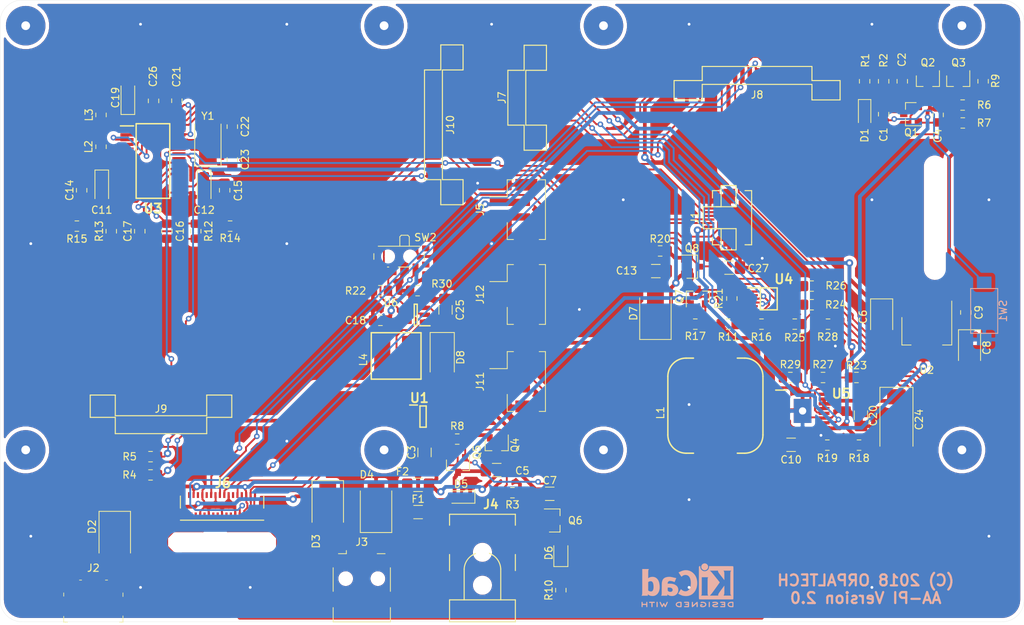
<source format=kicad_pcb>
(kicad_pcb (version 20171130) (host pcbnew 5.0.1-33cea8e~66~ubuntu18.04.1)
  (title_block (title "AA-PI Main Board") (date 2018-10-10) (rev 02) (company ORPALTECH) (comment 4 "Author: Sergey Suloev"))
  (layers (0 F.Cu signal) (31 B.Cu signal) (34 B.Paste user) (35 F.Paste user) (36 B.SilkS user) (37 F.SilkS user) (38 B.Mask user) (39 F.Mask user) (44 Edge.Cuts user))
  (net 0 "")
  (net 1 "Net-(C1-Pad2)")
  (net 2 "Net-(C1-Pad1)")
  (net 3 V_SW)
  (net 4 GND)
  (net 5 "Net-(C4-Pad2)")
  (net 6 V_LOAD)
  (net 7 "Net-(C5-Pad2)")
  (net 8 +5V)
  (net 9 V_IN)
  (net 10 +3V3)
  (net 11 "Net-(C11-Pad1)")
  (net 12 "Net-(C12-Pad1)")
  (net 13 "Net-(C16-Pad1)")
  (net 14 "Net-(C17-Pad1)")
  (net 15 "Net-(C19-Pad1)")
  (net 16 "Net-(C22-Pad1)")
  (net 17 "Net-(C23-Pad1)")
  (net 18 LED-A)
  (net 19 "Net-(C27-Pad1)")
  (net 20 "Net-(D1-Pad2)")
  (net 21 "Net-(D6-Pad1)")
  (net 22 "Net-(D6-Pad2)")
  (net 23 "Net-(D8-Pad2)")
  (net 24 LCD_RESET)
  (net 25 CTP_INT)
  (net 26 I2C_SDA)
  (net 27 I2C_SCL)
  (net 28 "Net-(J2-Pad3)")
  (net 29 "Net-(J2-Pad2)")
  (net 30 "Net-(J2-Pad4)")
  (net 31 "Net-(J3-Pad2)")
  (net 32 "Net-(J3-Pad3)")
  (net 33 "Net-(J3-Pad4)")
  (net 34 "Net-(J6-Pad2)")
  (net 35 "Net-(J6-Pad3)")
  (net 36 TE_OUT)
  (net 37 "Net-(J6-Pad6)")
  (net 38 "Net-(J6-Pad9)")
  (net 39 "Net-(J6-Pad10)")
  (net 40 DSI_D0_N)
  (net 41 DSI_D0_P)
  (net 42 DSI_CLK_N)
  (net 43 DSI_CLK_P)
  (net 44 DSI_D1_N)
  (net 45 DSI_D1_P)
  (net 46 "Net-(J6-Pad21)")
  (net 47 "Net-(J6-Pad22)")
  (net 48 PWM_CABC)
  (net 49 LED-K)
  (net 50 SHDN_CTRL)
  (net 51 CHRG_PG)
  (net 52 CHRG_STAT1)
  (net 53 CHRG_STAT2)
  (net 54 LOW_BATT)
  (net 55 "Net-(J8-Pad11)")
  (net 56 "Net-(J8-Pad12)")
  (net 57 "Net-(J8-Pad14)")
  (net 58 "Net-(J8-Pad15)")
  (net 59 "Net-(J9-Pad5)")
  (net 60 "Net-(J9-Pad6)")
  (net 61 "Net-(J9-Pad7)")
  (net 62 OUT_VV)
  (net 63 OUT_VI)
  (net 64 PWM_MCU)
  (net 65 "Net-(J10-Pad7)")
  (net 66 "Net-(J10-Pad8)")
  (net 67 I2S_BCLK)
  (net 68 I2S_LRCK)
  (net 69 I2S_DIN)
  (net 70 "Net-(J11-Pad1)")
  (net 71 "Net-(L1-Pad2)")
  (net 72 "Net-(Q4-Pad1)")
  (net 73 "Net-(Q5-Pad1)")
  (net 74 "Net-(Q7-Pad3)")
  (net 75 "Net-(R18-Pad1)")
  (net 76 "Net-(R22-Pad1)")
  (net 77 "Net-(R23-Pad1)")
  (net 78 "Net-(R24-Pad1)")
  (net 79 "Net-(R24-Pad2)")
  (net 80 "Net-(R26-Pad1)")
  (net 81 "Net-(U3-Pad2)")
  (net 82 "Net-(U3-Pad4)")
  (net 83 "Net-(U3-Pad5)")
  (net 84 "Net-(U3-Pad8)")
  (net 85 "Net-(U3-Pad9)")
  (net 86 "Net-(U3-Pad10)")
  (net 87 "Net-(U3-Pad11)")
  (net 88 "Net-(U3-Pad12)")
  (net 89 "Net-(U3-Pad13)")
  (net 90 "Net-(U3-Pad17)")
  (net 91 "Net-(U3-Pad18)")
  (net 92 "Net-(U5-Pad16)")
  (net 93 /V_WALL)
  (net 94 /V_USB2)
  (net 95 /V_USB1)
  (net 96 /V_USB)
  (net 97 /V_SUPPLY)
  (net 98 /V_F2)
  (module AA-PI-Footprints:SOT95P270X145-5N (layer F.Cu) (at 107.628 97.728 180)
    (fp_text reference U6 (at 3.408 1.658 180) (layer F.SilkS))
    (fp_text value FAN5333BSX hide)
    (pad 5 smd rect (at 1.25 -0.95 270) (size 0.6 1.4) (layers F.Cu F.Paste F.Mask) (net 8 +5V))
    (pad 4 smd rect (at 1.25 0.95 270) (size 0.6 1.4) (layers F.Cu F.Paste F.Mask) (net 76 "Net-(R22-Pad1)"))
    (pad 3 smd rect (at -1.25 0.95 270) (size 0.6 1.4) (layers F.Cu F.Paste F.Mask) (net 49 LED-K))
    (pad 2 smd rect (at -1.25 0 270) (size 0.6 1.4) (layers F.Cu F.Paste F.Mask) (net 4 GND))
    (pad 1 smd rect (at -1.25 -0.95 270) (size 0.6 1.4) (layers F.Cu F.Paste F.Mask) (net 23 "Net-(D8-Pad2)"))
  )
  (module AA-PI-Footprints:C_0805_2012Metric_Pad1.15x1.40mm_HandSolder (layer F.Cu) (at 82.55 76.5 90)
    (fp_text reference C23 (at 0 1.75 90) (layer F.SilkS))
    (fp_text value 22p hide)
    (pad 1 smd roundrect (at -1.025 0 90) (size 1.15 1.4) (layers F.Cu F.Paste F.Mask) (roundrect_rratio 0.217391) (net 17 "Net-(C23-Pad1)"))
    (pad 2 smd roundrect (at 1.025 0 90) (size 1.15 1.4) (layers F.Cu F.Paste F.Mask) (roundrect_rratio 0.217391) (net 4 GND))
  )
  (module AA-PI-Footprints:SOT95P280X100-6N (layer F.Cu) (at 108.63 111.64)
    (fp_text reference U1 (at -0.508 -2.54) (layer F.SilkS) (effects (font (size 1.27 1.27) (thickness 0.254))))
    (fp_text value LTC4412 hide)
    (pad 6 smd rect (at 1.3 -0.95 90) (size 0.55 1.05) (layers F.Cu F.Paste F.Mask) (net 9 V_IN))
    (pad 5 smd rect (at 1.3 0 90) (size 0.55 1.05) (layers F.Cu F.Paste F.Mask) (net 72 "Net-(Q4-Pad1)"))
    (pad 4 smd rect (at 1.3 0.95 90) (size 0.55 1.05) (layers F.Cu F.Paste F.Mask) (net 73 "Net-(Q5-Pad1)"))
    (pad 3 smd rect (at -1.3 0.95 90) (size 0.55 1.05) (layers F.Cu F.Paste F.Mask) (net 4 GND))
    (pad 2 smd rect (at -1.3 0 90) (size 0.55 1.05) (layers F.Cu F.Paste F.Mask) (net 4 GND))
    (pad 1 smd rect (at -1.3 -0.95 90) (size 0.55 1.05) (layers F.Cu F.Paste F.Mask) (net 96 /V_USB))
  )
  (module AA-PI-Footprints:SOP65P780X200-28N (layer F.Cu) (at 71.7 76.7)
    (fp_text reference U3 (at 0 6.5) (layer F.SilkS) (effects (font (size 1.27 1.27) (thickness 0.254))))
    (fp_text value WM8731 hide)
    (pad 28 smd rect (at 3.55 -4.225 90) (size 0.45 1.8) (layers F.Cu F.Paste F.Mask) (net 4 GND))
    (pad 27 smd rect (at 3.55 -3.575 90) (size 0.45 1.8) (layers F.Cu F.Paste F.Mask) (net 15 "Net-(C19-Pad1)"))
    (pad 26 smd rect (at 3.55 -2.925 90) (size 0.45 1.8) (layers F.Cu F.Paste F.Mask) (net 16 "Net-(C22-Pad1)"))
    (pad 25 smd rect (at 3.55 -2.275 90) (size 0.45 1.8) (layers F.Cu F.Paste F.Mask) (net 17 "Net-(C23-Pad1)"))
    (pad 24 smd rect (at 3.55 -1.625 90) (size 0.45 1.8) (layers F.Cu F.Paste F.Mask) (net 27 I2C_SCL))
    (pad 23 smd rect (at 3.55 -0.975 90) (size 0.45 1.8) (layers F.Cu F.Paste F.Mask) (net 26 I2C_SDA))
    (pad 22 smd rect (at 3.55 -0.325 90) (size 0.45 1.8) (layers F.Cu F.Paste F.Mask) (net 4 GND))
    (pad 21 smd rect (at 3.55 0.325 90) (size 0.45 1.8) (layers F.Cu F.Paste F.Mask) (net 4 GND))
    (pad 20 smd rect (at 3.55 0.975 90) (size 0.45 1.8) (layers F.Cu F.Paste F.Mask) (net 13 "Net-(C16-Pad1)"))
    (pad 19 smd rect (at 3.55 1.625 90) (size 0.45 1.8) (layers F.Cu F.Paste F.Mask) (net 14 "Net-(C17-Pad1)"))
    (pad 18 smd rect (at 3.55 2.275 90) (size 0.45 1.8) (layers F.Cu F.Paste F.Mask) (net 91 "Net-(U3-Pad18)"))
    (pad 17 smd rect (at 3.55 2.925 90) (size 0.45 1.8) (layers F.Cu F.Paste F.Mask) (net 90 "Net-(U3-Pad17)"))
    (pad 16 smd rect (at 3.55 3.575 90) (size 0.45 1.8) (layers F.Cu F.Paste F.Mask) (net 12 "Net-(C12-Pad1)"))
    (pad 15 smd rect (at 3.55 4.225 90) (size 0.45 1.8) (layers F.Cu F.Paste F.Mask) (net 4 GND))
    (pad 14 smd rect (at -3.55 4.225 90) (size 0.45 1.8) (layers F.Cu F.Paste F.Mask) (net 11 "Net-(C11-Pad1)"))
    (pad 13 smd rect (at -3.55 3.575 90) (size 0.45 1.8) (layers F.Cu F.Paste F.Mask) (net 89 "Net-(U3-Pad13)"))
    (pad 12 smd rect (at -3.55 2.925 90) (size 0.45 1.8) (layers F.Cu F.Paste F.Mask) (net 88 "Net-(U3-Pad12)"))
    (pad 11 smd rect (at -3.55 2.275 90) (size 0.45 1.8) (layers F.Cu F.Paste F.Mask) (net 87 "Net-(U3-Pad11)"))
    (pad 10 smd rect (at -3.55 1.625 90) (size 0.45 1.8) (layers F.Cu F.Paste F.Mask) (net 86 "Net-(U3-Pad10)"))
    (pad 9 smd rect (at -3.55 0.975 90) (size 0.45 1.8) (layers F.Cu F.Paste F.Mask) (net 85 "Net-(U3-Pad9)"))
    (pad 8 smd rect (at -3.55 0.325 90) (size 0.45 1.8) (layers F.Cu F.Paste F.Mask) (net 84 "Net-(U3-Pad8)"))
    (pad 7 smd rect (at -3.55 -0.325 90) (size 0.45 1.8) (layers F.Cu F.Paste F.Mask) (net 68 I2S_LRCK))
    (pad 6 smd rect (at -3.55 -0.975 90) (size 0.45 1.8) (layers F.Cu F.Paste F.Mask) (net 69 I2S_DIN))
    (pad 5 smd rect (at -3.55 -1.625 90) (size 0.45 1.8) (layers F.Cu F.Paste F.Mask) (net 83 "Net-(U3-Pad5)"))
    (pad 4 smd rect (at -3.55 -2.275 90) (size 0.45 1.8) (layers F.Cu F.Paste F.Mask) (net 82 "Net-(U3-Pad4)"))
    (pad 3 smd rect (at -3.55 -2.925 90) (size 0.45 1.8) (layers F.Cu F.Paste F.Mask) (net 67 I2S_BCLK))
    (pad 2 smd rect (at -3.55 -3.575 90) (size 0.45 1.8) (layers F.Cu F.Paste F.Mask) (net 81 "Net-(U3-Pad2)"))
    (pad 1 smd rect (at -3.55 -4.225 90) (size 0.45 1.8) (layers F.Cu F.Paste F.Mask) (net 15 "Net-(C19-Pad1)"))
  )
  (module AA-PI-Footprints:SOP65P640X120-17N (layer F.Cu) (at 160.52 110.872)
    (fp_text reference U5 (at 5.28 -2.372) (layer F.SilkS) (effects (font (size 1.27 1.27) (thickness 0.254))))
    (fp_text value TPS61030PWP hide)
    (pad 17 thru_hole rect (at 0 0) (size 2.41 3.29) (drill 1) (layers *.Cu *.Mask) (net 4 GND))
    (pad 16 smd rect (at 2.938 -2.275 90) (size 0.45 1.475) (layers F.Cu F.Paste F.Mask) (net 92 "Net-(U5-Pad16)"))
    (pad 15 smd rect (at 2.938 -1.625 90) (size 0.45 1.475) (layers F.Cu F.Paste F.Mask) (net 8 +5V))
    (pad 14 smd rect (at 2.938 -0.975 90) (size 0.45 1.475) (layers F.Cu F.Paste F.Mask) (net 8 +5V))
    (pad 13 smd rect (at 2.938 -0.325 90) (size 0.45 1.475) (layers F.Cu F.Paste F.Mask) (net 8 +5V))
    (pad 12 smd rect (at 2.938 0.325 90) (size 0.45 1.475) (layers F.Cu F.Paste F.Mask) (net 77 "Net-(R23-Pad1)"))
    (pad 11 smd rect (at 2.938 0.975 90) (size 0.45 1.475) (layers F.Cu F.Paste F.Mask) (net 4 GND))
    (pad 10 smd rect (at 2.938 1.625 90) (size 0.45 1.475) (layers F.Cu F.Paste F.Mask) (net 54 LOW_BATT))
    (pad 9 smd rect (at 2.938 2.275 90) (size 0.45 1.475) (layers F.Cu F.Paste F.Mask) (net 6 V_LOAD))
    (pad 8 smd rect (at -2.938 2.275 90) (size 0.45 1.475) (layers F.Cu F.Paste F.Mask) (net 4 GND))
    (pad 7 smd rect (at -2.938 1.625 90) (size 0.45 1.475) (layers F.Cu F.Paste F.Mask) (net 75 "Net-(R18-Pad1)"))
    (pad 6 smd rect (at -2.938 0.975 90) (size 0.45 1.475) (layers F.Cu F.Paste F.Mask) (net 6 V_LOAD))
    (pad 5 smd rect (at -2.938 0.325 90) (size 0.45 1.475) (layers F.Cu F.Paste F.Mask) (net 4 GND))
    (pad 4 smd rect (at -2.938 -0.325 90) (size 0.45 1.475) (layers F.Cu F.Paste F.Mask) (net 4 GND))
    (pad 3 smd rect (at -2.938 -0.975 90) (size 0.45 1.475) (layers F.Cu F.Paste F.Mask) (net 4 GND))
    (pad 2 smd rect (at -2.938 -1.625 90) (size 0.45 1.475) (layers F.Cu F.Paste F.Mask) (net 71 "Net-(L1-Pad2)"))
    (pad 1 smd rect (at -2.938 -2.275 90) (size 0.45 1.475) (layers F.Cu F.Paste F.Mask) (net 71 "Net-(L1-Pad2)"))
  )
  (module AA-PI-Footprints:DC-050-SMD-Power-Jack (layer F.Cu) (at 116.75 139.7 90)
    (fp_text reference J4 (at 15.35 -0.05) (layer F.SilkS) (effects (font (size 1.2065 1.2065) (thickness 0.254)) (justify left bottom)))
    (fp_text value "Wall adapter" hide)
    (pad 1 smd rect (at 5 -5.7 90) (size 2.8 2.4) (layers F.Cu F.Paste F.Mask) (net 93 /V_WALL))
    (pad 2 smd rect (at 5 5.7 90) (size 2.8 2.4) (layers F.Cu F.Paste F.Mask) (net 4 GND))
    (pad 4 smd rect (at 11.2 -5.7 90) (size 2.8 2.4) (layers F.Cu F.Paste F.Mask))
    (pad 3 smd rect (at 11.2 5.7 90) (size 2.8 2.4) (layers F.Cu F.Paste F.Mask) (net 4 GND))
    (pad "" np_thru_hole circle (at 5 0 90) (size 1.6 1.6) (drill 1.6) (layers *.Cu *.Mask))
    (pad "" np_thru_hole circle (at 9.5 0 90) (size 1.6 1.6) (drill 1.6) (layers *.Cu *.Mask))
  )
  (module AA-PI-Footprints:FH26W-33S-0.3SHW (layer F.Cu) (at 81.15 125.81)
    (fp_text reference J6 (at 0.112999 -5.08) (layer F.SilkS) (effects (font (size 1.27 1.27) (thickness 0.254))))
    (fp_text value "LCD Interface" hide)
    (pad SH1 smd rect (at -5.53 -0.8375) (size 0.6 1) (layers F.Cu F.Paste F.Mask) (net 4 GND))
    (pad SH2 smd rect (at 5.53 -0.838) (size 0.6 1) (layers F.Cu F.Paste F.Mask) (net 4 GND))
    (pad 33 smd rect (at 4.8 -0.5625) (size 0.3 1) (layers F.Cu F.Paste F.Mask) (net 4 GND))
    (pad 32 smd rect (at 4.5 -3.4375) (size 0.3 0.8) (layers F.Cu F.Paste F.Mask) (net 18 LED-A))
    (pad 31 smd rect (at 4.2 -0.5625) (size 0.3 1) (layers F.Cu F.Paste F.Mask) (net 18 LED-A))
    (pad 30 smd rect (at 3.9 -3.4375) (size 0.3 0.8) (layers F.Cu F.Paste F.Mask) (net 49 LED-K))
    (pad 29 smd rect (at 3.6 -0.5625) (size 0.3 1) (layers F.Cu F.Paste F.Mask) (net 49 LED-K))
    (pad 28 smd rect (at 3.3 -3.4375) (size 0.3 0.8) (layers F.Cu F.Paste F.Mask) (net 10 +3V3))
    (pad 27 smd rect (at 3 -0.5625) (size 0.3 1) (layers F.Cu F.Paste F.Mask) (net 10 +3V3))
    (pad 26 smd rect (at 2.7 -3.4375) (size 0.3 0.8) (layers F.Cu F.Paste F.Mask) (net 4 GND))
    (pad 25 smd rect (at 2.4 -0.5625) (size 0.3 1) (layers F.Cu F.Paste F.Mask) (net 48 PWM_CABC))
    (pad 24 smd rect (at 2.1 -3.4375) (size 0.3 0.8) (layers F.Cu F.Paste F.Mask) (net 24 LCD_RESET))
    (pad 23 smd rect (at 1.8 -0.5625) (size 0.3 1) (layers F.Cu F.Paste F.Mask) (net 4 GND))
    (pad 22 smd rect (at 1.5 -3.4375) (size 0.3 0.8) (layers F.Cu F.Paste F.Mask) (net 47 "Net-(J6-Pad22)"))
    (pad 21 smd rect (at 1.2 -0.5625) (size 0.3 1) (layers F.Cu F.Paste F.Mask) (net 46 "Net-(J6-Pad21)"))
    (pad 20 smd rect (at 0.9 -3.4375) (size 0.3 0.8) (layers F.Cu F.Paste F.Mask) (net 4 GND))
    (pad 19 smd rect (at 0.6 -0.5625) (size 0.3 1) (layers F.Cu F.Paste F.Mask) (net 45 DSI_D1_P))
    (pad 18 smd rect (at 0.3 -3.4375) (size 0.3 0.8) (layers F.Cu F.Paste F.Mask) (net 44 DSI_D1_N))
    (pad 17 smd rect (at 0 -0.5625) (size 0.3 1) (layers F.Cu F.Paste F.Mask) (net 4 GND))
    (pad 16 smd rect (at -0.3 -3.4375) (size 0.3 0.8) (layers F.Cu F.Paste F.Mask) (net 43 DSI_CLK_P))
    (pad 15 smd rect (at -0.6 -0.5625) (size 0.3 1) (layers F.Cu F.Paste F.Mask) (net 42 DSI_CLK_N))
    (pad 14 smd rect (at -0.9 -3.4375) (size 0.3 0.8) (layers F.Cu F.Paste F.Mask) (net 4 GND))
    (pad 13 smd rect (at -1.2 -0.5625) (size 0.3 1) (layers F.Cu F.Paste F.Mask) (net 41 DSI_D0_P))
    (pad 12 smd rect (at -1.5 -3.4375) (size 0.3 0.8) (layers F.Cu F.Paste F.Mask) (net 40 DSI_D0_N))
    (pad 11 smd rect (at -1.8 -0.5625) (size 0.3 1) (layers F.Cu F.Paste F.Mask) (net 4 GND))
    (pad 10 smd rect (at -2.1 -3.4375) (size 0.3 0.8) (layers F.Cu F.Paste F.Mask) (net 39 "Net-(J6-Pad10)"))
    (pad 9 smd rect (at -2.4 -0.5625) (size 0.3 1) (layers F.Cu F.Paste F.Mask) (net 38 "Net-(J6-Pad9)"))
    (pad 8 smd rect (at -2.7 -3.4375) (size 0.3 0.8) (layers F.Cu F.Paste F.Mask) (net 4 GND))
    (pad 7 smd rect (at -3 -0.5625) (size 0.3 1) (layers F.Cu F.Paste F.Mask) (net 4 GND))
    (pad 6 smd rect (at -3.3 -3.4375) (size 0.3 0.8) (layers F.Cu F.Paste F.Mask) (net 37 "Net-(J6-Pad6)"))
    (pad 5 smd rect (at -3.6 -0.5625) (size 0.3 1) (layers F.Cu F.Paste F.Mask) (net 36 TE_OUT))
    (pad 4 smd rect (at -3.9 -3.4375) (size 0.3 0.8) (layers F.Cu F.Paste F.Mask) (net 10 +3V3))
    (pad 3 smd rect (at -4.2 -0.5625) (size 0.3 1) (layers F.Cu F.Paste F.Mask) (net 35 "Net-(J6-Pad3)"))
    (pad 2 smd rect (at -4.5 -3.4375) (size 0.3 0.8) (layers F.Cu F.Paste F.Mask) (net 34 "Net-(J6-Pad2)"))
    (pad 1 smd rect (at -4.8 -0.5625) (size 0.3 1) (layers F.Cu F.Paste F.Mask) (net 4 GND))
  )
  (module AA-PI-Footprints:LCD-0.3-33P-CABLE-HOLE (layer F.Cu) (at 81.15 128.81)
    (fp_text reference HOLE2 hide)
    (fp_text value LCD-0.3-33P-CABLE-HOLE hide)
    (pad "" np_thru_hole oval (at 0 0) (size 14 1.8) (drill oval 14 1.8) (layers *.Cu *.Mask))
  )
  (module AA-PI-Footprints:PCB-Standoff-Spacer-SMD-M3 (layer F.Cu) (at 103.3 116.2)
    (fp_text reference SS8 hide)
    (fp_text value PCB-Standoff-Spacer-SMD-M3 hide)
    (pad 1 thru_hole circle (at 0 0) (size 5.4 5.4) (drill 1.2) (layers *.Cu *.Mask))
  )
  (module AA-PI-Footprints:PCB-Standoff-Spacer-SMD-M3 (layer F.Cu) (at 54.3 116.2)
    (fp_text reference SS7 hide)
    (fp_text value PCB-Standoff-Spacer-SMD-M3 hide)
    (pad 1 thru_hole circle (at 0 0) (size 5.4 5.4) (drill 1.2) (layers *.Cu *.Mask))
  )
  (module AA-PI-Footprints:PCB-Standoff-Spacer-SMD-M3 (layer F.Cu) (at 103.3 58.2)
    (fp_text reference SS6 hide)
    (fp_text value PCB-Standoff-Spacer-SMD-M3 hide)
    (pad 1 thru_hole circle (at 0 0) (size 5.4 5.4) (drill 1.2) (layers *.Cu *.Mask))
  )
  (module AA-PI-Footprints:PCB-Standoff-Spacer-SMD-M3 (layer F.Cu) (at 54.3 58.2)
    (fp_text reference SS5 hide)
    (fp_text value PCB-Standoff-Spacer-SMD-M3 hide)
    (pad 1 thru_hole circle (at 0 0) (size 5.4 5.4) (drill 1.2) (layers *.Cu *.Mask))
  )
  (module AA-PI-Footprints:PCB-Standoff-Spacer-SMD-M3 (layer F.Cu) (at 182.3 116.2)
    (fp_text reference SS4 hide)
    (fp_text value PCB-Standoff-Spacer-SMD-M3 hide)
    (pad 1 thru_hole circle (at 0 0) (size 5.4 5.4) (drill 1.2) (layers *.Cu *.Mask))
  )
  (module AA-PI-Footprints:PCB-Standoff-Spacer-SMD-M3 (layer F.Cu) (at 133.3 116.2)
    (fp_text reference SS3 hide)
    (fp_text value PCB-Standoff-Spacer-SMD-M3 hide)
    (pad 1 thru_hole circle (at 0 0) (size 5.4 5.4) (drill 1.2) (layers *.Cu *.Mask))
  )
  (module AA-PI-Footprints:PCB-Standoff-Spacer-SMD-M3 (layer F.Cu) (at 133.3 58.2)
    (fp_text reference SS1 hide)
    (fp_text value PCB-Standoff-Spacer-SMD-M3 hide)
    (pad 1 thru_hole circle (at 0 0) (size 5.4 5.4) (drill 1.2) (layers *.Cu *.Mask))
  )
  (module AA-PI-Footprints:PCB-Standoff-Spacer-SMD-M3 (layer F.Cu) (at 182.3 58.2)
    (fp_text reference SS2 hide)
    (fp_text value PCB-Standoff-Spacer-SMD-M3 hide)
    (pad 1 thru_hole circle (at 0 0) (size 5.4 5.4) (drill 1.2) (layers *.Cu *.Mask))
  )
  (module AA-PI-Footprints:FPC-0.5-1-6P_Clamshell_Bottom (layer F.Cu) (at 147.8 84.45 90)
    (fp_text reference J1 (at 0 -2 90) (layer F.SilkS))
    (fp_text value "CTP Interface")
    (pad SH smd rect (at 2.95 2.68 90) (size 2 1.6) (layers F.Cu F.Paste F.Mask) (net 4 GND))
    (pad SH smd rect (at -2.95 2.68 90) (size 2 1.6) (layers F.Cu F.Paste F.Mask) (net 4 GND))
    (pad 6 smd rect (at 1.25 0 90) (size 0.3 1.3) (layers F.Cu F.Paste F.Mask) (net 4 GND))
    (pad 5 smd rect (at 0.75 0 90) (size 0.3 1.3) (layers F.Cu F.Paste F.Mask) (net 27 I2C_SCL))
    (pad 4 smd rect (at 0.25 0 90) (size 0.3 1.3) (layers F.Cu F.Paste F.Mask) (net 26 I2C_SDA))
    (pad 3 smd rect (at -0.25 0 90) (size 0.3 1.3) (layers F.Cu F.Paste F.Mask) (net 25 CTP_INT))
    (pad 2 smd rect (at -0.75 0 90) (size 0.3 1.3) (layers F.Cu F.Paste F.Mask) (net 24 LCD_RESET))
    (pad 1 smd rect (at -1.25 0 90) (size 0.3 1.3) (layers F.Cu F.Paste F.Mask) (net 10 +3V3))
  )
  (module AA-PI-Footprints:C_0805_2012Metric_Pad1.15x1.40mm_HandSolder (layer F.Cu) (at 171.6 70.3 90)
    (fp_text reference C1 (at -2.8 0 90) (layer F.SilkS))
    (fp_text value 1u hide)
    (pad 2 smd roundrect (at 1.025 0 90) (size 1.15 1.4) (layers F.Cu F.Paste F.Mask) (roundrect_rratio 0.217391) (net 1 "Net-(C1-Pad2)"))
    (pad 1 smd roundrect (at -1.025 0 90) (size 1.15 1.4) (layers F.Cu F.Paste F.Mask) (roundrect_rratio 0.217391) (net 2 "Net-(C1-Pad1)"))
  )
  (module AA-PI-Footprints:C_0805_2012Metric_Pad1.15x1.40mm_HandSolder (layer F.Cu) (at 174.15 65.8 270)
    (fp_text reference C2 (at -2.95 0.05 270) (layer F.SilkS))
    (fp_text value 100n hide)
    (pad 1 smd roundrect (at -1.025 0 270) (size 1.15 1.4) (layers F.Cu F.Paste F.Mask) (roundrect_rratio 0.217391) (net 3 V_SW))
    (pad 2 smd roundrect (at 1.025 0 270) (size 1.15 1.4) (layers F.Cu F.Paste F.Mask) (roundrect_rratio 0.217391) (net 1 "Net-(C1-Pad2)"))
  )
  (module AA-PI-Footprints:C_1206_3216Metric_Pad1.42x1.75mm_HandSolder (layer F.Cu) (at 108.83 116.54 270)
    (fp_text reference C3 (at 0 1.778 270) (layer F.SilkS))
    (fp_text value 4.7u hide)
    (pad 1 smd roundrect (at -1.4875 0 270) (size 1.425 1.75) (layers F.Cu F.Paste F.Mask) (roundrect_rratio 0.175439) (net 96 /V_USB))
    (pad 2 smd roundrect (at 1.4875 0 270) (size 1.425 1.75) (layers F.Cu F.Paste F.Mask) (roundrect_rratio 0.175439) (net 4 GND))
  )
  (module AA-PI-Footprints:C_0805_2012Metric_Pad1.15x1.40mm_HandSolder (layer F.Cu) (at 179.05 70.4 270)
    (fp_text reference C4 (at 2.85 0.05 270) (layer F.SilkS))
    (fp_text value 10u hide)
    (pad 2 smd roundrect (at 1.025 0 270) (size 1.15 1.4) (layers F.Cu F.Paste F.Mask) (roundrect_rratio 0.217391) (net 5 "Net-(C4-Pad2)"))
    (pad 1 smd roundrect (at -1.025 0 270) (size 1.15 1.4) (layers F.Cu F.Paste F.Mask) (roundrect_rratio 0.217391) (net 6 V_LOAD))
  )
  (module AA-PI-Footprints:C_1206_3216Metric_Pad1.42x1.75mm_HandSolder (layer F.Cu) (at 118.7 118.95)
    (fp_text reference C5 (at 3.5 0.1) (layer F.SilkS))
    (fp_text value 22u hide)
    (pad 1 smd roundrect (at -1.4875 0) (size 1.425 1.75) (layers F.Cu F.Paste F.Mask) (roundrect_rratio 0.175439) (net 97 /V_SUPPLY))
    (pad 2 smd roundrect (at 1.4875 0) (size 1.425 1.75) (layers F.Cu F.Paste F.Mask) (roundrect_rratio 0.175439) (net 7 "Net-(C5-Pad2)"))
  )
  (module AA-PI-Footprints:CP_EIA-3528-21_Kemet-B (layer F.Cu) (at 171.33 98.01 270)
    (fp_text reference C6 (at 0 2.54 270) (layer F.SilkS))
    (fp_text value 10u hide)
    (pad 1 smd roundrect (at -1.5375 0 270) (size 1.325 2.35) (layers F.Cu F.Paste F.Mask) (roundrect_rratio 0.188679) (net 8 +5V))
    (pad 2 smd roundrect (at 1.5375 0 270) (size 1.325 2.35) (layers F.Cu F.Paste F.Mask) (roundrect_rratio 0.188679) (net 4 GND))
  )
  (module AA-PI-Footprints:C_1206_3216Metric_Pad1.42x1.75mm_HandSolder (layer F.Cu) (at 125.95 122.2)
    (fp_text reference C7 (at 0 -1.82) (layer F.SilkS))
    (fp_text value 4.7u hide)
    (pad 1 smd roundrect (at -1.4875 0) (size 1.425 1.75) (layers F.Cu F.Paste F.Mask) (roundrect_rratio 0.175439) (net 9 V_IN))
    (pad 2 smd roundrect (at 1.4875 0) (size 1.425 1.75) (layers F.Cu F.Paste F.Mask) (roundrect_rratio 0.175439) (net 4 GND))
  )
  (module AA-PI-Footprints:CP_EIA-3528-21_Kemet-B (layer F.Cu) (at 183.346 102.232 270)
    (fp_text reference C8 (at 0 -2.35 270) (layer F.SilkS))
    (fp_text value 47u hide)
    (pad 2 smd roundrect (at 1.5375 0 270) (size 1.325 2.35) (layers F.Cu F.Paste F.Mask) (roundrect_rratio 0.188679) (net 4 GND))
    (pad 1 smd roundrect (at -1.5375 0 270) (size 1.325 2.35) (layers F.Cu F.Paste F.Mask) (roundrect_rratio 0.188679) (net 10 +3V3))
  )
  (module AA-PI-Footprints:C_0805_2012Metric_Pad1.15x1.40mm_HandSolder (layer F.Cu) (at 182.838 97.406 90)
    (fp_text reference C9 (at 0 1.778 90) (layer F.SilkS))
    (fp_text value 100n hide)
    (pad 2 smd roundrect (at 1.025 0 90) (size 1.15 1.4) (layers F.Cu F.Paste F.Mask) (roundrect_rratio 0.217391) (net 4 GND))
    (pad 1 smd roundrect (at -1.025 0 90) (size 1.15 1.4) (layers F.Cu F.Paste F.Mask) (roundrect_rratio 0.217391) (net 10 +3V3))
  )
  (module AA-PI-Footprints:C_1206_3216Metric_Pad1.42x1.75mm_HandSolder (layer F.Cu) (at 158.95 115.5)
    (fp_text reference C10 (at 0 2.032) (layer F.SilkS))
    (fp_text value 10u hide)
    (pad 2 smd roundrect (at 1.4875 0) (size 1.425 1.75) (layers F.Cu F.Paste F.Mask) (roundrect_rratio 0.175439) (net 4 GND))
    (pad 1 smd roundrect (at -1.4875 0) (size 1.425 1.75) (layers F.Cu F.Paste F.Mask) (roundrect_rratio 0.175439) (net 6 V_LOAD))
  )
  (module AA-PI-Footprints:CP_EIA-3216-18_Kemet-A (layer F.Cu) (at 64.7 80.25 270)
    (fp_text reference C11 (at 3.15 0 180) (layer F.SilkS))
    (fp_text value 10u hide)
    (pad 1 smd roundrect (at -1.35 0 270) (size 1.4 1.35) (layers F.Cu F.Paste F.Mask) (roundrect_rratio 0.185185) (net 11 "Net-(C11-Pad1)"))
    (pad 2 smd roundrect (at 1.35 0 270) (size 1.4 1.35) (layers F.Cu F.Paste F.Mask) (roundrect_rratio 0.185185) (net 4 GND))
  )
  (module AA-PI-Footprints:CP_EIA-3216-18_Kemet-A (layer F.Cu) (at 78.7 80.25 270)
    (fp_text reference C12 (at 3.15 0 180) (layer F.SilkS))
    (fp_text value 10u hide)
    (pad 2 smd roundrect (at 1.35 0 270) (size 1.4 1.35) (layers F.Cu F.Paste F.Mask) (roundrect_rratio 0.185185) (net 4 GND))
    (pad 1 smd roundrect (at -1.35 0 270) (size 1.4 1.35) (layers F.Cu F.Paste F.Mask) (roundrect_rratio 0.185185) (net 12 "Net-(C12-Pad1)"))
  )
  (module AA-PI-Footprints:C_1206_3216Metric_Pad1.42x1.75mm_HandSolder (layer F.Cu) (at 140.45 91.75)
    (fp_text reference C13 (at -4 -0.05) (layer F.SilkS))
    (fp_text value 4.7u hide)
    (pad 1 smd roundrect (at -1.4875 0) (size 1.425 1.75) (layers F.Cu F.Paste F.Mask) (roundrect_rratio 0.175439) (net 4 GND))
    (pad 2 smd roundrect (at 1.4875 0) (size 1.425 1.75) (layers F.Cu F.Paste F.Mask) (roundrect_rratio 0.175439) (net 9 V_IN))
  )
  (module AA-PI-Footprints:C_0805_2012Metric_Pad1.15x1.40mm_HandSolder (layer F.Cu) (at 61.95 80.7 270)
    (fp_text reference C14 (at 0 1.65 270) (layer F.SilkS))
    (fp_text value 100n hide)
    (pad 2 smd roundrect (at 1.025 0 270) (size 1.15 1.4) (layers F.Cu F.Paste F.Mask) (roundrect_rratio 0.217391) (net 4 GND))
    (pad 1 smd roundrect (at -1.025 0 270) (size 1.15 1.4) (layers F.Cu F.Paste F.Mask) (roundrect_rratio 0.217391) (net 11 "Net-(C11-Pad1)"))
  )
  (module AA-PI-Footprints:C_0805_2012Metric_Pad1.15x1.40mm_HandSolder (layer F.Cu) (at 81.5 80.7 90)
    (fp_text reference C15 (at -0.05 1.85 90) (layer F.SilkS))
    (fp_text value 100n hide)
    (pad 1 smd roundrect (at -1.025 0 90) (size 1.15 1.4) (layers F.Cu F.Paste F.Mask) (roundrect_rratio 0.217391) (net 4 GND))
    (pad 2 smd roundrect (at 1.025 0 90) (size 1.15 1.4) (layers F.Cu F.Paste F.Mask) (roundrect_rratio 0.217391) (net 12 "Net-(C12-Pad1)"))
  )
  (module AA-PI-Footprints:C_0805_2012Metric_Pad1.15x1.40mm_HandSolder (layer F.Cu) (at 73.6 86.3 270)
    (fp_text reference C16 (at 0 -1.8 270) (layer F.SilkS))
    (fp_text value 10n hide)
    (pad 2 smd roundrect (at 1.025 0 270) (size 1.15 1.4) (layers F.Cu F.Paste F.Mask) (roundrect_rratio 0.217391) (net 4 GND))
    (pad 1 smd roundrect (at -1.025 0 270) (size 1.15 1.4) (layers F.Cu F.Paste F.Mask) (roundrect_rratio 0.217391) (net 13 "Net-(C16-Pad1)"))
  )
  (module AA-PI-Footprints:C_0805_2012Metric_Pad1.15x1.40mm_HandSolder (layer F.Cu) (at 69.9 86.3 270)
    (fp_text reference C17 (at 0 1.65 270) (layer F.SilkS))
    (fp_text value 10n hide)
    (pad 1 smd roundrect (at -1.025 0 270) (size 1.15 1.4) (layers F.Cu F.Paste F.Mask) (roundrect_rratio 0.217391) (net 14 "Net-(C17-Pad1)"))
    (pad 2 smd roundrect (at 1.025 0 270) (size 1.15 1.4) (layers F.Cu F.Paste F.Mask) (roundrect_rratio 0.217391) (net 4 GND))
  )
  (module AA-PI-Footprints:C_0805_2012Metric_Pad1.15x1.40mm_HandSolder (layer F.Cu) (at 102.802 98.49 180)
    (fp_text reference C18 (at 3.402 -0.01 180) (layer F.SilkS))
    (fp_text value 10u hide)
    (pad 1 smd roundrect (at -1.025 0 180) (size 1.15 1.4) (layers F.Cu F.Paste F.Mask) (roundrect_rratio 0.217391) (net 8 +5V))
    (pad 2 smd roundrect (at 1.025 0 180) (size 1.15 1.4) (layers F.Cu F.Paste F.Mask) (roundrect_rratio 0.217391) (net 4 GND))
  )
  (module AA-PI-Footprints:CP_EIA-3216-18_Kemet-A (layer F.Cu) (at 68.27 68.03 90)
    (fp_text reference C19 (at 0 -1.7 90) (layer F.SilkS))
    (fp_text value 10u hide)
    (pad 1 smd roundrect (at -1.35 0 90) (size 1.4 1.35) (layers F.Cu F.Paste F.Mask) (roundrect_rratio 0.185185) (net 15 "Net-(C19-Pad1)"))
    (pad 2 smd roundrect (at 1.35 0 90) (size 1.4 1.35) (layers F.Cu F.Paste F.Mask) (roundrect_rratio 0.185185) (net 4 GND))
  )
  (module AA-PI-Footprints:C_1206_3216Metric_Pad1.42x1.75mm_HandSolder (layer F.Cu) (at 168.5 111.45 270)
    (fp_text reference C20 (at 0.06 -1.67 270) (layer F.SilkS))
    (fp_text value 2.2u hide)
    (pad 2 smd roundrect (at 1.4875 0 270) (size 1.425 1.75) (layers F.Cu F.Paste F.Mask) (roundrect_rratio 0.175439) (net 4 GND))
    (pad 1 smd roundrect (at -1.4875 0 270) (size 1.425 1.75) (layers F.Cu F.Paste F.Mask) (roundrect_rratio 0.175439) (net 8 +5V))
  )
  (module AA-PI-Footprints:C_0805_2012Metric_Pad1.15x1.40mm_HandSolder (layer F.Cu) (at 74.97 68.46 90)
    (fp_text reference C21 (at 3.29 -0.05 90) (layer F.SilkS))
    (fp_text value 100n hide)
    (pad 1 smd roundrect (at -1.025 0 90) (size 1.15 1.4) (layers F.Cu F.Paste F.Mask) (roundrect_rratio 0.217391) (net 15 "Net-(C19-Pad1)"))
    (pad 2 smd roundrect (at 1.025 0 90) (size 1.15 1.4) (layers F.Cu F.Paste F.Mask) (roundrect_rratio 0.217391) (net 4 GND))
  )
  (module AA-PI-Footprints:C_0805_2012Metric_Pad1.15x1.40mm_HandSolder (layer F.Cu) (at 82.55 72 270)
    (fp_text reference C22 (at 0 -1.75 270) (layer F.SilkS))
    (fp_text value 22p hide)
    (pad 2 smd roundrect (at 1.025 0 270) (size 1.15 1.4) (layers F.Cu F.Paste F.Mask) (roundrect_rratio 0.217391) (net 4 GND))
    (pad 1 smd roundrect (at -1.025 0 270) (size 1.15 1.4) (layers F.Cu F.Paste F.Mask) (roundrect_rratio 0.217391) (net 16 "Net-(C22-Pad1)"))
  )
  (module AA-PI-Footprints:CP_EIA-7343-31_Kemet-D (layer F.Cu) (at 173.35 112.05 270)
    (fp_text reference C24 (at 0 -3.1 270) (layer F.SilkS))
    (fp_text value 470u hide)
    (pad 1 smd roundrect (at -3.1125 0 270) (size 2.075 2.55) (layers F.Cu F.Paste F.Mask) (roundrect_rratio 0.120482) (net 8 +5V))
    (pad 2 smd roundrect (at 3.1125 0 270) (size 2.075 2.55) (layers F.Cu F.Paste F.Mask) (roundrect_rratio 0.120482) (net 4 GND))
  )
  (module AA-PI-Footprints:C_1206_3216Metric_Pad1.42x1.75mm_HandSolder (layer F.Cu) (at 111.7 97.05 90)
    (fp_text reference C25 (at -0.01 1.988 90) (layer F.SilkS))
    (fp_text value "1u (>30V)" hide)
    (pad 2 smd roundrect (at 1.4875 0 90) (size 1.425 1.75) (layers F.Cu F.Paste F.Mask) (roundrect_rratio 0.175439) (net 4 GND))
    (pad 1 smd roundrect (at -1.4875 0 90) (size 1.425 1.75) (layers F.Cu F.Paste F.Mask) (roundrect_rratio 0.175439) (net 18 LED-A))
  )
  (module AA-PI-Footprints:C_0805_2012Metric_Pad1.15x1.40mm_HandSolder (layer F.Cu) (at 71.78 68.48 90)
    (fp_text reference C26 (at 3.35 -0.06 90) (layer F.SilkS))
    (fp_text value 100n hide)
    (pad 1 smd roundrect (at -1.025 0 90) (size 1.15 1.4) (layers F.Cu F.Paste F.Mask) (roundrect_rratio 0.217391) (net 15 "Net-(C19-Pad1)"))
    (pad 2 smd roundrect (at 1.025 0 90) (size 1.15 1.4) (layers F.Cu F.Paste F.Mask) (roundrect_rratio 0.217391) (net 4 GND))
  )
  (module AA-PI-Footprints:C_1206_3216Metric_Pad1.42x1.75mm_HandSolder (layer F.Cu) (at 150.47 91.28)
    (fp_text reference C27 (at 4 0.1) (layer F.SilkS))
    (fp_text value 10u hide)
    (pad 2 smd roundrect (at 1.4875 0) (size 1.425 1.75) (layers F.Cu F.Paste F.Mask) (roundrect_rratio 0.175439) (net 4 GND))
    (pad 1 smd roundrect (at -1.4875 0) (size 1.425 1.75) (layers F.Cu F.Paste F.Mask) (roundrect_rratio 0.175439) (net 19 "Net-(C27-Pad1)"))
  )
  (module AA-PI-Footprints:D_SOD-323_HandSoldering (layer F.Cu) (at 169 70.2 270)
    (fp_text reference D1 (at 3 0 270) (layer F.SilkS))
    (fp_text value 1N4148 hide)
    (pad 1 smd rect (at -1.25 0 270) (size 1 1) (layers F.Cu F.Paste F.Mask) (net 2 "Net-(C1-Pad1)"))
    (pad 2 smd rect (at 1.25 0 270) (size 1 1) (layers F.Cu F.Paste F.Mask) (net 20 "Net-(D1-Pad2)"))
  )
  (module AA-PI-Footprints:D_SMB (layer F.Cu) (at 66.48 128.15 270)
    (fp_text reference D2 (at -1.45 3.1 270) (layer F.SilkS))
    (fp_text value B330B hide)
    (pad 2 smd rect (at 2.15 0 270) (size 2.5 2.3) (layers F.Cu F.Paste F.Mask) (net 95 /V_USB1))
    (pad 1 smd rect (at -2.15 0 270) (size 2.5 2.3) (layers F.Cu F.Paste F.Mask) (net 98 /V_F2))
  )
  (module AA-PI-Footprints:D_SMB (layer F.Cu) (at 95.6 123.95 270)
    (fp_text reference D3 (at 4.75 1.6 270) (layer F.SilkS))
    (fp_text value B330B hide)
    (pad 2 smd rect (at 2.15 0 270) (size 2.5 2.3) (layers F.Cu F.Paste F.Mask) (net 94 /V_USB2))
    (pad 1 smd rect (at -2.15 0 270) (size 2.5 2.3) (layers F.Cu F.Paste F.Mask) (net 98 /V_F2))
  )
  (module AA-PI-Footprints:D_SMB (layer F.Cu) (at 102.2 123.95 90)
    (fp_text reference D4 (at 4.37 -1.27) (layer F.SilkS))
    (fp_text value B330B hide)
    (pad 1 smd rect (at -2.15 0 90) (size 2.5 2.3) (layers F.Cu F.Paste F.Mask) (net 98 /V_F2))
    (pad 2 smd rect (at 2.15 0 90) (size 2.5 2.3) (layers F.Cu F.Paste F.Mask) (net 4 GND))
  )
  (module AA-PI-Footprints:D_SOD-323_HandSoldering (layer F.Cu) (at 113.816 122.64 180)
    (fp_text reference D5 (at 0 1.778 180) (layer F.SilkS))
    (fp_text value PESD5V0S1BA hide)
    (pad 2 smd rect (at 1.25 0 180) (size 1 1) (layers F.Cu F.Paste F.Mask) (net 97 /V_SUPPLY))
    (pad 1 smd rect (at -1.25 0 180) (size 1 1) (layers F.Cu F.Paste F.Mask) (net 4 GND))
  )
  (module AA-PI-Footprints:LED_0805_2012Metric_Pad1.15x1.40mm_HandSolder (layer F.Cu) (at 127.468 130.294 90)
    (fp_text reference D6 (at 0 -1.65 90) (layer F.SilkS))
    (fp_text value "Wall adapter")
    (pad 1 smd roundrect (at -1.025 0 90) (size 1.15 1.4) (layers F.Cu F.Paste F.Mask) (roundrect_rratio 0.217391) (net 21 "Net-(D6-Pad1)"))
    (pad 2 smd roundrect (at 1.025 0 90) (size 1.15 1.4) (layers F.Cu F.Paste F.Mask) (roundrect_rratio 0.217391) (net 22 "Net-(D6-Pad2)"))
  )
  (module AA-PI-Footprints:D_SMB (layer F.Cu) (at 140.4 97.55 90)
    (fp_text reference D7 (at 0 -3 90) (layer F.SilkS))
    (fp_text value B330B hide)
    (pad 1 smd rect (at -2.15 0 90) (size 2.5 2.3) (layers F.Cu F.Paste F.Mask) (net 3 V_SW))
    (pad 2 smd rect (at 2.15 0 90) (size 2.5 2.3) (layers F.Cu F.Paste F.Mask) (net 9 V_IN))
  )
  (module AA-PI-Footprints:D_SMA (layer F.Cu) (at 111.25 103.55 270)
    (fp_text reference D8 (at 0 -2.5 270) (layer F.SilkS))
    (fp_text value SS14 hide)
    (pad 1 smd rect (at -2 0 270) (size 2.5 1.8) (layers F.Cu F.Paste F.Mask) (net 18 LED-A))
    (pad 2 smd rect (at 2 0 270) (size 2.5 1.8) (layers F.Cu F.Paste F.Mask) (net 23 "Net-(D8-Pad2)"))
  )
  (module AA-PI-Footprints:Fuse_1206_3216Metric_Pad1.42x1.75mm_HandSolder (layer F.Cu) (at 107.95 124.7 180)
    (fp_text reference F1 (at 0 1.778 180) (layer F.SilkS))
    (fp_text value "2A 6V" hide)
    (pad 1 smd roundrect (at -1.4875 0 180) (size 1.425 1.75) (layers F.Cu F.Paste F.Mask) (roundrect_rratio 0.175439) (net 93 /V_WALL))
    (pad 2 smd roundrect (at 1.4875 0 180) (size 1.425 1.75) (layers F.Cu F.Paste F.Mask) (roundrect_rratio 0.175439) (net 97 /V_SUPPLY))
  )
  (module AA-PI-Footprints:Fuse_1206_3216Metric_Pad1.42x1.75mm_HandSolder (layer F.Cu) (at 107.95 120.98)
    (fp_text reference F2 (at -2.14 -1.82) (layer F.SilkS))
    (fp_text value "2A 6V" hide)
    (pad 2 smd roundrect (at 1.4875 0) (size 1.425 1.75) (layers F.Cu F.Paste F.Mask) (roundrect_rratio 0.175439) (net 96 /V_USB))
    (pad 1 smd roundrect (at -1.4875 0) (size 1.425 1.75) (layers F.Cu F.Paste F.Mask) (roundrect_rratio 0.175439) (net 98 /V_F2))
  )
  (module AA-PI-Footprints:USB_Micro_B_Female_10118192 (layer F.Cu) (at 63.55 137.35)
    (fp_text reference J2 (at 0 -5) (layer F.SilkS))
    (fp_text value USB_B_Micro hide)
    (pad 3 smd rect (at 0 -2.675) (size 0.4 1.35) (layers F.Cu F.Paste F.Mask) (net 28 "Net-(J2-Pad3)"))
    (pad 2 smd rect (at -0.65 -2.675) (size 0.4 1.35) (layers F.Cu F.Paste F.Mask) (net 29 "Net-(J2-Pad2)"))
    (pad 5 smd rect (at 1.3 -2.675) (size 0.4 1.35) (layers F.Cu F.Paste F.Mask) (net 4 GND))
    (pad 4 smd rect (at 0.65 -2.675) (size 0.4 1.35) (layers F.Cu F.Paste F.Mask) (net 30 "Net-(J2-Pad4)"))
    (pad 1 smd rect (at -1.3 -2.675) (size 0.4 1.35) (layers F.Cu F.Paste F.Mask) (net 95 /V_USB1))
    (pad SH smd rect (at 3.1 -2.55) (size 2.1 1.6) (layers F.Cu F.Paste F.Mask) (net 4 GND))
    (pad SH smd rect (at -3.1 -2.55) (size 2.1 1.6) (layers F.Cu F.Paste F.Mask) (net 4 GND))
    (pad SH smd rect (at 1.2 0) (size 1.9 1.9) (layers F.Cu F.Paste F.Mask) (net 4 GND))
    (pad SH smd rect (at -1.2 0) (size 1.9 1.9) (layers F.Cu F.Paste F.Mask) (net 4 GND))
    (pad SH smd rect (at 3.8 0) (size 1.8 1.9) (layers F.Cu F.Paste F.Mask) (net 4 GND))
    (pad SH smd rect (at -3.8 0) (size 1.8 1.9) (layers F.Cu F.Paste F.Mask) (net 4 GND))
  )
  (module AA-PI-Footprints:USB_Mini-B_Lumberg_2486_01_Horizontal (layer F.Cu) (at 100.25 133.8)
    (fp_text reference J3 (at 0 -5) (layer F.SilkS))
    (fp_text value USB_B_Mini hide)
    (pad 1 smd rect (at -1.6 -2.7) (size 0.5 2) (layers F.Cu F.Paste F.Mask) (net 94 /V_USB2))
    (pad 2 smd rect (at -0.8 -2.7) (size 0.5 2) (layers F.Cu F.Paste F.Mask) (net 31 "Net-(J3-Pad2)"))
    (pad 3 smd rect (at 0 -2.7) (size 0.5 2) (layers F.Cu F.Paste F.Mask) (net 32 "Net-(J3-Pad3)"))
    (pad 4 smd rect (at 0.8 -2.7) (size 0.5 2) (layers F.Cu F.Paste F.Mask) (net 33 "Net-(J3-Pad4)"))
    (pad 5 smd rect (at 1.6 -2.7) (size 0.5 2) (layers F.Cu F.Paste F.Mask) (net 4 GND))
    (pad SH smd rect (at -4.45 -2.6) (size 2.2 1.7) (layers F.Cu F.Paste F.Mask) (net 4 GND))
    (pad SH smd rect (at -4.45 2.85) (size 2.2 1.7) (layers F.Cu F.Paste F.Mask) (net 4 GND))
    (pad SH smd rect (at 4.45 -2.6) (size 2.2 1.7) (layers F.Cu F.Paste F.Mask) (net 4 GND))
    (pad SH smd rect (at 4.45 2.85) (size 2.2 1.7) (layers F.Cu F.Paste F.Mask) (net 4 GND))
    (pad "" np_thru_hole circle (at -2.2 0) (size 1 1) (drill 1) (layers *.Cu *.Mask))
    (pad "" np_thru_hole circle (at 2.2 0) (size 1 1) (drill 1) (layers *.Cu *.Mask))
  )
  (module AA-PI-Footprints:JST_PH_B2B-PH-SM4-TB_1x02-1MP_P2.00mm_Vertical (layer F.Cu) (at 121 83.35 270)
    (fp_text reference J5 (at 0 4.572 270) (layer F.SilkS))
    (fp_text value "MCU Power")
    (pad 1 smd rect (at -1 0.5 270) (size 1 5.5) (layers F.Cu F.Paste F.Mask) (net 8 +5V))
    (pad 2 smd rect (at 1 0.5 270) (size 1 5.5) (layers F.Cu F.Paste F.Mask) (net 4 GND))
    (pad MP smd rect (at -3.4 -1.75 270) (size 1.6 3) (layers F.Cu F.Paste F.Mask) (net 4 GND))
    (pad MP smd rect (at 3.4 -1.75 270) (size 1.6 3) (layers F.Cu F.Paste F.Mask) (net 4 GND))
  )
  (module AA-PI-Footprints:1.25-AB-SMT-6pin-Vertical (layer F.Cu) (at 121.45 68.05 90)
    (fp_text reference J7 (at 0 -2.032 90) (layer F.SilkS))
    (fp_text value "Power Status")
    (pad 1 smd rect (at -3.125 0 90) (size 0.8 2) (layers F.Cu F.Paste F.Mask) (net 50 SHDN_CTRL))
    (pad 2 smd rect (at -1.875 0 90) (size 0.8 2) (layers F.Cu F.Paste F.Mask) (net 51 CHRG_PG))
    (pad 3 smd rect (at -0.625 0 90) (size 0.8 2) (layers F.Cu F.Paste F.Mask) (net 52 CHRG_STAT1))
    (pad 4 smd rect (at 0.625 0 90) (size 0.8 2) (layers F.Cu F.Paste F.Mask) (net 53 CHRG_STAT2))
    (pad 5 smd rect (at 1.875 0 90) (size 0.8 2) (layers F.Cu F.Paste F.Mask) (net 54 LOW_BATT))
    (pad 6 smd rect (at 3.125 0 90) (size 0.8 2) (layers F.Cu F.Paste F.Mask) (net 4 GND))
    (pad SH smd rect (at -5.625 2.6 90) (size 2.2 2.6) (layers F.Cu F.Paste F.Mask) (net 4 GND))
    (pad SH smd rect (at 5.625 2.6 90) (size 2.2 2.6) (layers F.Cu F.Paste F.Mask) (net 4 GND))
  )
  (module AA-PI-Footprints:FPC-1.0D-WTS-15P (layer F.Cu) (at 154.3 65)
    (fp_text reference J8 (at 0 2.65) (layer F.SilkS))
    (fp_text value "RaspberryPi MIPI-DSI Interface")
    (pad 1 smd rect (at -7 0) (size 0.6 2) (layers F.Cu F.Paste F.Mask) (net 4 GND))
    (pad 2 smd rect (at -6 0) (size 0.6 2) (layers F.Cu F.Paste F.Mask) (net 44 DSI_D1_N))
    (pad 3 smd rect (at -5 0) (size 0.6 2) (layers F.Cu F.Paste F.Mask) (net 45 DSI_D1_P))
    (pad 4 smd rect (at -4 0) (size 0.6 2) (layers F.Cu F.Paste F.Mask) (net 4 GND))
    (pad 5 smd rect (at -3 0) (size 0.6 2) (layers F.Cu F.Paste F.Mask) (net 42 DSI_CLK_N))
    (pad 6 smd rect (at -2 0) (size 0.6 2) (layers F.Cu F.Paste F.Mask) (net 43 DSI_CLK_P))
    (pad 7 smd rect (at -1 0) (size 0.6 2) (layers F.Cu F.Paste F.Mask) (net 4 GND))
    (pad 8 smd rect (at 0 0) (size 0.6 2) (layers F.Cu F.Paste F.Mask) (net 40 DSI_D0_N))
    (pad 9 smd rect (at 1 0) (size 0.6 2) (layers F.Cu F.Paste F.Mask) (net 41 DSI_D0_P))
    (pad 10 smd rect (at 2 0) (size 0.6 2) (layers F.Cu F.Paste F.Mask) (net 4 GND))
    (pad 11 smd rect (at 3 0) (size 0.6 2) (layers F.Cu F.Paste F.Mask) (net 55 "Net-(J8-Pad11)"))
    (pad 12 smd rect (at 4 0) (size 0.6 2) (layers F.Cu F.Paste F.Mask) (net 56 "Net-(J8-Pad12)"))
    (pad 13 smd rect (at 5 0) (size 0.6 2) (layers F.Cu F.Paste F.Mask) (net 4 GND))
    (pad 14 smd rect (at 6 0) (size 0.6 2) (layers F.Cu F.Paste F.Mask) (net 57 "Net-(J8-Pad14)"))
    (pad 15 smd rect (at 7 0) (size 0.6 2) (layers F.Cu F.Paste F.Mask) (net 58 "Net-(J8-Pad15)"))
    (pad SH smd rect (at -9.6 2.1) (size 2.6 2.2) (layers F.Cu F.Paste F.Mask) (net 4 GND))
    (pad SH smd rect (at 9.6 2.1) (size 2.6 2.2) (layers F.Cu F.Paste F.Mask) (net 4 GND))
  )
  (module AA-PI-Footprints:1.25-AB-SMT-10pin-Vertical (layer F.Cu) (at 72.8 112.75 180)
    (fp_text reference J9 (at 0 2.15 180) (layer F.SilkS))
    (fp_text value "VNA Board Interface")
    (pad 1 smd rect (at -5.625 0 180) (size 0.8 2) (layers F.Cu F.Paste F.Mask) (net 8 +5V))
    (pad 2 smd rect (at -4.375 0 180) (size 0.8 2) (layers F.Cu F.Paste F.Mask) (net 4 GND))
    (pad 3 smd rect (at -3.125 0 180) (size 0.8 2) (layers F.Cu F.Paste F.Mask) (net 26 I2C_SDA))
    (pad 4 smd rect (at -1.875 0 180) (size 0.8 2) (layers F.Cu F.Paste F.Mask) (net 27 I2C_SCL))
    (pad 5 smd rect (at -0.625 0 180) (size 0.8 2) (layers F.Cu F.Paste F.Mask) (net 59 "Net-(J9-Pad5)"))
    (pad 6 smd rect (at 0.625 0 180) (size 0.8 2) (layers F.Cu F.Paste F.Mask) (net 60 "Net-(J9-Pad6)"))
    (pad 7 smd rect (at 1.875 0 180) (size 0.8 2) (layers F.Cu F.Paste F.Mask) (net 61 "Net-(J9-Pad7)"))
    (pad 8 smd rect (at 3.125 0 180) (size 0.8 2) (layers F.Cu F.Paste F.Mask) (net 62 OUT_VV))
    (pad 9 smd rect (at 4.375 0 180) (size 0.8 2) (layers F.Cu F.Paste F.Mask) (net 63 OUT_VI))
    (pad 10 smd rect (at 5.625 0 180) (size 0.8 2) (layers F.Cu F.Paste F.Mask) (net 4 GND))
    (pad SH smd rect (at -8.125 2.6 180) (size 2.2 2.6) (layers F.Cu F.Paste F.Mask) (net 4 GND))
    (pad SH smd rect (at 8.125 2.6 180) (size 2.2 2.6) (layers F.Cu F.Paste F.Mask) (net 4 GND))
  )
  (module AA-PI-Footprints:1.25-AB-SMT-12pin-Vertical (layer F.Cu) (at 110.05 71.75 90)
    (fp_text reference J10 (at 0 2.3 90) (layer F.SilkS))
    (fp_text value "MCU Interface")
    (pad 1 smd rect (at -6.875 0 90) (size 0.8 2) (layers F.Cu F.Paste F.Mask) (net 26 I2C_SDA))
    (pad 2 smd rect (at -5.625 0 90) (size 0.8 2) (layers F.Cu F.Paste F.Mask) (net 27 I2C_SCL))
    (pad 3 smd rect (at -4.375 0 90) (size 0.8 2) (layers F.Cu F.Paste F.Mask) (net 64 PWM_MCU))
    (pad 4 smd rect (at -3.125 0 90) (size 0.8 2) (layers F.Cu F.Paste F.Mask) (net 24 LCD_RESET))
    (pad 5 smd rect (at -1.875 0 90) (size 0.8 2) (layers F.Cu F.Paste F.Mask) (net 25 CTP_INT))
    (pad 6 smd rect (at -0.625 0 90) (size 0.8 2) (layers F.Cu F.Paste F.Mask) (net 4 GND))
    (pad 7 smd rect (at 0.625 0 90) (size 0.8 2) (layers F.Cu F.Paste F.Mask) (net 65 "Net-(J10-Pad7)"))
    (pad 8 smd rect (at 1.875 0 90) (size 0.8 2) (layers F.Cu F.Paste F.Mask) (net 66 "Net-(J10-Pad8)"))
    (pad 9 smd rect (at 3.125 0 90) (size 0.8 2) (layers F.Cu F.Paste F.Mask) (net 67 I2S_BCLK))
    (pad 10 smd rect (at 4.375 0 90) (size 0.8 2) (layers F.Cu F.Paste F.Mask) (net 68 I2S_LRCK))
    (pad 11 smd rect (at 5.625 0 90) (size 0.8 2) (layers F.Cu F.Paste F.Mask) (net 69 I2S_DIN))
    (pad 12 smd rect (at 6.875 0 90) (size 0.8 2) (layers F.Cu F.Paste F.Mask) (net 4 GND))
    (pad SH smd rect (at -9.375 2.6 90) (size 2.2 2.6) (layers F.Cu F.Paste F.Mask) (net 4 GND))
    (pad SH smd rect (at 9.375 2.6 90) (size 2.2 2.6) (layers F.Cu F.Paste F.Mask) (net 4 GND))
  )
  (module AA-PI-Footprints:JST_PH_B2B-PH-SM4-TB_1x02-1MP_P2.00mm_Vertical (layer F.Cu) (at 121 106.85 270)
    (fp_text reference J11 (at 0 4.572 270) (layer F.SilkS))
    (fp_text value "NTC Thermistor")
    (pad MP smd rect (at 3.4 -1.75 270) (size 1.6 3) (layers F.Cu F.Paste F.Mask) (net 4 GND))
    (pad MP smd rect (at -3.4 -1.75 270) (size 1.6 3) (layers F.Cu F.Paste F.Mask) (net 4 GND))
    (pad 2 smd rect (at 1 0.5 270) (size 1 5.5) (layers F.Cu F.Paste F.Mask) (net 4 GND))
    (pad 1 smd rect (at -1 0.5 270) (size 1 5.5) (layers F.Cu F.Paste F.Mask) (net 70 "Net-(J11-Pad1)"))
  )
  (module AA-PI-Footprints:JST_PH_B2B-PH-SM4-TB_1x02-1MP_P2.00mm_Vertical (layer F.Cu) (at 121 94.95 270)
    (fp_text reference J12 (at 0 4.572 270) (layer F.SilkS))
    (fp_text value Battery)
    (pad 1 smd rect (at -1 0.5 270) (size 1 5.5) (layers F.Cu F.Paste F.Mask) (net 19 "Net-(C27-Pad1)"))
    (pad 2 smd rect (at 1 0.5 270) (size 1 5.5) (layers F.Cu F.Paste F.Mask) (net 4 GND))
    (pad MP smd rect (at -3.4 -1.75 270) (size 1.6 3) (layers F.Cu F.Paste F.Mask) (net 4 GND))
    (pad MP smd rect (at 3.4 -1.75 270) (size 1.6 3) (layers F.Cu F.Paste F.Mask) (net 4 GND))
  )
  (module AA-PI-Footprints:CDRH124 (layer F.Cu) (at 148.6 110.15 90)
    (fp_text reference L1 (at 0 -8.1 90) (layer F.SilkS) (effects (justify right top)))
    (fp_text value 6.8uH hide)
    (pad 1 smd rect (at -5.5 0 180) (size 5.5 4) (layers F.Cu F.Paste F.Mask) (net 6 V_LOAD))
    (pad 2 smd rect (at 5.5 0 180) (size 5.5 4) (layers F.Cu F.Paste F.Mask) (net 71 "Net-(L1-Pad2)"))
  )
  (module AA-PI-Footprints:L_0805_2012Metric_Pad1.15x1.40mm_HandSolder (layer F.Cu) (at 64.6 74.75 270)
    (fp_text reference L2 (at 0 1.7 270) (layer F.SilkS))
    (fp_text value 0.5 hide)
    (pad 2 smd roundrect (at 1.025 0 270) (size 1.15 1.4) (layers F.Cu F.Paste F.Mask) (roundrect_rratio 0.217391) (net 11 "Net-(C11-Pad1)"))
    (pad 1 smd roundrect (at -1.025 0 270) (size 1.15 1.4) (layers F.Cu F.Paste F.Mask) (roundrect_rratio 0.217391) (net 10 +3V3))
  )
  (module AA-PI-Footprints:L_0805_2012Metric_Pad1.15x1.40mm_HandSolder (layer F.Cu) (at 64.6 70.4 90)
    (fp_text reference L3 (at 0 -1.65 90) (layer F.SilkS))
    (fp_text value 0.5 hide)
    (pad 1 smd roundrect (at -1.025 0 90) (size 1.15 1.4) (layers F.Cu F.Paste F.Mask) (roundrect_rratio 0.217391) (net 10 +3V3))
    (pad 2 smd roundrect (at 1.025 0 90) (size 1.15 1.4) (layers F.Cu F.Paste F.Mask) (roundrect_rratio 0.217391) (net 15 "Net-(C19-Pad1)"))
  )
  (module AA-PI-Footprints:CD54 (layer F.Cu) (at 104.95 103.35 90)
    (fp_text reference L4 (at -1.5 -3.9 90) (layer F.SilkS) (effects (justify left bottom)))
    (fp_text value 10uH hide)
    (pad 1 smd rect (at 0 -1.9 90) (size 5.5 2.2) (layers F.Cu F.Paste F.Mask) (net 8 +5V))
    (pad 2 smd rect (at 0 1.9 90) (size 5.5 2.2) (layers F.Cu F.Paste F.Mask) (net 23 "Net-(D8-Pad2)"))
  )
  (module AA-PI-Footprints:SOT-23 (layer F.Cu) (at 175.35 70.3 180)
    (fp_text reference Q1 (at -0.05 -2.5 180) (layer F.SilkS))
    (fp_text value IRLML6244 hide)
    (pad 3 smd rect (at 1 0 180) (size 1 0.8) (layers F.Cu F.Paste F.Mask) (net 1 "Net-(C1-Pad2)"))
    (pad 2 smd rect (at -1 0.95 180) (size 1 0.8) (layers F.Cu F.Paste F.Mask) (net 4 GND))
    (pad 1 smd rect (at -1 -0.95 180) (size 1 0.8) (layers F.Cu F.Paste F.Mask) (net 5 "Net-(C4-Pad2)"))
  )
  (module AA-PI-Footprints:SOT-23 (layer F.Cu) (at 177.65 65.75 270)
    (fp_text reference Q2 (at -2.5 0 180) (layer F.SilkS))
    (fp_text value IRLML2244 hide)
    (pad 1 smd rect (at -1 -0.95 270) (size 1 0.8) (layers F.Cu F.Paste F.Mask) (net 1 "Net-(C1-Pad2)"))
    (pad 2 smd rect (at -1 0.95 270) (size 1 0.8) (layers F.Cu F.Paste F.Mask) (net 3 V_SW))
    (pad 3 smd rect (at 1 0 270) (size 1 0.8) (layers F.Cu F.Paste F.Mask) (net 6 V_LOAD))
  )
  (module AA-PI-Footprints:SOT-23 (layer F.Cu) (at 181.8 65.75 270)
    (fp_text reference Q3 (at -2.5 -0.05 180) (layer F.SilkS))
    (fp_text value IRLML6244 hide)
    (pad 3 smd rect (at 1 0 270) (size 1 0.8) (layers F.Cu F.Paste F.Mask) (net 20 "Net-(D1-Pad2)"))
    (pad 2 smd rect (at -1 0.95 270) (size 1 0.8) (layers F.Cu F.Paste F.Mask) (net 50 SHDN_CTRL))
    (pad 1 smd rect (at -1 -0.95 270) (size 1 0.8) (layers F.Cu F.Paste F.Mask) (net 10 +3V3))
  )
  (module AA-PI-Footprints:SOT-23 (layer F.Cu) (at 118.7 115.55 270)
    (fp_text reference Q4 (at 0 -2.5 270) (layer F.SilkS))
    (fp_text value IRLML2244 hide)
    (pad 3 smd rect (at 1 0 270) (size 1 0.8) (layers F.Cu F.Paste F.Mask) (net 96 /V_USB))
    (pad 2 smd rect (at -1 0.95 270) (size 1 0.8) (layers F.Cu F.Paste F.Mask) (net 9 V_IN))
    (pad 1 smd rect (at -1 -0.95 270) (size 1 0.8) (layers F.Cu F.Paste F.Mask) (net 72 "Net-(Q4-Pad1)"))
  )
  (module AA-PI-Footprints:SOT-23 (layer F.Cu) (at 113.404 118.268 270)
    (fp_text reference Q5 (at -1.758 -2.606 270) (layer F.SilkS))
    (fp_text value IRLML2244 hide)
    (pad 1 smd rect (at -1 -0.95 270) (size 1 0.8) (layers F.Cu F.Paste F.Mask) (net 73 "Net-(Q5-Pad1)"))
    (pad 2 smd rect (at -1 0.95 270) (size 1 0.8) (layers F.Cu F.Paste F.Mask) (net 9 V_IN))
    (pad 3 smd rect (at 1 0 270) (size 1 0.8) (layers F.Cu F.Paste F.Mask) (net 97 /V_SUPPLY))
  )
  (module AA-PI-Footprints:SOT-23 (layer F.Cu) (at 126.6 125.85)
    (fp_text reference Q6 (at 2.85 0) (layer F.SilkS))
    (fp_text value IRLML2244 hide)
    (pad 1 smd rect (at -1 -0.95) (size 1 0.8) (layers F.Cu F.Paste F.Mask) (net 73 "Net-(Q5-Pad1)"))
    (pad 2 smd rect (at -1 0.95) (size 1 0.8) (layers F.Cu F.Paste F.Mask) (net 9 V_IN))
    (pad 3 smd rect (at 1 0) (size 1 0.8) (layers F.Cu F.Paste F.Mask) (net 22 "Net-(D6-Pad2)"))
  )
  (module AA-PI-Footprints:SOT-23 (layer F.Cu) (at 146.2 95.25 90)
    (fp_text reference Q7 (at 0 -2.5 90) (layer F.SilkS))
    (fp_text value IRLML6244 hide)
    (pad 3 smd rect (at 1 0 90) (size 1 0.8) (layers F.Cu F.Paste F.Mask) (net 74 "Net-(Q7-Pad3)"))
    (pad 2 smd rect (at -1 0.95 90) (size 1 0.8) (layers F.Cu F.Paste F.Mask) (net 51 CHRG_PG))
    (pad 1 smd rect (at -1 -0.95 90) (size 1 0.8) (layers F.Cu F.Paste F.Mask) (net 10 +3V3))
  )
  (module AA-PI-Footprints:SOT-23 (layer F.Cu) (at 145.4 91.15)
    (fp_text reference Q8 (at 0 -2.5) (layer F.SilkS))
    (fp_text value IRLML2244 hide)
    (pad 1 smd rect (at -1 -0.95) (size 1 0.8) (layers F.Cu F.Paste F.Mask) (net 9 V_IN))
    (pad 2 smd rect (at -1 0.95) (size 1 0.8) (layers F.Cu F.Paste F.Mask) (net 3 V_SW))
    (pad 3 smd rect (at 1 0) (size 1 0.8) (layers F.Cu F.Paste F.Mask) (net 19 "Net-(C27-Pad1)"))
  )
  (module AA-PI-Footprints:R_0805_2012Metric_Pad1.15x1.40mm_HandSolder (layer F.Cu) (at 169 65.8 270)
    (fp_text reference R1 (at -2.85 -0.1 270) (layer F.SilkS))
    (fp_text value 10K hide)
    (pad 1 smd roundrect (at -1.025 0 270) (size 1.15 1.4) (layers F.Cu F.Paste F.Mask) (roundrect_rratio 0.217391) (net 3 V_SW))
    (pad 2 smd roundrect (at 1.025 0 270) (size 1.15 1.4) (layers F.Cu F.Paste F.Mask) (roundrect_rratio 0.217391) (net 2 "Net-(C1-Pad1)"))
  )
  (module AA-PI-Footprints:R_0805_2012Metric_Pad1.15x1.40mm_HandSolder (layer F.Cu) (at 171.6 65.8 270)
    (fp_text reference R2 (at -2.85 0 270) (layer F.SilkS))
    (fp_text value 100K hide)
    (pad 2 smd roundrect (at 1.025 0 270) (size 1.15 1.4) (layers F.Cu F.Paste F.Mask) (roundrect_rratio 0.217391) (net 1 "Net-(C1-Pad2)"))
    (pad 1 smd roundrect (at -1.025 0 270) (size 1.15 1.4) (layers F.Cu F.Paste F.Mask) (roundrect_rratio 0.217391) (net 3 V_SW))
  )
  (module AA-PI-Footprints:R_0805_2012Metric_Pad1.15x1.40mm_HandSolder (layer F.Cu) (at 120.85 122.05 180)
    (fp_text reference R3 (at 0 -1.65 180) (layer F.SilkS))
    (fp_text value 0.5 hide)
    (pad 2 smd roundrect (at 1.025 0 180) (size 1.15 1.4) (layers F.Cu F.Paste F.Mask) (roundrect_rratio 0.217391) (net 7 "Net-(C5-Pad2)"))
    (pad 1 smd roundrect (at -1.025 0 180) (size 1.15 1.4) (layers F.Cu F.Paste F.Mask) (roundrect_rratio 0.217391) (net 4 GND))
  )
  (module AA-PI-Footprints:R_0805_2012Metric_Pad1.15x1.40mm_HandSolder (layer F.Cu) (at 71.37 119.62 180)
    (fp_text reference R4 (at 2.88 0 180) (layer F.SilkS))
    (fp_text value 10K hide)
    (pad 1 smd roundrect (at -1.025 0 180) (size 1.15 1.4) (layers F.Cu F.Paste F.Mask) (roundrect_rratio 0.217391) (net 26 I2C_SDA))
    (pad 2 smd roundrect (at 1.025 0 180) (size 1.15 1.4) (layers F.Cu F.Paste F.Mask) (roundrect_rratio 0.217391) (net 10 +3V3))
  )
  (module AA-PI-Footprints:R_0805_2012Metric_Pad1.15x1.40mm_HandSolder (layer F.Cu) (at 71.37 117.12 180)
    (fp_text reference R5 (at 2.86 0 180) (layer F.SilkS))
    (fp_text value 10K hide)
    (pad 2 smd roundrect (at 1.025 0 180) (size 1.15 1.4) (layers F.Cu F.Paste F.Mask) (roundrect_rratio 0.217391) (net 10 +3V3))
    (pad 1 smd roundrect (at -1.025 0 180) (size 1.15 1.4) (layers F.Cu F.Paste F.Mask) (roundrect_rratio 0.217391) (net 27 I2C_SCL))
  )
  (module AA-PI-Footprints:R_0805_2012Metric_Pad1.15x1.40mm_HandSolder (layer F.Cu) (at 182.4 69.05)
    (fp_text reference R6 (at 2.95 0) (layer F.SilkS))
    (fp_text value 100K hide)
    (pad 1 smd roundrect (at -1.025 0) (size 1.15 1.4) (layers F.Cu F.Paste F.Mask) (roundrect_rratio 0.217391) (net 6 V_LOAD))
    (pad 2 smd roundrect (at 1.025 0) (size 1.15 1.4) (layers F.Cu F.Paste F.Mask) (roundrect_rratio 0.217391) (net 20 "Net-(D1-Pad2)"))
  )
  (module AA-PI-Footprints:R_0805_2012Metric_Pad1.15x1.40mm_HandSolder (layer F.Cu) (at 182.425 71.5 180)
    (fp_text reference R7 (at -2.9 0 180) (layer F.SilkS))
    (fp_text value 300K hide)
    (pad 2 smd roundrect (at 1.025 0 180) (size 1.15 1.4) (layers F.Cu F.Paste F.Mask) (roundrect_rratio 0.217391) (net 5 "Net-(C4-Pad2)"))
    (pad 1 smd roundrect (at -1.025 0 180) (size 1.15 1.4) (layers F.Cu F.Paste F.Mask) (roundrect_rratio 0.217391) (net 20 "Net-(D1-Pad2)"))
  )
  (module AA-PI-Footprints:R_0805_2012Metric_Pad1.15x1.40mm_HandSolder (layer F.Cu) (at 113.3 114.72 180)
    (fp_text reference R8 (at 0 1.778 180) (layer F.SilkS))
    (fp_text value 470K hide)
    (pad 1 smd roundrect (at -1.025 0 180) (size 1.15 1.4) (layers F.Cu F.Paste F.Mask) (roundrect_rratio 0.217391) (net 73 "Net-(Q5-Pad1)"))
    (pad 2 smd roundrect (at 1.025 0 180) (size 1.15 1.4) (layers F.Cu F.Paste F.Mask) (roundrect_rratio 0.217391) (net 9 V_IN))
  )
  (module AA-PI-Footprints:R_0805_2012Metric_Pad1.15x1.40mm_HandSolder (layer F.Cu) (at 185.2 65.8 90)
    (fp_text reference R9 (at 0.05 1.7 90) (layer F.SilkS))
    (fp_text value 10K hide)
    (pad 1 smd roundrect (at -1.025 0 90) (size 1.15 1.4) (layers F.Cu F.Paste F.Mask) (roundrect_rratio 0.217391) (net 50 SHDN_CTRL))
    (pad 2 smd roundrect (at 1.025 0 90) (size 1.15 1.4) (layers F.Cu F.Paste F.Mask) (roundrect_rratio 0.217391) (net 10 +3V3))
  )
  (module AA-PI-Footprints:R_0805_2012Metric_Pad1.15x1.40mm_HandSolder (layer F.Cu) (at 127.468 135.374 90)
    (fp_text reference R10 (at 0 -1.65 90) (layer F.SilkS))
    (fp_text value 330 hide)
    (pad 2 smd roundrect (at 1.025 0 90) (size 1.15 1.4) (layers F.Cu F.Paste F.Mask) (roundrect_rratio 0.217391) (net 21 "Net-(D6-Pad1)"))
    (pad 1 smd roundrect (at -1.025 0 90) (size 1.15 1.4) (layers F.Cu F.Paste F.Mask) (roundrect_rratio 0.217391) (net 4 GND))
  )
  (module AA-PI-Footprints:R_0805_2012Metric_Pad1.15x1.40mm_HandSolder (layer F.Cu) (at 150.35 99)
    (fp_text reference R11 (at 0.02 1.75) (layer F.SilkS))
    (fp_text value 10K hide)
    (pad 2 smd roundrect (at 1.025 0) (size 1.15 1.4) (layers F.Cu F.Paste F.Mask) (roundrect_rratio 0.217391) (net 53 CHRG_STAT2))
    (pad 1 smd roundrect (at -1.025 0) (size 1.15 1.4) (layers F.Cu F.Paste F.Mask) (roundrect_rratio 0.217391) (net 10 +3V3))
  )
  (module AA-PI-Footprints:R_0805_2012Metric_Pad1.15x1.40mm_HandSolder (layer F.Cu) (at 77.55 86.3 90)
    (fp_text reference R12 (at 0 1.75 90) (layer F.SilkS))
    (fp_text value 910 hide)
    (pad 1 smd roundrect (at -1.025 0 90) (size 1.15 1.4) (layers F.Cu F.Paste F.Mask) (roundrect_rratio 0.217391) (net 62 OUT_VV))
    (pad 2 smd roundrect (at 1.025 0 90) (size 1.15 1.4) (layers F.Cu F.Paste F.Mask) (roundrect_rratio 0.217391) (net 13 "Net-(C16-Pad1)"))
  )
  (module AA-PI-Footprints:R_0805_2012Metric_Pad1.15x1.40mm_HandSolder (layer F.Cu) (at 66 86.3 90)
    (fp_text reference R13 (at 0 -1.65 90) (layer F.SilkS))
    (fp_text value 910 hide)
    (pad 2 smd roundrect (at 1.025 0 90) (size 1.15 1.4) (layers F.Cu F.Paste F.Mask) (roundrect_rratio 0.217391) (net 14 "Net-(C17-Pad1)"))
    (pad 1 smd roundrect (at -1.025 0 90) (size 1.15 1.4) (layers F.Cu F.Paste F.Mask) (roundrect_rratio 0.217391) (net 63 OUT_VI))
  )
  (module AA-PI-Footprints:R_0805_2012Metric_Pad1.15x1.40mm_HandSolder (layer F.Cu) (at 82.25 85.6 180)
    (fp_text reference R14 (at 0 -1.65 180) (layer F.SilkS))
    (fp_text value - hide)
    (pad 2 smd roundrect (at 1.025 0 180) (size 1.15 1.4) (layers F.Cu F.Paste F.Mask) (roundrect_rratio 0.217391) (net 13 "Net-(C16-Pad1)"))
    (pad 1 smd roundrect (at -1.025 0 180) (size 1.15 1.4) (layers F.Cu F.Paste F.Mask) (roundrect_rratio 0.217391) (net 4 GND))
  )
  (module AA-PI-Footprints:R_0805_2012Metric_Pad1.15x1.40mm_HandSolder (layer F.Cu) (at 61.3 85.6)
    (fp_text reference R15 (at 0 1.75) (layer F.SilkS))
    (fp_text value - hide)
    (pad 1 smd roundrect (at -1.025 0) (size 1.15 1.4) (layers F.Cu F.Paste F.Mask) (roundrect_rratio 0.217391) (net 4 GND))
    (pad 2 smd roundrect (at 1.025 0) (size 1.15 1.4) (layers F.Cu F.Paste F.Mask) (roundrect_rratio 0.217391) (net 14 "Net-(C17-Pad1)"))
  )
  (module AA-PI-Footprints:R_0805_2012Metric_Pad1.15x1.40mm_HandSolder (layer F.Cu) (at 154.9 99 180)
    (fp_text reference R16 (at 0.02 -1.76 180) (layer F.SilkS))
    (fp_text value 10K hide)
    (pad 2 smd roundrect (at 1.025 0 180) (size 1.15 1.4) (layers F.Cu F.Paste F.Mask) (roundrect_rratio 0.217391) (net 52 CHRG_STAT1))
    (pad 1 smd roundrect (at -1.025 0 180) (size 1.15 1.4) (layers F.Cu F.Paste F.Mask) (roundrect_rratio 0.217391) (net 10 +3V3))
  )
  (module AA-PI-Footprints:R_0805_2012Metric_Pad1.15x1.40mm_HandSolder (layer F.Cu) (at 145.85 99 180)
    (fp_text reference R17 (at 0 -1.65 180) (layer F.SilkS))
    (fp_text value 10K hide)
    (pad 1 smd roundrect (at -1.025 0 180) (size 1.15 1.4) (layers F.Cu F.Paste F.Mask) (roundrect_rratio 0.217391) (net 51 CHRG_PG))
    (pad 2 smd roundrect (at 1.025 0 180) (size 1.15 1.4) (layers F.Cu F.Paste F.Mask) (roundrect_rratio 0.217391) (net 10 +3V3))
  )
  (module AA-PI-Footprints:R_0805_2012Metric_Pad1.15x1.40mm_HandSolder (layer F.Cu) (at 168.236 115.544)
    (fp_text reference R18 (at 0 1.778) (layer F.SilkS))
    (fp_text value 1.6M hide)
    (pad 1 smd roundrect (at -1.025 0) (size 1.15 1.4) (layers F.Cu F.Paste F.Mask) (roundrect_rratio 0.217391) (net 75 "Net-(R18-Pad1)"))
    (pad 2 smd roundrect (at 1.025 0) (size 1.15 1.4) (layers F.Cu F.Paste F.Mask) (roundrect_rratio 0.217391) (net 6 V_LOAD))
  )
  (module AA-PI-Footprints:R_0805_2012Metric_Pad1.15x1.40mm_HandSolder (layer F.Cu) (at 163.9 115.544)
    (fp_text reference R19 (at 0 1.778) (layer F.SilkS))
    (fp_text value 390K hide)
    (pad 2 smd roundrect (at 1.025 0) (size 1.15 1.4) (layers F.Cu F.Paste F.Mask) (roundrect_rratio 0.217391) (net 75 "Net-(R18-Pad1)"))
    (pad 1 smd roundrect (at -1.025 0) (size 1.15 1.4) (layers F.Cu F.Paste F.Mask) (roundrect_rratio 0.217391) (net 4 GND))
  )
  (module AA-PI-Footprints:R_0805_2012Metric_Pad1.15x1.40mm_HandSolder (layer F.Cu) (at 141.05 89)
    (fp_text reference R20 (at 0 -1.65) (layer F.SilkS))
    (fp_text value 10K hide)
    (pad 2 smd roundrect (at 1.025 0) (size 1.15 1.4) (layers F.Cu F.Paste F.Mask) (roundrect_rratio 0.217391) (net 9 V_IN))
    (pad 1 smd roundrect (at -1.025 0) (size 1.15 1.4) (layers F.Cu F.Paste F.Mask) (roundrect_rratio 0.217391) (net 4 GND))
  )
  (module AA-PI-Footprints:R_0805_2012Metric_Pad1.15x1.40mm_HandSolder (layer F.Cu) (at 150.85 95.5 270)
    (fp_text reference R21 (at 0 1.778 270) (layer F.SilkS))
    (fp_text value 10K hide)
    (pad 1 smd roundrect (at -1.025 0 270) (size 1.15 1.4) (layers F.Cu F.Paste F.Mask) (roundrect_rratio 0.217391) (net 9 V_IN))
    (pad 2 smd roundrect (at 1.025 0 270) (size 1.15 1.4) (layers F.Cu F.Paste F.Mask) (roundrect_rratio 0.217391) (net 74 "Net-(Q7-Pad3)"))
  )
  (module AA-PI-Footprints:R_0805_2012Metric_Pad1.15x1.40mm_HandSolder (layer F.Cu) (at 102.802 94.426 180)
    (fp_text reference R22 (at 3.402 -0.024 180) (layer F.SilkS))
    (fp_text value 75K hide)
    (pad 1 smd roundrect (at -1.025 0 180) (size 1.15 1.4) (layers F.Cu F.Paste F.Mask) (roundrect_rratio 0.217391) (net 76 "Net-(R22-Pad1)"))
    (pad 2 smd roundrect (at 1.025 0 180) (size 1.15 1.4) (layers F.Cu F.Paste F.Mask) (roundrect_rratio 0.217391) (net 4 GND))
  )
  (module AA-PI-Footprints:R_0805_2012Metric_Pad1.15x1.40mm_HandSolder (layer F.Cu) (at 167.886 106.3)
    (fp_text reference R23 (at 0 -1.65) (layer F.SilkS))
    (fp_text value 2.2M hide)
    (pad 1 smd roundrect (at -1.025 0) (size 1.15 1.4) (layers F.Cu F.Paste F.Mask) (roundrect_rratio 0.217391) (net 77 "Net-(R23-Pad1)"))
    (pad 2 smd roundrect (at 1.025 0) (size 1.15 1.4) (layers F.Cu F.Paste F.Mask) (roundrect_rratio 0.217391) (net 8 +5V))
  )
  (module AA-PI-Footprints:R_0805_2012Metric_Pad1.15x1.40mm_HandSolder (layer F.Cu) (at 161.75 96.35 180)
    (fp_text reference R24 (at -3.3 0 180) (layer F.SilkS))
    (fp_text value 1K hide)
    (pad 1 smd roundrect (at -1.025 0 180) (size 1.15 1.4) (layers F.Cu F.Paste F.Mask) (roundrect_rratio 0.217391) (net 78 "Net-(R24-Pad1)"))
    (pad 2 smd roundrect (at 1.025 0 180) (size 1.15 1.4) (layers F.Cu F.Paste F.Mask) (roundrect_rratio 0.217391) (net 79 "Net-(R24-Pad2)"))
  )
  (module AA-PI-Footprints:R_0805_2012Metric_Pad1.15x1.40mm_HandSolder (layer F.Cu) (at 159.45 99)
    (fp_text reference R25 (at -0.01 1.84) (layer F.SilkS))
    (fp_text value 0 hide)
    (pad 2 smd roundrect (at 1.025 0) (size 1.15 1.4) (layers F.Cu F.Paste F.Mask) (roundrect_rratio 0.217391) (net 78 "Net-(R24-Pad1)"))
    (pad 1 smd roundrect (at -1.025 0) (size 1.15 1.4) (layers F.Cu F.Paste F.Mask) (roundrect_rratio 0.217391) (net 4 GND))
  )
  (module AA-PI-Footprints:R_0805_2012Metric_Pad1.15x1.40mm_HandSolder (layer F.Cu) (at 161.75 93.8)
    (fp_text reference R26 (at 3.35 -0.05) (layer F.SilkS))
    (fp_text value 0 hide)
    (pad 1 smd roundrect (at -1.025 0) (size 1.15 1.4) (layers F.Cu F.Paste F.Mask) (roundrect_rratio 0.217391) (net 80 "Net-(R26-Pad1)"))
    (pad 2 smd roundrect (at 1.025 0) (size 1.15 1.4) (layers F.Cu F.Paste F.Mask) (roundrect_rratio 0.217391) (net 70 "Net-(J11-Pad1)"))
  )
  (module AA-PI-Footprints:R_0805_2012Metric_Pad1.15x1.40mm_HandSolder (layer F.Cu) (at 163.314 106.3 180)
    (fp_text reference R27 (at 0 1.778 180) (layer F.SilkS))
    (fp_text value 240K hide)
    (pad 2 smd roundrect (at 1.025 0 180) (size 1.15 1.4) (layers F.Cu F.Paste F.Mask) (roundrect_rratio 0.217391) (net 4 GND))
    (pad 1 smd roundrect (at -1.025 0 180) (size 1.15 1.4) (layers F.Cu F.Paste F.Mask) (roundrect_rratio 0.217391) (net 77 "Net-(R23-Pad1)"))
  )
  (module AA-PI-Footprints:R_0805_2012Metric_Pad1.15x1.40mm_HandSolder (layer F.Cu) (at 164 99)
    (fp_text reference R28 (at -0.05 1.75) (layer F.SilkS))
    (fp_text value 10K hide)
    (pad 2 smd roundrect (at 1.025 0) (size 1.15 1.4) (layers F.Cu F.Paste F.Mask) (roundrect_rratio 0.217391) (net 70 "Net-(J11-Pad1)"))
    (pad 1 smd roundrect (at -1.025 0) (size 1.15 1.4) (layers F.Cu F.Paste F.Mask) (roundrect_rratio 0.217391) (net 4 GND))
  )
  (module AA-PI-Footprints:R_0805_2012Metric_Pad1.15x1.40mm_HandSolder (layer F.Cu) (at 158.85 106.3 180)
    (fp_text reference R29 (at 0 1.778 180) (layer F.SilkS))
    (fp_text value 33K hide)
    (pad 1 smd roundrect (at -1.025 0 180) (size 1.15 1.4) (layers F.Cu F.Paste F.Mask) (roundrect_rratio 0.217391) (net 54 LOW_BATT))
    (pad 2 smd roundrect (at 1.025 0 180) (size 1.15 1.4) (layers F.Cu F.Paste F.Mask) (roundrect_rratio 0.217391) (net 10 +3V3))
  )
  (module AA-PI-Footprints:R_0805_2012Metric_Pad1.15x1.40mm_HandSolder (layer F.Cu) (at 107.882 94.426 180)
    (fp_text reference R30 (at -3.318 0.926 180) (layer F.SilkS))
    (fp_text value 15 hide)
    (pad 2 smd roundrect (at 1.025 0 180) (size 1.15 1.4) (layers F.Cu F.Paste F.Mask) (roundrect_rratio 0.217391) (net 4 GND))
    (pad 1 smd roundrect (at -1.025 0 180) (size 1.15 1.4) (layers F.Cu F.Paste F.Mask) (roundrect_rratio 0.217391) (net 49 LED-K))
  )
  (module AA-PI-Footprints:SW_SPST_CK_RS282G05A3 (layer B.Cu) (at 185.35 97.2 90)
    (fp_text reference SW1 (at 0 2.6 90) (layer B.SilkS) (effects (justify mirror)))
    (fp_text value SW_SPST hide)
    (pad 1 smd rect (at -3.9 0 90) (size 1.6 2) (layers B.Cu B.Paste B.Mask) (net 4 GND))
    (pad 2 smd rect (at 3.9 0 90) (size 1.6 2) (layers B.Cu B.Paste B.Mask) (net 2 "Net-(C1-Pad1)"))
  )
  (module AA-PI-Footprints:SW_SPDT_PCM12 (layer F.Cu) (at 105.35 89.75 180)
    (fp_text reference SW2 (at -3.6 2.6 180) (layer F.SilkS))
    (fp_text value SW_SPDT hide)
    (pad "" np_thru_hole circle (at -1.5 0 180) (size 0.9 0.9) (drill 0.9) (layers *.Cu *.Mask))
    (pad "" np_thru_hole circle (at 1.5 0 180) (size 0.9 0.9) (drill 0.9) (layers *.Cu *.Mask))
    (pad 1 smd rect (at -2.25 -1.76 180) (size 0.8 1.6) (layers F.Cu F.Paste F.Mask) (net 48 PWM_CABC))
    (pad 2 smd rect (at 0.75 -1.76 180) (size 0.8 1.6) (layers F.Cu F.Paste F.Mask) (net 76 "Net-(R22-Pad1)"))
    (pad 3 smd rect (at 2.25 -1.76 180) (size 0.8 1.6) (layers F.Cu F.Paste F.Mask) (net 64 PWM_MCU))
    (pad "" smd rect (at -3.65 1.1 180) (size 1 0.8) (layers F.Cu F.Paste F.Mask))
    (pad "" smd rect (at 3.65 1.1 180) (size 1 0.8) (layers F.Cu F.Paste F.Mask))
    (pad "" smd rect (at 3.65 -1.11 180) (size 1 0.8) (layers F.Cu F.Paste F.Mask))
    (pad "" smd rect (at -3.65 -1.11 180) (size 1 0.8) (layers F.Cu F.Paste F.Mask))
  )
  (module AA-PI-Footprints:SOT-223-3_TabPin2 (layer F.Cu) (at 177.504 99.946 270)
    (fp_text reference U2 (at 5.334 0 180) (layer F.SilkS))
    (fp_text value AMS1117-3.3 hide)
    (pad 2 smd rect (at 3.15 0 270) (size 2 3.8) (layers F.Cu F.Paste F.Mask) (net 10 +3V3))
    (pad 2 smd rect (at -3.15 0 270) (size 2 1.5) (layers F.Cu F.Paste F.Mask) (net 10 +3V3))
    (pad 3 smd rect (at -3.15 2.3 270) (size 2 1.5) (layers F.Cu F.Paste F.Mask) (net 8 +5V))
    (pad 1 smd rect (at -3.15 -2.3 270) (size 2 1.5) (layers F.Cu F.Paste F.Mask) (net 4 GND))
  )
  (module AA-PI-Footprints:SOP50P490X110-10N (layer F.Cu) (at 155.9 95.55)
    (fp_text reference U4 (at 2.05 -2.7) (layer F.SilkS) (effects (font (size 1.27 1.27) (thickness 0.254))))
    (fp_text value MCP73833 hide)
    (pad 1 smd rect (at -2.2 -1 90) (size 0.3 1.4) (layers F.Cu F.Paste F.Mask) (net 9 V_IN))
    (pad 2 smd rect (at -2.2 -0.5 90) (size 0.3 1.4) (layers F.Cu F.Paste F.Mask) (net 9 V_IN))
    (pad 3 smd rect (at -2.2 0 90) (size 0.3 1.4) (layers F.Cu F.Paste F.Mask) (net 52 CHRG_STAT1))
    (pad 4 smd rect (at -2.2 0.5 90) (size 0.3 1.4) (layers F.Cu F.Paste F.Mask) (net 53 CHRG_STAT2))
    (pad 5 smd rect (at -2.2 1 90) (size 0.3 1.4) (layers F.Cu F.Paste F.Mask) (net 4 GND))
    (pad 6 smd rect (at 2.2 1 90) (size 0.3 1.4) (layers F.Cu F.Paste F.Mask) (net 79 "Net-(R24-Pad2)"))
    (pad 7 smd rect (at 2.2 0.5 90) (size 0.3 1.4) (layers F.Cu F.Paste F.Mask) (net 74 "Net-(Q7-Pad3)"))
    (pad 8 smd rect (at 2.2 0 90) (size 0.3 1.4) (layers F.Cu F.Paste F.Mask) (net 80 "Net-(R26-Pad1)"))
    (pad 9 smd rect (at 2.2 -0.5 90) (size 0.3 1.4) (layers F.Cu F.Paste F.Mask) (net 19 "Net-(C27-Pad1)"))
    (pad 10 smd rect (at 2.2 -1 90) (size 0.3 1.4) (layers F.Cu F.Paste F.Mask) (net 19 "Net-(C27-Pad1)"))
  )
  (module AA-PI-Footprints:Crystal_SMD_5032-2Pin_5.0x3.2mm (layer F.Cu) (at 79.21 74.35 90)
    (fp_text reference Y1 (at 3.8 0) (layer F.SilkS))
    (fp_text value 12.288M hide)
    (pad 1 smd rect (at -1.85 0 90) (size 2 2.4) (layers F.Cu F.Paste F.Mask) (net 17 "Net-(C23-Pad1)"))
    (pad 2 smd rect (at 1.85 0 90) (size 2 2.4) (layers F.Cu F.Paste F.Mask) (net 16 "Net-(C22-Pad1)"))
  )
  (module AA-PI-Footprints:CTP-CABLE-HOLE (layer F.Cu) (at 178.6 84.45 90)
    (fp_text reference CH1 hide)
    (fp_text value CTP-CABLE-HOLE hide)
    (pad "" np_thru_hole oval (at 0 0 90) (size 16 2) (drill oval 16 2) (layers *.Cu *.Mask))
  )
  (module Symbol:KiCad-Logo2_6mm_SilkScreen (layer B.Cu) (at 144.79 134.7 180)
    (fp_text reference REF** hide)
    (fp_text value KiCad-Logo2_6mm_SilkScreen hide)
  )
  (gr_arc (start 187.8 136.7) (end 187.8 139.7) (angle -90) (layer Edge.Cuts) (width 0.0254))
  (gr_arc (start 187.8 57.7) (end 190.8 57.7) (angle -90) (layer Edge.Cuts) (width 0.0254))
  (gr_arc (start 53.8 136.7) (end 50.8 136.7) (angle -90) (layer Edge.Cuts) (width 0.0254))
  (gr_arc (start 53.8 57.7) (end 53.8 54.7) (angle -90) (layer Edge.Cuts) (width 0.0254))
  (gr_text "(C) 2018 ORPALTECH\nAA-PI Version 2.0" (at 169.15 135.25) (layer B.SilkS) (effects (font (size 1.5 1.5) (thickness 0.3)) (justify mirror)))
  (gr_line (start 50.8 57.7) (end 50.8 136.7) (layer Edge.Cuts) (width 0.0254))
  (gr_line (start 187.8 54.7) (end 53.8 54.7) (layer Edge.Cuts) (width 0.0254))
  (gr_line (start 190.8 136.7) (end 190.8 57.7) (layer Edge.Cuts) (width 0.0254))
  (gr_line (start 53.8 139.7) (end 187.8 139.7) (layer Edge.Cuts) (width 0.0254))
  (segment (start 103.3 116.2) (end 103.3 114.37) (width 0.254) (layer F.Cu) (net 0))
  (segment (start 178.6 64.75) (end 178.327 65.123) (width 0.254) (layer F.Cu) (net 1))
  (segment (start 178.327 65.123) (end 178.2 65.123) (width 0.254) (layer F.Cu) (net 1))
  (segment (start 178.2 65.123) (end 178.1474 65.123) (width 0.254) (layer F.Cu) (net 1))
  (segment (start 178.1474 65.123) (end 177.5285 65.7419) (width 0.254) (layer F.Cu) (net 1))
  (segment (start 177.5285 65.7419) (end 177.4395 65.7419) (width 0.254) (layer F.Cu) (net 1))
  (segment (start 177.4395 65.7419) (end 177.4314 65.75) (width 0.254) (layer F.Cu) (net 1))
  (segment (start 177.4314 65.75) (end 177.0429 65.75) (width 0.254) (layer F.Cu) (net 1))
  (segment (start 177.0429 65.75) (end 176.3993 66.3936) (width 0.254) (layer F.Cu) (net 1))
  (segment (start 176.3993 66.3936) (end 174.8273 66.3936) (width 0.254) (layer F.Cu) (net 1))
  (segment (start 174.8273 66.3936) (end 174.8266 66.3943) (width 0.254) (layer F.Cu) (net 1))
  (segment (start 174.8266 66.3943) (end 174.8265 66.3943) (width 0.254) (layer F.Cu) (net 1))
  (segment (start 174.8265 66.3943) (end 174.15 66.825) (width 0.254) (layer F.Cu) (net 1))
  (segment (start 174.35 70.3) (end 173.977 70.027) (width 0.254) (layer F.Cu) (net 1))
  (segment (start 173.977 70.027) (end 173.85 70.027) (width 0.254) (layer F.Cu) (net 1))
  (segment (start 173.85 70.027) (end 172.6568 70.027) (width 0.254) (layer F.Cu) (net 1))
  (segment (start 172.6568 70.027) (end 172.2945 69.6647) (width 0.254) (layer F.Cu) (net 1))
  (segment (start 172.2945 69.6647) (end 172.2914 69.6647) (width 0.254) (layer F.Cu) (net 1))
  (segment (start 172.2914 69.6647) (end 171.6 69.275) (width 0.254) (layer F.Cu) (net 1))
  (segment (start 174.15 66.825) (end 173.4509 66.4782) (width 0.254) (layer F.Cu) (net 1))
  (segment (start 173.4509 66.4782) (end 172.299 66.4782) (width 0.254) (layer F.Cu) (net 1))
  (segment (start 172.299 66.4782) (end 171.6 66.825) (width 0.254) (layer F.Cu) (net 1))
  (segment (start 171.6 66.825) (end 171.6 67.274) (width 0.254) (layer F.Cu) (net 1))
  (segment (start 171.6 67.274) (end 171.6 67.401) (width 0.254) (layer F.Cu) (net 1))
  (segment (start 171.6 67.401) (end 171.6 68.699) (width 0.254) (layer F.Cu) (net 1))
  (segment (start 171.6 68.699) (end 171.6 68.826) (width 0.254) (layer F.Cu) (net 1))
  (segment (start 171.6 68.826) (end 171.6 69.275) (width 0.254) (layer F.Cu) (net 1))
  (segment (start 173.044 70.9624) (end 172.8794 71.127) (width 0.254) (layer F.Cu) (net 2))
  (segment (start 172.8794 71.127) (end 172.301 71.127) (width 0.254) (layer F.Cu) (net 2))
  (segment (start 172.301 71.127) (end 172.174 71.127) (width 0.254) (layer F.Cu) (net 2))
  (segment (start 172.174 71.127) (end 171.6 71.325) (width 0.254) (layer F.Cu) (net 2))
  (segment (start 169 66.825) (end 169 67.274) (width 0.254) (layer F.Cu) (net 2))
  (segment (start 169 67.274) (end 169 67.401) (width 0.254) (layer F.Cu) (net 2))
  (segment (start 169 67.401) (end 169 68.45) (width 0.254) (layer F.Cu) (net 2))
  (segment (start 169 68.45) (end 169 68.577) (width 0.254) (layer F.Cu) (net 2))
  (segment (start 169 68.577) (end 169 68.95) (width 0.254) (layer F.Cu) (net 2))
  (segment (start 169 68.95) (end 169.373 69.323) (width 0.254) (layer F.Cu) (net 2))
  (segment (start 169.373 69.323) (end 169.5 69.323) (width 0.254) (layer F.Cu) (net 2))
  (segment (start 169.5 69.323) (end 169.5526 69.323) (width 0.254) (layer F.Cu) (net 2))
  (segment (start 169.5526 69.323) (end 169.627 69.3974) (width 0.254) (layer F.Cu) (net 2))
  (segment (start 169.627 69.3974) (end 169.627 69.4603) (width 0.254) (layer F.Cu) (net 2))
  (segment (start 169.627 69.4603) (end 170.6432 70.4765) (width 0.254) (layer F.Cu) (net 2))
  (segment (start 170.6432 70.4765) (end 170.6432 70.4932) (width 0.254) (layer F.Cu) (net 2))
  (segment (start 170.6432 70.4932) (end 170.9732 70.8232) (width 0.254) (layer F.Cu) (net 2))
  (segment (start 170.9732 70.8232) (end 171.6 71.325) (width 0.254) (layer F.Cu) (net 2))
  (via (at 173.044 70.9624) (size 0.762) (drill 0.381) (layers F.Cu B.Cu) (net 2))
  (segment (start 176.0914 70.9624) (end 173.044 70.9624) (width 0.254) (layer B.Cu) (net 2))
  (segment (start 177.2395 69.8143) (end 176.0914 70.9624) (width 0.254) (layer B.Cu) (net 2))
  (segment (start 178.4969 70.3351) (end 177.9761 69.8143) (width 0.254) (layer B.Cu) (net 2))
  (segment (start 184.477 92.627) (end 184.477 92.4474) (width 0.254) (layer B.Cu) (net 2))
  (segment (start 178.4969 74.1469) (end 178.4969 70.3351) (width 0.254) (layer B.Cu) (net 2))
  (segment (start 177.9761 69.8143) (end 177.2395 69.8143) (width 0.254) (layer B.Cu) (net 2))
  (segment (start 184.477 92.4474) (end 180.55 88.5204) (width 0.254) (layer B.Cu) (net 2))
  (segment (start 180.55 76.2) (end 178.4969 74.1469) (width 0.254) (layer B.Cu) (net 2))
  (segment (start 185.35 93.3) (end 184.477 92.627) (width 0.254) (layer B.Cu) (net 2))
  (segment (start 180.55 88.5204) (end 180.55 76.2) (width 0.254) (layer B.Cu) (net 2))
  (segment (start 176.7 64.75) (end 176.427 64.7625) (width 0.508) (layer F.Cu) (net 3))
  (segment (start 176.427 64.7625) (end 176.3 64.7625) (width 0.508) (layer F.Cu) (net 3))
  (segment (start 176.3 64.7625) (end 174.851 64.7625) (width 0.508) (layer F.Cu) (net 3))
  (segment (start 174.851 64.7625) (end 174.724 64.7625) (width 0.508) (layer F.Cu) (net 3))
  (segment (start 174.724 64.7625) (end 174.15 64.775) (width 0.508) (layer F.Cu) (net 3))
  (segment (start 174.15 64.775) (end 173.4509 64.4282) (width 0.508) (layer F.Cu) (net 3))
  (segment (start 173.4509 64.4282) (end 172.299 64.4282) (width 0.508) (layer F.Cu) (net 3))
  (segment (start 172.299 64.4282) (end 171.6 64.775) (width 0.508) (layer F.Cu) (net 3))
  (segment (start 171.6 64.775) (end 170.9009 64.4282) (width 0.508) (layer F.Cu) (net 3))
  (segment (start 170.9009 64.4282) (end 169.699 64.4282) (width 0.508) (layer F.Cu) (net 3))
  (segment (start 169.699 64.4282) (end 169 64.775) (width 0.508) (layer F.Cu) (net 3))
  (via (at 143.2 93.37) (size 1.016) (drill 0.508) (layers F.Cu B.Cu) (net 3))
  (segment (start 142.53 97.89) (end 140.51 99.91) (width 0.508) (layer F.Cu) (net 3))
  (segment (start 144.027 92.373) (end 143.8474 92.373) (width 0.508) (layer F.Cu) (net 3))
  (segment (start 144.4 92.1) (end 144.027 92.373) (width 0.508) (layer F.Cu) (net 3))
  (segment (start 143.8474 92.373) (end 143.3592 92.8612) (width 0.508) (layer F.Cu) (net 3))
  (segment (start 143.3592 92.8612) (end 143.3592 93.2308) (width 0.508) (layer F.Cu) (net 3))
  (segment (start 143.3592 93.2308) (end 142.53 94.06) (width 0.508) (layer F.Cu) (net 3))
  (segment (start 142.53 94.06) (end 142.53 97.89) (width 0.508) (layer F.Cu) (net 3))
  (segment (start 152.3916 62.8568) (end 145.1232 62.8568) (width 0.508) (layer F.Cu) (net 3))
  (segment (start 155.7074 62.8568) (end 154.6808 61.8302) (width 0.508) (layer F.Cu) (net 3))
  (segment (start 154.6808 61.8302) (end 153.4182 61.8302) (width 0.508) (layer F.Cu) (net 3))
  (segment (start 153.4182 61.8302) (end 152.3916 62.8568) (width 0.508) (layer F.Cu) (net 3))
  (segment (start 145.1232 62.8568) (end 145.08 62.9) (width 0.508) (layer F.Cu) (net 3))
  (segment (start 161.6968 62.8568) (end 155.7074 62.8568) (width 0.508) (layer F.Cu) (net 3))
  (segment (start 169 64.775) (end 168.3085 64.3853) (width 0.508) (layer F.Cu) (net 3))
  (segment (start 168.3085 64.3853) (end 163.2253 64.3853) (width 0.508) (layer F.Cu) (net 3))
  (segment (start 163.2253 64.3853) (end 161.6968 62.8568) (width 0.508) (layer F.Cu) (net 3))
  (segment (start 145.1 62.88) (end 138.9502 69.0298) (width 0.508) (layer F.Cu) (net 3))
  (via (at 138.9502 76.21099) (size 1.016) (drill 0.508) (layers F.Cu B.Cu) (net 3))
  (segment (start 138.9502 75.49257) (end 138.9502 76.21099) (width 0.508) (layer F.Cu) (net 3))
  (segment (start 138.9502 69.0298) (end 138.9502 75.49257) (width 0.508) (layer F.Cu) (net 3))
  (segment (start 143.21 80.47079) (end 139.458199 76.718989) (width 0.508) (layer B.Cu) (net 3))
  (segment (start 139.458199 76.718989) (end 138.9502 76.21099) (width 0.508) (layer B.Cu) (net 3))
  (segment (start 143.21 93.37) (end 143.21 80.47079) (width 0.508) (layer B.Cu) (net 3))
  (via (at 130 97) (size 0.762) (drill 0.381) (layers F.Cu B.Cu) (net 4))
  (segment (start 78.45 122.3725) (end 78.473 122.6455) (width 0.254) (layer F.Cu) (net 4))
  (segment (start 78.473 122.6455) (end 78.473 122.7725) (width 0.254) (layer F.Cu) (net 4))
  (segment (start 78.473 122.7725) (end 78.473 122.9659) (width 0.254) (layer F.Cu) (net 4))
  (segment (start 78.473 122.9659) (end 78.7034 123.1963) (width 0.254) (layer F.Cu) (net 4))
  (segment (start 78.7034 123.1963) (end 78.7034 123.9697) (width 0.254) (layer F.Cu) (net 4))
  (segment (start 78.7034 123.9697) (end 78.7841 124.0504) (width 0.254) (layer F.Cu) (net 4))
  (segment (start 150.4425 63.6189) (end 150.4425 64) (width 0.254) (layer F.Cu) (net 4))
  (segment (start 150.4425 64) (end 150.4425 64.127) (width 0.254) (layer F.Cu) (net 4))
  (segment (start 150.4425 64.127) (end 150.3 65) (width 0.254) (layer F.Cu) (net 4))
  (segment (start 157.582 109.897) (end 157.582 109.995) (width 0.254) (layer F.Cu) (net 4))
  (segment (start 157.582 109.995) (end 157.582 110.122) (width 0.254) (layer F.Cu) (net 4))
  (segment (start 157.582 110.122) (end 157.582 110.322) (width 0.254) (layer F.Cu) (net 4))
  (segment (start 157.582 110.322) (end 157.582 110.449) (width 0.254) (layer F.Cu) (net 4))
  (segment (start 157.582 110.449) (end 157.582 110.547) (width 0.254) (layer F.Cu) (net 4))
  (segment (start 157.582 110.547) (end 158.1925 110.645) (width 0.254) (layer F.Cu) (net 4))
  (segment (start 158.1925 110.645) (end 158.3195 110.645) (width 0.254) (layer F.Cu) (net 4))
  (segment (start 158.3195 110.645) (end 159.315 110.645) (width 0.254) (layer F.Cu) (net 4))
  (segment (start 159.315 110.645) (end 159.442 110.645) (width 0.254) (layer F.Cu) (net 4))
  (segment (start 159.442 110.645) (end 160.52 110.872) (width 0.254) (layer F.Cu) (net 4))
  (segment (start 160.52 110.872) (end 161.5773 109.354) (width 0.254) (layer F.Cu) (net 4))
  (segment (start 161.5773 109.354) (end 161.5773 109.227) (width 0.254) (layer F.Cu) (net 4))
  (segment (start 161.5773 109.227) (end 161.5773 107.8952) (width 0.254) (layer F.Cu) (net 4))
  (segment (start 161.5773 107.8952) (end 161.7779 107.6946) (width 0.254) (layer F.Cu) (net 4))
  (segment (start 161.7779 107.6946) (end 161.7779 107.1704) (width 0.254) (layer F.Cu) (net 4))
  (segment (start 161.7779 107.1704) (end 161.9422 107.0061) (width 0.254) (layer F.Cu) (net 4))
  (segment (start 161.9422 107.0061) (end 161.9422 106.999) (width 0.254) (layer F.Cu) (net 4))
  (segment (start 161.9422 106.999) (end 162.289 106.3) (width 0.254) (layer F.Cu) (net 4))
  (segment (start 60.45 134.8) (end 60.1 135.473) (width 0.254) (layer F.Cu) (net 4))
  (segment (start 60.1 135.473) (end 60.1 135.6) (width 0.254) (layer F.Cu) (net 4))
  (segment (start 60.1 135.6) (end 60.1 136.4) (width 0.254) (layer F.Cu) (net 4))
  (segment (start 60.1 136.4) (end 60.1 136.527) (width 0.254) (layer F.Cu) (net 4))
  (segment (start 60.1 136.527) (end 59.75 137.35) (width 0.254) (layer F.Cu) (net 4))
  (segment (start 59.75 137.35) (end 60.523 137.35) (width 0.254) (layer F.Cu) (net 4))
  (segment (start 60.523 137.35) (end 60.65 137.35) (width 0.254) (layer F.Cu) (net 4))
  (segment (start 60.65 137.35) (end 61.4 137.35) (width 0.254) (layer F.Cu) (net 4))
  (segment (start 61.4 137.35) (end 61.527 137.35) (width 0.254) (layer F.Cu) (net 4))
  (segment (start 61.527 137.35) (end 62.35 137.35) (width 0.254) (layer F.Cu) (net 4))
  (segment (start 67.35 137.35) (end 66.577 137.35) (width 0.254) (layer F.Cu) (net 4))
  (segment (start 66.577 137.35) (end 66.45 137.35) (width 0.254) (layer F.Cu) (net 4))
  (segment (start 66.45 137.35) (end 65.7 137.35) (width 0.254) (layer F.Cu) (net 4))
  (segment (start 65.7 137.35) (end 65.573 137.35) (width 0.254) (layer F.Cu) (net 4))
  (segment (start 65.573 137.35) (end 64.75 137.35) (width 0.254) (layer F.Cu) (net 4))
  (segment (start 62.35 137.35) (end 63.173 137.35) (width 0.254) (layer F.Cu) (net 4))
  (segment (start 63.173 137.35) (end 63.3 137.35) (width 0.254) (layer F.Cu) (net 4))
  (segment (start 63.3 137.35) (end 63.8 137.35) (width 0.254) (layer F.Cu) (net 4))
  (segment (start 63.8 137.35) (end 63.927 137.35) (width 0.254) (layer F.Cu) (net 4))
  (segment (start 63.927 137.35) (end 64.75 137.35) (width 0.254) (layer F.Cu) (net 4))
  (segment (start 67.35 137.35) (end 67 136.527) (width 0.254) (layer F.Cu) (net 4))
  (segment (start 67 136.527) (end 67 136.4) (width 0.254) (layer F.Cu) (net 4))
  (segment (start 67 136.4) (end 67 135.6) (width 0.254) (layer F.Cu) (net 4))
  (segment (start 67 135.6) (end 67 135.473) (width 0.254) (layer F.Cu) (net 4))
  (segment (start 67 135.473) (end 66.65 134.8) (width 0.254) (layer F.Cu) (net 4))
  (segment (start 65.6 134.7375) (end 65.727 134.7375) (width 0.254) (layer F.Cu) (net 4))
  (segment (start 65.727 134.7375) (end 66.65 134.8) (width 0.254) (layer F.Cu) (net 4))
  (segment (start 75.25 72.475) (end 74.477 72.573) (width 0.254) (layer F.Cu) (net 4))
  (segment (start 74.477 72.573) (end 74.35 72.573) (width 0.254) (layer F.Cu) (net 4))
  (segment (start 74.35 72.573) (end 74.2146 72.573) (width 0.254) (layer F.Cu) (net 4))
  (segment (start 74.2146 72.573) (end 74.1619 72.573) (width 0.254) (layer F.Cu) (net 4))
  (segment (start 74.1619 72.573) (end 73.896 72.8389) (width 0.254) (layer F.Cu) (net 4))
  (segment (start 73.896 72.8389) (end 72.6988 74.0361) (width 0.254) (layer F.Cu) (net 4))
  (segment (start 72.6988 74.0361) (end 72.6988 75.443) (width 0.254) (layer F.Cu) (net 4))
  (segment (start 72.6988 75.443) (end 72.6988 76.1796) (width 0.254) (layer F.Cu) (net 4))
  (segment (start 72.6988 76.1796) (end 72.6988 76.4345) (width 0.254) (layer F.Cu) (net 4))
  (segment (start 72.6988 76.4345) (end 73.1375 76.8732) (width 0.254) (layer F.Cu) (net 4))
  (segment (start 80.925 110.15) (end 80.9022 108.977) (width 0.254) (layer F.Cu) (net 4))
  (segment (start 80.9022 108.977) (end 80.9022 108.85) (width 0.254) (layer F.Cu) (net 4))
  (segment (start 80.9022 108.85) (end 80.9022 91.3954) (width 0.254) (layer F.Cu) (net 4))
  (segment (start 109.177 72.648) (end 110.05 72.375) (width 0.254) (layer F.Cu) (net 4))
  (segment (start 121.875 122.05) (end 122.073 122.624) (width 0.254) (layer F.Cu) (net 4))
  (segment (start 122.073 122.624) (end 122.073 122.751) (width 0.254) (layer F.Cu) (net 4))
  (segment (start 122.073 122.751) (end 122.073 127.1) (width 0.254) (layer F.Cu) (net 4))
  (segment (start 122.073 127.1) (end 122.073 127.227) (width 0.254) (layer F.Cu) (net 4))
  (segment (start 122.073 127.227) (end 122.45 128.5) (width 0.254) (layer F.Cu) (net 4))
  (segment (start 157.582 111.197) (end 157.582 111.099) (width 0.254) (layer F.Cu) (net 4))
  (segment (start 157.582 111.099) (end 157.582 110.972) (width 0.254) (layer F.Cu) (net 4))
  (segment (start 157.582 110.972) (end 157.582 110.772) (width 0.254) (layer F.Cu) (net 4))
  (segment (start 157.582 110.772) (end 157.582 110.645) (width 0.254) (layer F.Cu) (net 4))
  (segment (start 157.582 110.645) (end 157.582 110.547) (width 0.254) (layer F.Cu) (net 4))
  (segment (start 75.25 77.025) (end 74.477 76.927) (width 0.254) (layer F.Cu) (net 4))
  (segment (start 74.477 76.927) (end 74.35 76.927) (width 0.254) (layer F.Cu) (net 4))
  (segment (start 74.35 76.927) (end 73.1913 76.927) (width 0.254) (layer F.Cu) (net 4))
  (segment (start 73.1913 76.927) (end 73.1375 76.8732) (width 0.254) (layer F.Cu) (net 4))
  (segment (start 157.582 113.147) (end 158.1925 113.245) (width 0.254) (layer F.Cu) (net 4))
  (segment (start 158.1925 113.245) (end 158.3195 113.245) (width 0.254) (layer F.Cu) (net 4))
  (segment (start 158.3195 113.245) (end 158.3721 113.245) (width 0.254) (layer F.Cu) (net 4))
  (segment (start 158.3721 113.245) (end 158.4465 113.3194) (width 0.254) (layer F.Cu) (net 4))
  (segment (start 158.4465 113.3194) (end 158.4465 113.3465) (width 0.254) (layer F.Cu) (net 4))
  (segment (start 158.4465 113.3465) (end 159.7982 114.6982) (width 0.254) (layer F.Cu) (net 4))
  (segment (start 159.7982 114.6982) (end 160.4375 115.5) (width 0.254) (layer F.Cu) (net 4))
  (segment (start 163.458 111.847) (end 162.8475 111.749) (width 0.254) (layer F.Cu) (net 4))
  (segment (start 162.8475 111.749) (end 162.7205 111.749) (width 0.254) (layer F.Cu) (net 4))
  (segment (start 162.7205 111.749) (end 161.725 111.749) (width 0.254) (layer F.Cu) (net 4))
  (segment (start 161.725 111.749) (end 161.598 111.749) (width 0.254) (layer F.Cu) (net 4))
  (segment (start 161.598 111.749) (end 160.52 110.872) (width 0.254) (layer F.Cu) (net 4))
  (segment (start 82.55 73.025) (end 82.55 73.474) (width 0.254) (layer F.Cu) (net 4))
  (segment (start 82.55 73.474) (end 82.55 73.601) (width 0.254) (layer F.Cu) (net 4))
  (segment (start 82.55 73.601) (end 82.55 74.899) (width 0.254) (layer F.Cu) (net 4))
  (segment (start 82.55 74.899) (end 82.55 75.026) (width 0.254) (layer F.Cu) (net 4))
  (segment (start 82.55 75.026) (end 82.55 75.475) (width 0.254) (layer F.Cu) (net 4))
  (segment (start 75.25 77.025) (end 75.25 76.927) (width 0.254) (layer F.Cu) (net 4))
  (segment (start 75.25 76.927) (end 75.25 76.8) (width 0.254) (layer F.Cu) (net 4))
  (segment (start 75.25 76.8) (end 75.25 76.6) (width 0.254) (layer F.Cu) (net 4))
  (segment (start 75.25 76.6) (end 75.25 76.473) (width 0.254) (layer F.Cu) (net 4))
  (segment (start 75.25 76.473) (end 75.25 76.375) (width 0.254) (layer F.Cu) (net 4))
  (segment (start 150.48 87.4) (end 150.48 86.527) (width 0.254) (layer F.Cu) (net 4))
  (segment (start 150.48 86.527) (end 150.48 86.4) (width 0.254) (layer F.Cu) (net 4))
  (segment (start 150.48 86.4) (end 150.48 82.5) (width 0.254) (layer F.Cu) (net 4))
  (segment (start 150.48 82.5) (end 150.48 82.373) (width 0.254) (layer F.Cu) (net 4))
  (segment (start 150.48 82.373) (end 150.48 81.5) (width 0.254) (layer F.Cu) (net 4))
  (segment (start 117.2017 69.659) (end 117.2017 66.7748) (width 0.254) (layer F.Cu) (net 4))
  (segment (start 117.2017 66.7748) (end 117.6972 66.2793) (width 0.254) (layer F.Cu) (net 4))
  (segment (start 81.15 125.2475) (end 81.127 124.8745) (width 0.254) (layer F.Cu) (net 4))
  (segment (start 81.127 124.8745) (end 81.127 124.7475) (width 0.254) (layer F.Cu) (net 4))
  (segment (start 81.127 124.7475) (end 81.127 124.6949) (width 0.254) (layer F.Cu) (net 4))
  (segment (start 81.127 124.6949) (end 81.127 124.5706) (width 0.254) (layer F.Cu) (net 4))
  (segment (start 81.127 124.5706) (end 81.1111 124.5547) (width 0.254) (layer F.Cu) (net 4))
  (segment (start 81.1111 124.5547) (end 81.1111 123.6098) (width 0.254) (layer F.Cu) (net 4))
  (segment (start 81.1111 123.6098) (end 80.6575 123.6098) (width 0.254) (layer F.Cu) (net 4))
  (segment (start 80.6575 123.6098) (end 80.3676 123.3199) (width 0.254) (layer F.Cu) (net 4))
  (segment (start 85.95 125.2475) (end 85.973 125.1097) (width 0.254) (layer F.Cu) (net 4))
  (segment (start 85.973 125.1097) (end 86.1 125.1097) (width 0.254) (layer F.Cu) (net 4))
  (segment (start 86.1 125.1097) (end 86.38 125.1097) (width 0.254) (layer F.Cu) (net 4))
  (segment (start 86.38 125.1097) (end 86.507 125.1097) (width 0.254) (layer F.Cu) (net 4))
  (segment (start 86.507 125.1097) (end 86.68 124.972) (width 0.254) (layer F.Cu) (net 4))
  (segment (start 75.62 124.9725) (end 75.793 125.11) (width 0.254) (layer F.Cu) (net 4))
  (segment (start 75.793 125.11) (end 75.92 125.11) (width 0.254) (layer F.Cu) (net 4))
  (segment (start 75.92 125.11) (end 76.2 125.11) (width 0.254) (layer F.Cu) (net 4))
  (segment (start 76.2 125.11) (end 76.327 125.11) (width 0.254) (layer F.Cu) (net 4))
  (segment (start 76.327 125.11) (end 76.35 125.2475) (width 0.254) (layer F.Cu) (net 4))
  (segment (start 101.85 131.1) (end 101.973 131.15) (width 0.254) (layer F.Cu) (net 4))
  (segment (start 101.973 131.15) (end 102.1 131.15) (width 0.254) (layer F.Cu) (net 4))
  (segment (start 102.1 131.15) (end 103.6 131.15) (width 0.254) (layer F.Cu) (net 4))
  (segment (start 103.6 131.15) (end 103.727 131.15) (width 0.254) (layer F.Cu) (net 4))
  (segment (start 103.727 131.15) (end 104.7 131.2) (width 0.254) (layer F.Cu) (net 4))
  (segment (start 95.8 136.65) (end 95.8 135.927) (width 0.254) (layer F.Cu) (net 4))
  (segment (start 95.8 135.927) (end 95.8 135.8) (width 0.254) (layer F.Cu) (net 4))
  (segment (start 95.8 135.8) (end 95.8 132.05) (width 0.254) (layer F.Cu) (net 4))
  (segment (start 95.8 132.05) (end 95.8 131.923) (width 0.254) (layer F.Cu) (net 4))
  (segment (start 95.8 131.923) (end 95.8 131.2) (width 0.254) (layer F.Cu) (net 4))
  (segment (start 82.05 122.3725) (end 82.027 122.6455) (width 0.254) (layer F.Cu) (net 4))
  (segment (start 82.027 122.6455) (end 82.027 122.7725) (width 0.254) (layer F.Cu) (net 4))
  (segment (start 82.027 122.7725) (end 82.027 122.8251) (width 0.254) (layer F.Cu) (net 4))
  (segment (start 82.027 122.8251) (end 82.027 122.9494) (width 0.254) (layer F.Cu) (net 4))
  (segment (start 82.027 122.9494) (end 81.7769 123.1995) (width 0.254) (layer F.Cu) (net 4))
  (segment (start 81.7769 123.1995) (end 81.3666 123.6098) (width 0.254) (layer F.Cu) (net 4))
  (segment (start 81.3666 123.6098) (end 81.1111 123.6098) (width 0.254) (layer F.Cu) (net 4))
  (segment (start 82.6996 78.9045) (end 82.5713 78.9045) (width 0.254) (layer F.Cu) (net 4))
  (segment (start 82.5713 78.9045) (end 82.3039 78.6371) (width 0.254) (layer F.Cu) (net 4))
  (segment (start 82.3039 78.6371) (end 82.2879 78.6371) (width 0.254) (layer F.Cu) (net 4))
  (segment (start 82.2879 78.6371) (end 82.2661 78.6153) (width 0.254) (layer F.Cu) (net 4))
  (segment (start 82.2661 78.6153) (end 82.2533 78.6153) (width 0.254) (layer F.Cu) (net 4))
  (segment (start 82.2533 78.6153) (end 82.2456 78.6076) (width 0.254) (layer F.Cu) (net 4))
  (segment (start 82.2456 78.6076) (end 82.2261 78.6076) (width 0.254) (layer F.Cu) (net 4))
  (segment (start 82.2261 78.6076) (end 82.2233 78.6048) (width 0.254) (layer F.Cu) (net 4))
  (segment (start 82.2233 78.6048) (end 82.2039 78.6048) (width 0.254) (layer F.Cu) (net 4))
  (segment (start 82.2039 78.6048) (end 82.2011 78.602) (width 0.254) (layer F.Cu) (net 4))
  (segment (start 82.2011 78.602) (end 82.1799 78.602) (width 0.254) (layer F.Cu) (net 4))
  (segment (start 82.1799 78.602) (end 82.1789 78.601) (width 0.254) (layer F.Cu) (net 4))
  (segment (start 82.1789 78.601) (end 82.1577 78.601) (width 0.254) (layer F.Cu) (net 4))
  (segment (start 82.1577 78.601) (end 82.1567 78.6) (width 0.254) (layer F.Cu) (net 4))
  (segment (start 82.1567 78.6) (end 82.0297 78.6) (width 0.254) (layer F.Cu) (net 4))
  (segment (start 82.0297 78.6) (end 81.9849 78.6) (width 0.254) (layer F.Cu) (net 4))
  (segment (start 81.9849 78.6) (end 81.9642 78.6) (width 0.254) (layer F.Cu) (net 4))
  (segment (start 81.9642 78.6) (end 81.8504 78.6) (width 0.254) (layer F.Cu) (net 4))
  (segment (start 81.8504 78.6) (end 81.8456 78.5952) (width 0.254) (layer F.Cu) (net 4))
  (segment (start 81.8456 78.5952) (end 81.8266 78.5952) (width 0.254) (layer F.Cu) (net 4))
  (segment (start 81.8266 78.5952) (end 81.8261 78.5947) (width 0.254) (layer F.Cu) (net 4))
  (segment (start 81.8261 78.5947) (end 81.7043 78.5947) (width 0.254) (layer F.Cu) (net 4))
  (segment (start 81.7043 78.5947) (end 81.7005 78.5909) (width 0.254) (layer F.Cu) (net 4))
  (segment (start 81.7005 78.5909) (end 81.6787 78.5909) (width 0.254) (layer F.Cu) (net 4))
  (segment (start 81.6787 78.5909) (end 81.5429 78.5909) (width 0.254) (layer F.Cu) (net 4))
  (segment (start 81.5429 78.5909) (end 81.5184 78.5909) (width 0.254) (layer F.Cu) (net 4))
  (segment (start 81.5184 78.5909) (end 81.3875 78.5909) (width 0.254) (layer F.Cu) (net 4))
  (segment (start 81.3875 78.5909) (end 81.2605 78.5909) (width 0.254) (layer F.Cu) (net 4))
  (segment (start 81.2605 78.5909) (end 80.338 78.5909) (width 0.254) (layer F.Cu) (net 4))
  (segment (start 80.338 78.5909) (end 79.4968 77.7497) (width 0.254) (layer F.Cu) (net 4))
  (segment (start 79.4968 77.7497) (end 79.4915 77.7497) (width 0.254) (layer F.Cu) (net 4))
  (segment (start 79.4915 77.7497) (end 79.4789 77.7371) (width 0.254) (layer F.Cu) (net 4))
  (segment (start 79.4789 77.7371) (end 79.4735 77.7371) (width 0.254) (layer F.Cu) (net 4))
  (segment (start 79.4735 77.7371) (end 79.461 77.7246) (width 0.254) (layer F.Cu) (net 4))
  (segment (start 79.461 77.7246) (end 79.4504 77.7246) (width 0.254) (layer F.Cu) (net 4))
  (segment (start 79.4504 77.7246) (end 79.4411 77.7153) (width 0.254) (layer F.Cu) (net 4))
  (segment (start 79.4411 77.7153) (end 79.4305 77.7153) (width 0.254) (layer F.Cu) (net 4))
  (segment (start 79.4305 77.7153) (end 79.4213 77.7061) (width 0.254) (layer F.Cu) (net 4))
  (segment (start 79.4213 77.7061) (end 79.4059 77.7061) (width 0.254) (layer F.Cu) (net 4))
  (segment (start 79.4059 77.7061) (end 79.4002 77.7004) (width 0.254) (layer F.Cu) (net 4))
  (segment (start 79.4002 77.7004) (end 79.3847 77.7004) (width 0.254) (layer F.Cu) (net 4))
  (segment (start 79.3847 77.7004) (end 79.3791 77.6948) (width 0.254) (layer F.Cu) (net 4))
  (segment (start 79.3791 77.6948) (end 79.3593 77.6948) (width 0.254) (layer F.Cu) (net 4))
  (segment (start 79.3593 77.6948) (end 79.3573 77.6928) (width 0.254) (layer F.Cu) (net 4))
  (segment (start 79.3573 77.6928) (end 79.3374 77.6928) (width 0.254) (layer F.Cu) (net 4))
  (segment (start 79.3374 77.6928) (end 79.3355 77.6909) (width 0.254) (layer F.Cu) (net 4))
  (segment (start 79.3355 77.6909) (end 79.2085 77.6909) (width 0.254) (layer F.Cu) (net 4))
  (segment (start 79.2085 77.6909) (end 78.6125 77.6909) (width 0.254) (layer F.Cu) (net 4))
  (segment (start 78.6125 77.6909) (end 78.4855 77.6909) (width 0.254) (layer F.Cu) (net 4))
  (segment (start 78.4855 77.6909) (end 76.906 77.6909) (width 0.254) (layer F.Cu) (net 4))
  (segment (start 76.906 77.6909) (end 76.3381 77.123) (width 0.254) (layer F.Cu) (net 4))
  (segment (start 76.3381 77.123) (end 76.2854 77.123) (width 0.254) (layer F.Cu) (net 4))
  (segment (start 76.2854 77.123) (end 76.15 77.123) (width 0.254) (layer F.Cu) (net 4))
  (segment (start 76.15 77.123) (end 76.023 77.123) (width 0.254) (layer F.Cu) (net 4))
  (segment (start 76.023 77.123) (end 75.25 77.025) (width 0.254) (layer F.Cu) (net 4))
  (segment (start 122.45 134.7) (end 122.45 133.427) (width 0.254) (layer F.Cu) (net 4))
  (segment (start 122.45 133.427) (end 122.45 133.3) (width 0.254) (layer F.Cu) (net 4))
  (segment (start 122.45 133.3) (end 122.45 129.9) (width 0.254) (layer F.Cu) (net 4))
  (segment (start 122.45 129.9) (end 122.45 129.773) (width 0.254) (layer F.Cu) (net 4))
  (segment (start 122.45 129.773) (end 122.45 128.5) (width 0.254) (layer F.Cu) (net 4))
  (segment (start 162.875 115.544) (end 163.035 114.97) (width 0.254) (layer F.Cu) (net 4))
  (segment (start 163.035 114.97) (end 163.035 114.843) (width 0.254) (layer F.Cu) (net 4))
  (segment (start 163.035 114.843) (end 163.035 114.2079) (width 0.254) (layer F.Cu) (net 4))
  (segment (start 104.7 136.65) (end 104.7 135.927) (width 0.254) (layer F.Cu) (net 4))
  (segment (start 104.7 135.927) (end 104.7 135.8) (width 0.254) (layer F.Cu) (net 4))
  (segment (start 104.7 135.8) (end 104.7 132.05) (width 0.254) (layer F.Cu) (net 4))
  (segment (start 104.7 132.05) (end 104.7 131.923) (width 0.254) (layer F.Cu) (net 4))
  (segment (start 104.7 131.923) (end 104.7 131.2) (width 0.254) (layer F.Cu) (net 4))
  (segment (start 107.33 112.59) (end 107.33 112.442) (width 0.254) (layer F.Cu) (net 4))
  (segment (start 107.33 112.442) (end 107.33 112.315) (width 0.254) (layer F.Cu) (net 4))
  (segment (start 107.33 112.315) (end 107.33 111.915) (width 0.254) (layer F.Cu) (net 4))
  (segment (start 107.33 111.915) (end 107.33 111.788) (width 0.254) (layer F.Cu) (net 4))
  (segment (start 107.33 111.788) (end 107.33 111.64) (width 0.254) (layer F.Cu) (net 4))
  (segment (start 156.4613 63.6189) (end 156.4613 64) (width 0.254) (layer F.Cu) (net 4))
  (segment (start 156.4613 64) (end 156.4613 64.127) (width 0.254) (layer F.Cu) (net 4))
  (segment (start 156.4613 64.127) (end 156.3 65) (width 0.254) (layer F.Cu) (net 4))
  (segment (start 152.9122 63.5123) (end 152.9122 63.5936) (width 0.254) (layer F.Cu) (net 4))
  (segment (start 152.9122 63.5936) (end 153.1081 63.7895) (width 0.254) (layer F.Cu) (net 4))
  (segment (start 153.1081 63.7895) (end 153.1081 63.9285) (width 0.254) (layer F.Cu) (net 4))
  (segment (start 153.1081 63.9285) (end 153.127 63.9474) (width 0.254) (layer F.Cu) (net 4))
  (segment (start 153.127 63.9474) (end 153.127 64) (width 0.254) (layer F.Cu) (net 4))
  (segment (start 153.127 64) (end 153.127 64.127) (width 0.254) (layer F.Cu) (net 4))
  (segment (start 153.127 64.127) (end 153.3 65) (width 0.254) (layer F.Cu) (net 4))
  (segment (start 157.582 109.897) (end 156.9715 109.799) (width 0.254) (layer F.Cu) (net 4))
  (segment (start 156.9715 109.799) (end 156.8445 109.799) (width 0.254) (layer F.Cu) (net 4))
  (segment (start 156.8445 109.799) (end 128.4176 109.799) (width 0.254) (layer F.Cu) (net 4))
  (segment (start 128.4176 109.799) (end 123.4605 104.8419) (width 0.254) (layer F.Cu) (net 4))
  (segment (start 123.4605 104.8419) (end 123.3335 104.8419) (width 0.254) (layer F.Cu) (net 4))
  (segment (start 123.3335 104.8419) (end 121.4733 104.8419) (width 0.254) (layer F.Cu) (net 4))
  (segment (start 121.4733 104.8419) (end 118.0875 104.8419) (width 0.254) (layer F.Cu) (net 4))
  (segment (start 118.0875 104.8419) (end 117.9605 104.8419) (width 0.254) (layer F.Cu) (net 4))
  (segment (start 117.9605 104.8419) (end 117.5395 104.8419) (width 0.254) (layer F.Cu) (net 4))
  (segment (start 117.5395 104.8419) (end 117.2419 105.1395) (width 0.254) (layer F.Cu) (net 4))
  (segment (start 117.2419 105.1395) (end 117.2419 106.1395) (width 0.254) (layer F.Cu) (net 4))
  (segment (start 117.2419 106.1395) (end 117.2419 106.5605) (width 0.254) (layer F.Cu) (net 4))
  (segment (start 117.2419 106.5605) (end 117.2419 107.0215) (width 0.254) (layer F.Cu) (net 4))
  (segment (start 117.2419 107.0215) (end 117.623 107.4026) (width 0.254) (layer F.Cu) (net 4))
  (segment (start 117.623 107.4026) (end 117.6974 107.477) (width 0.254) (layer F.Cu) (net 4))
  (segment (start 117.6974 107.477) (end 117.75 107.477) (width 0.254) (layer F.Cu) (net 4))
  (segment (start 117.75 107.477) (end 117.877 107.477) (width 0.254) (layer F.Cu) (net 4))
  (segment (start 117.877 107.477) (end 120.5 107.85) (width 0.254) (layer F.Cu) (net 4))
  (segment (start 80.25 122.3725) (end 80.273 122.6455) (width 0.254) (layer F.Cu) (net 4))
  (segment (start 80.273 122.6455) (end 80.273 122.7725) (width 0.254) (layer F.Cu) (net 4))
  (segment (start 80.273 122.7725) (end 80.273 123.2253) (width 0.254) (layer F.Cu) (net 4))
  (segment (start 80.273 123.2253) (end 80.3676 123.3199) (width 0.254) (layer F.Cu) (net 4))
  (segment (start 79.35 125.2475) (end 79.327 124.8745) (width 0.254) (layer F.Cu) (net 4))
  (segment (start 79.327 124.8745) (end 79.327 124.7475) (width 0.254) (layer F.Cu) (net 4))
  (segment (start 79.327 124.7475) (end 79.327 124.6949) (width 0.254) (layer F.Cu) (net 4))
  (segment (start 79.327 124.6949) (end 79.327 124.5706) (width 0.254) (layer F.Cu) (net 4))
  (segment (start 79.327 124.5706) (end 79.2868 124.5304) (width 0.254) (layer F.Cu) (net 4))
  (segment (start 79.2868 124.5304) (end 79.2868 124.2538) (width 0.254) (layer F.Cu) (net 4))
  (via (at 163.035 114.2079) (size 0.762) (drill 0.381) (layers F.Cu B.Cu) (net 4))
  (segment (start 147.473 64.127) (end 147.3 65) (width 0.254) (layer F.Cu) (net 4))
  (segment (start 147.473 63.8084) (end 147.473 64.127) (width 0.254) (layer F.Cu) (net 4))
  (segment (start 147.7895 63.4919) (end 147.473 63.8084) (width 0.254) (layer F.Cu) (net 4))
  (segment (start 150.4425 63.6189) (end 150.3155 63.4919) (width 0.254) (layer F.Cu) (net 4))
  (segment (start 150.3155 63.4919) (end 147.7895 63.4919) (width 0.254) (layer F.Cu) (net 4))
  (segment (start 150.5695 63.4919) (end 150.4425 63.6189) (width 0.254) (layer F.Cu) (net 4))
  (segment (start 152.9122 63.5123) (end 152.8918 63.4919) (width 0.254) (layer F.Cu) (net 4))
  (segment (start 152.8918 63.4919) (end 150.5695 63.4919) (width 0.254) (layer F.Cu) (net 4))
  (segment (start 156.5883 63.4919) (end 156.4613 63.6189) (width 0.254) (layer F.Cu) (net 4))
  (segment (start 159.127 64.127) (end 159.127 63.9474) (width 0.254) (layer F.Cu) (net 4))
  (segment (start 159.3 65) (end 159.127 64.127) (width 0.254) (layer F.Cu) (net 4))
  (segment (start 159.127 63.9474) (end 159.1081 63.9285) (width 0.254) (layer F.Cu) (net 4))
  (segment (start 159.1081 63.9285) (end 159.1081 63.7895) (width 0.254) (layer F.Cu) (net 4))
  (segment (start 159.1081 63.7895) (end 158.8105 63.4919) (width 0.254) (layer F.Cu) (net 4))
  (segment (start 158.8105 63.4919) (end 156.5883 63.4919) (width 0.254) (layer F.Cu) (net 4))
  (segment (start 152.9122 63.2343) (end 152.9122 63.5123) (width 0.254) (layer F.Cu) (net 4))
  (segment (start 153.6812 62.4653) (end 152.9122 63.2343) (width 0.254) (layer F.Cu) (net 4))
  (segment (start 156.4613 63.6189) (end 156.3343 63.4919) (width 0.254) (layer F.Cu) (net 4))
  (segment (start 154.4178 62.4653) (end 153.6812 62.4653) (width 0.254) (layer F.Cu) (net 4))
  (segment (start 155.4444 63.4919) (end 154.4178 62.4653) (width 0.254) (layer F.Cu) (net 4))
  (segment (start 156.3343 63.4919) (end 155.4444 63.4919) (width 0.254) (layer F.Cu) (net 4))
  (segment (start 168.6125 113.05) (end 168.5 112.9375) (width 0.254) (layer F.Cu) (net 4))
  (segment (start 169.7 113.05) (end 168.6125 113.05) (width 0.254) (layer F.Cu) (net 4))
  (segment (start 173.4 115.15) (end 171.8 115.15) (width 0.254) (layer F.Cu) (net 4))
  (segment (start 171.8 115.15) (end 169.7 113.05) (width 0.254) (layer F.Cu) (net 4))
  (segment (start 120.5 112.45196) (end 121.395011 113.34697) (width 0.254) (layer F.Cu) (net 4))
  (segment (start 127.4375 119.389459) (end 127.4375 121.225) (width 0.254) (layer F.Cu) (net 4))
  (segment (start 127.4375 121.225) (end 127.4375 122.2) (width 0.254) (layer F.Cu) (net 4))
  (segment (start 121.395011 113.34697) (end 127.4375 119.389459) (width 0.254) (layer F.Cu) (net 4))
  (segment (start 120.5 107.85) (end 120.5 112.45196) (width 0.254) (layer F.Cu) (net 4))
  (segment (start 107.2725 118.0275) (end 108.83 118.0275) (width 0.254) (layer F.Cu) (net 4))
  (segment (start 107.25 118.05) (end 107.2725 118.0275) (width 0.254) (layer F.Cu) (net 4))
  (segment (start 107.25 118.87) (end 107.97 119.59) (width 0.254) (layer F.Cu) (net 4))
  (segment (start 107.25 118.05) (end 107.25 118.87) (width 0.254) (layer F.Cu) (net 4))
  (segment (start 106.96 113.47) (end 106.96 117.76) (width 0.254) (layer F.Cu) (net 4))
  (segment (start 106.96 117.76) (end 107.25 118.05) (width 0.254) (layer F.Cu) (net 4))
  (segment (start 107.33 112.59) (end 107.33 113.1) (width 0.254) (layer F.Cu) (net 4))
  (segment (start 107.33 113.1) (end 106.96 113.47) (width 0.254) (layer F.Cu) (net 4))
  (segment (start 83.2155 78.9045) (end 82.6996 78.9045) (width 0.254) (layer F.Cu) (net 4))
  (segment (start 83.7 78.42) (end 83.2155 78.9045) (width 0.254) (layer F.Cu) (net 4))
  (segment (start 80.9046 91.3954) (end 80.9022 91.3954) (width 0.254) (layer F.Cu) (net 4))
  (segment (start 83.34 88.96) (end 80.9046 91.3954) (width 0.254) (layer F.Cu) (net 4))
  (via (at 85 135) (size 0.762) (drill 0.381) (layers F.Cu B.Cu) (net 4))
  (via (at 90 115) (size 0.762) (drill 0.381) (layers F.Cu B.Cu) (net 4))
  (via (at 155 90) (size 0.762) (drill 0.381) (layers F.Cu B.Cu) (net 4))
  (via (at 165 102) (size 0.762) (drill 0.381) (layers F.Cu B.Cu) (net 4))
  (via (at 145 88) (size 0.762) (drill 0.381) (layers F.Cu B.Cu) (net 4))
  (via (at 136 82) (size 0.762) (drill 0.381) (layers F.Cu B.Cu) (net 4))
  (via (at 70 135) (size 0.762) (drill 0.381) (layers F.Cu B.Cu) (net 4))
  (via (at 55 128) (size 0.762) (drill 0.381) (layers F.Cu B.Cu) (net 4))
  (via (at 55 88) (size 0.762) (drill 0.381) (layers F.Cu B.Cu) (net 4))
  (via (at 90 88) (size 0.762) (drill 0.381) (layers F.Cu B.Cu) (net 4))
  (via (at 90 58) (size 0.762) (drill 0.381) (layers F.Cu B.Cu) (net 4))
  (via (at 70 58) (size 0.762) (drill 0.381) (layers F.Cu B.Cu) (net 4))
  (via (at 118 58) (size 0.762) (drill 0.381) (layers F.Cu B.Cu) (net 4))
  (via (at 145 58) (size 0.762) (drill 0.381) (layers F.Cu B.Cu) (net 4))
  (via (at 170 58) (size 0.762) (drill 0.381) (layers F.Cu B.Cu) (net 4))
  (via (at 145 135) (size 0.762) (drill 0.381) (layers F.Cu B.Cu) (net 4))
  (via (at 170 135) (size 0.762) (drill 0.381) (layers F.Cu B.Cu) (net 4))
  (segment (start 105.673 135.973) (end 104.7 136.65) (width 0.254) (layer F.Cu) (net 4))
  (segment (start 122.44 134.71) (end 122.44 136.64) (width 0.254) (layer F.Cu) (net 4))
  (segment (start 105.673 136.423) (end 105.673 135.973) (width 0.254) (layer F.Cu) (net 4))
  (segment (start 122.45 134.7) (end 122.44 134.71) (width 0.254) (layer F.Cu) (net 4))
  (segment (start 122.44 136.64) (end 122.29 136.79) (width 0.254) (layer F.Cu) (net 4))
  (segment (start 122.29 136.79) (end 106.04 136.79) (width 0.254) (layer F.Cu) (net 4))
  (segment (start 106.04 136.79) (end 105.673 136.423) (width 0.254) (layer F.Cu) (net 4))
  (segment (start 126.16 136.4) (end 125.724867 135.964867) (width 0.254) (layer F.Cu) (net 4))
  (segment (start 125 135.964867) (end 124.66 135.624867) (width 0.254) (layer F.Cu) (net 4))
  (segment (start 124.66 134.7) (end 122.45 134.7) (width 0.254) (layer F.Cu) (net 4))
  (segment (start 125.724867 135.964867) (end 125 135.964867) (width 0.254) (layer F.Cu) (net 4))
  (segment (start 127.467 136.4) (end 126.16 136.4) (width 0.254) (layer F.Cu) (net 4))
  (segment (start 127.468 136.399) (end 127.467 136.4) (width 0.254) (layer F.Cu) (net 4))
  (segment (start 124.66 135.624867) (end 124.66 134.7) (width 0.254) (layer F.Cu) (net 4))
  (segment (start 121.06 128.5) (end 122.45 128.5) (width 0.254) (layer F.Cu) (net 4))
  (segment (start 120.7 128.5) (end 121.06 128.5) (width 0.254) (layer F.Cu) (net 4))
  (segment (start 116.03 123.83) (end 120.7 128.5) (width 0.254) (layer F.Cu) (net 4))
  (segment (start 115.066 122.64) (end 115.066 123.83) (width 0.254) (layer F.Cu) (net 4))
  (segment (start 115.066 123.83) (end 116.03 123.83) (width 0.254) (layer F.Cu) (net 4))
  (segment (start 127.43 123.68) (end 127.43 122.2075) (width 0.254) (layer F.Cu) (net 4))
  (segment (start 127.43 122.2075) (end 127.4375 122.2) (width 0.254) (layer F.Cu) (net 4))
  (segment (start 126.11 128.5) (end 126.62 127.99) (width 0.254) (layer F.Cu) (net 4))
  (segment (start 122.45 128.5) (end 126.11 128.5) (width 0.254) (layer F.Cu) (net 4))
  (segment (start 126.62 124.49) (end 127.43 123.68) (width 0.254) (layer F.Cu) (net 4))
  (segment (start 126.62 127.99) (end 126.62 124.49) (width 0.254) (layer F.Cu) (net 4))
  (segment (start 162.8255 100.6445) (end 161.1504 100.6445) (width 0.254) (layer F.Cu) (net 4))
  (segment (start 162.975 99) (end 162.95 99.025) (width 0.254) (layer F.Cu) (net 4))
  (segment (start 162.95 100.52) (end 162.8255 100.6445) (width 0.254) (layer F.Cu) (net 4))
  (segment (start 162.95 99.025) (end 162.95 100.52) (width 0.254) (layer F.Cu) (net 4))
  (segment (start 158.8045 100.6445) (end 161.1504 100.6445) (width 0.254) (layer F.Cu) (net 4))
  (segment (start 158.425 99) (end 158.425 100.265) (width 0.254) (layer F.Cu) (net 4))
  (segment (start 158.425 100.265) (end 158.8045 100.6445) (width 0.254) (layer F.Cu) (net 4))
  (segment (start 162.27 104.88) (end 161.1504 103.7604) (width 0.254) (layer F.Cu) (net 4))
  (segment (start 161.1504 103.7604) (end 161.1504 100.6445) (width 0.254) (layer F.Cu) (net 4))
  (segment (start 162.289 106.3) (end 162.27 106.281) (width 0.254) (layer F.Cu) (net 4))
  (segment (start 162.27 106.281) (end 162.27 104.88) (width 0.254) (layer F.Cu) (net 4))
  (segment (start 106.857 95.427) (end 106.857 94.426) (width 0.254) (layer F.Cu) (net 4))
  (segment (start 107.67 96.24) (end 106.857 95.427) (width 0.254) (layer F.Cu) (net 4))
  (segment (start 107.67 97.2446) (end 107.67 96.24) (width 0.254) (layer F.Cu) (net 4))
  (segment (start 107.9804 97.555) (end 107.67 97.2446) (width 0.254) (layer F.Cu) (net 4))
  (segment (start 108.878 97.728) (end 108.305 97.555) (width 0.254) (layer F.Cu) (net 4))
  (segment (start 108.305 97.555) (end 107.9804 97.555) (width 0.254) (layer F.Cu) (net 4))
  (segment (start 115.9148 93.9586) (end 114.3134 95.56) (width 0.254) (layer F.Cu) (net 4))
  (segment (start 111.7025 95.56) (end 111.7 95.5625) (width 0.254) (layer F.Cu) (net 4))
  (segment (start 114.3134 95.56) (end 111.7025 95.56) (width 0.254) (layer F.Cu) (net 4))
  (segment (start 111.7 93.97) (end 111.7 95.5625) (width 0.254) (layer F.Cu) (net 4))
  (segment (start 107.99 93.07) (end 110.8 93.07) (width 0.254) (layer F.Cu) (net 4))
  (segment (start 106.857 94.426) (end 106.857 94.203) (width 0.254) (layer F.Cu) (net 4))
  (segment (start 110.8 93.07) (end 111.7 93.97) (width 0.254) (layer F.Cu) (net 4))
  (segment (start 106.857 94.203) (end 107.99 93.07) (width 0.254) (layer F.Cu) (net 4))
  (segment (start 101.767 98.48) (end 101.777 98.49) (width 0.254) (layer F.Cu) (net 4))
  (segment (start 92.8252 98.48) (end 101.767 98.48) (width 0.254) (layer F.Cu) (net 4))
  (segment (start 83.33 88.9848) (end 92.8252 98.48) (width 0.254) (layer F.Cu) (net 4))
  (segment (start 83.275 85.6) (end 83.33 85.655) (width 0.254) (layer F.Cu) (net 4))
  (segment (start 83.33 85.655) (end 83.33 88.9848) (width 0.254) (layer F.Cu) (net 4))
  (segment (start 140.015 88.99) (end 140.025 89) (width 0.254) (layer F.Cu) (net 4))
  (segment (start 123.123 84.723) (end 123.7416 84.723) (width 0.254) (layer F.Cu) (net 4))
  (segment (start 120.5 84.35) (end 123.123 84.723) (width 0.254) (layer F.Cu) (net 4))
  (segment (start 123.7416 84.723) (end 127.5039 88.4853) (width 0.254) (layer F.Cu) (net 4))
  (segment (start 127.5039 88.4853) (end 138.2153 88.4853) (width 0.254) (layer F.Cu) (net 4))
  (segment (start 138.2153 88.4853) (end 138.72 88.99) (width 0.254) (layer F.Cu) (net 4))
  (segment (start 138.72 88.99) (end 140.015 88.99) (width 0.254) (layer F.Cu) (net 4))
  (segment (start 138.98 91.7325) (end 138.9625 91.75) (width 0.254) (layer F.Cu) (net 4))
  (segment (start 138.98 90.4043) (end 138.98 91.7325) (width 0.254) (layer F.Cu) (net 4))
  (segment (start 138.72 88.99) (end 138.72 90.1443) (width 0.254) (layer F.Cu) (net 4))
  (segment (start 138.72 90.1443) (end 138.98 90.4043) (width 0.254) (layer F.Cu) (net 4))
  (segment (start 115.9148 85.1952) (end 115.9148 93.9586) (width 0.254) (layer F.Cu) (net 4))
  (segment (start 116.87 84.24) (end 115.9148 85.1952) (width 0.254) (layer F.Cu) (net 4))
  (segment (start 120.5 84.35) (end 120.39 84.24) (width 0.254) (layer F.Cu) (net 4))
  (segment (start 120.39 84.24) (end 116.87 84.24) (width 0.254) (layer F.Cu) (net 4))
  (segment (start 95.8 131.2) (end 95.99 131.39) (width 0.254) (layer F.Cu) (net 4))
  (segment (start 101.85 132.58) (end 101.85 131.1) (width 0.254) (layer F.Cu) (net 4))
  (segment (start 95.8 134.94) (end 99.49 134.94) (width 0.254) (layer F.Cu) (net 4))
  (segment (start 99.49 134.94) (end 101.85 132.58) (width 0.254) (layer F.Cu) (net 4))
  (segment (start 75.6025 124.99) (end 75.62 124.9725) (width 0.254) (layer F.Cu) (net 4))
  (segment (start 74.7 124.99) (end 75.6025 124.99) (width 0.254) (layer F.Cu) (net 4))
  (segment (start 74.3001 125.3899) (end 74.7 124.99) (width 0.254) (layer F.Cu) (net 4))
  (segment (start 74.3001 125.7799) (end 74.3001 125.3899) (width 0.254) (layer F.Cu) (net 4))
  (segment (start 66.65 134.8) (end 66.65 133.43) (width 0.254) (layer F.Cu) (net 4))
  (segment (start 66.65 133.43) (end 74.3001 125.7799) (width 0.254) (layer F.Cu) (net 4))
  (segment (start 93.977 131.2) (end 95.8 131.2) (width 0.254) (layer F.Cu) (net 4))
  (segment (start 86.68 124.972) (end 86.692 124.96) (width 0.254) (layer F.Cu) (net 4))
  (segment (start 86.692 124.96) (end 88.3594 124.96) (width 0.254) (layer F.Cu) (net 4))
  (segment (start 88.3594 124.96) (end 88.3594 125.8394) (width 0.254) (layer F.Cu) (net 4))
  (segment (start 88.3594 125.8394) (end 93.74 131.22) (width 0.254) (layer F.Cu) (net 4))
  (segment (start 93.74 131.22) (end 93.957 131.22) (width 0.254) (layer F.Cu) (net 4))
  (segment (start 93.957 131.22) (end 93.977 131.2) (width 0.254) (layer F.Cu) (net 4))
  (via (at 116.09 79.73) (size 0.762) (drill 0.381) (layers F.Cu B.Cu) (net 4))
  (segment (start 140.0576 76.5324) (end 140.0839 76.5324) (width 0.254) (layer F.Cu) (net 4))
  (segment (start 124.05 75.63) (end 124.573 76.153) (width 0.254) (layer F.Cu) (net 4))
  (segment (start 124.573 76.153) (end 125.223 76.153) (width 0.254) (layer F.Cu) (net 4))
  (segment (start 124.05 73.675) (end 124.05 75.63) (width 0.254) (layer F.Cu) (net 4))
  (segment (start 125.223 76.153) (end 126.17 77.1) (width 0.254) (layer F.Cu) (net 4))
  (segment (start 126.17 77.1) (end 139.49 77.1) (width 0.254) (layer F.Cu) (net 4))
  (segment (start 139.49 77.1) (end 140.0576 76.5324) (width 0.254) (layer F.Cu) (net 4))
  (segment (start 121.2027 73.66) (end 117.2017 69.659) (width 0.254) (layer F.Cu) (net 4))
  (segment (start 124.05 73.675) (end 124.035 73.66) (width 0.254) (layer F.Cu) (net 4))
  (segment (start 124.035 73.66) (end 121.2027 73.66) (width 0.254) (layer F.Cu) (net 4))
  (segment (start 119.6231 65.2669) (end 119.4231 65.2669) (width 0.254) (layer F.Cu) (net 4))
  (segment (start 121.45 64.925) (end 119.965 64.925) (width 0.254) (layer F.Cu) (net 4))
  (segment (start 118.4107 66.2793) (end 117.6972 66.2793) (width 0.254) (layer F.Cu) (net 4))
  (segment (start 119.4231 65.2669) (end 118.4107 66.2793) (width 0.254) (layer F.Cu) (net 4))
  (segment (start 119.965 64.925) (end 119.6231 65.2669) (width 0.254) (layer F.Cu) (net 4))
  (segment (start 121.79 62.42) (end 121.45 62.76) (width 0.254) (layer F.Cu) (net 4))
  (segment (start 121.45 62.76) (end 121.45 64.925) (width 0.254) (layer F.Cu) (net 4))
  (segment (start 124.05 62.425) (end 124.045 62.42) (width 0.254) (layer F.Cu) (net 4))
  (segment (start 124.045 62.42) (end 121.79 62.42) (width 0.254) (layer F.Cu) (net 4))
  (segment (start 108.345 64.875) (end 110.05 64.875) (width 0.254) (layer F.Cu) (net 4))
  (segment (start 105.9718 67.0782) (end 107.8331 65.2169) (width 0.254) (layer F.Cu) (net 4))
  (segment (start 75.85 67.425) (end 76.549 67.0782) (width 0.254) (layer F.Cu) (net 4))
  (segment (start 72.355 67.43) (end 75.845 67.43) (width 0.254) (layer F.Cu) (net 4))
  (segment (start 72.35 67.425) (end 72.355 67.43) (width 0.254) (layer F.Cu) (net 4))
  (segment (start 71.6509 67.0782) (end 72.35 67.425) (width 0.254) (layer F.Cu) (net 4))
  (segment (start 71.64 67.0782) (end 71.6509 67.0782) (width 0.254) (layer F.Cu) (net 4))
  (segment (start 68.7 66.65) (end 68.78 66.57) (width 0.254) (layer F.Cu) (net 4))
  (segment (start 75.845 67.43) (end 75.85 67.425) (width 0.254) (layer F.Cu) (net 4))
  (segment (start 68.78 66.57) (end 71.0667 66.57) (width 0.254) (layer F.Cu) (net 4))
  (segment (start 71.0667 66.57) (end 71.5962 67.0995) (width 0.254) (layer F.Cu) (net 4))
  (segment (start 107.8331 65.2169) (end 108.0031 65.2169) (width 0.254) (layer F.Cu) (net 4))
  (segment (start 76.549 67.0782) (end 105.9718 67.0782) (width 0.254) (layer F.Cu) (net 4))
  (segment (start 71.5962 67.0995) (end 71.6187 67.0995) (width 0.254) (layer F.Cu) (net 4))
  (segment (start 108.0031 65.2169) (end 108.345 64.875) (width 0.254) (layer F.Cu) (net 4))
  (segment (start 71.6187 67.0995) (end 71.64 67.0782) (width 0.254) (layer F.Cu) (net 4))
  (segment (start 110.05 64.29) (end 110.05 64.875) (width 0.254) (layer F.Cu) (net 4))
  (segment (start 110.05 62.74) (end 110.05 64.29) (width 0.254) (layer F.Cu) (net 4))
  (segment (start 112.65 62.375) (end 110.415 62.375) (width 0.254) (layer F.Cu) (net 4))
  (segment (start 110.415 62.375) (end 110.05 62.74) (width 0.254) (layer F.Cu) (net 4))
  (segment (start 114.625 62.375) (end 112.65 62.375) (width 0.254) (layer F.Cu) (net 4))
  (segment (start 115.158 62.908) (end 114.625 62.375) (width 0.254) (layer F.Cu) (net 4))
  (segment (start 115.158 63.348) (end 115.158 62.908) (width 0.254) (layer F.Cu) (net 4))
  (segment (start 117.6972 66.2793) (end 117.6972 65.8872) (width 0.254) (layer F.Cu) (net 4))
  (segment (start 117.6972 65.8872) (end 115.158 63.348) (width 0.254) (layer F.Cu) (net 4))
  (segment (start 144.7 68.91) (end 144.7 67.1) (width 0.254) (layer F.Cu) (net 4))
  (segment (start 140.0839 76.5324) (end 139.8456 76.2941) (width 0.254) (layer F.Cu) (net 4))
  (segment (start 144.62 68.91) (end 144.7 68.91) (width 0.254) (layer F.Cu) (net 4))
  (segment (start 139.8456 73.6844) (end 144.62 68.91) (width 0.254) (layer F.Cu) (net 4))
  (segment (start 139.8456 76.2941) (end 139.8456 73.6844) (width 0.254) (layer F.Cu) (net 4))
  (segment (start 159.3 65.7) (end 159.3 65) (width 0.254) (layer F.Cu) (net 4))
  (segment (start 159.3 66.53) (end 159.3 65.7) (width 0.254) (layer F.Cu) (net 4))
  (segment (start 159.74 66.97) (end 159.3 66.53) (width 0.254) (layer F.Cu) (net 4))
  (segment (start 159.85 66.97) (end 159.74 66.97) (width 0.254) (layer F.Cu) (net 4))
  (segment (start 163.9 67.1) (end 159.98 67.1) (width 0.254) (layer F.Cu) (net 4))
  (segment (start 159.98 67.1) (end 159.85 66.97) (width 0.254) (layer F.Cu) (net 4))
  (segment (start 168.0606 70.0106) (end 168.0606 70.5613) (width 0.254) (layer F.Cu) (net 4))
  (segment (start 166.123 68.073) (end 168.0606 70.0106) (width 0.254) (layer F.Cu) (net 4))
  (segment (start 166.09 68.073) (end 166.123 68.073) (width 0.254) (layer F.Cu) (net 4))
  (segment (start 163.9 67.1) (end 166.09 67.1) (width 0.254) (layer F.Cu) (net 4))
  (segment (start 166.09 67.1) (end 166.09 68.073) (width 0.254) (layer F.Cu) (net 4))
  (segment (start 184.261 96.381) (end 182.838 96.381) (width 0.254) (layer F.Cu) (net 4))
  (segment (start 184.9713 99.9156) (end 184.9713 97.0913) (width 0.254) (layer F.Cu) (net 4))
  (segment (start 184.9838 99.9334) (end 184.9838 99.9281) (width 0.254) (layer F.Cu) (net 4))
  (segment (start 184.9964 99.9566) (end 184.9964 99.946) (width 0.254) (layer F.Cu) (net 4))
  (segment (start 185.0056 99.9658) (end 184.9964 99.9566) (width 0.254) (layer F.Cu) (net 4))
  (segment (start 185.79 101.31) (end 185.79 100.8314) (width 0.254) (layer F.Cu) (net 4))
  (segment (start 185.7 101.69) (end 185.72 101.67) (width 0.254) (layer F.Cu) (net 4))
  (segment (start 184.9838 99.9281) (end 184.9713 99.9156) (width 0.254) (layer F.Cu) (net 4))
  (segment (start 185.0149 100.0012) (end 185.0149 99.9857) (width 0.254) (layer F.Cu) (net 4))
  (segment (start 185.72 101.38) (end 185.79 101.31) (width 0.254) (layer F.Cu) (net 4))
  (segment (start 185.0205 100.0068) (end 185.0149 100.0012) (width 0.254) (layer F.Cu) (net 4))
  (segment (start 183.346 103.7695) (end 185.7 103.7695) (width 0.254) (layer F.Cu) (net 4))
  (segment (start 185.72 101.67) (end 185.72 101.38) (width 0.254) (layer F.Cu) (net 4))
  (segment (start 185.0262 100.0478) (end 185.0262 100.0279) (width 0.254) (layer F.Cu) (net 4))
  (segment (start 184.9964 99.946) (end 184.9838 99.9334) (width 0.254) (layer F.Cu) (net 4))
  (segment (start 185.7 103.7695) (end 185.7 101.69) (width 0.254) (layer F.Cu) (net 4))
  (segment (start 185.0262 100.0279) (end 185.0205 100.0222) (width 0.254) (layer F.Cu) (net 4))
  (segment (start 185.79 100.8314) (end 185.0281 100.0695) (width 0.254) (layer F.Cu) (net 4))
  (segment (start 185.0281 100.0695) (end 185.0281 100.0497) (width 0.254) (layer F.Cu) (net 4))
  (segment (start 185.0205 100.0222) (end 185.0205 100.0068) (width 0.254) (layer F.Cu) (net 4))
  (segment (start 185.0281 100.0497) (end 185.0262 100.0478) (width 0.254) (layer F.Cu) (net 4))
  (segment (start 185.0149 99.9857) (end 185.0056 99.9764) (width 0.254) (layer F.Cu) (net 4))
  (segment (start 184.9713 97.0913) (end 184.261 96.381) (width 0.254) (layer F.Cu) (net 4))
  (segment (start 185.0056 99.9764) (end 185.0056 99.9658) (width 0.254) (layer F.Cu) (net 4))
  (segment (start 163.732096 111.803001) (end 163.458 111.847) (width 0.254) (layer F.Cu) (net 4))
  (segment (start 164.500301 111.803001) (end 163.732096 111.803001) (width 0.254) (layer F.Cu) (net 4))
  (segment (start 164.576501 111.726801) (end 164.500301 111.803001) (width 0.254) (layer F.Cu) (net 4))
  (segment (start 164.576501 111.700799) (end 164.576501 111.726801) (width 0.254) (layer F.Cu) (net 4))
  (segment (start 165.3373 110.94) (end 164.576501 111.700799) (width 0.254) (layer F.Cu) (net 4))
  (segment (start 168.55 113.02) (end 168.55 111.68) (width 0.254) (layer F.Cu) (net 4))
  (segment (start 168.55 111.68) (end 168.304419 111.434419) (width 0.254) (layer F.Cu) (net 4))
  (segment (start 168.304419 111.434419) (end 166.018919 111.434419) (width 0.254) (layer F.Cu) (net 4))
  (segment (start 166.018919 111.434419) (end 165.5245 110.94) (width 0.254) (layer F.Cu) (net 4))
  (segment (start 165.5245 110.94) (end 165.3373 110.94) (width 0.254) (layer F.Cu) (net 4))
  (segment (start 161.5788 115.5) (end 160.4375 115.5) (width 0.254) (layer F.Cu) (net 4))
  (segment (start 161.6088 115.53) (end 161.5788 115.5) (width 0.254) (layer F.Cu) (net 4))
  (segment (start 162.875 115.544) (end 162.861 115.53) (width 0.254) (layer F.Cu) (net 4))
  (segment (start 162.861 115.53) (end 161.6088 115.53) (width 0.254) (layer F.Cu) (net 4))
  (segment (start 181.4505 103.7695) (end 182.6567 103.7695) (width 0.254) (layer F.Cu) (net 4))
  (segment (start 175.949 104.9093) (end 176.9097 105.87) (width 0.254) (layer F.Cu) (net 4))
  (segment (start 175.9437 104.9093) (end 175.949 104.9093) (width 0.254) (layer F.Cu) (net 4))
  (segment (start 175.9311 104.8967) (end 175.9437 104.9093) (width 0.254) (layer F.Cu) (net 4))
  (segment (start 182.6567 103.7695) (end 183.346 103.7695) (width 0.254) (layer F.Cu) (net 4))
  (segment (start 175.9257 104.8967) (end 175.9311 104.8967) (width 0.254) (layer F.Cu) (net 4))
  (segment (start 175.9039 104.8749) (end 175.9257 104.8967) (width 0.254) (layer F.Cu) (net 4))
  (segment (start 175.8827 104.8749) (end 175.9039 104.8749) (width 0.254) (layer F.Cu) (net 4))
  (segment (start 175.8735 104.8657) (end 175.8827 104.8749) (width 0.254) (layer F.Cu) (net 4))
  (segment (start 175.8581 104.8657) (end 175.8735 104.8657) (width 0.254) (layer F.Cu) (net 4))
  (segment (start 175.8524 104.86) (end 175.8581 104.8657) (width 0.254) (layer F.Cu) (net 4))
  (segment (start 175.8369 104.86) (end 175.8524 104.86) (width 0.254) (layer F.Cu) (net 4))
  (segment (start 175.8115 104.8544) (end 175.8313 104.8544) (width 0.254) (layer F.Cu) (net 4))
  (segment (start 175.8095 104.8524) (end 175.8115 104.8544) (width 0.254) (layer F.Cu) (net 4))
  (segment (start 175.7896 104.8524) (end 175.8095 104.8524) (width 0.254) (layer F.Cu) (net 4))
  (segment (start 176.9097 105.87) (end 179.35 105.87) (width 0.254) (layer F.Cu) (net 4))
  (segment (start 166.3899 94.1499) (end 166.3899 94.1899) (width 0.254) (layer F.Cu) (net 4))
  (segment (start 168.0606 70.5613) (end 166.0335 72.5884) (width 0.254) (layer F.Cu) (net 4))
  (segment (start 166.0335 72.5884) (end 166.0335 93.7935) (width 0.254) (layer F.Cu) (net 4))
  (segment (start 166.0335 93.7935) (end 166.3899 94.1499) (width 0.254) (layer F.Cu) (net 4))
  (segment (start 166.72 94.52) (end 166.72 94.938) (width 0.254) (layer F.Cu) (net 4))
  (segment (start 171.42 100.8) (end 172.2468 101.6268) (width 0.254) (layer F.Cu) (net 4))
  (segment (start 166.72 94.938) (end 168.907334 97.125334) (width 0.254) (layer F.Cu) (net 4))
  (segment (start 166.3899 94.1899) (end 166.72 94.52) (width 0.254) (layer F.Cu) (net 4))
  (segment (start 171.42 98.36) (end 171.42 100.8) (width 0.254) (layer F.Cu) (net 4))
  (segment (start 175.6772 104.74) (end 175.7896 104.8524) (width 0.254) (layer F.Cu) (net 4))
  (segment (start 175.14 104.74) (end 175.6772 104.74) (width 0.254) (layer F.Cu) (net 4))
  (segment (start 168.907334 97.125334) (end 169.215334 97.125334) (width 0.254) (layer F.Cu) (net 4))
  (segment (start 170.1 98.01) (end 171.07 98.01) (width 0.254) (layer F.Cu) (net 4))
  (segment (start 169.215334 97.125334) (end 170.1 98.01) (width 0.254) (layer F.Cu) (net 4))
  (segment (start 171.07 98.01) (end 171.42 98.36) (width 0.254) (layer F.Cu) (net 4))
  (segment (start 179.35 105.87) (end 181.4505 103.7695) (width 0.254) (layer F.Cu) (net 4))
  (segment (start 175.8313 104.8544) (end 175.8369 104.86) (width 0.254) (layer F.Cu) (net 4))
  (segment (start 172.2468 101.6268) (end 172.2468 101.8468) (width 0.254) (layer F.Cu) (net 4))
  (segment (start 172.2468 101.8468) (end 175.14 104.74) (width 0.254) (layer F.Cu) (net 4))
  (segment (start 158.415 98.99) (end 158.425 99) (width 0.254) (layer F.Cu) (net 4))
  (segment (start 157.17 98.74) (end 157.42 98.99) (width 0.254) (layer F.Cu) (net 4))
  (segment (start 156.73 97.67) (end 157.17 98.11) (width 0.254) (layer F.Cu) (net 4))
  (segment (start 155.01979 98.309666) (end 155.659456 97.67) (width 0.254) (layer F.Cu) (net 4))
  (segment (start 157.42 98.99) (end 158.415 98.99) (width 0.254) (layer F.Cu) (net 4))
  (segment (start 155.01979 99.99021) (end 155.01979 98.309666) (width 0.254) (layer F.Cu) (net 4))
  (segment (start 155.659456 97.67) (end 156.73 97.67) (width 0.254) (layer F.Cu) (net 4))
  (segment (start 152.65 99.83) (end 153.0291 100.2091) (width 0.254) (layer F.Cu) (net 4))
  (segment (start 152.65 97.947192) (end 152.65 99.83) (width 0.254) (layer F.Cu) (net 4))
  (segment (start 154.8009 100.2091) (end 155.01979 99.99021) (width 0.254) (layer F.Cu) (net 4))
  (segment (start 153.005309 97.591883) (end 152.65 97.947192) (width 0.254) (layer F.Cu) (net 4))
  (segment (start 153.00531 97.572482) (end 153.005309 97.591883) (width 0.254) (layer F.Cu) (net 4))
  (segment (start 153.00841 97.569382) (end 153.00531 97.572482) (width 0.254) (layer F.Cu) (net 4))
  (segment (start 153.01651 96.99349) (end 153.01651 97.457082) (width 0.254) (layer F.Cu) (net 4))
  (segment (start 153.01521 97.480082) (end 153.01521 97.501682) (width 0.254) (layer F.Cu) (net 4))
  (segment (start 153.01331 97.503582) (end 153.01331 97.524382) (width 0.254) (layer F.Cu) (net 4))
  (segment (start 153.01151 97.526182) (end 153.01151 97.547082) (width 0.254) (layer F.Cu) (net 4))
  (segment (start 153.01151 97.547082) (end 153.00841 97.550182) (width 0.254) (layer F.Cu) (net 4))
  (segment (start 157.17 98.11) (end 157.17 98.74) (width 0.254) (layer F.Cu) (net 4))
  (segment (start 153.01591 97.457682) (end 153.01591 97.479382) (width 0.254) (layer F.Cu) (net 4))
  (segment (start 153.7 96.55) (end 153.127 96.573) (width 0.254) (layer F.Cu) (net 4))
  (segment (start 153.479799 96.530201) (end 153.01651 96.99349) (width 0.254) (layer F.Cu) (net 4))
  (segment (start 153.0291 100.2091) (end 154.8009 100.2091) (width 0.254) (layer F.Cu) (net 4))
  (segment (start 153.723 96.573) (end 153.680201 96.530201) (width 0.254) (layer F.Cu) (net 4))
  (segment (start 153.680201 96.530201) (end 153.479799 96.530201) (width 0.254) (layer F.Cu) (net 4))
  (segment (start 153.127 96.573) (end 153.723 96.573) (width 0.254) (layer F.Cu) (net 4))
  (segment (start 153.01651 97.457082) (end 153.01591 97.457682) (width 0.254) (layer F.Cu) (net 4))
  (segment (start 153.01591 97.479382) (end 153.01521 97.480082) (width 0.254) (layer F.Cu) (net 4))
  (segment (start 153.01521 97.501682) (end 153.01331 97.503582) (width 0.254) (layer F.Cu) (net 4))
  (segment (start 153.01331 97.524382) (end 153.01151 97.526182) (width 0.254) (layer F.Cu) (net 4))
  (segment (start 153.00841 97.550182) (end 153.00841 97.569382) (width 0.254) (layer F.Cu) (net 4))
  (segment (start 151.97 87.4) (end 150.48 87.4) (width 0.254) (layer F.Cu) (net 4))
  (segment (start 151.99 87.42) (end 151.97 87.4) (width 0.254) (layer F.Cu) (net 4))
  (segment (start 151.99 91.2475) (end 151.99 87.42) (width 0.254) (layer F.Cu) (net 4))
  (segment (start 151.9875 91.75) (end 151.90715 91.33035) (width 0.254) (layer F.Cu) (net 4))
  (segment (start 151.90715 91.33035) (end 151.99 91.2475) (width 0.254) (layer F.Cu) (net 4))
  (segment (start 148.83 81.5) (end 150.48 81.5) (width 0.254) (layer F.Cu) (net 4))
  (segment (start 148.83 80.5) (end 148.83 81.5) (width 0.254) (layer F.Cu) (net 4))
  (segment (start 147.0903 76.7829) (end 147.0903 79.7303) (width 0.254) (layer F.Cu) (net 4))
  (segment (start 147.0354 76.6759) (end 147.0605 76.701) (width 0.254) (layer F.Cu) (net 4))
  (segment (start 147.0354 76.6652) (end 147.0354 76.6759) (width 0.254) (layer F.Cu) (net 4))
  (segment (start 146.3348 75.9646) (end 147.0354 76.6652) (width 0.254) (layer F.Cu) (net 4))
  (segment (start 146.3295 75.9646) (end 146.3348 75.9646) (width 0.254) (layer F.Cu) (net 4))
  (segment (start 146.3115 75.952) (end 146.3169 75.952) (width 0.254) (layer F.Cu) (net 4))
  (segment (start 146.299 75.9395) (end 146.3115 75.952) (width 0.254) (layer F.Cu) (net 4))
  (segment (start 146.2884 75.9395) (end 146.299 75.9395) (width 0.254) (layer F.Cu) (net 4))
  (segment (start 147.86 80.5) (end 148.83 80.5) (width 0.254) (layer F.Cu) (net 4))
  (segment (start 146.3169 75.952) (end 146.3295 75.9646) (width 0.254) (layer F.Cu) (net 4))
  (segment (start 146.2439 75.921) (end 146.2593 75.921) (width 0.254) (layer F.Cu) (net 4))
  (segment (start 147.0903 79.7303) (end 147.86 80.5) (width 0.254) (layer F.Cu) (net 4))
  (segment (start 146.2382 75.9153) (end 146.2439 75.921) (width 0.254) (layer F.Cu) (net 4))
  (segment (start 142.7191 76.5561) (end 142.7248 76.5504) (width 0.254) (layer F.Cu) (net 4))
  (segment (start 142.6515 76.5871) (end 142.664 76.5746) (width 0.254) (layer F.Cu) (net 4))
  (segment (start 140.2863 76.7348) (end 142.493 76.7348) (width 0.254) (layer F.Cu) (net 4))
  (segment (start 142.7037 76.5561) (end 142.7191 76.5561) (width 0.254) (layer F.Cu) (net 4))
  (segment (start 146.2791 75.9302) (end 146.2884 75.9395) (width 0.254) (layer F.Cu) (net 4))
  (segment (start 142.6945 76.5653) (end 142.7037 76.5561) (width 0.254) (layer F.Cu) (net 4))
  (segment (start 142.6128 76.6151) (end 142.6282 76.5997) (width 0.254) (layer F.Cu) (net 4))
  (segment (start 142.664 76.5746) (end 142.6745 76.5746) (width 0.254) (layer F.Cu) (net 4))
  (segment (start 142.6461 76.5871) (end 142.6515 76.5871) (width 0.254) (layer F.Cu) (net 4))
  (segment (start 142.7403 76.5504) (end 142.7459 76.5448) (width 0.254) (layer F.Cu) (net 4))
  (segment (start 146.2171 75.9097) (end 146.2227 75.9153) (width 0.254) (layer F.Cu) (net 4))
  (segment (start 140.0839 76.5324) (end 140.2863 76.7348) (width 0.254) (layer F.Cu) (net 4))
  (segment (start 147.0605 76.7116) (end 147.0697 76.7208) (width 0.254) (layer F.Cu) (net 4))
  (segment (start 144.5329 75.9097) (end 144.5527 75.9097) (width 0.254) (layer F.Cu) (net 4))
  (segment (start 142.6838 76.5653) (end 142.6945 76.5653) (width 0.254) (layer F.Cu) (net 4))
  (segment (start 142.493 76.7348) (end 142.6127 76.6151) (width 0.254) (layer F.Cu) (net 4))
  (segment (start 142.6127 76.6151) (end 142.6128 76.6151) (width 0.254) (layer F.Cu) (net 4))
  (segment (start 144.5118 75.9153) (end 144.5273 75.9153) (width 0.254) (layer F.Cu) (net 4))
  (segment (start 146.1973 75.9097) (end 146.2171 75.9097) (width 0.254) (layer F.Cu) (net 4))
  (segment (start 142.7248 76.5504) (end 142.7403 76.5504) (width 0.254) (layer F.Cu) (net 4))
  (segment (start 142.6282 76.5997) (end 142.6335 76.5997) (width 0.254) (layer F.Cu) (net 4))
  (segment (start 147.0605 76.701) (end 147.0605 76.7116) (width 0.254) (layer F.Cu) (net 4))
  (segment (start 142.6745 76.5746) (end 142.6838 76.5653) (width 0.254) (layer F.Cu) (net 4))
  (segment (start 144.5273 75.9153) (end 144.5329 75.9097) (width 0.254) (layer F.Cu) (net 4))
  (segment (start 146.2593 75.921) (end 146.2685 75.9302) (width 0.254) (layer F.Cu) (net 4))
  (segment (start 142.6335 76.5997) (end 142.6461 76.5871) (width 0.254) (layer F.Cu) (net 4))
  (segment (start 142.7459 76.5448) (end 142.7657 76.5448) (width 0.254) (layer F.Cu) (net 4))
  (segment (start 142.7876 76.5428) (end 142.7895 76.5409) (width 0.254) (layer F.Cu) (net 4))
  (segment (start 144.5746 75.9077) (end 144.5765 75.9058) (width 0.254) (layer F.Cu) (net 4))
  (segment (start 146.2685 75.9302) (end 146.2791 75.9302) (width 0.254) (layer F.Cu) (net 4))
  (segment (start 142.7657 76.5448) (end 142.7677 76.5428) (width 0.254) (layer F.Cu) (net 4))
  (segment (start 146.1754 75.9077) (end 146.1953 75.9077) (width 0.254) (layer F.Cu) (net 4))
  (segment (start 142.7895 76.5409) (end 143.8862 76.5409) (width 0.254) (layer F.Cu) (net 4))
  (segment (start 144.5765 75.9058) (end 146.1735 75.9058) (width 0.254) (layer F.Cu) (net 4))
  (segment (start 142.7677 76.5428) (end 142.7876 76.5428) (width 0.254) (layer F.Cu) (net 4))
  (segment (start 146.1953 75.9077) (end 146.1973 75.9097) (width 0.254) (layer F.Cu) (net 4))
  (segment (start 143.8862 76.5409) (end 144.5118 75.9153) (width 0.254) (layer F.Cu) (net 4))
  (segment (start 146.1735 75.9058) (end 146.1754 75.9077) (width 0.254) (layer F.Cu) (net 4))
  (segment (start 147.0697 76.7208) (end 147.0697 76.7623) (width 0.254) (layer F.Cu) (net 4))
  (segment (start 144.5527 75.9097) (end 144.5547 75.9077) (width 0.254) (layer F.Cu) (net 4))
  (segment (start 147.0697 76.7623) (end 147.0903 76.7829) (width 0.254) (layer F.Cu) (net 4))
  (segment (start 144.5547 75.9077) (end 144.5746 75.9077) (width 0.254) (layer F.Cu) (net 4))
  (segment (start 146.2227 75.9153) (end 146.2382 75.9153) (width 0.254) (layer F.Cu) (net 4))
  (segment (start 78.6932 124.0504) (end 78.7841 124.0504) (width 0.254) (layer F.Cu) (net 4))
  (segment (start 78.173 124.5706) (end 78.6932 124.0504) (width 0.254) (layer F.Cu) (net 4))
  (segment (start 78.15 125.2475) (end 78.173 124.8745) (width 0.254) (layer F.Cu) (net 4))
  (segment (start 78.173 124.8745) (end 78.173 124.5706) (width 0.254) (layer F.Cu) (net 4))
  (segment (start 82.973 123.507) (end 82.973 124.8745) (width 0.254) (layer F.Cu) (net 4))
  (segment (start 83.377299 123.102701) (end 82.973 123.507) (width 0.254) (layer F.Cu) (net 4))
  (segment (start 83.664161 123.102701) (end 83.377299 123.102701) (width 0.254) (layer F.Cu) (net 4))
  (segment (start 82.973 124.8745) (end 82.95 125.2475) (width 0.254) (layer F.Cu) (net 4))
  (segment (start 83.85 122.3725) (end 83.85 122.916862) (width 0.254) (layer F.Cu) (net 4))
  (segment (start 83.85 122.916862) (end 83.664161 123.102701) (width 0.254) (layer F.Cu) (net 4))
  (segment (start 79.2868 123.9468) (end 79.2868 124.2538) (width 0.254) (layer F.Cu) (net 4))
  (segment (start 79.24 123.9) (end 79.2868 123.9468) (width 0.254) (layer F.Cu) (net 4))
  (segment (start 80.3676 123.3199) (end 79.7875 123.9) (width 0.254) (layer F.Cu) (net 4))
  (segment (start 79.7875 123.9) (end 79.24 123.9) (width 0.254) (layer F.Cu) (net 4))
  (segment (start 79.2868 124.07) (end 79.2868 124.2538) (width 0.254) (layer F.Cu) (net 4))
  (segment (start 78.7841 124.0504) (end 78.8037 124.07) (width 0.254) (layer F.Cu) (net 4))
  (segment (start 78.8037 124.07) (end 79.2868 124.07) (width 0.254) (layer F.Cu) (net 4))
  (segment (start 82.927 123.797) (end 82.927 124.8745) (width 0.254) (layer F.Cu) (net 4))
  (segment (start 82.927 124.8745) (end 82.95 125.2475) (width 0.254) (layer F.Cu) (net 4))
  (segment (start 82.05 122.3725) (end 82.073 122.6455) (width 0.254) (layer F.Cu) (net 4))
  (segment (start 82.073 122.943) (end 82.927 123.797) (width 0.254) (layer F.Cu) (net 4))
  (segment (start 82.073 122.6455) (end 82.073 122.943) (width 0.254) (layer F.Cu) (net 4))
  (segment (start 78.127 125.6205) (end 78.127 126.313) (width 0.254) (layer F.Cu) (net 4))
  (segment (start 76.373 125.6205) (end 76.35 125.2475) (width 0.254) (layer F.Cu) (net 4))
  (segment (start 78.15 125.2475) (end 78.127 125.6205) (width 0.254) (layer F.Cu) (net 4))
  (segment (start 78.127 126.313) (end 77.93 126.51) (width 0.254) (layer F.Cu) (net 4))
  (segment (start 77.93 126.51) (end 76.56 126.51) (width 0.254) (layer F.Cu) (net 4))
  (segment (start 76.56 126.51) (end 76.373 126.323) (width 0.254) (layer F.Cu) (net 4))
  (segment (start 76.373 126.323) (end 76.373 125.6205) (width 0.254) (layer F.Cu) (net 4))
  (segment (start 77.15 114.61) (end 76.30385 115.45615) (width 0.254) (layer F.Cu) (net 4))
  (segment (start 77.175 112.75) (end 77.15 112.775) (width 0.254) (layer F.Cu) (net 4))
  (segment (start 77.15 112.775) (end 77.15 114.61) (width 0.254) (layer F.Cu) (net 4))
  (segment (start 76.12385 115.45615) (end 76.30385 115.45615) (width 0.254) (layer F.Cu) (net 4))
  (segment (start 78.473 121.697) (end 78.473 122.0995) (width 0.254) (layer F.Cu) (net 4))
  (segment (start 78.85 121.32) (end 78.473 121.697) (width 0.254) (layer F.Cu) (net 4))
  (segment (start 78.85 120.64) (end 78.85 121.32) (width 0.254) (layer F.Cu) (net 4))
  (segment (start 78.473 122.0995) (end 78.45 122.3725) (width 0.254) (layer F.Cu) (net 4))
  (segment (start 76.12385 115.45615) (end 76.12385 117.91385) (width 0.254) (layer F.Cu) (net 4))
  (segment (start 76.12385 117.91385) (end 78.85 120.64) (width 0.254) (layer F.Cu) (net 4))
  (segment (start 75.59 115.99) (end 76.12385 115.45615) (width 0.254) (layer F.Cu) (net 4))
  (segment (start 74.82 115.99) (end 75.59 115.99) (width 0.254) (layer F.Cu) (net 4))
  (segment (start 67.175 114.215) (end 68.56 115.6) (width 0.254) (layer F.Cu) (net 4))
  (segment (start 68.56 115.6) (end 71.45 115.6) (width 0.254) (layer F.Cu) (net 4))
  (segment (start 67.175 112.75) (end 67.175 114.215) (width 0.254) (layer F.Cu) (net 4))
  (segment (start 71.64 115.79) (end 74.62 115.79) (width 0.254) (layer F.Cu) (net 4))
  (segment (start 71.45 115.6) (end 71.64 115.79) (width 0.254) (layer F.Cu) (net 4))
  (segment (start 74.62 115.79) (end 74.82 115.99) (width 0.254) (layer F.Cu) (net 4))
  (segment (start 65.48 112.76) (end 66.902 112.76) (width 0.254) (layer F.Cu) (net 4))
  (segment (start 64.675 110.15) (end 64.675 111.955) (width 0.254) (layer F.Cu) (net 4))
  (segment (start 66.902 112.76) (end 67.175 112.75) (width 0.254) (layer F.Cu) (net 4))
  (segment (start 64.675 111.955) (end 65.48 112.76) (width 0.254) (layer F.Cu) (net 4))
  (segment (start 77.175 111.135) (end 77.175 112.75) (width 0.254) (layer F.Cu) (net 4))
  (segment (start 80.925 110.15) (end 80.905 110.13) (width 0.254) (layer F.Cu) (net 4))
  (segment (start 78.18 110.13) (end 77.175 111.135) (width 0.254) (layer F.Cu) (net 4))
  (segment (start 80.905 110.13) (end 78.18 110.13) (width 0.254) (layer F.Cu) (net 4))
  (segment (start 94.446 136.65) (end 93.87 136.074) (width 0.254) (layer F.Cu) (net 4))
  (segment (start 95.8 136.65) (end 94.446 136.65) (width 0.254) (layer F.Cu) (net 4))
  (via (at 145 123) (size 0.762) (drill 0.381) (layers F.Cu B.Cu) (net 4))
  (via (at 145 110) (size 0.762) (drill 0.381) (layers F.Cu B.Cu) (net 4))
  (via (at 170 82) (size 0.762) (drill 0.381) (layers F.Cu B.Cu) (net 4))
  (via (at 118 88) (size 0.762) (drill 0.381) (layers F.Cu B.Cu) (net 4))
  (via (at 186 82) (size 0.762) (drill 0.381) (layers F.Cu B.Cu) (net 4))
  (via (at 186 128) (size 0.762) (drill 0.381) (layers F.Cu B.Cu) (net 4))
  (segment (start 61.4047 83) (end 60.275 84.1297) (width 0.254) (layer F.Cu) (net 4))
  (segment (start 61.97 83) (end 61.4047 83) (width 0.254) (layer F.Cu) (net 4))
  (segment (start 60.275 84.1297) (end 60.275 85.6) (width 0.254) (layer F.Cu) (net 4))
  (segment (start 61.95 81.725) (end 61.97 81.745) (width 0.254) (layer F.Cu) (net 4))
  (segment (start 61.97 81.745) (end 61.97 83) (width 0.254) (layer F.Cu) (net 4))
  (segment (start 64.62 81.68) (end 64.7 81.6) (width 0.254) (layer F.Cu) (net 4))
  (segment (start 61.95 81.725) (end 61.995 81.68) (width 0.254) (layer F.Cu) (net 4))
  (segment (start 61.995 81.68) (end 64.62 81.68) (width 0.254) (layer F.Cu) (net 4))
  (segment (start 70.1932 79.8175) (end 73.1375 76.8732) (width 0.254) (layer F.Cu) (net 4))
  (segment (start 70.1932 81.6235) (end 70.1932 79.8175) (width 0.254) (layer F.Cu) (net 4))
  (segment (start 69.5235 82.2932) (end 70.1932 81.6235) (width 0.254) (layer F.Cu) (net 4))
  (segment (start 66.8132 82.2932) (end 69.5235 82.2932) (width 0.254) (layer F.Cu) (net 4))
  (segment (start 64.7 81.6) (end 66.12 81.6) (width 0.254) (layer F.Cu) (net 4))
  (segment (start 66.12 81.6) (end 66.8132 82.2932) (width 0.254) (layer F.Cu) (net 4))
  (segment (start 76.913 81.023) (end 76.023 81.023) (width 0.254) (layer F.Cu) (net 4))
  (segment (start 78.7 81.6) (end 78.69 81.61) (width 0.254) (layer F.Cu) (net 4))
  (segment (start 76.023 81.023) (end 75.25 80.925) (width 0.254) (layer F.Cu) (net 4))
  (segment (start 77.5 81.61) (end 76.913 81.023) (width 0.254) (layer F.Cu) (net 4))
  (segment (start 78.69 81.61) (end 77.5 81.61) (width 0.254) (layer F.Cu) (net 4))
  (segment (start 80.105 81.725) (end 81.5 81.725) (width 0.254) (layer F.Cu) (net 4))
  (segment (start 78.7 81.6) (end 79.98 81.6) (width 0.254) (layer F.Cu) (net 4))
  (segment (start 79.98 81.6) (end 80.105 81.725) (width 0.254) (layer F.Cu) (net 4))
  (segment (start 71.14 83.67) (end 71.14 86.18) (width 0.254) (layer F.Cu) (net 4))
  (segment (start 73.787 81.023) (end 71.14 83.67) (width 0.254) (layer F.Cu) (net 4))
  (segment (start 75.25 80.925) (end 74.477 81.023) (width 0.254) (layer F.Cu) (net 4))
  (segment (start 71.14 86.18) (end 69.95 87.37) (width 0.254) (layer F.Cu) (net 4))
  (segment (start 74.477 81.023) (end 73.787 81.023) (width 0.254) (layer F.Cu) (net 4))
  (segment (start 76.3054 91.3954) (end 80.9022 91.3954) (width 0.254) (layer F.Cu) (net 4))
  (segment (start 74.2547 89.3447) (end 76.3054 91.3954) (width 0.254) (layer F.Cu) (net 4))
  (segment (start 74.2547 89.1447) (end 74.2547 89.3447) (width 0.254) (layer F.Cu) (net 4))
  (segment (start 73.6 87.325) (end 73.6 88.49) (width 0.254) (layer F.Cu) (net 4))
  (segment (start 73.6 88.49) (end 74.2547 89.1447) (width 0.254) (layer F.Cu) (net 4))
  (segment (start 83.08 79.2849) (end 82.6996 78.9045) (width 0.254) (layer F.Cu) (net 4))
  (segment (start 82.69 80.2924) (end 83.08 79.9024) (width 0.254) (layer F.Cu) (net 4))
  (segment (start 83.08 79.9024) (end 83.08 79.2849) (width 0.254) (layer F.Cu) (net 4))
  (segment (start 82.53 75.41) (end 84.02 75.41) (width 0.254) (layer F.Cu) (net 4))
  (segment (start 84.02 76.2606) (end 83.7003 76.5803) (width 0.254) (layer F.Cu) (net 4))
  (segment (start 84.02 75.41) (end 84.02 76.2606) (width 0.254) (layer F.Cu) (net 4))
  (segment (start 84.04 78.07) (end 83.7 78.41) (width 0.254) (layer F.Cu) (net 4))
  (segment (start 83.7 76.58) (end 84.04 76.92) (width 0.254) (layer F.Cu) (net 4))
  (segment (start 84.04 76.92) (end 84.04 78.07) (width 0.254) (layer F.Cu) (net 4))
  (segment (start 82.91 80.52) (end 82.69 80.3) (width 0.254) (layer F.Cu) (net 4))
  (segment (start 82.91 81.1895) (end 82.91 80.52) (width 0.254) (layer F.Cu) (net 4))
  (segment (start 82.5821 81.5411) (end 82.5821 81.5174) (width 0.254) (layer F.Cu) (net 4))
  (segment (start 82.5821 81.5174) (end 82.91 81.1895) (width 0.254) (layer F.Cu) (net 4))
  (segment (start 82.074 81.5411) (end 82.201 81.5411) (width 0.254) (layer F.Cu) (net 4))
  (segment (start 82.201 81.5411) (end 82.5821 81.5411) (width 0.254) (layer F.Cu) (net 4))
  (segment (start 81.5 81.725) (end 81.8901 81.725) (width 0.254) (layer F.Cu) (net 4))
  (segment (start 81.8901 81.725) (end 82.074 81.5411) (width 0.254) (layer F.Cu) (net 4))
  (segment (start 82.5821 81.5855) (end 82.7091 81.7125) (width 0.254) (layer F.Cu) (net 4))
  (segment (start 83.275 84.5971) (end 83.275 85.6) (width 0.254) (layer F.Cu) (net 4))
  (segment (start 82.5821 81.5411) (end 82.5821 81.5855) (width 0.254) (layer F.Cu) (net 4))
  (segment (start 82.7091 81.7125) (end 82.7091 81.8395) (width 0.254) (layer F.Cu) (net 4))
  (segment (start 83.25 84.5721) (end 83.275 84.5971) (width 0.254) (layer F.Cu) (net 4))
  (segment (start 82.7091 81.8395) (end 83.25 82.3804) (width 0.254) (layer F.Cu) (net 4))
  (segment (start 83.25 82.3804) (end 83.25 84.5721) (width 0.254) (layer F.Cu) (net 4))
  (segment (start 107.97 119.57) (end 102.62 119.57) (width 0.254) (layer F.Cu) (net 4))
  (segment (start 107.97 121.81) (end 107.97 119.57) (width 0.254) (layer F.Cu) (net 4))
  (segment (start 107.0992 122.6808) (end 107.97 121.81) (width 0.254) (layer F.Cu) (net 4))
  (segment (start 104.75 131.15) (end 104.75 129.71) (width 0.254) (layer F.Cu) (net 4))
  (segment (start 104.7 131.2) (end 104.75 131.15) (width 0.254) (layer F.Cu) (net 4))
  (segment (start 102.2 119.99) (end 102.2 121.8) (width 0.254) (layer F.Cu) (net 4))
  (segment (start 102.62 119.57) (end 102.2 119.99) (width 0.254) (layer F.Cu) (net 4))
  (segment (start 104.75 129.71) (end 105.02 129.44) (width 0.254) (layer F.Cu) (net 4))
  (segment (start 105.02 129.44) (end 105.02 123.920168) (width 0.254) (layer F.Cu) (net 4))
  (segment (start 105.02 123.920168) (end 106.259368 122.6808) (width 0.254) (layer F.Cu) (net 4))
  (segment (start 106.259368 122.6808) (end 107.0992 122.6808) (width 0.254) (layer F.Cu) (net 4))
  (segment (start 66.525 134.675) (end 66.65 134.8) (width 0.254) (layer F.Cu) (net 4))
  (segment (start 64.85 134.675) (end 66.525 134.675) (width 0.254) (layer F.Cu) (net 4))
  (segment (start 64.85 133.746) (end 64.9 133.696) (width 0.254) (layer F.Cu) (net 4))
  (segment (start 64.85 134.675) (end 64.85 133.746) (width 0.254) (layer F.Cu) (net 4))
  (segment (start 64.9 133.696) (end 64.9 132.92) (width 0.254) (layer F.Cu) (net 4))
  (segment (start 179.87 96.73) (end 179.804 96.796) (width 0.254) (layer F.Cu) (net 4))
  (segment (start 181.26 96.73) (end 179.87 96.73) (width 0.254) (layer F.Cu) (net 4))
  (segment (start 182.838 96.381) (end 182.837 96.38) (width 0.254) (layer F.Cu) (net 4))
  (segment (start 181.61 96.38) (end 181.26 96.73) (width 0.254) (layer F.Cu) (net 4))
  (segment (start 182.837 96.38) (end 181.61 96.38) (width 0.254) (layer F.Cu) (net 4))
  (segment (start 160.71 113.4) (end 160.52 113.21) (width 0.254) (layer B.Cu) (net 4))
  (segment (start 163.035 114.2079) (end 162.2271 113.4) (width 0.254) (layer B.Cu) (net 4))
  (segment (start 160.52 113.21) (end 160.52 110.872) (width 0.254) (layer B.Cu) (net 4))
  (segment (start 162.2271 113.4) (end 160.71 113.4) (width 0.254) (layer B.Cu) (net 4))
  (segment (start 170.2821 114.2079) (end 163.035 114.2079) (width 0.254) (layer B.Cu) (net 4))
  (segment (start 185.35 101.1) (end 183.59 101.1) (width 0.254) (layer B.Cu) (net 4))
  (segment (start 182.717 101.773) (end 170.2821 114.2079) (width 0.254) (layer B.Cu) (net 4))
  (segment (start 183.59 101.773) (end 182.717 101.773) (width 0.254) (layer B.Cu) (net 4))
  (segment (start 183.59 101.1) (end 183.59 101.773) (width 0.254) (layer B.Cu) (net 4))
  (segment (start 116.94 96.03) (end 116.94 94.9838) (width 0.254) (layer F.Cu) (net 4))
  (segment (start 116.94 94.9838) (end 115.9148 93.9586) (width 0.254) (layer F.Cu) (net 4))
  (segment (start 120.5 95.95) (end 117.02 95.95) (width 0.254) (layer F.Cu) (net 4))
  (segment (start 117.02 95.95) (end 116.94 96.03) (width 0.254) (layer F.Cu) (net 4))
  (segment (start 101.777 94.426) (end 101.82 94.469) (width 0.254) (layer F.Cu) (net 4))
  (segment (start 101.82 98.447) (end 101.777 98.49) (width 0.254) (layer F.Cu) (net 4))
  (segment (start 101.82 94.469) (end 101.82 98.447) (width 0.254) (layer F.Cu) (net 4))
  (segment (start 113.95 84.24) (end 120.39 84.24) (width 0.254) (layer F.Cu) (net 4))
  (segment (start 113.95 83.1) (end 113.95 84.24) (width 0.254) (layer F.Cu) (net 4))
  (segment (start 112.65 81.125) (end 112.65 83.1) (width 0.254) (layer F.Cu) (net 4))
  (segment (start 112.65 83.1) (end 113.95 83.1) (width 0.254) (layer F.Cu) (net 4))
  (segment (start 144.7 65.06) (end 144.7 67.1) (width 0.254) (layer F.Cu) (net 4))
  (segment (start 144.69 65.05) (end 144.7 65.06) (width 0.254) (layer F.Cu) (net 4))
  (segment (start 147.3 65) (end 144.74 65) (width 0.254) (layer F.Cu) (net 4))
  (segment (start 144.74 65) (end 144.69 65.05) (width 0.254) (layer F.Cu) (net 4))
  (segment (start 169.7105 70.4419) (end 169.5835 70.4419) (width 0.254) (layer F.Cu) (net 4))
  (segment (start 170.0081 70.7395) (end 169.7105 70.4419) (width 0.254) (layer F.Cu) (net 4))
  (segment (start 169.2416 70.1) (end 168.5219 70.1) (width 0.254) (layer F.Cu) (net 4))
  (segment (start 170.0081 71.3796) (end 170.0081 70.7395) (width 0.254) (layer F.Cu) (net 4))
  (segment (start 170.2626 71.6341) (end 170.0081 71.3796) (width 0.254) (layer F.Cu) (net 4))
  (segment (start 170.2626 71.9226) (end 170.2626 71.6341) (width 0.254) (layer F.Cu) (net 4))
  (segment (start 170.65 72.31) (end 170.2626 71.9226) (width 0.254) (layer F.Cu) (net 4))
  (segment (start 175.977 69.623) (end 175.977 69.843) (width 0.254) (layer F.Cu) (net 4))
  (segment (start 175.27 70.55) (end 175.27 72.09) (width 0.254) (layer F.Cu) (net 4))
  (segment (start 176.35 69.35) (end 175.977 69.623) (width 0.254) (layer F.Cu) (net 4))
  (segment (start 168.5219 70.1) (end 168.0606 70.5613) (width 0.254) (layer F.Cu) (net 4))
  (segment (start 175.27 72.09) (end 175.05 72.31) (width 0.254) (layer F.Cu) (net 4))
  (segment (start 169.5835 70.4419) (end 169.2416 70.1) (width 0.254) (layer F.Cu) (net 4))
  (segment (start 175.977 69.843) (end 175.27 70.55) (width 0.254) (layer F.Cu) (net 4))
  (segment (start 175.05 72.31) (end 170.65 72.31) (width 0.254) (layer F.Cu) (net 4))
  (segment (start 110.115 72.31) (end 110.05 72.375) (width 0.254) (layer F.Cu) (net 4))
  (segment (start 117.2017 69.659) (end 114.5507 72.31) (width 0.254) (layer F.Cu) (net 4))
  (segment (start 114.5507 72.31) (end 110.115 72.31) (width 0.254) (layer F.Cu) (net 4))
  (segment (start 110.035 72.39) (end 110.05 72.375) (width 0.254) (layer F.Cu) (net 4))
  (segment (start 107.853 72.827) (end 108.29 72.39) (width 0.254) (layer F.Cu) (net 4))
  (segment (start 108.29 72.39) (end 110.035 72.39) (width 0.254) (layer F.Cu) (net 4))
  (segment (start 82.55 73.025) (end 83.124 72.827) (width 0.254) (layer F.Cu) (net 4))
  (segment (start 83.124 72.827) (end 107.853 72.827) (width 0.254) (layer F.Cu) (net 4))
  (segment (start 141.0817 87.28) (end 140.03 87.28) (width 0.254) (layer F.Cu) (net 4))
  (segment (start 140.03 88.995) (end 140.025 89) (width 0.254) (layer F.Cu) (net 4))
  (segment (start 140.03 87.28) (end 140.03 88.995) (width 0.254) (layer F.Cu) (net 4))
  (segment (start 143.31 87.28) (end 141.0817 87.28) (width 0.254) (layer F.Cu) (net 4))
  (segment (start 144.56 88.53) (end 143.31 87.28) (width 0.254) (layer F.Cu) (net 4))
  (segment (start 148.92 87.35) (end 147.74 88.53) (width 0.254) (layer F.Cu) (net 4))
  (segment (start 150.48 87.4) (end 148.97 87.4) (width 0.254) (layer F.Cu) (net 4))
  (segment (start 147.74 88.53) (end 144.56 88.53) (width 0.254) (layer F.Cu) (net 4))
  (segment (start 148.97 87.4) (end 148.92 87.35) (width 0.254) (layer F.Cu) (net 4))
  (segment (start 148.564503 81.5) (end 147.794503 82.27) (width 0.254) (layer F.Cu) (net 4))
  (segment (start 150.48 81.5) (end 148.564503 81.5) (width 0.254) (layer F.Cu) (net 4))
  (segment (start 147.8 82.275497) (end 147.794503 82.27) (width 0.254) (layer F.Cu) (net 4))
  (segment (start 147.8 83.2) (end 147.8 82.275497) (width 0.254) (layer F.Cu) (net 4))
  (segment (start 85.95 126.0015) (end 85.598711 126.352789) (width 0.254) (layer F.Cu) (net 4))
  (segment (start 83.301289 126.352789) (end 82.95 126.0015) (width 0.254) (layer F.Cu) (net 4))
  (segment (start 82.95 126.0015) (end 82.95 125.2475) (width 0.254) (layer F.Cu) (net 4))
  (segment (start 85.598711 126.352789) (end 83.301289 126.352789) (width 0.254) (layer F.Cu) (net 4))
  (segment (start 85.95 125.2475) (end 85.95 126.0015) (width 0.254) (layer F.Cu) (net 4))
  (segment (start 176.35 71.25) (end 176.723 71.4612) (width 0.254) (layer F.Cu) (net 5))
  (segment (start 176.723 71.4612) (end 176.85 71.4612) (width 0.254) (layer F.Cu) (net 5))
  (segment (start 176.85 71.4612) (end 178.349 71.4612) (width 0.254) (layer F.Cu) (net 5))
  (segment (start 178.349 71.4612) (end 178.476 71.4612) (width 0.254) (layer F.Cu) (net 5))
  (segment (start 178.476 71.4612) (end 179.05 71.425) (width 0.254) (layer F.Cu) (net 5))
  (segment (start 181.4 71.5) (end 180.8259 71.0282) (width 0.254) (layer F.Cu) (net 5))
  (segment (start 180.8259 71.0282) (end 180.815 71.0282) (width 0.254) (layer F.Cu) (net 5))
  (segment (start 180.815 71.0282) (end 180.7937 71.0495) (width 0.254) (layer F.Cu) (net 5))
  (segment (start 180.7937 71.0495) (end 180.7712 71.0495) (width 0.254) (layer F.Cu) (net 5))
  (segment (start 180.7712 71.0495) (end 180.7425 71.0782) (width 0.254) (layer F.Cu) (net 5))
  (segment (start 180.7425 71.0782) (end 179.749 71.0782) (width 0.254) (layer F.Cu) (net 5))
  (segment (start 179.749 71.0782) (end 179.05 71.425) (width 0.254) (layer F.Cu) (net 5))
  (segment (start 177.9679 69.5711) (end 177.923 69.5262) (width 0.508) (layer F.Cu) (net 6))
  (segment (start 177.923 69.5262) (end 177.923 67.25) (width 0.508) (layer F.Cu) (net 6))
  (segment (start 177.923 67.25) (end 177.923 67.123) (width 0.508) (layer F.Cu) (net 6))
  (segment (start 177.923 67.123) (end 177.65 66.75) (width 0.508) (layer F.Cu) (net 6))
  (segment (start 179.05 69.375) (end 178.476 69.5711) (width 0.508) (layer F.Cu) (net 6))
  (segment (start 178.476 69.5711) (end 178.349 69.5711) (width 0.508) (layer F.Cu) (net 6))
  (segment (start 178.349 69.5711) (end 177.9679 69.5711) (width 0.508) (layer F.Cu) (net 6))
  (segment (start 169.261 115.544) (end 168.7592 114.9172) (width 0.508) (layer F.Cu) (net 6))
  (segment (start 168.7592 114.9172) (end 168.7591 114.9172) (width 0.508) (layer F.Cu) (net 6))
  (segment (start 168.7591 114.9172) (end 168.7528 114.9109) (width 0.508) (layer F.Cu) (net 6))
  (segment (start 168.7528 114.9109) (end 168.425 114.9109) (width 0.508) (layer F.Cu) (net 6))
  (segment (start 168.425 114.9109) (end 167.9078 114.3937) (width 0.508) (layer F.Cu) (net 6))
  (segment (start 167.9078 114.3937) (end 167.9025 114.3937) (width 0.508) (layer F.Cu) (net 6))
  (segment (start 167.9025 114.3937) (end 167.8899 114.3811) (width 0.508) (layer F.Cu) (net 6))
  (segment (start 167.8899 114.3811) (end 167.8845 114.3811) (width 0.508) (layer F.Cu) (net 6))
  (segment (start 167.8845 114.3811) (end 167.872 114.3686) (width 0.508) (layer F.Cu) (net 6))
  (segment (start 167.872 114.3686) (end 167.8614 114.3686) (width 0.508) (layer F.Cu) (net 6))
  (segment (start 167.8614 114.3686) (end 167.8521 114.3593) (width 0.508) (layer F.Cu) (net 6))
  (segment (start 167.8521 114.3593) (end 167.8415 114.3593) (width 0.508) (layer F.Cu) (net 6))
  (segment (start 167.8415 114.3593) (end 167.8323 114.3501) (width 0.508) (layer F.Cu) (net 6))
  (segment (start 167.8323 114.3501) (end 167.8169 114.3501) (width 0.508) (layer F.Cu) (net 6))
  (segment (start 167.8169 114.3501) (end 167.8112 114.3444) (width 0.508) (layer F.Cu) (net 6))
  (segment (start 167.8112 114.3444) (end 167.7957 114.3444) (width 0.508) (layer F.Cu) (net 6))
  (segment (start 167.7957 114.3444) (end 167.7901 114.3388) (width 0.508) (layer F.Cu) (net 6))
  (segment (start 167.7901 114.3388) (end 167.7703 114.3388) (width 0.508) (layer F.Cu) (net 6))
  (segment (start 167.7703 114.3388) (end 167.7683 114.3368) (width 0.508) (layer F.Cu) (net 6))
  (segment (start 167.7683 114.3368) (end 167.7484 114.3368) (width 0.508) (layer F.Cu) (net 6))
  (segment (start 167.7484 114.3368) (end 167.7465 114.3349) (width 0.508) (layer F.Cu) (net 6))
  (segment (start 167.7465 114.3349) (end 167.7378 114.3349) (width 0.508) (layer F.Cu) (net 6))
  (segment (start 167.7378 114.3349) (end 167.4723 114.0694) (width 0.508) (layer F.Cu) (net 6))
  (segment (start 167.4723 114.0694) (end 167.1747 113.7718) (width 0.508) (layer F.Cu) (net 6))
  (segment (start 167.1747 113.7718) (end 166.5778 113.1749) (width 0.508) (layer F.Cu) (net 6))
  (segment (start 166.5778 113.1749) (end 166.5778 112.2907) (width 0.508) (layer F.Cu) (net 6))
  (segment (start 156.4398 111.945) (end 156.3872 111.945) (width 0.508) (layer F.Cu) (net 6))
  (segment (start 156.3872 111.945) (end 155.7405 112.5917) (width 0.508) (layer F.Cu) (net 6))
  (segment (start 155.7405 112.5917) (end 155.4657 112.8665) (width 0.508) (layer F.Cu) (net 6))
  (segment (start 155.4657 112.8665) (end 155.4657 113.4014) (width 0.508) (layer F.Cu) (net 6))
  (segment (start 181.375 69.05) (end 180.8009 69.5218) (width 0.508) (layer F.Cu) (net 6))
  (segment (start 180.8009 69.5218) (end 179.751 69.5218) (width 0.508) (layer F.Cu) (net 6))
  (segment (start 179.751 69.5218) (end 179.624 69.5218) (width 0.508) (layer F.Cu) (net 6))
  (segment (start 179.624 69.5218) (end 179.05 69.375) (width 0.508) (layer F.Cu) (net 6))
  (segment (start 177.6078 70.7034) (end 177.6078 69.9312) (width 0.508) (layer F.Cu) (net 6))
  (segment (start 177.6078 69.9312) (end 177.9679 69.5711) (width 0.508) (layer F.Cu) (net 6))
  (via (at 166.5778 112.2907) (size 0.762) (drill 0.381) (layers F.Cu B.Cu) (net 6))
  (via (at 177.6078 70.7034) (size 0.762) (drill 0.381) (layers F.Cu B.Cu) (net 6))
  (segment (start 158.8173 112.7173) (end 159.25 113.15) (width 0.254) (layer F.Cu) (net 6))
  (segment (start 158.8173 112.2473) (end 158.8173 112.7173) (width 0.254) (layer F.Cu) (net 6))
  (segment (start 158.447 111.847) (end 158.8 112.2) (width 0.254) (layer F.Cu) (net 6))
  (segment (start 157.582 111.847) (end 158.447 111.847) (width 0.254) (layer F.Cu) (net 6))
  (segment (start 163.732096 113.103001) (end 163.458 113.147) (width 0.254) (layer F.Cu) (net 6))
  (segment (start 163.183905 113.103001) (end 163.458 113.147) (width 0.254) (layer F.Cu) (net 6))
  (segment (start 165.8195 113.049) (end 165.6185 113.25) (width 0.508) (layer F.Cu) (net 6))
  (segment (start 166.5778 112.2907) (end 165.8195 113.049) (width 0.508) (layer F.Cu) (net 6))
  (segment (start 165.6185 113.25) (end 164.3965 113.25) (width 0.508) (layer F.Cu) (net 6))
  (segment (start 164.249501 113.103001) (end 163.732096 113.103001) (width 0.254) (layer F.Cu) (net 6))
  (segment (start 164.3965 113.25) (end 164.249501 113.103001) (width 0.254) (layer F.Cu) (net 6))
  (segment (start 159.294 113.2) (end 159.494 113.4) (width 0.508) (layer F.Cu) (net 6))
  (segment (start 159.494 113.4) (end 162.3695 113.4) (width 0.508) (layer F.Cu) (net 6))
  (segment (start 162.3695 113.4) (end 162.666499 113.103001) (width 0.254) (layer F.Cu) (net 6))
  (segment (start 162.666499 113.103001) (end 163.183905 113.103001) (width 0.254) (layer F.Cu) (net 6))
  (segment (start 177.6078 71.5922) (end 177.6078 70.7034) (width 0.508) (layer B.Cu) (net 6))
  (segment (start 177.6078 72.2922) (end 177.6078 71.5422) (width 0.508) (layer B.Cu) (net 6))
  (segment (start 168.35 102.65) (end 168.35 81.55) (width 0.508) (layer B.Cu) (net 6))
  (segment (start 166.5778 112.2907) (end 166.5778 104.4222) (width 0.508) (layer B.Cu) (net 6))
  (segment (start 168.35 81.55) (end 177.6078 72.2922) (width 0.508) (layer B.Cu) (net 6))
  (segment (start 166.5778 104.4222) (end 168.35 102.65) (width 0.508) (layer B.Cu) (net 6))
  (segment (start 155.4657 113.6099) (end 155.4657 113.4014) (width 0.508) (layer F.Cu) (net 6))
  (segment (start 157.45 115.45) (end 157.3058 115.45) (width 0.508) (layer F.Cu) (net 6))
  (segment (start 157.3058 115.45) (end 155.4657 113.6099) (width 0.508) (layer F.Cu) (net 6))
  (segment (start 156.485698 111.945) (end 156.4398 111.945) (width 0.254) (layer F.Cu) (net 6))
  (segment (start 156.539699 111.890999) (end 156.485698 111.945) (width 0.254) (layer F.Cu) (net 6))
  (segment (start 157.409001 111.890999) (end 156.539699 111.890999) (width 0.254) (layer F.Cu) (net 6))
  (segment (start 157.582 111.847) (end 157.453 111.847) (width 0.254) (layer F.Cu) (net 6))
  (segment (start 157.453 111.847) (end 157.409001 111.890999) (width 0.254) (layer F.Cu) (net 6))
  (segment (start 148.75 115.5) (end 148.6 115.65) (width 0.508) (layer F.Cu) (net 6))
  (segment (start 157.4625 115.5) (end 148.75 115.5) (width 0.762) (layer F.Cu) (net 6))
  (segment (start 119.7032 121.476) (end 119.825 122.05) (width 0.254) (layer F.Cu) (net 7))
  (segment (start 120.08 120.9722) (end 119.7032 121.349) (width 0.254) (layer F.Cu) (net 7))
  (segment (start 120.1875 118.95) (end 120.08 119.0575) (width 0.254) (layer F.Cu) (net 7))
  (segment (start 119.7032 121.349) (end 119.7032 121.476) (width 0.254) (layer F.Cu) (net 7))
  (segment (start 120.08 119.0575) (end 120.08 120.9722) (width 0.254) (layer F.Cu) (net 7))
  (segment (start 175.204 96.796) (end 174.581 96.2782) (width 0.508) (layer F.Cu) (net 8))
  (segment (start 174.581 96.2782) (end 174.454 96.2782) (width 0.508) (layer F.Cu) (net 8))
  (segment (start 174.454 96.2782) (end 172.474 96.2782) (width 0.508) (layer F.Cu) (net 8))
  (segment (start 172.474 96.2782) (end 171.3 96.7125) (width 0.508) (layer F.Cu) (net 8))
  (segment (start 103.827 98.49) (end 104.1738 97.7909) (width 0.508) (layer F.Cu) (net 8))
  (segment (start 104.1738 97.7909) (end 104.1738 97.2523) (width 0.508) (layer F.Cu) (net 8))
  (segment (start 104.1738 97.2523) (end 104.2738 97.1523) (width 0.508) (layer F.Cu) (net 8))
  (segment (start 171.3 96.7125) (end 170.2316 96.0952) (width 0.508) (layer F.Cu) (net 8))
  (segment (start 170.2316 96.0952) (end 166.9226 92.7862) (width 0.508) (layer F.Cu) (net 8))
  (segment (start 166.9226 92.7862) (end 166.9226 90.6409) (width 0.508) (layer F.Cu) (net 8))
  (segment (start 163.458 110.547) (end 163.458 110.449) (width 0.254) (layer F.Cu) (net 8))
  (segment (start 163.458 109.345) (end 163.458 109.247) (width 0.254) (layer F.Cu) (net 8))
  (segment (start 117.1149 82.612) (end 117.75 82.612) (width 0.508) (layer F.Cu) (net 8))
  (segment (start 117.75 82.612) (end 117.877 82.612) (width 0.508) (layer F.Cu) (net 8))
  (segment (start 117.877 82.612) (end 120.5 82.35) (width 0.508) (layer F.Cu) (net 8))
  (segment (start 168.911 106.3) (end 168.5213 105.6085) (width 0.508) (layer F.Cu) (net 8))
  (segment (start 168.5213 105.6085) (end 168.5213 105.6055) (width 0.508) (layer F.Cu) (net 8))
  (segment (start 168.5213 105.6055) (end 167.2364 104.3206) (width 0.508) (layer F.Cu) (net 8))
  (segment (start 167.2364 104.3206) (end 167.2364 102.0853) (width 0.508) (layer F.Cu) (net 8))
  (segment (start 104.2738 97.1523) (end 104.2738 96.7669) (width 0.508) (layer B.Cu) (net 8))
  (segment (start 104.2738 96.7669) (end 107.7145 93.3262) (width 0.508) (layer B.Cu) (net 8))
  (segment (start 107.7145 93.3262) (end 107.7145 92.0124) (width 0.508) (layer B.Cu) (net 8))
  (segment (start 107.7145 92.0124) (end 117.1149 82.612) (width 0.508) (layer B.Cu) (net 8))
  (segment (start 166.9226 90.6409) (end 166.9226 101.7715) (width 0.508) (layer B.Cu) (net 8))
  (segment (start 166.9226 101.7715) (end 167.2364 102.0853) (width 0.508) (layer B.Cu) (net 8))
  (via (at 167.2364 102.0853) (size 1.016) (drill 0.508) (layers F.Cu B.Cu) (net 8))
  (via (at 166.9226 90.6409) (size 1.016) (drill 0.508) (layers F.Cu B.Cu) (net 8))
  (via (at 104.2738 97.1523) (size 1.016) (drill 0.508) (layers F.Cu B.Cu) (net 8))
  (via (at 117.1149 82.612) (size 1.016) (drill 0.508) (layers F.Cu B.Cu) (net 8))
  (segment (start 102.077 105.973) (end 103.05 103.35) (width 0.508) (layer F.Cu) (net 8))
  (segment (start 78.698 112.2) (end 88.95 112.2) (width 0.508) (layer F.Cu) (net 8))
  (segment (start 78.425 112.75) (end 78.698 112.2) (width 0.508) (layer F.Cu) (net 8))
  (segment (start 88.95 112.2) (end 93.75 107.4) (width 0.508) (layer F.Cu) (net 8))
  (segment (start 93.75 107.4) (end 100.8296 107.4) (width 0.508) (layer F.Cu) (net 8))
  (segment (start 100.8296 107.4) (end 102.077 106.1526) (width 0.508) (layer F.Cu) (net 8))
  (segment (start 102.077 106.1526) (end 102.077 105.973) (width 0.508) (layer F.Cu) (net 8))
  (segment (start 106.284 98.584) (end 106.35 98.65) (width 0.508) (layer F.Cu) (net 8))
  (segment (start 103.827 98.49) (end 104.276 98.584) (width 0.508) (layer F.Cu) (net 8))
  (segment (start 104.276 98.584) (end 104.403 98.584) (width 0.508) (layer F.Cu) (net 8))
  (segment (start 104.403 98.584) (end 104.719 98.9) (width 0.508) (layer F.Cu) (net 8))
  (segment (start 104.719 98.9) (end 105.362 98.9) (width 0.508) (layer F.Cu) (net 8))
  (segment (start 105.362 98.9) (end 105.678 98.584) (width 0.508) (layer F.Cu) (net 8))
  (segment (start 105.678 98.584) (end 106.284 98.584) (width 0.508) (layer F.Cu) (net 8))
  (segment (start 165.1218 109.4782) (end 164.7 109.9) (width 0.508) (layer F.Cu) (net 8))
  (segment (start 168.5 109.9625) (end 167.6259 109.4782) (width 0.508) (layer F.Cu) (net 8))
  (segment (start 167.6259 109.4782) (end 165.1218 109.4782) (width 0.508) (layer F.Cu) (net 8))
  (segment (start 163.458 109.897) (end 163.458 110.292) (width 0.508) (layer F.Cu) (net 8))
  (segment (start 163.458 110.292) (end 163.458 109.330001) (width 0.508) (layer F.Cu) (net 8))
  (segment (start 163.461 109.9) (end 163.458 109.897) (width 0.508) (layer F.Cu) (net 8))
  (segment (start 164.7 109.9) (end 163.461 109.9) (width 0.508) (layer F.Cu) (net 8))
  (segment (start 169.109 109.261) (end 168.49 109.88) (width 0.508) (layer F.Cu) (net 8))
  (segment (start 168.911 106.3) (end 169.109 106.874) (width 0.508) (layer F.Cu) (net 8))
  (segment (start 169.109 106.874) (end 169.109 109.261) (width 0.508) (layer F.Cu) (net 8))
  (segment (start 168.94 109.5) (end 168.45 109.99) (width 0.508) (layer F.Cu) (net 8))
  (segment (start 173.5 108.9375) (end 172.9375 109.5) (width 0.508) (layer F.Cu) (net 8))
  (segment (start 172.9375 109.5) (end 168.94 109.5) (width 0.508) (layer F.Cu) (net 8))
  (segment (start 132.5589 70.13) (end 135.82 70.13) (width 0.508) (layer B.Cu) (net 8))
  (segment (start 117.1149 82.612) (end 120.0769 82.612) (width 0.508) (layer B.Cu) (net 8))
  (segment (start 120.0769 82.612) (end 132.5589 70.13) (width 0.508) (layer B.Cu) (net 8))
  (segment (start 103.629 99.064) (end 103.827 98.49) (width 0.762) (layer F.Cu) (net 8))
  (segment (start 103.05 103.35) (end 103.629 102.771) (width 0.762) (layer F.Cu) (net 8))
  (segment (start 103.629 102.771) (end 103.629 99.064) (width 0.762) (layer F.Cu) (net 8))
  (segment (start 160.7409 90.6409) (end 166.9226 90.6409) (width 0.508) (layer B.Cu) (net 8))
  (segment (start 142.3724 72.2724) (end 160.7409 90.6409) (width 0.508) (layer B.Cu) (net 8))
  (segment (start 135.8008 70.13) (end 137.9432 72.2724) (width 0.508) (layer B.Cu) (net 8))
  (segment (start 137.9432 72.2724) (end 142.3724 72.2724) (width 0.508) (layer B.Cu) (net 8))
  (segment (start 140.4 95.4) (end 141.423 94.277) (width 0.508) (layer F.Cu) (net 9))
  (segment (start 141.423 94.277) (end 141.423 94.15) (width 0.508) (layer F.Cu) (net 9))
  (segment (start 141.423 94.15) (end 141.423 92.6542) (width 0.508) (layer F.Cu) (net 9))
  (segment (start 141.423 92.6542) (end 141.4532 92.624) (width 0.508) (layer F.Cu) (net 9))
  (segment (start 141.4532 92.624) (end 141.9375 91.75) (width 0.508) (layer F.Cu) (net 9))
  (segment (start 153.7 95.05) (end 153.127 95.073) (width 0.254) (layer F.Cu) (net 9))
  (segment (start 153.127 95.073) (end 153 95.073) (width 0.254) (layer F.Cu) (net 9))
  (segment (start 153 95.073) (end 152.9474 95.073) (width 0.254) (layer F.Cu) (net 9))
  (segment (start 152.9474 95.073) (end 152.8646 95.073) (width 0.254) (layer F.Cu) (net 9))
  (segment (start 152.8646 95.073) (end 152.8119 95.073) (width 0.254) (layer F.Cu) (net 9))
  (segment (start 152.8119 95.073) (end 152.4788 95.4061) (width 0.254) (layer F.Cu) (net 9))
  (segment (start 152.4788 95.4061) (end 152.1114 95.4061) (width 0.508) (layer F.Cu) (net 9))
  (segment (start 112.379 114.712) (end 112.4165 115.286) (width 0.508) (layer F.Cu) (net 9))
  (segment (start 112.4165 115.286) (end 112.4165 115.413) (width 0.508) (layer F.Cu) (net 9))
  (segment (start 112.4165 115.413) (end 112.4165 116.768) (width 0.508) (layer F.Cu) (net 9))
  (segment (start 112.4165 116.768) (end 112.4165 116.895) (width 0.508) (layer F.Cu) (net 9))
  (segment (start 112.4165 116.895) (end 112.454 117.268) (width 0.508) (layer F.Cu) (net 9))
  (segment (start 144.4 90.2) (end 144.027 89.927) (width 0.508) (layer F.Cu) (net 9))
  (segment (start 144.027 89.927) (end 143.9 89.927) (width 0.508) (layer F.Cu) (net 9))
  (segment (start 143.9 89.927) (end 143.0568 89.927) (width 0.508) (layer F.Cu) (net 9))
  (segment (start 143.0568 89.927) (end 142.6445 89.5147) (width 0.508) (layer F.Cu) (net 9))
  (segment (start 142.6445 89.5147) (end 142.6414 89.5147) (width 0.508) (layer F.Cu) (net 9))
  (segment (start 142.6414 89.5147) (end 142.075 89) (width 0.508) (layer F.Cu) (net 9))
  (segment (start 150.85 94.475) (end 151.5047 94.9434) (width 0.508) (layer F.Cu) (net 9))
  (segment (start 151.5047 94.9434) (end 151.9674 95.4061) (width 0.508) (layer F.Cu) (net 9))
  (segment (start 117.75 114.55) (end 118.023 114.923) (width 0.508) (layer F.Cu) (net 9))
  (segment (start 118.023 114.923) (end 118.15 114.923) (width 0.508) (layer F.Cu) (net 9))
  (segment (start 118.15 114.923) (end 118.2026 114.923) (width 0.508) (layer F.Cu) (net 9))
  (segment (start 118.2026 114.923) (end 118.8215 115.5419) (width 0.508) (layer F.Cu) (net 9))
  (segment (start 118.9186 115.55) (end 119.3071 115.55) (width 0.254) (layer F.Cu) (net 9))
  (segment (start 119.3071 115.55) (end 119.3152 115.5581) (width 0.254) (layer F.Cu) (net 9))
  (segment (start 144.4 90.2) (end 144.773 90.473) (width 0.508) (layer F.Cu) (net 9))
  (segment (start 144.773 90.473) (end 144.773 90.6) (width 0.508) (layer F.Cu) (net 9))
  (segment (start 144.773 90.6) (end 144.773 90.8659) (width 0.508) (layer F.Cu) (net 9))
  (segment (start 144.773 90.8659) (end 145.4 91.4929) (width 0.254) (layer F.Cu) (net 9))
  (segment (start 145.4 91.4929) (end 145.4 91.6199) (width 0.254) (layer F.Cu) (net 9))
  (segment (start 145.4 91.6199) (end 145.4 92.1544) (width 0.254) (layer F.Cu) (net 9))
  (segment (start 145.4 92.1544) (end 145.4081 92.1625) (width 0.254) (layer F.Cu) (net 9))
  (segment (start 145.4081 92.1625) (end 145.4081 92.2895) (width 0.508) (layer F.Cu) (net 9))
  (segment (start 145.4081 92.2895) (end 145.4081 92.7105) (width 0.508) (layer F.Cu) (net 9))
  (segment (start 145.4081 92.7105) (end 145.2919 92.8267) (width 0.508) (layer F.Cu) (net 9))
  (segment (start 145.2919 92.8267) (end 145.2919 94.4125) (width 0.508) (layer F.Cu) (net 9))
  (segment (start 145.9895 95.2581) (end 146.4105 95.2581) (width 0.508) (layer F.Cu) (net 9))
  (segment (start 146.4105 95.2581) (end 146.5348 95.2581) (width 0.508) (layer F.Cu) (net 9))
  (segment (start 146.5348 95.2581) (end 146.5429 95.25) (width 0.254) (layer F.Cu) (net 9))
  (segment (start 146.5429 95.25) (end 146.6699 95.25) (width 0.254) (layer F.Cu) (net 9))
  (segment (start 146.6699 95.25) (end 147.2044 95.25) (width 0.254) (layer F.Cu) (net 9))
  (segment (start 147.2044 95.25) (end 147.2125 95.2419) (width 0.254) (layer F.Cu) (net 9))
  (segment (start 147.2125 95.2419) (end 147.3395 95.2419) (width 0.508) (layer F.Cu) (net 9))
  (segment (start 147.3395 95.2419) (end 147.5408 95.2419) (width 0.508) (layer F.Cu) (net 9))
  (segment (start 147.5408 95.2419) (end 147.8168 94.9659) (width 0.508) (layer F.Cu) (net 9))
  (segment (start 147.8168 94.9659) (end 148.5534 94.9659) (width 0.508) (layer F.Cu) (net 9))
  (segment (start 148.5534 94.9659) (end 149.0742 95.4867) (width 0.508) (layer F.Cu) (net 9))
  (segment (start 149.0742 95.4867) (end 149.0742 96.5963) (width 0.508) (layer F.Cu) (net 9))
  (segment (start 149.0742 96.5963) (end 149.7306 97.2527) (width 0.508) (layer F.Cu) (net 9))
  (segment (start 149.7306 97.2527) (end 150.0282 97.5503) (width 0.508) (layer F.Cu) (net 9))
  (segment (start 150.0282 97.5503) (end 150.087 97.6091) (width 0.508) (layer F.Cu) (net 9))
  (segment (start 150.087 97.6091) (end 151.0895 97.6091) (width 0.508) (layer F.Cu) (net 9))
  (segment (start 151.0895 97.6091) (end 151.5105 97.6091) (width 0.254) (layer F.Cu) (net 9))
  (segment (start 151.5105 97.6091) (end 151.613 97.6091) (width 0.254) (layer F.Cu) (net 9))
  (segment (start 151.613 97.6091) (end 151.6718 97.5503) (width 0.254) (layer F.Cu) (net 9))
  (segment (start 151.6718 97.5503) (end 151.9694 97.2527) (width 0.254) (layer F.Cu) (net 9))
  (segment (start 151.9694 97.2527) (end 151.9694 97.2526) (width 0.254) (layer F.Cu) (net 9))
  (segment (start 151.9694 97.2526) (end 151.9848 97.2372) (width 0.254) (layer F.Cu) (net 9))
  (segment (start 151.9848 97.2372) (end 151.9848 97.2251) (width 0.254) (layer F.Cu) (net 9))
  (segment (start 151.9848 97.2251) (end 151.9917 97.2182) (width 0.254) (layer F.Cu) (net 9))
  (segment (start 151.9917 97.2182) (end 151.9917 97.1951) (width 0.254) (layer F.Cu) (net 9))
  (segment (start 151.9917 97.1951) (end 151.9917 97.0325) (width 0.254) (layer F.Cu) (net 9))
  (segment (start 151.9917 97.0325) (end 151.9917 96.9055) (width 0.254) (layer F.Cu) (net 9))
  (segment (start 151.9917 96.9055) (end 151.9917 96.819) (width 0.254) (layer F.Cu) (net 9))
  (segment (start 151.9917 96.819) (end 151.9917 96.646) (width 0.254) (layer F.Cu) (net 9))
  (segment (start 151.9917 96.646) (end 151.9917 96.5095) (width 0.254) (layer F.Cu) (net 9))
  (segment (start 151.9917 96.5095) (end 151.9917 96.3825) (width 0.254) (layer F.Cu) (net 9))
  (segment (start 151.9917 96.3825) (end 151.9917 95.5258) (width 0.254) (layer F.Cu) (net 9))
  (segment (start 117.75 114.55) (end 117.477 114.177) (width 0.508) (layer F.Cu) (net 9))
  (segment (start 117.477 114.177) (end 117.35 114.177) (width 0.508) (layer F.Cu) (net 9))
  (segment (start 117.35 114.177) (end 115.7411 114.177) (width 0.508) (layer F.Cu) (net 9))
  (segment (start 112.281 110.721) (end 115.09 113.53) (width 0.508) (layer F.Cu) (net 9))
  (segment (start 109.93 110.69) (end 110.328 110.721) (width 0.508) (layer F.Cu) (net 9))
  (segment (start 110.328 110.721) (end 112.281 110.721) (width 0.508) (layer F.Cu) (net 9))
  (segment (start 115.7411 114.177) (end 115.1258 113.5617) (width 0.508) (layer F.Cu) (net 9))
  (segment (start 112.37 113.9) (end 112.37 114.58) (width 0.508) (layer F.Cu) (net 9))
  (segment (start 115.02 113.46) (end 112.81 113.46) (width 0.508) (layer F.Cu) (net 9))
  (segment (start 112.81 113.46) (end 112.37 113.9) (width 0.508) (layer F.Cu) (net 9))
  (segment (start 124.82 126.79) (end 124.46 126.43) (width 0.508) (layer F.Cu) (net 9))
  (segment (start 124.46 126.43) (end 124.46 122.18) (width 0.508) (layer F.Cu) (net 9))
  (segment (start 125.6 126.8) (end 125.59 126.79) (width 0.508) (layer F.Cu) (net 9))
  (segment (start 125.59 126.79) (end 124.82 126.79) (width 0.508) (layer F.Cu) (net 9))
  (segment (start 120.7519 115.5581) (end 119.3152 115.5581) (width 0.508) (layer F.Cu) (net 9))
  (segment (start 120.76 115.55) (end 120.7519 115.5581) (width 0.508) (layer F.Cu) (net 9))
  (segment (start 121.42 117.62) (end 120.76 116.96) (width 0.508) (layer F.Cu) (net 9))
  (segment (start 120.76 116.96) (end 120.76 115.55) (width 0.508) (layer F.Cu) (net 9))
  (segment (start 121.43 119.005) (end 121.43 117.64) (width 0.508) (layer F.Cu) (net 9))
  (segment (start 124.4625 122.2) (end 123.8232 121.3982) (width 0.508) (layer F.Cu) (net 9))
  (segment (start 123.8232 121.3982) (end 121.43 119.005) (width 0.508) (layer F.Cu) (net 9))
  (segment (start 153.7 95.05) (end 153.7 95.027) (width 0.254) (layer F.Cu) (net 9))
  (segment (start 145.2919 94.949) (end 145.3 94.9571) (width 0.508) (layer F.Cu) (net 9))
  (segment (start 145.2919 94.8335) (end 145.2919 94.949) (width 0.508) (layer F.Cu) (net 9))
  (segment (start 145.2919 94.4125) (end 145.2919 94.8335) (width 0.508) (layer F.Cu) (net 9))
  (segment (start 145.8652 95.2581) (end 145.9895 95.2581) (width 0.508) (layer F.Cu) (net 9))
  (segment (start 145.8571 95.25) (end 145.8652 95.2581) (width 0.254) (layer F.Cu) (net 9))
  (segment (start 145.5929 95.25) (end 145.8571 95.25) (width 0.254) (layer F.Cu) (net 9))
  (segment (start 145.3 94.9571) (end 145.5929 95.25) (width 0.254) (layer F.Cu) (net 9))
  (segment (start 141.9375 91.75) (end 142.05 91.6375) (width 0.508) (layer F.Cu) (net 9))
  (segment (start 142.05 89.025) (end 142.075 89) (width 0.508) (layer F.Cu) (net 9))
  (segment (start 142.05 91.6375) (end 142.05 89.025) (width 0.508) (layer F.Cu) (net 9))
  (segment (start 153.7 94.55) (end 153.7 95.05) (width 0.254) (layer F.Cu) (net 9))
  (segment (start 116.6068 109.4568) (end 120.76 113.61) (width 0.508) (layer F.Cu) (net 9))
  (segment (start 116.6068 104.8765) (end 116.6068 109.4568) (width 0.508) (layer F.Cu) (net 9))
  (segment (start 140.3204 95.4) (end 134.1704 101.55) (width 0.508) (layer F.Cu) (net 9))
  (segment (start 117.2765 104.2068) (end 116.6068 104.8765) (width 0.508) (layer F.Cu) (net 9))
  (segment (start 134.1704 101.55) (end 121.1 101.55) (width 0.508) (layer F.Cu) (net 9))
  (segment (start 120.76 113.61) (end 120.76 115.57) (width 0.508) (layer F.Cu) (net 9))
  (segment (start 140.4 95.4) (end 140.3204 95.4) (width 0.508) (layer F.Cu) (net 9))
  (segment (start 121.1 101.55) (end 118.4432 104.2068) (width 0.508) (layer F.Cu) (net 9))
  (segment (start 118.4432 104.2068) (end 117.2765 104.2068) (width 0.508) (layer F.Cu) (net 9))
  (segment (start 177.504 103.096) (end 177.0384 103.969) (width 0.508) (layer F.Cu) (net 10))
  (segment (start 177.0384 103.969) (end 177.0384 104.096) (width 0.508) (layer F.Cu) (net 10))
  (segment (start 177.0384 104.096) (end 177.0384 104.7311) (width 0.508) (layer F.Cu) (net 10))
  (segment (start 84.45 122.3725) (end 84.473 122.6455) (width 0.254) (layer F.Cu) (net 10))
  (segment (start 84.473 122.6455) (end 84.473 122.7725) (width 0.254) (layer F.Cu) (net 10))
  (segment (start 84.473 122.7725) (end 84.473 123.3834) (width 0.254) (layer F.Cu) (net 10))
  (segment (start 84.473 123.3834) (end 84.6124 123.5228) (width 0.254) (layer F.Cu) (net 10))
  (segment (start 84.6124 123.5228) (end 84.6124 124.1068) (width 0.254) (layer F.Cu) (net 10))
  (segment (start 84.6124 124.1068) (end 84.173 124.5462) (width 0.254) (layer F.Cu) (net 10))
  (segment (start 84.173 124.5462) (end 84.173 124.7475) (width 0.254) (layer F.Cu) (net 10))
  (segment (start 84.173 124.7475) (end 84.173 124.8745) (width 0.254) (layer F.Cu) (net 10))
  (segment (start 84.173 124.8745) (end 84.15 125.2475) (width 0.254) (layer F.Cu) (net 10))
  (segment (start 144.825 99) (end 145.1718 98.3009) (width 0.508) (layer F.Cu) (net 10))
  (segment (start 145.1718 98.3009) (end 145.1718 96.75) (width 0.508) (layer F.Cu) (net 10))
  (segment (start 145.1718 96.75) (end 145.1718 96.623) (width 0.508) (layer F.Cu) (net 10))
  (segment (start 145.1718 96.623) (end 145.25 96.25) (width 0.508) (layer F.Cu) (net 10))
  (segment (start 64.6 71.425) (end 64.6 71.874) (width 0.508) (layer F.Cu) (net 10))
  (segment (start 64.6 71.874) (end 64.6 72.001) (width 0.508) (layer F.Cu) (net 10))
  (segment (start 64.6 72.001) (end 64.6 73.149) (width 0.508) (layer F.Cu) (net 10))
  (segment (start 64.6 73.149) (end 64.6 73.276) (width 0.508) (layer F.Cu) (net 10))
  (segment (start 64.6 73.276) (end 64.6 73.725) (width 0.508) (layer F.Cu) (net 10))
  (segment (start 183.346 100.6945) (end 182.297 100.9419) (width 0.508) (layer F.Cu) (net 10))
  (segment (start 182.297 100.9419) (end 182.17 100.9419) (width 0.508) (layer F.Cu) (net 10))
  (segment (start 182.17 100.9419) (end 179.9237 100.9419) (width 0.508) (layer F.Cu) (net 10))
  (segment (start 185.2 64.775) (end 184.5009 65.1218) (width 0.508) (layer F.Cu) (net 10))
  (segment (start 184.5009 65.1218) (end 183.15 65.1218) (width 0.508) (layer F.Cu) (net 10))
  (segment (start 183.15 65.1218) (end 183.023 65.1218) (width 0.508) (layer F.Cu) (net 10))
  (segment (start 183.023 65.1218) (end 182.75 64.75) (width 0.508) (layer F.Cu) (net 10))
  (segment (start 77.25 122.3725) (end 77.273 122.0995) (width 0.254) (layer F.Cu) (net 10))
  (segment (start 77.273 122.0995) (end 77.273 121.9725) (width 0.254) (layer F.Cu) (net 10))
  (segment (start 77.273 121.9725) (end 77.273 121.6135) (width 0.254) (layer F.Cu) (net 10))
  (segment (start 77.273 121.6135) (end 77.6847 121.2018) (width 0.508) (layer F.Cu) (net 10))
  (segment (start 84.2955 121.2514) (end 84.2955 121.6641) (width 0.254) (layer F.Cu) (net 10))
  (segment (start 84.2955 121.6641) (end 84.427 121.7956) (width 0.254) (layer F.Cu) (net 10))
  (segment (start 84.427 121.7956) (end 84.427 121.9199) (width 0.254) (layer F.Cu) (net 10))
  (segment (start 84.427 121.9199) (end 84.427 121.9725) (width 0.254) (layer F.Cu) (net 10))
  (segment (start 84.427 121.9725) (end 84.427 122.0995) (width 0.254) (layer F.Cu) (net 10))
  (segment (start 84.427 122.0995) (end 84.45 122.3725) (width 0.254) (layer F.Cu) (net 10))
  (segment (start 177.0384 104.7311) (end 168.5897 113.1798) (width 0.508) (layer B.Cu) (net 10))
  (segment (start 168.5897 113.1798) (end 166.9461 113.1798) (width 0.508) (layer B.Cu) (net 10))
  (segment (start 166.9461 113.1798) (end 166.2095 113.1798) (width 0.508) (layer B.Cu) (net 10))
  (segment (start 166.2095 113.1798) (end 165.3084 113.1798) (width 0.508) (layer B.Cu) (net 10))
  (segment (start 165.3084 113.1798) (end 165.0626 112.934) (width 0.508) (layer B.Cu) (net 10))
  (segment (start 165.0626 112.934) (end 164.5418 112.4132) (width 0.508) (layer B.Cu) (net 10))
  (segment (start 164.5418 112.4132) (end 162.2331 110.1045) (width 0.508) (layer B.Cu) (net 10))
  (segment (start 162.2331 110.1045) (end 162.2331 109.0165) (width 0.508) (layer B.Cu) (net 10))
  (segment (start 162.2331 109.0165) (end 161.9355 108.7189) (width 0.508) (layer B.Cu) (net 10))
  (segment (start 161.9355 108.7189) (end 161.8085 108.7189) (width 0.508) (layer B.Cu) (net 10))
  (segment (start 161.8085 108.7189) (end 159.7916 108.7189) (width 0.508) (layer B.Cu) (net 10))
  (segment (start 159.7916 108.7189) (end 147.8168 96.7441) (width 0.508) (layer B.Cu) (net 10))
  (segment (start 147.8168 96.7441) (end 147.296 96.2233) (width 0.508) (layer B.Cu) (net 10))
  (segment (start 147.296 96.2233) (end 147.296 95.4867) (width 0.508) (layer B.Cu) (net 10))
  (segment (start 147.296 95.4867) (end 147.296 94.175) (width 0.508) (layer B.Cu) (net 10))
  (segment (start 147.296 94.175) (end 147.4633 94.0077) (width 0.508) (layer B.Cu) (net 10))
  (segment (start 146.1543 86.1536) (end 146.1543 92.6987) (width 0.508) (layer B.Cu) (net 10))
  (segment (start 146.1543 92.6987) (end 147.4633 94.0077) (width 0.508) (layer B.Cu) (net 10))
  (segment (start 84.2955 121.2514) (end 77.7343 121.2514) (width 0.508) (layer B.Cu) (net 10))
  (segment (start 77.7343 121.2514) (end 77.6847 121.2018) (width 0.508) (layer B.Cu) (net 10))
  (segment (start 147.4633 94.0077) (end 146.0375 95.4335) (width 0.508) (layer B.Cu) (net 10))
  (segment (start 146.0375 95.4335) (end 144.2683 95.4335) (width 0.508) (layer B.Cu) (net 10))
  (via (at 177.0384 104.7311) (size 1.016) (drill 0.508) (layers F.Cu B.Cu) (net 10))
  (via (at 77.6847 121.2018) (size 1.016) (drill 0.508) (layers F.Cu B.Cu) (net 10))
  (via (at 143.69 95.44) (size 1.016) (drill 0.508) (layers F.Cu B.Cu) (net 10))
  (via (at 84.2955 121.2514) (size 0.762) (drill 0.381) (layers F.Cu B.Cu) (net 10))
  (via (at 146.1543 86.1536) (size 1.016) (drill 0.508) (layers F.Cu B.Cu) (net 10))
  (segment (start 58.85 78.45) (end 59 78.3) (width 0.508) (layer F.Cu) (net 10))
  (segment (start 58.85 108.4) (end 58.85 78.45) (width 0.508) (layer F.Cu) (net 10))
  (segment (start 77.6847 121.2018) (end 71.6518 121.2018) (width 0.508) (layer F.Cu) (net 10))
  (segment (start 71.6518 121.2018) (end 58.85 108.4) (width 0.508) (layer F.Cu) (net 10))
  (segment (start 63.55 73.7) (end 64.6 73.7) (width 0.508) (layer F.Cu) (net 10))
  (segment (start 58.85 78.5) (end 58.85 78.4) (width 0.508) (layer F.Cu) (net 10))
  (segment (start 58.85 78.4) (end 63.55 73.7) (width 0.508) (layer F.Cu) (net 10))
  (segment (start 182.9 100.2) (end 182.3992 100.7008) (width 0.508) (layer F.Cu) (net 10))
  (segment (start 182.838 98.431) (end 182.9 98.493) (width 0.508) (layer F.Cu) (net 10))
  (segment (start 182.9 98.493) (end 182.9 100.2) (width 0.508) (layer F.Cu) (net 10))
  (segment (start 149.8267 99.6267) (end 149.325 99) (width 0.508) (layer F.Cu) (net 10))
  (segment (start 157.3943 105.6234) (end 155.5 103.7291) (width 0.508) (layer F.Cu) (net 10))
  (segment (start 157.825 106.3) (end 157.3943 105.6234) (width 0.508) (layer F.Cu) (net 10))
  (segment (start 155.5 103.7291) (end 155.5 100.95) (width 0.508) (layer F.Cu) (net 10))
  (segment (start 155.4489 100.8989) (end 151.0989 100.8989) (width 0.508) (layer F.Cu) (net 10))
  (segment (start 155.5 100.95) (end 155.4489 100.8989) (width 0.508) (layer F.Cu) (net 10))
  (segment (start 151.0989 100.8989) (end 149.8267 99.6267) (width 0.508) (layer F.Cu) (net 10))
  (segment (start 155.925 100.4228) (end 155.925 99) (width 0.508) (layer F.Cu) (net 10))
  (segment (start 155.4489 100.8989) (end 155.925 100.4228) (width 0.508) (layer F.Cu) (net 10))
  (segment (start 84.834315 121.2514) (end 84.2955 121.2514) (width 0.508) (layer B.Cu) (net 10))
  (segment (start 85.485715 120.6) (end 84.834315 121.2514) (width 0.508) (layer B.Cu) (net 10))
  (segment (start 144.2683 95.4335) (end 136.1665 95.4335) (width 0.508) (layer B.Cu) (net 10))
  (segment (start 111 120.6) (end 85.485715 120.6) (width 0.508) (layer B.Cu) (net 10))
  (segment (start 136.1665 95.4335) (end 111 120.6) (width 0.508) (layer B.Cu) (net 10))
  (segment (start 180.55 92.6) (end 177.59 95.56) (width 0.508) (layer F.Cu) (net 10))
  (segment (start 180.55 76.2471) (end 180.55 92.6) (width 0.508) (layer F.Cu) (net 10))
  (segment (start 184.4753 72.3164) (end 184.4753 72.3218) (width 0.508) (layer F.Cu) (net 10))
  (segment (start 184.4878 72.3039) (end 184.4753 72.3164) (width 0.508) (layer F.Cu) (net 10))
  (segment (start 177.59 95.56) (end 177.59 96.9) (width 0.508) (layer F.Cu) (net 10))
  (segment (start 184.4878 72.2986) (end 184.4878 72.3039) (width 0.508) (layer F.Cu) (net 10))
  (segment (start 184.5004 72.286) (end 184.4878 72.2986) (width 0.508) (layer F.Cu) (net 10))
  (segment (start 184.5004 72.2753) (end 184.5004 72.286) (width 0.508) (layer F.Cu) (net 10))
  (segment (start 184.5096 72.2661) (end 184.5004 72.2753) (width 0.508) (layer F.Cu) (net 10))
  (segment (start 184.5096 72.2556) (end 184.5096 72.2661) (width 0.508) (layer F.Cu) (net 10))
  (segment (start 184.5245 72.2252) (end 184.5189 72.2308) (width 0.508) (layer F.Cu) (net 10))
  (segment (start 184.4753 72.3218) (end 180.55 76.2471) (width 0.508) (layer F.Cu) (net 10))
  (segment (start 182.75 64.75) (end 183.023 65.123) (width 0.508) (layer F.Cu) (net 10))
  (segment (start 183.023 65.123) (end 183.023 66.8009) (width 0.508) (layer F.Cu) (net 10))
  (segment (start 184.4939 68.3037) (end 184.4939 68.3192) (width 0.508) (layer F.Cu) (net 10))
  (segment (start 184.5245 70.7748) (end 184.5245 70.7902) (width 0.508) (layer F.Cu) (net 10))
  (segment (start 184.5245 72.2098) (end 184.5245 72.2252) (width 0.508) (layer F.Cu) (net 10))
  (segment (start 184.4846 68.2838) (end 184.4846 68.2944) (width 0.508) (layer F.Cu) (net 10))
  (segment (start 184.5189 70.7537) (end 184.5189 70.7692) (width 0.508) (layer F.Cu) (net 10))
  (segment (start 184.5091 68.3895) (end 184.5091 70.7439) (width 0.508) (layer F.Cu) (net 10))
  (segment (start 184.4754 68.264) (end 184.4754 68.2746) (width 0.508) (layer F.Cu) (net 10))
  (segment (start 183.023 66.8009) (end 184.4503 68.2282) (width 0.508) (layer F.Cu) (net 10))
  (segment (start 184.5071 68.3677) (end 184.5071 68.3875) (width 0.508) (layer F.Cu) (net 10))
  (segment (start 184.4939 68.3192) (end 184.4995 68.3248) (width 0.508) (layer F.Cu) (net 10))
  (segment (start 184.5245 70.7902) (end 184.5302 70.7959) (width 0.508) (layer F.Cu) (net 10))
  (segment (start 184.5091 70.7439) (end 184.5189 70.7537) (width 0.508) (layer F.Cu) (net 10))
  (segment (start 184.4754 68.2746) (end 184.4846 68.2838) (width 0.508) (layer F.Cu) (net 10))
  (segment (start 184.4503 68.2282) (end 184.4503 68.2336) (width 0.508) (layer F.Cu) (net 10))
  (segment (start 184.5071 68.3875) (end 184.5091 68.3895) (width 0.508) (layer F.Cu) (net 10))
  (segment (start 184.4995 68.3248) (end 184.4995 68.3402) (width 0.508) (layer F.Cu) (net 10))
  (segment (start 184.5302 70.7959) (end 184.5302 70.8158) (width 0.508) (layer F.Cu) (net 10))
  (segment (start 184.4846 68.2944) (end 184.4939 68.3037) (width 0.508) (layer F.Cu) (net 10))
  (segment (start 184.5189 70.7692) (end 184.5245 70.7748) (width 0.508) (layer F.Cu) (net 10))
  (segment (start 184.5052 68.3658) (end 184.5071 68.3677) (width 0.508) (layer F.Cu) (net 10))
  (segment (start 184.5321 70.8375) (end 184.5341 70.8395) (width 0.508) (layer F.Cu) (net 10))
  (segment (start 184.4995 68.3402) (end 184.5052 68.3459) (width 0.508) (layer F.Cu) (net 10))
  (segment (start 184.5302 70.8158) (end 184.5321 70.8177) (width 0.508) (layer F.Cu) (net 10))
  (segment (start 184.5052 68.3459) (end 184.5052 68.3658) (width 0.508) (layer F.Cu) (net 10))
  (segment (start 184.5321 70.8177) (end 184.5321 70.8375) (width 0.508) (layer F.Cu) (net 10))
  (segment (start 184.5341 70.8395) (end 184.5341 72.1605) (width 0.508) (layer F.Cu) (net 10))
  (segment (start 184.5189 72.2308) (end 184.5189 72.2463) (width 0.508) (layer F.Cu) (net 10))
  (segment (start 184.4628 68.2461) (end 184.4628 68.2514) (width 0.508) (layer F.Cu) (net 10))
  (segment (start 184.5341 72.1605) (end 184.5321 72.1625) (width 0.508) (layer F.Cu) (net 10))
  (segment (start 184.5189 72.2463) (end 184.5096 72.2556) (width 0.508) (layer F.Cu) (net 10))
  (segment (start 184.4628 68.2514) (end 184.4754 68.264) (width 0.508) (layer F.Cu) (net 10))
  (segment (start 184.5321 72.1625) (end 184.5321 72.1823) (width 0.508) (layer F.Cu) (net 10))
  (segment (start 184.5321 72.1823) (end 184.5302 72.1842) (width 0.508) (layer F.Cu) (net 10))
  (segment (start 184.5302 72.1842) (end 184.5302 72.2041) (width 0.508) (layer F.Cu) (net 10))
  (segment (start 184.4503 68.2336) (end 184.4628 68.2461) (width 0.508) (layer F.Cu) (net 10))
  (segment (start 184.5302 72.2041) (end 184.5245 72.2098) (width 0.508) (layer F.Cu) (net 10))
  (segment (start 177.58 98.5982) (end 179.9237 100.9419) (width 0.508) (layer F.Cu) (net 10))
  (segment (start 177.58 96.9) (end 177.58 98.5982) (width 0.508) (layer F.Cu) (net 10))
  (segment (start 177.7756 103.09) (end 179.9237 100.9419) (width 0.508) (layer F.Cu) (net 10))
  (segment (start 177.45 103.09) (end 177.7756 103.09) (width 0.508) (layer F.Cu) (net 10))
  (segment (start 144.157 95.877) (end 143.71 95.43) (width 0.508) (layer F.Cu) (net 10))
  (segment (start 145.25 96.25) (end 144.977 95.877) (width 0.508) (layer F.Cu) (net 10))
  (segment (start 144.977 95.877) (end 144.157 95.877) (width 0.508) (layer F.Cu) (net 10))
  (segment (start 146.0713 100.31) (end 145.3547 99.5934) (width 0.508) (layer F.Cu) (net 10))
  (segment (start 148.0786 100.31) (end 146.0713 100.31) (width 0.508) (layer F.Cu) (net 10))
  (segment (start 149.325 99) (end 148.7952 99.5934) (width 0.508) (layer F.Cu) (net 10))
  (segment (start 145.3547 99.5934) (end 144.825 99) (width 0.508) (layer F.Cu) (net 10))
  (segment (start 148.7952 99.5934) (end 148.0786 100.31) (width 0.508) (layer F.Cu) (net 10))
  (segment (start 70.345 119.62) (end 70.345 117.12) (width 0.508) (layer F.Cu) (net 10))
  (segment (start 147.219119 85.807201) (end 147.8 85.807201) (width 0.508) (layer F.Cu) (net 10))
  (segment (start 146.87272 86.1536) (end 147.219119 85.807201) (width 0.508) (layer F.Cu) (net 10))
  (segment (start 146.1543 86.1536) (end 146.87272 86.1536) (width 0.508) (layer F.Cu) (net 10))
  (segment (start 64.6 75.775) (end 64.65 76.224) (width 0.254) (layer F.Cu) (net 11))
  (segment (start 64.65 76.224) (end 64.65 76.351) (width 0.254) (layer F.Cu) (net 11))
  (segment (start 64.65 76.351) (end 64.65 78.199) (width 0.254) (layer F.Cu) (net 11))
  (segment (start 64.65 78.199) (end 64.65 78.326) (width 0.254) (layer F.Cu) (net 11))
  (segment (start 64.65 78.326) (end 64.7 78.9) (width 0.254) (layer F.Cu) (net 11))
  (segment (start 61.95 79.675) (end 62.649 79.3282) (width 0.254) (layer F.Cu) (net 11))
  (segment (start 62.649 79.3282) (end 62.66 79.3282) (width 0.254) (layer F.Cu) (net 11))
  (segment (start 62.66 79.3282) (end 62.6813 79.3495) (width 0.254) (layer F.Cu) (net 11))
  (segment (start 62.6813 79.3495) (end 62.7038 79.3495) (width 0.254) (layer F.Cu) (net 11))
  (segment (start 62.7038 79.3495) (end 62.7261 79.3718) (width 0.254) (layer F.Cu) (net 11))
  (segment (start 62.7261 79.3718) (end 64.0259 79.3718) (width 0.254) (layer F.Cu) (net 11))
  (segment (start 64.0259 79.3718) (end 64.7 78.9) (width 0.254) (layer F.Cu) (net 11))
  (segment (start 66.725 80.925) (end 64.7 78.9) (width 0.254) (layer F.Cu) (net 11))
  (segment (start 68.15 80.925) (end 66.725 80.925) (width 0.254) (layer F.Cu) (net 11))
  (segment (start 81.5 79.675) (end 80.8009 79.3282) (width 0.254) (layer F.Cu) (net 12))
  (segment (start 80.8009 79.3282) (end 80.79 79.3282) (width 0.254) (layer F.Cu) (net 12))
  (segment (start 80.79 79.3282) (end 80.7687 79.3495) (width 0.254) (layer F.Cu) (net 12))
  (segment (start 80.7687 79.3495) (end 80.7462 79.3495) (width 0.254) (layer F.Cu) (net 12))
  (segment (start 80.7462 79.3495) (end 80.7239 79.3718) (width 0.254) (layer F.Cu) (net 12))
  (segment (start 80.7239 79.3718) (end 79.374 79.3718) (width 0.254) (layer F.Cu) (net 12))
  (segment (start 79.374 79.3718) (end 78.7 78.9) (width 0.254) (layer F.Cu) (net 12))
  (segment (start 78.7 78.9) (end 78.0484 79.4556) (width 0.254) (layer F.Cu) (net 12))
  (segment (start 78.0484 79.4556) (end 77.327 80.177) (width 0.254) (layer F.Cu) (net 12))
  (segment (start 77.327 80.177) (end 76.15 80.177) (width 0.254) (layer F.Cu) (net 12))
  (segment (start 76.15 80.177) (end 76.023 80.177) (width 0.254) (layer F.Cu) (net 12))
  (segment (start 76.023 80.177) (end 75.25 80.275) (width 0.254) (layer F.Cu) (net 12))
  (segment (start 69.7866 82.9283) (end 70.8283 81.8866) (width 0.254) (layer F.Cu) (net 13))
  (segment (start 70.8283 81.8866) (end 70.8283 81.7596) (width 0.254) (layer F.Cu) (net 13))
  (segment (start 70.8283 81.7596) (end 70.8283 81.5636) (width 0.254) (layer F.Cu) (net 13))
  (segment (start 70.8283 81.5636) (end 70.8283 81.4366) (width 0.254) (layer F.Cu) (net 13))
  (segment (start 70.8283 81.4366) (end 70.8283 81.2366) (width 0.254) (layer F.Cu) (net 13))
  (segment (start 70.8283 81.2366) (end 70.8283 81.1731) (width 0.254) (layer F.Cu) (net 13))
  (segment (start 70.8283 81.1731) (end 70.8283 80.89) (width 0.254) (layer F.Cu) (net 13))
  (segment (start 70.8283 80.89) (end 73.373 78.3453) (width 0.254) (layer F.Cu) (net 13))
  (segment (start 73.373 78.3453) (end 73.9453 77.773) (width 0.254) (layer F.Cu) (net 13))
  (segment (start 73.9453 77.773) (end 74.2146 77.773) (width 0.254) (layer F.Cu) (net 13))
  (segment (start 74.2146 77.773) (end 74.35 77.773) (width 0.254) (layer F.Cu) (net 13))
  (segment (start 74.35 77.773) (end 74.477 77.773) (width 0.254) (layer F.Cu) (net 13))
  (segment (start 74.477 77.773) (end 75.25 77.675) (width 0.254) (layer F.Cu) (net 13))
  (segment (start 73.635 85.24) (end 73.6 85.275) (width 0.254) (layer F.Cu) (net 13))
  (segment (start 77.55 85.275) (end 77.515 85.24) (width 0.254) (layer F.Cu) (net 13))
  (segment (start 77.515 85.24) (end 73.635 85.24) (width 0.254) (layer F.Cu) (net 13))
  (segment (start 80.865 85.24) (end 77.57 85.24) (width 0.254) (layer F.Cu) (net 13))
  (segment (start 81.225 85.6) (end 80.865 85.24) (width 0.254) (layer F.Cu) (net 13))
  (segment (start 72.549023 84.224023) (end 72.174023 84.224023) (width 0.254) (layer F.Cu) (net 13))
  (via (at 72.174023 84.224023) (size 0.762) (drill 0.381) (layers F.Cu B.Cu) (net 13))
  (segment (start 73.6 85.275) (end 72.549023 84.224023) (width 0.254) (layer F.Cu) (net 13))
  (segment (start 70.239336 82.982028) (end 69.700521 82.982028) (width 0.254) (layer B.Cu) (net 13))
  (segment (start 70.932028 82.982028) (end 70.239336 82.982028) (width 0.254) (layer B.Cu) (net 13))
  (via (at 69.700521 82.982028) (size 0.762) (drill 0.381) (layers F.Cu B.Cu) (net 13))
  (segment (start 72.174023 84.224023) (end 70.932028 82.982028) (width 0.254) (layer B.Cu) (net 13))
  (segment (start 75.25 78.325) (end 74.477 78.423) (width 0.254) (layer F.Cu) (net 14))
  (segment (start 74.477 78.423) (end 74.35 78.423) (width 0.254) (layer F.Cu) (net 14))
  (segment (start 74.35 78.423) (end 74.2146 78.423) (width 0.254) (layer F.Cu) (net 14))
  (segment (start 74.2146 78.423) (end 74.023 78.6146) (width 0.254) (layer F.Cu) (net 14))
  (segment (start 74.023 78.6146) (end 71.4634 81.1742) (width 0.254) (layer F.Cu) (net 14))
  (segment (start 71.4634 81.1742) (end 71.4634 82.1497) (width 0.254) (layer F.Cu) (net 14))
  (segment (start 71.4634 82.1497) (end 70.4556 83.1575) (width 0.254) (layer F.Cu) (net 14))
  (segment (start 70.4556 83.1575) (end 70.4556 84.7234) (width 0.254) (layer F.Cu) (net 14))
  (segment (start 70.4556 84.7234) (end 69.9 85.275) (width 0.254) (layer F.Cu) (net 14))
  (segment (start 62.325 85.6) (end 62.899 85.1282) (width 0.254) (layer F.Cu) (net 14))
  (segment (start 62.899 85.1282) (end 65.299 85.1282) (width 0.254) (layer F.Cu) (net 14))
  (segment (start 65.299 85.1282) (end 65.426 85.1282) (width 0.254) (layer F.Cu) (net 14))
  (segment (start 65.426 85.1282) (end 66 85.275) (width 0.254) (layer F.Cu) (net 14))
  (segment (start 69.845 85.33) (end 69.9 85.275) (width 0.254) (layer F.Cu) (net 14))
  (segment (start 66 85.275) (end 66.055 85.33) (width 0.254) (layer F.Cu) (net 14))
  (segment (start 66.055 85.33) (end 69.845 85.33) (width 0.254) (layer F.Cu) (net 14))
  (segment (start 68.7 69.35) (end 68.2532 70.049) (width 0.254) (layer F.Cu) (net 15))
  (segment (start 68.2532 70.049) (end 68.2532 72.25) (width 0.254) (layer F.Cu) (net 15))
  (segment (start 68.2532 72.25) (end 68.2532 72.377) (width 0.254) (layer F.Cu) (net 15))
  (segment (start 68.2532 72.377) (end 68.15 72.475) (width 0.254) (layer F.Cu) (net 15))
  (segment (start 76.8327 73.0462) (end 76.15 73.0462) (width 0.254) (layer F.Cu) (net 15))
  (segment (start 76.15 73.0462) (end 76.023 73.0462) (width 0.254) (layer F.Cu) (net 15))
  (segment (start 76.023 73.0462) (end 75.25 73.125) (width 0.254) (layer F.Cu) (net 15))
  (segment (start 64.6 69.375) (end 65.174 69.3625) (width 0.254) (layer F.Cu) (net 15))
  (segment (start 65.174 69.3625) (end 65.301 69.3625) (width 0.254) (layer F.Cu) (net 15))
  (segment (start 65.301 69.3625) (end 68.024 69.3625) (width 0.254) (layer F.Cu) (net 15))
  (segment (start 68.024 69.3625) (end 68.151 69.3625) (width 0.254) (layer F.Cu) (net 15))
  (segment (start 68.151 69.3625) (end 68.7 69.35) (width 0.254) (layer F.Cu) (net 15))
  (via (at 76.8327 73.0462) (size 0.762) (drill 0.381) (layers F.Cu B.Cu) (net 15))
  (via (at 76.52 69.04) (size 0.762) (drill 0.381) (layers F.Cu B.Cu) (net 15))
  (segment (start 76.8327 69.3427) (end 76.8327 73.0462) (width 0.254) (layer B.Cu) (net 15))
  (segment (start 76.5 69.01) (end 76.8327 69.3427) (width 0.254) (layer B.Cu) (net 15))
  (segment (start 75.9327 69.04) (end 76.52 69.04) (width 0.254) (layer F.Cu) (net 15))
  (segment (start 75.4727 69.5) (end 75.9327 69.04) (width 0.254) (layer F.Cu) (net 15))
  (segment (start 68.7 69.35) (end 68.85 69.5) (width 0.254) (layer F.Cu) (net 15))
  (segment (start 68.85 69.5) (end 75.4727 69.5) (width 0.254) (layer F.Cu) (net 15))
  (segment (start 76.447999 73.818999) (end 76.404 73.775) (width 0.254) (layer F.Cu) (net 16))
  (segment (start 77.891001 73.818999) (end 76.447999 73.818999) (width 0.254) (layer F.Cu) (net 16))
  (segment (start 76.404 73.775) (end 75.25 73.775) (width 0.254) (layer F.Cu) (net 16))
  (segment (start 79.21 72.5) (end 77.891001 73.818999) (width 0.254) (layer F.Cu) (net 16))
  (segment (start 82.55 70.975) (end 81.025 72.5) (width 0.254) (layer F.Cu) (net 16))
  (segment (start 81.025 72.5) (end 79.21 72.5) (width 0.254) (layer F.Cu) (net 16))
  (segment (start 82.55 77.525) (end 81.8509 77.1782) (width 0.254) (layer F.Cu) (net 17))
  (segment (start 81.8509 77.1782) (end 80.6078 77.1782) (width 0.254) (layer F.Cu) (net 17))
  (segment (start 80.6078 77.1782) (end 80.3526 76.923) (width 0.254) (layer F.Cu) (net 17))
  (segment (start 80.3526 76.923) (end 80.3 76.923) (width 0.254) (layer F.Cu) (net 17))
  (segment (start 80.3 76.923) (end 80.173 76.923) (width 0.254) (layer F.Cu) (net 17))
  (segment (start 80.173 76.923) (end 79.1 76.05) (width 0.254) (layer F.Cu) (net 17))
  (segment (start 79.1 76.05) (end 78.027 75.177) (width 0.254) (layer F.Cu) (net 17))
  (segment (start 78.027 75.177) (end 77.9 75.177) (width 0.254) (layer F.Cu) (net 17))
  (segment (start 77.9 75.177) (end 76.9921 75.177) (width 0.254) (layer F.Cu) (net 17))
  (segment (start 76.9921 75.177) (end 76.3381 74.523) (width 0.254) (layer F.Cu) (net 17))
  (segment (start 76.3381 74.523) (end 76.2854 74.523) (width 0.254) (layer F.Cu) (net 17))
  (segment (start 76.2854 74.523) (end 76.15 74.523) (width 0.254) (layer F.Cu) (net 17))
  (segment (start 76.15 74.523) (end 76.023 74.523) (width 0.254) (layer F.Cu) (net 17))
  (segment (start 76.023 74.523) (end 75.25 74.425) (width 0.254) (layer F.Cu) (net 17))
  (segment (start 85.35 125.2475) (end 85.373 124.8745) (width 0.254) (layer F.Cu) (net 18))
  (segment (start 85.373 124.8745) (end 85.373 124.7475) (width 0.254) (layer F.Cu) (net 18))
  (segment (start 85.373 124.7475) (end 85.373 124.6757) (width 0.254) (layer F.Cu) (net 18))
  (segment (start 85.373 124.6757) (end 85.5525 124.4962) (width 0.254) (layer F.Cu) (net 18))
  (segment (start 85.5525 124.4962) (end 85.5525 123.0239) (width 0.254) (layer F.Cu) (net 18))
  (segment (start 85.5525 123.0239) (end 85.627 122.9494) (width 0.254) (layer F.Cu) (net 18))
  (segment (start 85.627 122.9494) (end 85.627 122.7725) (width 0.254) (layer F.Cu) (net 18))
  (segment (start 85.627 122.7725) (end 85.627 122.6455) (width 0.254) (layer F.Cu) (net 18))
  (segment (start 85.627 122.6455) (end 85.65 122.3725) (width 0.254) (layer F.Cu) (net 18))
  (segment (start 111.7 98.5375) (end 111.71 98.5475) (width 0.508) (layer F.Cu) (net 18))
  (segment (start 111.7 101.1) (end 111.25 101.55) (width 0.254) (layer F.Cu) (net 18))
  (segment (start 111.7 98.5375) (end 111.7 101.1) (width 0.508) (layer F.Cu) (net 18))
  (segment (start 85.673 122.0995) (end 85.65 122.3725) (width 0.254) (layer F.Cu) (net 18))
  (segment (start 85.673 121.9199) (end 85.673 122.0995) (width 0.254) (layer F.Cu) (net 18))
  (segment (start 85.7474 121.8455) (end 85.673 121.9199) (width 0.254) (layer F.Cu) (net 18))
  (segment (start 113.2932 103.5932) (end 113.2932 107.2735) (width 0.254) (layer F.Cu) (net 18))
  (segment (start 111.25 101.55) (end 113.2932 103.5932) (width 0.254) (layer F.Cu) (net 18))
  (segment (start 111.6067 108.96) (end 105.3214 108.96) (width 0.254) (layer F.Cu) (net 18))
  (segment (start 113.2932 107.2735) (end 111.6067 108.96) (width 0.254) (layer F.Cu) (net 18))
  (segment (start 105.3214 108.96) (end 92.4359 121.8455) (width 0.254) (layer F.Cu) (net 18))
  (segment (start 92.4359 121.8455) (end 85.7474 121.8455) (width 0.254) (layer F.Cu) (net 18))
  (segment (start 149.0125 91.75) (end 148.3009 91.1032) (width 0.254) (layer F.Cu) (net 19))
  (segment (start 148.3009 91.1032) (end 146.9 91.1032) (width 0.254) (layer F.Cu) (net 19))
  (segment (start 146.9 91.1032) (end 146.773 91.1032) (width 0.254) (layer F.Cu) (net 19))
  (segment (start 146.773 91.1032) (end 146.4 91.15) (width 0.254) (layer F.Cu) (net 19))
  (segment (start 158.1 95.05) (end 158.1 95.027) (width 0.254) (layer F.Cu) (net 19))
  (segment (start 158.1 95.027) (end 158.1 94.9) (width 0.254) (layer F.Cu) (net 19))
  (segment (start 158.1 94.9) (end 158.1 94.7) (width 0.254) (layer F.Cu) (net 19))
  (segment (start 158.1 94.7) (end 158.1 94.573) (width 0.254) (layer F.Cu) (net 19))
  (segment (start 158.1 94.573) (end 158.1 94.55) (width 0.254) (layer F.Cu) (net 19))
  (segment (start 156.617 94.527) (end 154.89 92.8) (width 0.254) (layer F.Cu) (net 19))
  (segment (start 158.1 94.55) (end 157.527 94.527) (width 0.254) (layer F.Cu) (net 19))
  (segment (start 157.527 94.527) (end 156.617 94.527) (width 0.254) (layer F.Cu) (net 19))
  (segment (start 151.315 92.8) (end 154.89 92.8) (width 0.254) (layer F.Cu) (net 19))
  (segment (start 149.795 91.28) (end 151.315 92.8) (width 0.254) (layer F.Cu) (net 19))
  (segment (start 148.9825 91.28) (end 149.795 91.28) (width 0.254) (layer F.Cu) (net 19))
  (segment (start 140.1802 92.6291) (end 140.1802 92.6092) (width 0.254) (layer F.Cu) (net 19))
  (segment (start 141.34 87.88) (end 142.8021 87.88) (width 0.254) (layer F.Cu) (net 19))
  (segment (start 144.214 89.2919) (end 145.1105 89.2919) (width 0.254) (layer F.Cu) (net 19))
  (segment (start 140.1745 92.6348) (end 140.1802 92.6291) (width 0.254) (layer F.Cu) (net 19))
  (segment (start 141.05 88.17) (end 141.34 87.88) (width 0.254) (layer F.Cu) (net 19))
  (segment (start 142.8021 87.88) (end 144.214 89.2919) (width 0.254) (layer F.Cu) (net 19))
  (segment (start 141.0437 89.8049) (end 141.05 89.7986) (width 0.254) (layer F.Cu) (net 19))
  (segment (start 140.1689 92.6713) (end 140.1689 92.6558) (width 0.254) (layer F.Cu) (net 19))
  (segment (start 146.027 90.877) (end 146.4 91.15) (width 0.254) (layer F.Cu) (net 19))
  (segment (start 141.0437 89.819) (end 141.0437 89.8049) (width 0.254) (layer F.Cu) (net 19))
  (segment (start 140.1596 92.6806) (end 140.1689 92.6713) (width 0.254) (layer F.Cu) (net 19))
  (segment (start 140.1596 92.6911) (end 140.1596 92.6806) (width 0.254) (layer F.Cu) (net 19))
  (segment (start 141.0348 89.8372) (end 141.0348 89.8279) (width 0.254) (layer F.Cu) (net 19))
  (segment (start 140.1504 92.7003) (end 140.1596 92.6911) (width 0.254) (layer F.Cu) (net 19))
  (segment (start 140.1504 92.711) (end 140.1504 92.7003) (width 0.254) (layer F.Cu) (net 19))
  (segment (start 140.1378 92.7236) (end 140.1504 92.711) (width 0.254) (layer F.Cu) (net 19))
  (segment (start 123.123 93.577) (end 139.2951 93.577) (width 0.254) (layer F.Cu) (net 19))
  (segment (start 140.1821 92.6073) (end 140.1821 92.5875) (width 0.254) (layer F.Cu) (net 19))
  (segment (start 145.4081 89.5895) (end 145.4081 90.0785) (width 0.254) (layer F.Cu) (net 19))
  (segment (start 141.0348 89.8279) (end 141.0437 89.819) (width 0.254) (layer F.Cu) (net 19))
  (segment (start 146.027 90.6974) (end 146.027 90.877) (width 0.254) (layer F.Cu) (net 19))
  (segment (start 140.1745 92.6502) (end 140.1745 92.6348) (width 0.254) (layer F.Cu) (net 19))
  (segment (start 141.05 89.7986) (end 141.05 88.17) (width 0.254) (layer F.Cu) (net 19))
  (segment (start 120.5 93.95) (end 123.123 93.577) (width 0.254) (layer F.Cu) (net 19))
  (segment (start 140.1802 92.6092) (end 140.1821 92.6073) (width 0.254) (layer F.Cu) (net 19))
  (segment (start 145.1105 89.2919) (end 145.4081 89.5895) (width 0.254) (layer F.Cu) (net 19))
  (segment (start 139.2951 93.577) (end 140.1253 92.7468) (width 0.254) (layer F.Cu) (net 19))
  (segment (start 140.1821 92.5875) (end 140.1841 92.5855) (width 0.254) (layer F.Cu) (net 19))
  (segment (start 145.4081 90.0785) (end 146.027 90.6974) (width 0.254) (layer F.Cu) (net 19))
  (segment (start 140.1253 92.7414) (end 140.1378 92.7289) (width 0.254) (layer F.Cu) (net 19))
  (segment (start 140.1689 92.6558) (end 140.1745 92.6502) (width 0.254) (layer F.Cu) (net 19))
  (segment (start 140.1253 92.7468) (end 140.1253 92.7414) (width 0.254) (layer F.Cu) (net 19))
  (segment (start 140.1378 92.7289) (end 140.1378 92.7236) (width 0.254) (layer F.Cu) (net 19))
  (segment (start 140.1841 92.5855) (end 140.1841 90.688) (width 0.254) (layer F.Cu) (net 19))
  (segment (start 140.1841 90.688) (end 141.0194 89.8527) (width 0.254) (layer F.Cu) (net 19))
  (segment (start 141.0194 89.8527) (end 141.0194 89.8526) (width 0.254) (layer F.Cu) (net 19))
  (segment (start 141.0194 89.8526) (end 141.0348 89.8372) (width 0.254) (layer F.Cu) (net 19))
  (segment (start 169 71.45) (end 169.373 71.823) (width 0.254) (layer F.Cu) (net 20))
  (segment (start 169.373 71.823) (end 169.5 71.823) (width 0.254) (layer F.Cu) (net 20))
  (segment (start 169.5 71.823) (end 169.5526 71.823) (width 0.254) (layer F.Cu) (net 20))
  (segment (start 169.5526 71.823) (end 169.627 71.8974) (width 0.254) (layer F.Cu) (net 20))
  (segment (start 169.627 71.8974) (end 169.627 72.0972) (width 0.254) (layer F.Cu) (net 20))
  (segment (start 169.627 72.0972) (end 169.8455 72.3157) (width 0.254) (layer F.Cu) (net 20))
  (segment (start 169.8455 72.3157) (end 170.5152 72.9854) (width 0.254) (layer F.Cu) (net 20))
  (segment (start 170.5152 72.9854) (end 170.574 73.0442) (width 0.254) (layer F.Cu) (net 20))
  (segment (start 170.574 73.0442) (end 171.5765 73.0442) (width 0.254) (layer F.Cu) (net 20))
  (segment (start 171.5765 73.0442) (end 172.5235 73.0442) (width 0.254) (layer F.Cu) (net 20))
  (segment (start 172.5235 73.0442) (end 181.9098 73.0442) (width 0.254) (layer F.Cu) (net 20))
  (segment (start 181.9098 73.0442) (end 182.8984 72.0556) (width 0.254) (layer F.Cu) (net 20))
  (segment (start 182.8984 72.0556) (end 183.45 71.5) (width 0.254) (layer F.Cu) (net 20))
  (segment (start 183.425 69.05) (end 183.4375 69.624) (width 0.254) (layer F.Cu) (net 20))
  (segment (start 183.4375 69.624) (end 183.4375 69.751) (width 0.254) (layer F.Cu) (net 20))
  (segment (start 183.4375 69.751) (end 183.4375 70.799) (width 0.254) (layer F.Cu) (net 20))
  (segment (start 183.4375 70.799) (end 183.4375 70.926) (width 0.254) (layer F.Cu) (net 20))
  (segment (start 183.4375 70.926) (end 183.45 71.5) (width 0.254) (layer F.Cu) (net 20))
  (segment (start 181.8 66.75) (end 182.073 67.123) (width 0.254) (layer F.Cu) (net 20))
  (segment (start 182.073 67.123) (end 182.073 67.25) (width 0.254) (layer F.Cu) (net 20))
  (segment (start 182.073 67.25) (end 182.073 67.5116) (width 0.254) (layer F.Cu) (net 20))
  (segment (start 182.073 67.5116) (end 182.9566 68.3952) (width 0.254) (layer F.Cu) (net 20))
  (segment (start 182.9566 68.3952) (end 183.425 69.05) (width 0.254) (layer F.Cu) (net 20))
  (segment (start 127.468 131.319) (end 127.468 131.768) (width 0.254) (layer F.Cu) (net 21))
  (segment (start 127.468 131.768) (end 127.468 131.895) (width 0.254) (layer F.Cu) (net 21))
  (segment (start 127.468 131.895) (end 127.468 133.773) (width 0.254) (layer F.Cu) (net 21))
  (segment (start 127.468 133.773) (end 127.468 133.9) (width 0.254) (layer F.Cu) (net 21))
  (segment (start 127.468 133.9) (end 127.468 134.349) (width 0.254) (layer F.Cu) (net 21))
  (segment (start 127.6 125.85) (end 127.534 126.123) (width 0.254) (layer F.Cu) (net 22))
  (segment (start 127.534 126.123) (end 127.534 126.25) (width 0.254) (layer F.Cu) (net 22))
  (segment (start 127.534 126.25) (end 127.534 128.693) (width 0.254) (layer F.Cu) (net 22))
  (segment (start 127.534 128.693) (end 127.534 128.82) (width 0.254) (layer F.Cu) (net 22))
  (segment (start 127.534 128.82) (end 127.468 129.269) (width 0.254) (layer F.Cu) (net 22))
  (segment (start 106.85 100.8227) (end 106.85 103.35) (width 0.762) (layer F.Cu) (net 23))
  (segment (start 108.2212 99.4515) (end 106.85 100.8227) (width 0.762) (layer F.Cu) (net 23))
  (segment (start 108.5685 99.4515) (end 108.2212 99.4515) (width 0.762) (layer F.Cu) (net 23))
  (segment (start 108.878 98.678) (end 108.878 99.142) (width 0.762) (layer F.Cu) (net 23))
  (segment (start 108.878 99.142) (end 108.5685 99.4515) (width 0.762) (layer F.Cu) (net 23))
  (segment (start 111 105.3) (end 111.25 105.55) (width 0.762) (layer F.Cu) (net 23))
  (segment (start 109.71 105.3) (end 111 105.3) (width 0.762) (layer F.Cu) (net 23))
  (segment (start 106.85 103.35) (end 107.76 103.35) (width 0.762) (layer F.Cu) (net 23))
  (segment (start 107.76 103.35) (end 109.71 105.3) (width 0.762) (layer F.Cu) (net 23))
  (segment (start 147.8 85.2) (end 147.277 85.177) (width 0.254) (layer F.Cu) (net 24))
  (segment (start 147.277 85.177) (end 147.15 85.177) (width 0.254) (layer F.Cu) (net 24))
  (segment (start 147.15 85.177) (end 130.9956 85.177) (width 0.254) (layer F.Cu) (net 24))
  (segment (start 130.9956 85.177) (end 124.4605 78.6419) (width 0.254) (layer F.Cu) (net 24))
  (segment (start 124.4605 78.6419) (end 124.4349 78.6419) (width 0.254) (layer F.Cu) (net 24))
  (segment (start 124.4349 78.6419) (end 123.024 78.6419) (width 0.254) (layer F.Cu) (net 24))
  (segment (start 123.024 78.6419) (end 122.1248 78.6419) (width 0.254) (layer F.Cu) (net 24))
  (segment (start 122.1248 78.6419) (end 121.4861 78.6419) (width 0.254) (layer F.Cu) (net 24))
  (segment (start 121.4861 78.6419) (end 121.4605 78.6419) (width 0.254) (layer F.Cu) (net 24))
  (segment (start 121.4605 78.6419) (end 114.6855 78.6419) (width 0.254) (layer F.Cu) (net 24))
  (segment (start 114.6855 78.6419) (end 111.2605 75.2169) (width 0.254) (layer F.Cu) (net 24))
  (segment (start 111.2605 75.2169) (end 111.1715 75.2169) (width 0.254) (layer F.Cu) (net 24))
  (segment (start 111.1715 75.2169) (end 111.1026 75.148) (width 0.254) (layer F.Cu) (net 24))
  (segment (start 111.1026 75.148) (end 111.05 75.148) (width 0.254) (layer F.Cu) (net 24))
  (segment (start 111.05 75.148) (end 110.923 75.148) (width 0.254) (layer F.Cu) (net 24))
  (segment (start 110.923 75.148) (end 110.05 74.875) (width 0.254) (layer F.Cu) (net 24))
  (segment (start 109.0783 74.88) (end 109.99 74.88) (width 0.254) (layer F.Cu) (net 24))
  (segment (start 100.6919 91.4938) (end 100.6919 83.2664) (width 0.254) (layer F.Cu) (net 24))
  (segment (start 102.7868 93.5887) (end 100.6919 91.4938) (width 0.254) (layer F.Cu) (net 24))
  (segment (start 102.7868 93.5981) (end 102.7868 93.5887) (width 0.254) (layer F.Cu) (net 24))
  (segment (start 102.7957 93.607) (end 102.7868 93.5981) (width 0.254) (layer F.Cu) (net 24))
  (segment (start 102.7957 93.6211) (end 102.7957 93.607) (width 0.254) (layer F.Cu) (net 24))
  (segment (start 100.6919 83.2664) (end 109.0783 74.88) (width 0.254) (layer F.Cu) (net 24))
  (segment (start 102.802 95.2481) (end 102.802 93.6274) (width 0.254) (layer F.Cu) (net 24))
  (segment (start 90.7877 120.3623) (end 105 106.15) (width 0.254) (layer F.Cu) (net 24))
  (segment (start 83.9272 120.3623) (end 90.7877 120.3623) (width 0.254) (layer F.Cu) (net 24))
  (segment (start 83.25 122.3725) (end 83.273 122.0995) (width 0.254) (layer F.Cu) (net 24))
  (segment (start 105 106.15) (end 105 100.6314) (width 0.254) (layer F.Cu) (net 24))
  (segment (start 107.5861 98.9439) (end 107.5861 98.1675) (width 0.254) (layer F.Cu) (net 24))
  (segment (start 83.273 121.0165) (end 83.9272 120.3623) (width 0.254) (layer F.Cu) (net 24))
  (segment (start 83.273 122.0995) (end 83.273 121.0165) (width 0.254) (layer F.Cu) (net 24))
  (segment (start 104.6421 96.2632) (end 103.8171 96.2632) (width 0.254) (layer F.Cu) (net 24))
  (segment (start 105 100.6314) (end 105.8214 99.81) (width 0.254) (layer F.Cu) (net 24))
  (segment (start 105.8214 99.81) (end 106.72 99.81) (width 0.254) (layer F.Cu) (net 24))
  (segment (start 107.5861 98.1675) (end 107.2885 97.8699) (width 0.254) (layer F.Cu) (net 24))
  (segment (start 107.2885 97.8699) (end 105.7513 97.8699) (width 0.254) (layer F.Cu) (net 24))
  (segment (start 105.1629 96.784) (end 104.6421 96.2632) (width 0.254) (layer F.Cu) (net 24))
  (segment (start 105.1629 97.2815) (end 105.1629 96.784) (width 0.254) (layer F.Cu) (net 24))
  (segment (start 102.802 93.6274) (end 102.7957 93.6211) (width 0.254) (layer F.Cu) (net 24))
  (segment (start 103.8171 96.2632) (end 102.802 95.2481) (width 0.254) (layer F.Cu) (net 24))
  (segment (start 106.72 99.81) (end 107.5861 98.9439) (width 0.254) (layer F.Cu) (net 24))
  (segment (start 105.7513 97.8699) (end 105.1629 97.2815) (width 0.254) (layer F.Cu) (net 24))
  (segment (start 110.05 73.625) (end 110.923 73.898) (width 0.254) (layer F.Cu) (net 25))
  (segment (start 110.923 73.898) (end 111.05 73.898) (width 0.254) (layer F.Cu) (net 25))
  (segment (start 111.05 73.898) (end 111.1026 73.898) (width 0.254) (layer F.Cu) (net 25))
  (segment (start 111.1026 73.898) (end 111.1715 73.9669) (width 0.254) (layer F.Cu) (net 25))
  (segment (start 111.1715 73.9669) (end 111.2605 73.9669) (width 0.254) (layer F.Cu) (net 25))
  (segment (start 111.2605 73.9669) (end 111.4529 74.1593) (width 0.254) (layer F.Cu) (net 25))
  (segment (start 111.4529 74.1593) (end 111.5121 74.1593) (width 0.254) (layer F.Cu) (net 25))
  (segment (start 111.5121 74.1593) (end 115.3596 78.0068) (width 0.254) (layer F.Cu) (net 25))
  (segment (start 115.3596 78.0068) (end 124.7235 78.0068) (width 0.254) (layer F.Cu) (net 25))
  (segment (start 124.7235 78.0068) (end 131.3937 84.677) (width 0.254) (layer F.Cu) (net 25))
  (segment (start 131.3937 84.677) (end 147.15 84.677) (width 0.254) (layer F.Cu) (net 25))
  (segment (start 147.15 84.677) (end 147.277 84.677) (width 0.254) (layer F.Cu) (net 25))
  (segment (start 147.277 84.677) (end 147.8 84.7) (width 0.254) (layer F.Cu) (net 25))
  (via (at 75.03 114.91) (size 0.762) (drill 0.381) (layers F.Cu B.Cu) (net 26))
  (via (at 73.71 119) (size 1.016) (drill 0.508) (layers F.Cu B.Cu) (net 26))
  (segment (start 110.05 78.625) (end 109.177 78.7621) (width 0.254) (layer F.Cu) (net 26))
  (segment (start 109.177 78.7621) (end 109.05 78.7621) (width 0.254) (layer F.Cu) (net 26))
  (segment (start 109.05 78.7621) (end 108.4149 78.7621) (width 0.254) (layer F.Cu) (net 26))
  (segment (start 75.25 75.725) (end 76.023 75.823) (width 0.254) (layer F.Cu) (net 26))
  (segment (start 76.023 75.823) (end 76.15 75.823) (width 0.254) (layer F.Cu) (net 26))
  (segment (start 76.15 75.823) (end 76.2026 75.823) (width 0.254) (layer F.Cu) (net 26))
  (segment (start 76.2026 75.823) (end 76.2854 75.823) (width 0.254) (layer F.Cu) (net 26))
  (segment (start 76.2854 75.823) (end 76.3381 75.823) (width 0.254) (layer F.Cu) (net 26))
  (segment (start 76.3381 75.823) (end 77.1023 76.5872) (width 0.254) (layer F.Cu) (net 26))
  (segment (start 77.1023 76.5872) (end 77.17 76.5872) (width 0.254) (layer F.Cu) (net 26))
  (segment (start 75.925 112.75) (end 76.198 111.877) (width 0.254) (layer F.Cu) (net 26))
  (segment (start 76.198 111.877) (end 76.198 111.75) (width 0.254) (layer F.Cu) (net 26))
  (segment (start 76.198 111.75) (end 76.198 98.6295) (width 0.254) (layer F.Cu) (net 26))
  (segment (start 76.198 98.6295) (end 76.5776 98.2499) (width 0.254) (layer F.Cu) (net 26))
  (segment (start 108.4149 78.7621) (end 79.3449 78.7621) (width 0.254) (layer B.Cu) (net 26))
  (segment (start 79.3449 78.7621) (end 77.17 76.5872) (width 0.254) (layer B.Cu) (net 26))
  (via (at 76.5776 98.2499) (size 0.762) (drill 0.381) (layers F.Cu B.Cu) (net 26))
  (via (at 108.4149 78.7621) (size 0.762) (drill 0.381) (layers F.Cu B.Cu) (net 26))
  (via (at 77.17 76.5872) (size 0.762) (drill 0.381) (layers F.Cu B.Cu) (net 26))
  (segment (start 76.5776 98.2499) (end 77.18 97.6475) (width 0.254) (layer B.Cu) (net 26))
  (segment (start 77.18 76.5972) (end 77.17 76.5872) (width 0.254) (layer B.Cu) (net 26))
  (segment (start 77.18 97.6475) (end 77.18 76.5972) (width 0.254) (layer B.Cu) (net 26))
  (segment (start 73.1 119.62) (end 73.71 119.01) (width 0.254) (layer F.Cu) (net 26))
  (segment (start 72.395 119.62) (end 73.1 119.62) (width 0.254) (layer F.Cu) (net 26))
  (segment (start 75.925 114.004) (end 75.029 114.9) (width 0.254) (layer F.Cu) (net 26))
  (segment (start 75.925 112.75) (end 75.925 114.004) (width 0.254) (layer F.Cu) (net 26))
  (segment (start 75.03 117.68) (end 73.71 119) (width 0.254) (layer B.Cu) (net 26))
  (segment (start 75.03 114.91) (end 75.03 117.68) (width 0.254) (layer B.Cu) (net 26))
  (segment (start 147.9759 87.0427) (end 148.9581 86.0605) (width 0.254) (layer F.Cu) (net 26))
  (segment (start 143.9427 87.0427) (end 147.9759 87.0427) (width 0.254) (layer F.Cu) (net 26))
  (segment (start 143.4207 86.5207) (end 143.9427 87.0427) (width 0.254) (layer F.Cu) (net 26))
  (segment (start 128.6393 86.5207) (end 143.4207 86.5207) (width 0.254) (layer F.Cu) (net 26))
  (segment (start 148.9581 86.0605) (end 148.9581 84.4541) (width 0.254) (layer F.Cu) (net 26))
  (segment (start 110.05 78.625) (end 110.923 78.898) (width 0.254) (layer F.Cu) (net 26))
  (segment (start 111.7215 79.5169) (end 114.1605 79.5169) (width 0.254) (layer F.Cu) (net 26))
  (segment (start 123.4605 81.3419) (end 128.6393 86.5207) (width 0.254) (layer F.Cu) (net 26))
  (segment (start 110.923 78.898) (end 111.1026 78.898) (width 0.254) (layer F.Cu) (net 26))
  (segment (start 111.1026 78.898) (end 111.7215 79.5169) (width 0.254) (layer F.Cu) (net 26))
  (segment (start 148.9581 84.4541) (end 148.704 84.2) (width 0.254) (layer F.Cu) (net 26))
  (segment (start 114.1605 79.5169) (end 115.9855 81.3419) (width 0.254) (layer F.Cu) (net 26))
  (segment (start 148.704 84.2) (end 147.8 84.2) (width 0.254) (layer F.Cu) (net 26))
  (segment (start 115.9855 81.3419) (end 123.4605 81.3419) (width 0.254) (layer F.Cu) (net 26))
  (via (at 73.77 114.9) (size 0.762) (drill 0.381) (layers F.Cu B.Cu) (net 27))
  (segment (start 75.25 75.075) (end 74.477 75.173) (width 0.254) (layer F.Cu) (net 27))
  (segment (start 74.477 75.173) (end 74.35 75.173) (width 0.254) (layer F.Cu) (net 27))
  (segment (start 74.35 75.173) (end 74.2974 75.173) (width 0.254) (layer F.Cu) (net 27))
  (segment (start 74.2974 75.173) (end 74.2146 75.173) (width 0.254) (layer F.Cu) (net 27))
  (segment (start 74.2146 75.173) (end 74.1619 75.173) (width 0.254) (layer F.Cu) (net 27))
  (segment (start 74.1619 75.173) (end 73.896 75.4389) (width 0.254) (layer F.Cu) (net 27))
  (segment (start 73.896 75.4389) (end 73.5879 75.747) (width 0.254) (layer F.Cu) (net 27))
  (segment (start 73.5879 75.747) (end 73.5879 75.8113) (width 0.254) (layer F.Cu) (net 27))
  (segment (start 147.8 83.7) (end 147.277 83.677) (width 0.254) (layer F.Cu) (net 27))
  (segment (start 147.277 83.677) (end 147.15 83.677) (width 0.254) (layer F.Cu) (net 27))
  (segment (start 74.675 112.75) (end 74.402 111.877) (width 0.254) (layer F.Cu) (net 27))
  (segment (start 74.402 111.877) (end 74.402 111.75) (width 0.254) (layer F.Cu) (net 27))
  (segment (start 74.402 111.75) (end 74.402 111.6974) (width 0.254) (layer F.Cu) (net 27))
  (segment (start 74.402 111.6974) (end 74.3331 111.6285) (width 0.254) (layer F.Cu) (net 27))
  (segment (start 74.3331 111.6285) (end 74.3331 111.5395) (width 0.254) (layer F.Cu) (net 27))
  (segment (start 74.3331 111.5395) (end 74.2168 111.4232) (width 0.254) (layer F.Cu) (net 27))
  (segment (start 74.2168 111.4232) (end 74.2168 103.7557) (width 0.254) (layer F.Cu) (net 27))
  (segment (start 110.05 77.375) (end 110.923 77.102) (width 0.254) (layer F.Cu) (net 27))
  (segment (start 110.923 77.102) (end 111.05 77.102) (width 0.254) (layer F.Cu) (net 27))
  (segment (start 111.05 77.102) (end 111.5515 77.102) (width 0.254) (layer F.Cu) (net 27))
  (segment (start 111.5515 77.102) (end 111.6851 76.9684) (width 0.254) (layer F.Cu) (net 27))
  (segment (start 74.2168 103.7557) (end 73.5879 103.1268) (width 0.254) (layer B.Cu) (net 27))
  (segment (start 73.5879 103.1268) (end 73.5879 75.8113) (width 0.254) (layer B.Cu) (net 27))
  (segment (start 111.6851 76.9684) (end 118.9117 76.9684) (width 0.254) (layer B.Cu) (net 27))
  (segment (start 111.6851 76.9684) (end 78.8086 76.9684) (width 0.254) (layer B.Cu) (net 27))
  (segment (start 78.8086 76.9684) (end 77.5383 75.6981) (width 0.254) (layer B.Cu) (net 27))
  (segment (start 77.5383 75.6981) (end 76.8017 75.6981) (width 0.254) (layer B.Cu) (net 27))
  (segment (start 76.8017 75.6981) (end 76.6885 75.8113) (width 0.254) (layer B.Cu) (net 27))
  (segment (start 76.6885 75.8113) (end 73.5879 75.8113) (width 0.254) (layer B.Cu) (net 27))
  (via (at 118.82 76.96) (size 0.762) (drill 0.381) (layers F.Cu B.Cu) (net 27))
  (via (at 74.2168 103.7557) (size 0.762) (drill 0.381) (layers F.Cu B.Cu) (net 27))
  (via (at 73.5879 75.8113) (size 0.762) (drill 0.381) (layers F.Cu B.Cu) (net 27))
  (via (at 111.6851 76.9684) (size 0.762) (drill 0.381) (layers F.Cu B.Cu) (net 27))
  (segment (start 146.65 83.3841) (end 146.4591 83.1932) (width 0.254) (layer F.Cu) (net 27))
  (segment (start 146.9429 83.677) (end 146.65 83.3841) (width 0.254) (layer F.Cu) (net 27))
  (segment (start 147.15 83.677) (end 146.9429 83.677) (width 0.254) (layer F.Cu) (net 27))
  (segment (start 74.675 114.004) (end 73.769 114.91) (width 0.254) (layer F.Cu) (net 27))
  (segment (start 74.675 112.75) (end 74.675 114.004) (width 0.254) (layer F.Cu) (net 27))
  (segment (start 125.4761 77.8612) (end 141.1312 77.8612) (width 0.254) (layer F.Cu) (net 27))
  (segment (start 141.1312 77.8612) (end 146.44 83.17) (width 0.254) (layer F.Cu) (net 27))
  (segment (start 124.9866 77.3717) (end 125.4761 77.8612) (width 0.254) (layer F.Cu) (net 27))
  (segment (start 118.82 76.95) (end 119.2417 77.3717) (width 0.254) (layer F.Cu) (net 27))
  (segment (start 119.2417 77.3717) (end 124.9866 77.3717) (width 0.254) (layer F.Cu) (net 27))
  (segment (start 72.395 117.12) (end 73.25821 117.12) (width 0.254) (layer F.Cu) (net 27))
  (segment (start 73.25821 117.12) (end 73.7 116.67821) (width 0.254) (layer F.Cu) (net 27))
  (segment (start 73.77 114.9) (end 73.77 116.60821) (width 0.254) (layer B.Cu) (net 27))
  (segment (start 73.77 116.60821) (end 73.7 116.67821) (width 0.254) (layer B.Cu) (net 27))
  (via (at 73.7 116.67821) (size 1.016) (drill 0.508) (layers F.Cu B.Cu) (net 27))
  (segment (start 83.5298 115.9422) (end 79.673 119.799) (width 0.254) (layer F.Cu) (net 40))
  (segment (start 79.673 119.799) (end 79.673 121.9725) (width 0.254) (layer F.Cu) (net 40))
  (segment (start 79.673 121.9725) (end 79.673 122.0995) (width 0.254) (layer F.Cu) (net 40))
  (segment (start 79.673 122.0995) (end 79.65 122.3725) (width 0.254) (layer F.Cu) (net 40))
  (segment (start 154.3 65) (end 154.127 64.127) (width 0.254) (layer F.Cu) (net 40))
  (segment (start 154.127 64.127) (end 154.127 64) (width 0.254) (layer F.Cu) (net 40))
  (segment (start 154.127 64) (end 154.127 63.9474) (width 0.254) (layer F.Cu) (net 40))
  (segment (start 154.127 63.9474) (end 154.1081 63.9285) (width 0.254) (layer F.Cu) (net 40))
  (segment (start 154.1081 63.9285) (end 154.1081 63.7895) (width 0.254) (layer F.Cu) (net 40))
  (segment (start 154.1081 63.7895) (end 154.0495 63.7309) (width 0.254) (layer F.Cu) (net 40))
  (segment (start 154.0495 63.7309) (end 154.0495 63.3544) (width 0.254) (layer F.Cu) (net 40))
  (via (at 154.0495 63.3544) (size 0.762) (drill 0.381) (layers F.Cu B.Cu) (net 40))
  (via (at 83.5298 115.9422) (size 0.762) (drill 0.381) (layers F.Cu B.Cu) (net 40))
  (segment (start 154.0495 63.3544) (end 148.711 68.6929) (width 0.254) (layer B.Cu) (net 40))
  (segment (start 148.711 68.6929) (end 132.1871 68.6929) (width 0.254) (layer B.Cu) (net 40))
  (segment (start 115.5907 81.9807) (end 83.5298 114.0416) (width 0.254) (layer B.Cu) (net 40))
  (segment (start 130.854 70.0386) (end 119.8048 81.0878) (width 0.254) (layer B.Cu) (net 40))
  (segment (start 116.4836 81.0878) (end 115.5907 81.9807) (width 0.254) (layer B.Cu) (net 40))
  (segment (start 119.8048 81.0878) (end 116.4836 81.0878) (width 0.254) (layer B.Cu) (net 40))
  (segment (start 83.5298 114.0416) (end 83.5298 115.9422) (width 0.254) (layer B.Cu) (net 40))
  (segment (start 132.1871 68.6929) (end 130.84 70.04) (width 0.254) (layer B.Cu) (net 40))
  (segment (start 165.0956 92.4985) (end 165.0956 92.4879) (width 0.254) (layer F.Cu) (net 41))
  (segment (start 165.1048 92.5077) (end 165.0956 92.4985) (width 0.254) (layer F.Cu) (net 41))
  (segment (start 165.1141 92.5431) (end 165.1141 92.5276) (width 0.254) (layer F.Cu) (net 41))
  (segment (start 165.1197 92.5487) (end 165.1141 92.5431) (width 0.254) (layer F.Cu) (net 41))
  (segment (start 165.1197 92.5641) (end 165.1197 92.5487) (width 0.254) (layer F.Cu) (net 41))
  (segment (start 165.1254 92.5698) (end 165.1197 92.5641) (width 0.254) (layer F.Cu) (net 41))
  (segment (start 165.1254 92.5897) (end 165.1254 92.5698) (width 0.254) (layer F.Cu) (net 41))
  (segment (start 165.1273 92.5916) (end 165.1254 92.5897) (width 0.254) (layer F.Cu) (net 41))
  (segment (start 165.1273 92.6114) (end 165.1273 92.5916) (width 0.254) (layer F.Cu) (net 41))
  (segment (start 165.1293 92.6134) (end 165.1273 92.6114) (width 0.254) (layer F.Cu) (net 41))
  (segment (start 165.1293 94.2101) (end 165.1293 92.6134) (width 0.254) (layer F.Cu) (net 41))
  (segment (start 165.7548 94.8356) (end 165.1293 94.2101) (width 0.254) (layer F.Cu) (net 41))
  (segment (start 165.7605 94.8567) (end 165.7548 94.851) (width 0.254) (layer F.Cu) (net 41))
  (segment (start 165.7605 94.8766) (end 165.7605 94.8567) (width 0.254) (layer F.Cu) (net 41))
  (segment (start 165.7624 94.8785) (end 165.7605 94.8766) (width 0.254) (layer F.Cu) (net 41))
  (segment (start 177.1557 107.0354) (end 177.1557 107.0248) (width 0.254) (layer F.Cu) (net 41))
  (segment (start 165.1141 92.5276) (end 165.1048 92.5183) (width 0.254) (layer F.Cu) (net 41))
  (segment (start 167.3205 97.6521) (end 165.7624 96.094) (width 0.254) (layer F.Cu) (net 41))
  (segment (start 177.1649 107.0446) (end 177.1557 107.0354) (width 0.254) (layer F.Cu) (net 41))
  (segment (start 177.1649 107.0552) (end 177.1649 107.0446) (width 0.254) (layer F.Cu) (net 41))
  (segment (start 155.473 65.873) (end 155.3 65) (width 0.254) (layer F.Cu) (net 41))
  (segment (start 177.1855 107.1266) (end 177.1855 107.1067) (width 0.254) (layer F.Cu) (net 41))
  (segment (start 155.473 82.8546) (end 155.473 65.873) (width 0.254) (layer F.Cu) (net 41))
  (segment (start 165.0705 92.4521) (end 155.473 82.8546) (width 0.254) (layer F.Cu) (net 41))
  (segment (start 177.1874 107.1285) (end 177.1855 107.1266) (width 0.254) (layer F.Cu) (net 41))
  (segment (start 177.1855 107.1067) (end 177.1798 107.101) (width 0.254) (layer F.Cu) (net 41))
  (segment (start 79.95 125.2475) (end 79.927 125.6205) (width 0.254) (layer F.Cu) (net 41))
  (segment (start 177.1874 107.1483) (end 177.1874 107.1285) (width 0.254) (layer F.Cu) (net 41))
  (segment (start 177.1894 107.1503) (end 177.1874 107.1483) (width 0.254) (layer F.Cu) (net 41))
  (segment (start 177.1894 116.9497) (end 177.1894 107.1503) (width 0.254) (layer F.Cu) (net 41))
  (segment (start 78.5214 127.33) (end 74.5386 127.33) (width 0.254) (layer F.Cu) (net 41))
  (segment (start 79.927 125.6205) (end 79.927 125.9244) (width 0.254) (layer F.Cu) (net 41))
  (segment (start 165.7548 94.851) (end 165.7548 94.8356) (width 0.254) (layer F.Cu) (net 41))
  (segment (start 79.927 125.9244) (end 78.5214 127.33) (width 0.254) (layer F.Cu) (net 41))
  (segment (start 167.3697 97.7487) (end 167.3641 97.7431) (width 0.254) (layer F.Cu) (net 41))
  (segment (start 74.5386 127.33) (end 73.6419 128.2267) (width 0.254) (layer F.Cu) (net 41))
  (segment (start 177.1742 107.08) (end 177.1742 107.0645) (width 0.254) (layer F.Cu) (net 41))
  (segment (start 177.1798 116.999) (end 177.1855 116.9933) (width 0.254) (layer F.Cu) (net 41))
  (segment (start 177.1557 107.0248) (end 177.1431 107.0122) (width 0.254) (layer F.Cu) (net 41))
  (segment (start 177.1431 107.0122) (end 177.1431 107.0069) (width 0.254) (layer F.Cu) (net 41))
  (segment (start 177.1306 117.1056) (end 177.1431 117.0931) (width 0.254) (layer F.Cu) (net 41))
  (segment (start 177.1798 107.0856) (end 177.1742 107.08) (width 0.254) (layer F.Cu) (net 41))
  (segment (start 177.1798 117.0144) (end 177.1798 116.999) (width 0.254) (layer F.Cu) (net 41))
  (segment (start 177.1306 117.111) (end 177.1306 117.1056) (width 0.254) (layer F.Cu) (net 41))
  (segment (start 73.6419 128.2267) (end 73.6419 129.3933) (width 0.254) (layer F.Cu) (net 41))
  (segment (start 167.3754 97.7698) (end 167.3697 97.7641) (width 0.254) (layer F.Cu) (net 41))
  (segment (start 83.5211 139.2725) (end 154.9691 139.2725) (width 0.254) (layer F.Cu) (net 41))
  (segment (start 177.1798 107.101) (end 177.1798 107.0856) (width 0.254) (layer F.Cu) (net 41))
  (segment (start 177.1557 117.0752) (end 177.1557 117.054) (width 0.254) (layer F.Cu) (net 41))
  (segment (start 177.1306 106.989) (end 175.686 105.5444) (width 0.254) (layer F.Cu) (net 41))
  (segment (start 73.6419 129.3933) (end 83.5211 139.2725) (width 0.254) (layer F.Cu) (net 41))
  (segment (start 177.1742 107.0645) (end 177.1649 107.0552) (width 0.254) (layer F.Cu) (net 41))
  (segment (start 177.1431 107.0069) (end 177.1306 106.9944) (width 0.254) (layer F.Cu) (net 41))
  (segment (start 177.1431 117.0931) (end 177.1431 117.0878) (width 0.254) (layer F.Cu) (net 41))
  (segment (start 177.1306 106.9944) (end 177.1306 106.989) (width 0.254) (layer F.Cu) (net 41))
  (segment (start 177.1431 117.0878) (end 177.1557 117.0752) (width 0.254) (layer F.Cu) (net 41))
  (segment (start 175.686 105.5444) (end 175.6807 105.5444) (width 0.254) (layer F.Cu) (net 41))
  (segment (start 177.1557 117.054) (end 177.1742 117.0355) (width 0.254) (layer F.Cu) (net 41))
  (segment (start 177.1742 117.0355) (end 177.1742 117.02) (width 0.254) (layer F.Cu) (net 41))
  (segment (start 175.6807 105.5444) (end 175.6681 105.5318) (width 0.254) (layer F.Cu) (net 41))
  (segment (start 175.6197 105.51) (end 175.6105 105.5008) (width 0.254) (layer F.Cu) (net 41))
  (segment (start 175.6681 105.5318) (end 175.6627 105.5318) (width 0.254) (layer F.Cu) (net 41))
  (segment (start 175.6105 105.5008) (end 175.5951 105.5008) (width 0.254) (layer F.Cu) (net 41))
  (segment (start 175.6627 105.5318) (end 175.6502 105.5193) (width 0.254) (layer F.Cu) (net 41))
  (segment (start 175.6502 105.5193) (end 175.6396 105.5193) (width 0.254) (layer F.Cu) (net 41))
  (segment (start 175.6303 105.51) (end 175.6197 105.51) (width 0.254) (layer F.Cu) (net 41))
  (segment (start 177.1742 117.02) (end 177.1798 117.0144) (width 0.254) (layer F.Cu) (net 41))
  (segment (start 175.5951 105.5008) (end 175.5894 105.4951) (width 0.254) (layer F.Cu) (net 41))
  (segment (start 165.0956 92.4879) (end 165.083 92.4753) (width 0.254) (layer F.Cu) (net 41))
  (segment (start 175.5894 105.4951) (end 175.5739 105.4951) (width 0.254) (layer F.Cu) (net 41))
  (segment (start 175.5247 105.4856) (end 174.5885 105.4856) (width 0.254) (layer F.Cu) (net 41))
  (segment (start 165.083 92.4753) (end 165.083 92.47) (width 0.254) (layer F.Cu) (net 41))
  (segment (start 175.5739 105.4951) (end 175.5683 105.4895) (width 0.254) (layer F.Cu) (net 41))
  (segment (start 174.5885 105.4856) (end 167.3793 98.2764) (width 0.254) (layer F.Cu) (net 41))
  (segment (start 165.083 92.47) (end 165.0705 92.4575) (width 0.254) (layer F.Cu) (net 41))
  (segment (start 175.5683 105.4895) (end 175.5485 105.4895) (width 0.254) (layer F.Cu) (net 41))
  (segment (start 165.0705 92.4575) (end 165.0705 92.4521) (width 0.254) (layer F.Cu) (net 41))
  (segment (start 175.5485 105.4895) (end 175.5465 105.4875) (width 0.254) (layer F.Cu) (net 41))
  (segment (start 175.5465 105.4875) (end 175.5266 105.4875) (width 0.254) (layer F.Cu) (net 41))
  (segment (start 175.5266 105.4875) (end 175.5247 105.4856) (width 0.254) (layer F.Cu) (net 41))
  (segment (start 167.3793 98.2764) (end 167.3793 97.8134) (width 0.254) (layer F.Cu) (net 41))
  (segment (start 154.9691 139.2725) (end 177.1306 117.111) (width 0.254) (layer F.Cu) (net 41))
  (segment (start 167.3697 97.7641) (end 167.3697 97.7487) (width 0.254) (layer F.Cu) (net 41))
  (segment (start 165.1048 92.5183) (end 165.1048 92.5077) (width 0.254) (layer F.Cu) (net 41))
  (segment (start 165.7624 96.094) (end 165.7624 94.8785) (width 0.254) (layer F.Cu) (net 41))
  (segment (start 167.3793 97.8134) (end 167.3773 97.8114) (width 0.254) (layer F.Cu) (net 41))
  (segment (start 167.3773 97.8114) (end 167.3773 97.7916) (width 0.254) (layer F.Cu) (net 41))
  (segment (start 167.3773 97.7916) (end 167.3754 97.7897) (width 0.254) (layer F.Cu) (net 41))
  (segment (start 167.3754 97.7897) (end 167.3754 97.7698) (width 0.254) (layer F.Cu) (net 41))
  (segment (start 167.3205 97.6575) (end 167.3205 97.6521) (width 0.254) (layer F.Cu) (net 41))
  (segment (start 167.3641 97.7431) (end 167.3641 97.7276) (width 0.254) (layer F.Cu) (net 41))
  (segment (start 177.1855 116.9933) (end 177.1855 116.9734) (width 0.254) (layer F.Cu) (net 41))
  (segment (start 167.3641 97.7276) (end 167.3548 97.7183) (width 0.254) (layer F.Cu) (net 41))
  (segment (start 167.333 97.67) (end 167.3205 97.6575) (width 0.254) (layer F.Cu) (net 41))
  (segment (start 177.1855 116.9734) (end 177.1874 116.9715) (width 0.254) (layer F.Cu) (net 41))
  (segment (start 167.3548 97.7183) (end 167.3548 97.7077) (width 0.254) (layer F.Cu) (net 41))
  (segment (start 177.1874 116.9715) (end 177.1874 116.9517) (width 0.254) (layer F.Cu) (net 41))
  (segment (start 167.3548 97.7077) (end 167.3456 97.6985) (width 0.254) (layer F.Cu) (net 41))
  (segment (start 177.1874 116.9517) (end 177.1894 116.9497) (width 0.254) (layer F.Cu) (net 41))
  (segment (start 167.3456 97.6985) (end 167.3456 97.6879) (width 0.254) (layer F.Cu) (net 41))
  (segment (start 175.6396 105.5193) (end 175.6303 105.51) (width 0.254) (layer F.Cu) (net 41))
  (segment (start 167.3456 97.6879) (end 167.333 97.6753) (width 0.254) (layer F.Cu) (net 41))
  (segment (start 167.333 97.6753) (end 167.333 97.67) (width 0.254) (layer F.Cu) (net 41))
  (segment (start 81.91 127.32) (end 80.54 125.95) (width 0.254) (layer F.Cu) (net 42))
  (segment (start 87.7514 127.32) (end 81.91 127.32) (width 0.254) (layer F.Cu) (net 42))
  (segment (start 88.6581 128.2267) (end 87.7514 127.32) (width 0.254) (layer F.Cu) (net 42))
  (segment (start 94.2281 138.6393) (end 88.6581 133.0693) (width 0.254) (layer F.Cu) (net 42))
  (segment (start 97.4686 138.6393) (end 94.2281 138.6393) (width 0.254) (layer F.Cu) (net 42))
  (segment (start 176.4955 116.8425) (end 176.4955 116.8479) (width 0.254) (layer F.Cu) (net 42))
  (segment (start 176.508 116.8247) (end 176.508 116.83) (width 0.254) (layer F.Cu) (net 42))
  (segment (start 176.5206 116.7909) (end 176.5206 116.8121) (width 0.254) (layer F.Cu) (net 42))
  (segment (start 176.5391 116.7724) (end 176.5206 116.7909) (width 0.254) (layer F.Cu) (net 42))
  (segment (start 176.5391 116.7569) (end 176.5391 116.7724) (width 0.254) (layer F.Cu) (net 42))
  (segment (start 176.5447 116.7513) (end 176.5391 116.7569) (width 0.254) (layer F.Cu) (net 42))
  (segment (start 176.5543 116.6866) (end 176.5523 116.6886) (width 0.254) (layer F.Cu) (net 42))
  (segment (start 176.5523 107.3916) (end 176.5523 107.4114) (width 0.254) (layer F.Cu) (net 42))
  (segment (start 166.6979 97.9331) (end 166.6979 97.9384) (width 0.254) (layer F.Cu) (net 42))
  (segment (start 165.1254 95.1198) (end 165.1254 95.1397) (width 0.254) (layer F.Cu) (net 42))
  (segment (start 165.1197 95.1141) (end 165.1254 95.1198) (width 0.254) (layer F.Cu) (net 42))
  (segment (start 176.508 116.83) (end 176.4955 116.8425) (width 0.254) (layer F.Cu) (net 42))
  (segment (start 166.7442 98.5394) (end 174.3255 106.1207) (width 0.254) (layer F.Cu) (net 42))
  (segment (start 166.7197 97.9814) (end 166.729 97.9907) (width 0.254) (layer F.Cu) (net 42))
  (segment (start 164.4942 94.4732) (end 165.1197 95.0987) (width 0.254) (layer F.Cu) (net 42))
  (segment (start 88.6581 133.0693) (end 88.6581 128.2267) (width 0.254) (layer F.Cu) (net 42))
  (segment (start 176.5206 116.8121) (end 176.508 116.8247) (width 0.254) (layer F.Cu) (net 42))
  (segment (start 151.3 78.9033) (end 152.4232 80.0265) (width 0.254) (layer F.Cu) (net 42))
  (segment (start 106.6267 138.6393) (end 102.2976 138.6393) (width 0.254) (layer F.Cu) (net 42))
  (segment (start 176.5504 116.7302) (end 176.5447 116.7359) (width 0.254) (layer F.Cu) (net 42))
  (segment (start 164.4846 92.8272) (end 164.4903 92.8329) (width 0.254) (layer F.Cu) (net 42))
  (segment (start 164.4354 92.7152) (end 164.4354 92.7206) (width 0.254) (layer F.Cu) (net 42))
  (segment (start 164.4354 92.7206) (end 164.4479 92.7331) (width 0.254) (layer F.Cu) (net 42))
  (segment (start 151.3 65) (end 151.3 78.9033) (width 0.254) (layer F.Cu) (net 42))
  (segment (start 106.6286 138.6374) (end 106.6267 138.6393) (width 0.254) (layer F.Cu) (net 42))
  (segment (start 176.5504 116.7103) (end 176.5504 116.7302) (width 0.254) (layer F.Cu) (net 42))
  (segment (start 164.4846 92.8118) (end 164.4846 92.8272) (width 0.254) (layer F.Cu) (net 42))
  (segment (start 165.1197 95.0987) (end 165.1197 95.1141) (width 0.254) (layer F.Cu) (net 42))
  (segment (start 97.4705 138.6374) (end 97.4686 138.6393) (width 0.254) (layer F.Cu) (net 42))
  (segment (start 164.4479 92.7331) (end 164.4479 92.7384) (width 0.254) (layer F.Cu) (net 42))
  (segment (start 166.7442 98.0765) (end 166.7442 98.5394) (width 0.254) (layer F.Cu) (net 42))
  (segment (start 174.3255 106.1207) (end 175.2616 106.1207) (width 0.254) (layer F.Cu) (net 42))
  (segment (start 166.7403 98.0329) (end 166.7403 98.0528) (width 0.254) (layer F.Cu) (net 42))
  (segment (start 175.2616 106.1207) (end 175.2635 106.1226) (width 0.254) (layer F.Cu) (net 42))
  (segment (start 166.7346 98.0272) (end 166.7403 98.0329) (width 0.254) (layer F.Cu) (net 42))
  (segment (start 164.4697 92.7814) (end 164.479 92.7907) (width 0.254) (layer F.Cu) (net 42))
  (segment (start 166.7403 98.0528) (end 166.7422 98.0547) (width 0.254) (layer F.Cu) (net 42))
  (segment (start 175.2635 106.1226) (end 175.2834 106.1226) (width 0.254) (layer F.Cu) (net 42))
  (segment (start 176.5523 116.6886) (end 176.5523 116.7084) (width 0.254) (layer F.Cu) (net 42))
  (segment (start 164.479 92.7907) (end 164.479 92.8062) (width 0.254) (layer F.Cu) (net 42))
  (segment (start 152.4232 80.703) (end 164.4354 92.7152) (width 0.254) (layer F.Cu) (net 42))
  (segment (start 166.7422 98.0547) (end 166.7422 98.0745) (width 0.254) (layer F.Cu) (net 42))
  (segment (start 152.4232 80.0265) (end 152.4232 80.703) (width 0.254) (layer F.Cu) (net 42))
  (segment (start 175.2854 106.1246) (end 175.3052 106.1246) (width 0.254) (layer F.Cu) (net 42))
  (segment (start 175.3566 106.1451) (end 175.3672 106.1451) (width 0.254) (layer F.Cu) (net 42))
  (segment (start 154.706 138.6374) (end 106.6286 138.6374) (width 0.254) (layer F.Cu) (net 42))
  (segment (start 176.5523 116.7084) (end 176.5504 116.7103) (width 0.254) (layer F.Cu) (net 42))
  (segment (start 164.479 92.8062) (end 164.4846 92.8118) (width 0.254) (layer F.Cu) (net 42))
  (segment (start 166.7422 98.0745) (end 166.7442 98.0765) (width 0.254) (layer F.Cu) (net 42))
  (segment (start 175.2834 106.1226) (end 175.2854 106.1246) (width 0.254) (layer F.Cu) (net 42))
  (segment (start 175.3052 106.1246) (end 175.3108 106.1302) (width 0.254) (layer F.Cu) (net 42))
  (segment (start 175.3672 106.1451) (end 175.3765 106.1544) (width 0.254) (layer F.Cu) (net 42))
  (segment (start 175.3108 106.1302) (end 175.3263 106.1302) (width 0.254) (layer F.Cu) (net 42))
  (segment (start 175.3263 106.1302) (end 175.332 106.1359) (width 0.254) (layer F.Cu) (net 42))
  (segment (start 175.332 106.1359) (end 175.3474 106.1359) (width 0.254) (layer F.Cu) (net 42))
  (segment (start 175.3474 106.1359) (end 175.3566 106.1451) (width 0.254) (layer F.Cu) (net 42))
  (segment (start 175.3765 106.1544) (end 175.3871 106.1544) (width 0.254) (layer F.Cu) (net 42))
  (segment (start 176.4955 116.8479) (end 154.706 138.6374) (width 0.254) (layer F.Cu) (net 42))
  (segment (start 165.1273 95.1416) (end 165.1273 96.3571) (width 0.254) (layer F.Cu) (net 42))
  (segment (start 176.4955 107.2521) (end 176.4955 107.2575) (width 0.254) (layer F.Cu) (net 42))
  (segment (start 166.7105 97.951) (end 166.7105 97.9616) (width 0.254) (layer F.Cu) (net 42))
  (segment (start 164.4922 92.8547) (end 164.4922 92.8745) (width 0.254) (layer F.Cu) (net 42))
  (segment (start 176.5298 107.3077) (end 176.5298 107.3183) (width 0.254) (layer F.Cu) (net 42))
  (segment (start 166.7346 98.0118) (end 166.7346 98.0272) (width 0.254) (layer F.Cu) (net 42))
  (segment (start 164.4697 92.7708) (end 164.4697 92.7814) (width 0.254) (layer F.Cu) (net 42))
  (segment (start 176.5504 107.3698) (end 176.5504 107.3897) (width 0.254) (layer F.Cu) (net 42))
  (segment (start 175.3871 106.1544) (end 175.3996 106.1669) (width 0.254) (layer F.Cu) (net 42))
  (segment (start 165.1273 96.3571) (end 166.6854 97.9152) (width 0.254) (layer F.Cu) (net 42))
  (segment (start 176.4955 107.2575) (end 176.508 107.27) (width 0.254) (layer F.Cu) (net 42))
  (segment (start 164.4922 92.8745) (end 164.4942 92.8765) (width 0.254) (layer F.Cu) (net 42))
  (segment (start 166.7105 97.9616) (end 166.7197 97.9708) (width 0.254) (layer F.Cu) (net 42))
  (segment (start 176.5298 107.3183) (end 176.5391 107.3276) (width 0.254) (layer F.Cu) (net 42))
  (segment (start 175.3996 106.1669) (end 175.405 106.1669) (width 0.254) (layer F.Cu) (net 42))
  (segment (start 166.6854 97.9152) (end 166.6854 97.9206) (width 0.254) (layer F.Cu) (net 42))
  (segment (start 176.508 107.27) (end 176.508 107.2753) (width 0.254) (layer F.Cu) (net 42))
  (segment (start 166.7197 97.9708) (end 166.7197 97.9814) (width 0.254) (layer F.Cu) (net 42))
  (segment (start 164.4942 92.8765) (end 164.4942 94.4732) (width 0.254) (layer F.Cu) (net 42))
  (segment (start 176.5391 107.3276) (end 176.5391 107.3431) (width 0.254) (layer F.Cu) (net 42))
  (segment (start 176.5523 107.4114) (end 176.5543 107.4134) (width 0.254) (layer F.Cu) (net 42))
  (segment (start 175.405 106.1669) (end 175.4176 106.1795) (width 0.254) (layer F.Cu) (net 42))
  (segment (start 166.6854 97.9206) (end 166.6979 97.9331) (width 0.254) (layer F.Cu) (net 42))
  (segment (start 176.508 107.2753) (end 176.5206 107.2879) (width 0.254) (layer F.Cu) (net 42))
  (segment (start 176.5543 107.4134) (end 176.5543 116.6866) (width 0.254) (layer F.Cu) (net 42))
  (segment (start 175.4176 106.1795) (end 175.4229 106.1795) (width 0.254) (layer F.Cu) (net 42))
  (segment (start 165.1254 95.1397) (end 165.1273 95.1416) (width 0.254) (layer F.Cu) (net 42))
  (segment (start 175.4229 106.1795) (end 176.4955 107.2521) (width 0.254) (layer F.Cu) (net 42))
  (segment (start 102.2957 138.6374) (end 97.4705 138.6374) (width 0.254) (layer F.Cu) (net 42))
  (segment (start 166.6979 97.9384) (end 166.7105 97.951) (width 0.254) (layer F.Cu) (net 42))
  (segment (start 164.4903 92.8528) (end 164.4922 92.8547) (width 0.254) (layer F.Cu) (net 42))
  (segment (start 176.5206 107.2985) (end 176.5298 107.3077) (width 0.254) (layer F.Cu) (net 42))
  (segment (start 166.729 98.0062) (end 166.7346 98.0118) (width 0.254) (layer F.Cu) (net 42))
  (segment (start 164.4605 92.7616) (end 164.4697 92.7708) (width 0.254) (layer F.Cu) (net 42))
  (segment (start 176.5447 107.3641) (end 176.5504 107.3698) (width 0.254) (layer F.Cu) (net 42))
  (segment (start 102.2976 138.6393) (end 102.2957 138.6374) (width 0.254) (layer F.Cu) (net 42))
  (segment (start 176.5447 116.7359) (end 176.5447 116.7513) (width 0.254) (layer F.Cu) (net 42))
  (segment (start 164.4903 92.8329) (end 164.4903 92.8528) (width 0.254) (layer F.Cu) (net 42))
  (segment (start 176.5206 107.2879) (end 176.5206 107.2985) (width 0.254) (layer F.Cu) (net 42))
  (segment (start 166.729 97.9907) (end 166.729 98.0062) (width 0.254) (layer F.Cu) (net 42))
  (segment (start 164.4605 92.751) (end 164.4605 92.7616) (width 0.254) (layer F.Cu) (net 42))
  (segment (start 176.5447 107.3487) (end 176.5447 107.3641) (width 0.254) (layer F.Cu) (net 42))
  (segment (start 164.4479 92.7384) (end 164.4605 92.751) (width 0.254) (layer F.Cu) (net 42))
  (segment (start 176.5391 107.3431) (end 176.5447 107.3487) (width 0.254) (layer F.Cu) (net 42))
  (segment (start 176.5504 107.3897) (end 176.5523 107.3916) (width 0.254) (layer F.Cu) (net 42))
  (segment (start 80.54 125.2575) (end 80.55 125.2475) (width 0.254) (layer F.Cu) (net 42))
  (segment (start 80.54 125.95) (end 80.54 125.2575) (width 0.254) (layer F.Cu) (net 42))
  (segment (start 85.904 114.3448) (end 84.4189 115.8299) (width 0.254) (layer F.Cu) (net 43))
  (segment (start 84.4189 115.8299) (end 84.4189 116.3105) (width 0.254) (layer F.Cu) (net 43))
  (segment (start 84.4189 116.3105) (end 80.873 119.8564) (width 0.254) (layer F.Cu) (net 43))
  (segment (start 80.873 119.8564) (end 80.873 121.9725) (width 0.254) (layer F.Cu) (net 43))
  (segment (start 80.873 121.9725) (end 80.873 122.0995) (width 0.254) (layer F.Cu) (net 43))
  (segment (start 80.873 122.0995) (end 80.85 122.3725) (width 0.254) (layer F.Cu) (net 43))
  (segment (start 152.3 65) (end 152.127 65.873) (width 0.254) (layer F.Cu) (net 43))
  (segment (start 152.127 65.873) (end 152.127 66) (width 0.254) (layer F.Cu) (net 43))
  (segment (start 152.127 66) (end 152.127 66.0526) (width 0.254) (layer F.Cu) (net 43))
  (segment (start 152.127 66.0526) (end 152.1081 66.0715) (width 0.254) (layer F.Cu) (net 43))
  (segment (start 152.1081 66.0715) (end 152.1081 66.2105) (width 0.254) (layer F.Cu) (net 43))
  (segment (start 152.1081 66.2105) (end 152.0427 66.2759) (width 0.254) (layer F.Cu) (net 43))
  (segment (start 152.0427 66.2759) (end 152.0427 66.6351) (width 0.254) (layer F.Cu) (net 43))
  (via (at 152.0427 66.6351) (size 0.762) (drill 0.381) (layers F.Cu B.Cu) (net 43))
  (via (at 85.904 114.3448) (size 0.762) (drill 0.381) (layers F.Cu B.Cu) (net 43))
  (segment (start 85.904 112.5655) (end 85.904 114.3448) (width 0.254) (layer B.Cu) (net 43))
  (segment (start 116.7466 81.7229) (end 85.904 112.5655) (width 0.254) (layer B.Cu) (net 43))
  (segment (start 120.0679 81.7229) (end 116.7466 81.7229) (width 0.254) (layer B.Cu) (net 43))
  (segment (start 132.4808 69.31) (end 120.0679 81.7229) (width 0.254) (layer B.Cu) (net 43))
  (segment (start 132.485011 69.314989) (end 132.46 69.34) (width 0.254) (layer B.Cu) (net 43))
  (segment (start 152.0427 66.6351) (end 149.362811 69.314989) (width 0.254) (layer B.Cu) (net 43))
  (segment (start 149.362811 69.314989) (end 132.485011 69.314989) (width 0.254) (layer B.Cu) (net 43))
  (segment (start 88.1 118.2785) (end 86.6513 119.7272) (width 0.254) (layer F.Cu) (net 44))
  (segment (start 86.6513 119.7272) (end 83.6642 119.7272) (width 0.254) (layer F.Cu) (net 44))
  (segment (start 83.6642 119.7272) (end 81.927 121.4644) (width 0.254) (layer F.Cu) (net 44))
  (segment (start 81.927 121.4644) (end 81.8165 121.4644) (width 0.254) (layer F.Cu) (net 44))
  (segment (start 81.8165 121.4644) (end 81.7354 121.5455) (width 0.254) (layer F.Cu) (net 44))
  (segment (start 81.7354 121.5455) (end 81.7231 121.5455) (width 0.254) (layer F.Cu) (net 44))
  (segment (start 81.7231 121.5455) (end 81.473 121.7956) (width 0.254) (layer F.Cu) (net 44))
  (segment (start 81.473 121.7956) (end 81.473 121.9725) (width 0.254) (layer F.Cu) (net 44))
  (segment (start 81.473 121.9725) (end 81.473 122.0995) (width 0.254) (layer F.Cu) (net 44))
  (segment (start 81.473 122.0995) (end 81.45 122.3725) (width 0.254) (layer F.Cu) (net 44))
  (segment (start 148.3 65) (end 148.127 65.873) (width 0.254) (layer F.Cu) (net 44))
  (segment (start 148.127 65.873) (end 148.127 66) (width 0.254) (layer F.Cu) (net 44))
  (segment (start 148.127 66) (end 148.127 66.0526) (width 0.254) (layer F.Cu) (net 44))
  (segment (start 148.127 66.0526) (end 146.5081 67.6715) (width 0.254) (layer F.Cu) (net 44))
  (segment (start 146.5081 67.6715) (end 146.5081 68.4105) (width 0.254) (layer F.Cu) (net 44))
  (segment (start 146.5081 68.4105) (end 140.7347 74.1839) (width 0.254) (layer F.Cu) (net 44))
  (segment (start 140.7347 74.1839) (end 140.7347 75.8457) (width 0.254) (layer F.Cu) (net 44))
  (via (at 140.7347 75.8457) (size 0.762) (drill 0.381) (layers F.Cu B.Cu) (net 44))
  (via (at 88.1 118.2785) (size 0.762) (drill 0.381) (layers F.Cu B.Cu) (net 44))
  (segment (start 139.376921 75.321989) (end 131.056511 75.321989) (width 0.254) (layer B.Cu) (net 44))
  (segment (start 88.480999 117.897501) (end 88.1 118.2785) (width 0.254) (layer B.Cu) (net 44))
  (segment (start 131.056511 75.321989) (end 88.480999 117.897501) (width 0.254) (layer B.Cu) (net 44))
  (segment (start 139.900632 75.8457) (end 139.376921 75.321989) (width 0.254) (layer B.Cu) (net 44))
  (segment (start 140.7347 75.8457) (end 139.900632 75.8457) (width 0.254) (layer B.Cu) (net 44))
  (segment (start 81.773 125.9244) (end 81.773 125.6205) (width 0.254) (layer F.Cu) (net 45))
  (segment (start 82.6154 126.7668) (end 81.773 125.9244) (width 0.254) (layer F.Cu) (net 45))
  (segment (start 81.773 125.6205) (end 81.75 125.2475) (width 0.254) (layer F.Cu) (net 45))
  (segment (start 82.66 126.81) (end 82.6 126.75) (width 0.254) (layer F.Cu) (net 45))
  (segment (start 88.1395 126.81) (end 82.66 126.81) (width 0.254) (layer F.Cu) (net 45))
  (segment (start 89.2932 127.9637) (end 88.1395 126.81) (width 0.254) (layer F.Cu) (net 45))
  (segment (start 94.4903 138.0062) (end 89.2932 132.8091) (width 0.254) (layer F.Cu) (net 45))
  (segment (start 97.2035 138.0062) (end 94.4903 138.0062) (width 0.254) (layer F.Cu) (net 45))
  (segment (start 102.5588 138.0023) (end 97.2074 138.0023) (width 0.254) (layer F.Cu) (net 45))
  (segment (start 102.5627 138.0062) (end 102.5588 138.0023) (width 0.254) (layer F.Cu) (net 45))
  (segment (start 175.8604 116.5848) (end 154.4429 138.0023) (width 0.254) (layer F.Cu) (net 45))
  (segment (start 106.3616 138.0062) (end 102.5627 138.0062) (width 0.254) (layer F.Cu) (net 45))
  (segment (start 175.8604 116.5794) (end 175.8604 116.5848) (width 0.254) (layer F.Cu) (net 45))
  (segment (start 106.3655 138.0023) (end 106.3616 138.0062) (width 0.254) (layer F.Cu) (net 45))
  (segment (start 175.8729 116.5669) (end 175.8604 116.5794) (width 0.254) (layer F.Cu) (net 45))
  (segment (start 154.4429 138.0023) (end 106.3655 138.0023) (width 0.254) (layer F.Cu) (net 45))
  (segment (start 175.8729 116.5616) (end 175.8729 116.5669) (width 0.254) (layer F.Cu) (net 45))
  (segment (start 175.8855 116.5278) (end 175.8855 116.549) (width 0.254) (layer F.Cu) (net 45))
  (segment (start 175.904 116.4938) (end 175.904 116.5093) (width 0.254) (layer F.Cu) (net 45))
  (segment (start 175.9096 116.4882) (end 175.904 116.4938) (width 0.254) (layer F.Cu) (net 45))
  (segment (start 175.9096 116.4728) (end 175.9096 116.4882) (width 0.254) (layer F.Cu) (net 45))
  (segment (start 175.9153 116.4671) (end 175.9096 116.4728) (width 0.254) (layer F.Cu) (net 45))
  (segment (start 175.9153 116.4472) (end 175.9153 116.4671) (width 0.254) (layer F.Cu) (net 45))
  (segment (start 175.9172 116.4453) (end 175.9153 116.4472) (width 0.254) (layer F.Cu) (net 45))
  (segment (start 175.9172 116.4255) (end 175.9172 116.4453) (width 0.254) (layer F.Cu) (net 45))
  (segment (start 89.2932 132.8091) (end 89.2932 127.9637) (width 0.254) (layer F.Cu) (net 45))
  (segment (start 175.9172 107.6745) (end 175.9192 107.6765) (width 0.254) (layer F.Cu) (net 45))
  (segment (start 175.9172 107.6547) (end 175.9172 107.6745) (width 0.254) (layer F.Cu) (net 45))
  (segment (start 175.9153 107.6528) (end 175.9172 107.6547) (width 0.254) (layer F.Cu) (net 45))
  (segment (start 175.9153 107.6329) (end 175.9153 107.6528) (width 0.254) (layer F.Cu) (net 45))
  (segment (start 175.9096 107.6272) (end 175.9153 107.6329) (width 0.254) (layer F.Cu) (net 45))
  (segment (start 175.9096 107.6118) (end 175.9096 107.6272) (width 0.254) (layer F.Cu) (net 45))
  (segment (start 175.904 107.6062) (end 175.9096 107.6118) (width 0.254) (layer F.Cu) (net 45))
  (segment (start 166.0503 98.1836) (end 166.0628 98.1961) (width 0.254) (layer F.Cu) (net 45))
  (segment (start 164.4922 95.4047) (end 164.4922 96.6201) (width 0.254) (layer F.Cu) (net 45))
  (segment (start 164.4846 95.3772) (end 164.4903 95.3829) (width 0.254) (layer F.Cu) (net 45))
  (segment (start 166.0939 98.2537) (end 166.0939 98.2692) (width 0.254) (layer F.Cu) (net 45))
  (segment (start 175.904 107.5907) (end 175.904 107.6062) (width 0.254) (layer F.Cu) (net 45))
  (segment (start 164.4846 95.3618) (end 164.4846 95.3772) (width 0.254) (layer F.Cu) (net 45))
  (segment (start 175.1041 106.7802) (end 175.1134 106.7895) (width 0.254) (layer F.Cu) (net 45))
  (segment (start 163.8552 93.0959) (end 163.8552 93.1158) (width 0.254) (layer F.Cu) (net 45))
  (segment (start 163.8495 93.0902) (end 163.8552 93.0959) (width 0.254) (layer F.Cu) (net 45))
  (segment (start 163.8552 93.1158) (end 163.8571 93.1177) (width 0.254) (layer F.Cu) (net 45))
  (segment (start 163.8495 93.0748) (end 163.8495 93.0902) (width 0.254) (layer F.Cu) (net 45))
  (segment (start 163.8128 93.0014) (end 163.8254 93.014) (width 0.254) (layer F.Cu) (net 45))
  (segment (start 163.8439 93.0692) (end 163.8495 93.0748) (width 0.254) (layer F.Cu) (net 45))
  (segment (start 166.0846 98.2444) (end 166.0939 98.2537) (width 0.254) (layer F.Cu) (net 45))
  (segment (start 149.3 65) (end 149.473 65.873) (width 0.254) (layer F.Cu) (net 45))
  (segment (start 175.8855 116.549) (end 175.8729 116.5616) (width 0.254) (layer F.Cu) (net 45))
  (segment (start 175.8729 107.5384) (end 175.8855 107.551) (width 0.254) (layer F.Cu) (net 45))
  (segment (start 166.0503 98.1782) (end 166.0503 98.1836) (width 0.254) (layer F.Cu) (net 45))
  (segment (start 164.4922 96.6201) (end 166.0503 98.1782) (width 0.254) (layer F.Cu) (net 45))
  (segment (start 175.0004 106.7577) (end 175.0203 106.7577) (width 0.254) (layer F.Cu) (net 45))
  (segment (start 163.8346 93.0444) (end 163.8439 93.0537) (width 0.254) (layer F.Cu) (net 45))
  (segment (start 164.4903 95.4028) (end 164.4922 95.4047) (width 0.254) (layer F.Cu) (net 45))
  (segment (start 97.2074 138.0023) (end 97.2035 138.0062) (width 0.254) (layer F.Cu) (net 45))
  (segment (start 149.473 77.9744) (end 151.7881 80.2895) (width 0.254) (layer F.Cu) (net 45))
  (segment (start 163.8439 93.0537) (end 163.8439 93.0692) (width 0.254) (layer F.Cu) (net 45))
  (segment (start 166.0995 98.2748) (end 166.0995 98.2902) (width 0.254) (layer F.Cu) (net 45))
  (segment (start 163.8346 93.0338) (end 163.8346 93.0444) (width 0.254) (layer F.Cu) (net 45))
  (segment (start 175.9192 107.6765) (end 175.9192 116.4235) (width 0.254) (layer F.Cu) (net 45))
  (segment (start 163.8254 93.014) (end 163.8254 93.0246) (width 0.254) (layer F.Cu) (net 45))
  (segment (start 166.0628 98.1961) (end 166.0628 98.2014) (width 0.254) (layer F.Cu) (net 45))
  (segment (start 166.0628 98.2014) (end 166.0754 98.214) (width 0.254) (layer F.Cu) (net 45))
  (segment (start 166.0754 98.214) (end 166.0754 98.2246) (width 0.254) (layer F.Cu) (net 45))
  (segment (start 175.0843 106.771) (end 175.0935 106.7802) (width 0.254) (layer F.Cu) (net 45))
  (segment (start 163.8003 92.9836) (end 163.8128 92.9961) (width 0.254) (layer F.Cu) (net 45))
  (segment (start 166.0754 98.2246) (end 166.0846 98.2338) (width 0.254) (layer F.Cu) (net 45))
  (segment (start 149.473 65.873) (end 149.473 77.9744) (width 0.254) (layer F.Cu) (net 45))
  (segment (start 166.1052 98.3158) (end 166.1071 98.3177) (width 0.254) (layer F.Cu) (net 45))
  (segment (start 166.1071 98.3177) (end 166.1071 98.3375) (width 0.254) (layer F.Cu) (net 45))
  (segment (start 166.0939 98.2692) (end 166.0995 98.2748) (width 0.254) (layer F.Cu) (net 45))
  (segment (start 166.1071 98.3375) (end 166.1091 98.3395) (width 0.254) (layer F.Cu) (net 45))
  (segment (start 175.1365 106.802) (end 175.1419 106.802) (width 0.254) (layer F.Cu) (net 45))
  (segment (start 166.1091 98.3395) (end 166.1091 98.8024) (width 0.254) (layer F.Cu) (net 45))
  (segment (start 175.904 116.5093) (end 175.8855 116.5278) (width 0.254) (layer F.Cu) (net 45))
  (segment (start 175.1545 106.8146) (end 175.1598 106.8146) (width 0.254) (layer F.Cu) (net 45))
  (segment (start 166.0995 98.2902) (end 166.1052 98.2959) (width 0.254) (layer F.Cu) (net 45))
  (segment (start 175.1419 106.802) (end 175.1545 106.8146) (width 0.254) (layer F.Cu) (net 45))
  (segment (start 166.1091 98.8024) (end 174.0625 106.7558) (width 0.254) (layer F.Cu) (net 45))
  (segment (start 166.1052 98.2959) (end 166.1052 98.3158) (width 0.254) (layer F.Cu) (net 45))
  (segment (start 174.0625 106.7558) (end 174.9985 106.7558) (width 0.254) (layer F.Cu) (net 45))
  (segment (start 175.9192 116.4235) (end 175.9172 116.4255) (width 0.254) (layer F.Cu) (net 45))
  (segment (start 163.8254 93.0246) (end 163.8346 93.0338) (width 0.254) (layer F.Cu) (net 45))
  (segment (start 174.9985 106.7558) (end 175.0004 106.7577) (width 0.254) (layer F.Cu) (net 45))
  (segment (start 175.0203 106.7577) (end 175.0223 106.7597) (width 0.254) (layer F.Cu) (net 45))
  (segment (start 175.0223 106.7597) (end 175.0421 106.7597) (width 0.254) (layer F.Cu) (net 45))
  (segment (start 163.8591 94.7363) (end 164.4846 95.3618) (width 0.254) (layer F.Cu) (net 45))
  (segment (start 175.8947 107.5814) (end 175.904 107.5907) (width 0.254) (layer F.Cu) (net 45))
  (segment (start 175.0421 106.7597) (end 175.0477 106.7653) (width 0.254) (layer F.Cu) (net 45))
  (segment (start 151.7881 80.966) (end 163.8003 92.9782) (width 0.254) (layer F.Cu) (net 45))
  (segment (start 175.0477 106.7653) (end 175.0632 106.7653) (width 0.254) (layer F.Cu) (net 45))
  (segment (start 175.0632 106.7653) (end 175.0689 106.771) (width 0.254) (layer F.Cu) (net 45))
  (segment (start 164.4903 95.3829) (end 164.4903 95.4028) (width 0.254) (layer F.Cu) (net 45))
  (segment (start 163.8003 92.9782) (end 163.8003 92.9836) (width 0.254) (layer F.Cu) (net 45))
  (segment (start 175.0689 106.771) (end 175.0843 106.771) (width 0.254) (layer F.Cu) (net 45))
  (segment (start 175.8729 107.5331) (end 175.8729 107.5384) (width 0.254) (layer F.Cu) (net 45))
  (segment (start 163.8128 92.9961) (end 163.8128 93.0014) (width 0.254) (layer F.Cu) (net 45))
  (segment (start 166.0846 98.2338) (end 166.0846 98.2444) (width 0.254) (layer F.Cu) (net 45))
  (segment (start 175.0935 106.7802) (end 175.1041 106.7802) (width 0.254) (layer F.Cu) (net 45))
  (segment (start 175.1598 106.8146) (end 175.8604 107.5152) (width 0.254) (layer F.Cu) (net 45))
  (segment (start 163.8571 93.1177) (end 163.8571 93.1375) (width 0.254) (layer F.Cu) (net 45))
  (segment (start 175.8855 107.551) (end 175.8855 107.5616) (width 0.254) (layer F.Cu) (net 45))
  (segment (start 175.1134 106.7895) (end 175.124 106.7895) (width 0.254) (layer F.Cu) (net 45))
  (segment (start 175.8604 107.5152) (end 175.8604 107.5206) (width 0.254) (layer F.Cu) (net 45))
  (segment (start 163.8571 93.1375) (end 163.8591 93.1395) (width 0.254) (layer F.Cu) (net 45))
  (segment (start 151.7881 80.2895) (end 151.7881 80.966) (width 0.254) (layer F.Cu) (net 45))
  (segment (start 175.8855 107.5616) (end 175.8947 107.5708) (width 0.254) (layer F.Cu) (net 45))
  (segment (start 175.124 106.7895) (end 175.1365 106.802) (width 0.254) (layer F.Cu) (net 45))
  (segment (start 175.8604 107.5206) (end 175.8729 107.5331) (width 0.254) (layer F.Cu) (net 45))
  (segment (start 163.8591 93.1395) (end 163.8591 94.7363) (width 0.254) (layer F.Cu) (net 45))
  (segment (start 175.8947 107.5708) (end 175.8947 107.5814) (width 0.254) (layer F.Cu) (net 45))
  (segment (start 83.9074 123.8148) (end 83.573 124.1492) (width 0.254) (layer F.Cu) (net 48))
  (segment (start 83.573 124.1492) (end 83.573 124.7475) (width 0.254) (layer F.Cu) (net 48))
  (segment (start 83.573 124.7475) (end 83.573 124.8745) (width 0.254) (layer F.Cu) (net 48))
  (segment (start 83.573 124.8745) (end 83.55 125.2475) (width 0.254) (layer F.Cu) (net 48))
  (segment (start 107.6 91.51) (end 107.327 92.183) (width 0.254) (layer F.Cu) (net 48))
  (segment (start 107.327 92.183) (end 107.327 92.31) (width 0.254) (layer F.Cu) (net 48))
  (segment (start 107.327 92.31) (end 107.327 92.3626) (width 0.254) (layer F.Cu) (net 48))
  (segment (start 107.327 92.3626) (end 106.8254 92.8642) (width 0.254) (layer F.Cu) (net 48))
  (segment (start 106.8254 92.8642) (end 106.8254 92.9579) (width 0.254) (layer F.Cu) (net 48))
  (segment (start 106.8254 92.9579) (end 86.7931 112.9902) (width 0.254) (layer B.Cu) (net 48))
  (segment (start 86.7931 112.9902) (end 86.7931 114.7131) (width 0.254) (layer B.Cu) (net 48))
  (segment (start 86.7931 114.7131) (end 86.2723 115.2339) (width 0.254) (layer B.Cu) (net 48))
  (segment (start 86.2723 115.2339) (end 81.1935 120.3127) (width 0.254) (layer B.Cu) (net 48))
  (segment (start 81.1935 120.3127) (end 77.3164 120.3127) (width 0.254) (layer B.Cu) (net 48))
  (segment (start 77.3164 120.3127) (end 76.7956 120.8335) (width 0.254) (layer B.Cu) (net 48))
  (segment (start 76.7956 120.8335) (end 76.7956 121.5701) (width 0.254) (layer B.Cu) (net 48))
  (segment (start 76.7956 121.5701) (end 76.7956 123.7053) (width 0.254) (layer B.Cu) (net 48))
  (segment (start 76.7956 123.7053) (end 76.9945 123.9042) (width 0.254) (layer B.Cu) (net 48))
  (segment (start 76.9945 123.9042) (end 77.5153 124.425) (width 0.254) (layer B.Cu) (net 48))
  (segment (start 77.5153 124.425) (end 78.2519 124.425) (width 0.254) (layer B.Cu) (net 48))
  (segment (start 78.2519 124.425) (end 83.2972 124.425) (width 0.254) (layer B.Cu) (net 48))
  (segment (start 83.2972 124.425) (end 83.9074 123.8148) (width 0.254) (layer B.Cu) (net 48))
  (via (at 106.8254 92.9579) (size 0.762) (drill 0.381) (layers F.Cu B.Cu) (net 48))
  (via (at 83.9074 123.8148) (size 0.762) (drill 0.381) (layers F.Cu B.Cu) (net 48))
  (segment (start 84.75 125.2475) (end 84.773 124.8745) (width 0.254) (layer F.Cu) (net 49))
  (segment (start 84.773 124.8745) (end 84.773 124.7475) (width 0.254) (layer F.Cu) (net 49))
  (segment (start 84.773 124.7475) (end 84.773 124.611) (width 0.254) (layer F.Cu) (net 49))
  (segment (start 84.773 124.611) (end 85.0825 124.3015) (width 0.254) (layer F.Cu) (net 49))
  (segment (start 85.0825 124.3015) (end 85.0825 123.3281) (width 0.254) (layer F.Cu) (net 49))
  (segment (start 85.0825 123.3281) (end 85.073 123.3186) (width 0.254) (layer F.Cu) (net 49))
  (segment (start 85.073 123.3186) (end 85.073 122.7725) (width 0.254) (layer F.Cu) (net 49))
  (segment (start 85.073 122.7725) (end 85.073 122.6455) (width 0.254) (layer F.Cu) (net 49))
  (segment (start 85.073 122.6455) (end 85.05 122.3725) (width 0.254) (layer F.Cu) (net 49))
  (segment (start 92.1343 121.249) (end 101.42945 111.95385) (width 0.254) (layer F.Cu) (net 49))
  (segment (start 85.073 121.6763) (end 85.5003 121.249) (width 0.254) (layer F.Cu) (net 49))
  (segment (start 85.5003 121.249) (end 92.1343 121.249) (width 0.254) (layer F.Cu) (net 49))
  (segment (start 85.05 122.3725) (end 85.073 122.0995) (width 0.254) (layer F.Cu) (net 49))
  (segment (start 85.073 122.0995) (end 85.073 121.6763) (width 0.254) (layer F.Cu) (net 49))
  (segment (start 108.907 96.749) (end 108.878 96.778) (width 0.254) (layer F.Cu) (net 49))
  (segment (start 108.907 94.426) (end 108.907 96.749) (width 0.254) (layer F.Cu) (net 49))
  (segment (start 110.0861 99.5239) (end 110.0861 97.3445) (width 0.254) (layer F.Cu) (net 49))
  (segment (start 110.055 97.3134) (end 110.055 97.2304) (width 0.254) (layer F.Cu) (net 49))
  (segment (start 109.36 100.25) (end 110.0861 99.5239) (width 0.254) (layer F.Cu) (net 49))
  (segment (start 109.36 102.5286) (end 109.36 100.25) (width 0.254) (layer F.Cu) (net 49))
  (segment (start 110.3114 103.48) (end 109.36 102.5286) (width 0.254) (layer F.Cu) (net 49))
  (segment (start 110.055 97.2304) (end 109.6026 96.778) (width 0.254) (layer F.Cu) (net 49))
  (segment (start 105.14 108.25) (end 111.4186 108.25) (width 0.254) (layer F.Cu) (net 49))
  (segment (start 101.45 111.94) (end 105.14 108.25) (width 0.254) (layer F.Cu) (net 49))
  (segment (start 111.4186 108.25) (end 112.6581 107.0105) (width 0.254) (layer F.Cu) (net 49))
  (segment (start 112.6581 107.0105) (end 112.6581 104.0895) (width 0.254) (layer F.Cu) (net 49))
  (segment (start 112.6581 104.0895) (end 112.0486 103.48) (width 0.254) (layer F.Cu) (net 49))
  (segment (start 109.6026 96.778) (end 108.878 96.778) (width 0.254) (layer F.Cu) (net 49))
  (segment (start 110.0861 97.3445) (end 110.055 97.3134) (width 0.254) (layer F.Cu) (net 49))
  (segment (start 112.0486 103.48) (end 110.3114 103.48) (width 0.254) (layer F.Cu) (net 49))
  (segment (start 186.12138 66.825) (end 186.47638 66.47) (width 0.254) (layer F.Cu) (net 50))
  (segment (start 185.2 66.825) (end 186.12138 66.825) (width 0.254) (layer F.Cu) (net 50))
  (segment (start 186.47638 66.47) (end 186.47638 64.30678) (width 0.254) (layer F.Cu) (net 50))
  (segment (start 160.93314 61.1951) (end 163.42894 63.6909) (width 0.254) (layer F.Cu) (net 50))
  (segment (start 144.860259 62.2217) (end 152.1285 62.2217) (width 0.254) (layer F.Cu) (net 50))
  (segment (start 129.545 71.175) (end 131.457 73.087) (width 0.254) (layer F.Cu) (net 50))
  (segment (start 121.45 71.175) (end 129.545 71.175) (width 0.254) (layer F.Cu) (net 50))
  (segment (start 185.8605 63.6909) (end 186.47638 64.30678) (width 0.254) (layer F.Cu) (net 50))
  (segment (start 131.457 73.087) (end 136.043 73.087) (width 0.254) (layer F.Cu) (net 50))
  (segment (start 152.1285 62.2217) (end 153.1551 61.1951) (width 0.254) (layer F.Cu) (net 50))
  (segment (start 138.315189 68.76677) (end 144.860259 62.2217) (width 0.254) (layer F.Cu) (net 50))
  (segment (start 136.043 73.087) (end 138.315189 70.814811) (width 0.254) (layer F.Cu) (net 50))
  (segment (start 153.1551 61.1951) (end 160.93314 61.1951) (width 0.254) (layer F.Cu) (net 50))
  (segment (start 138.315189 70.814811) (end 138.315189 68.76677) (width 0.254) (layer F.Cu) (net 50))
  (segment (start 180.85 63.996) (end 180.85 63.6909) (width 0.254) (layer F.Cu) (net 50))
  (segment (start 180.85 64.75) (end 180.85 63.996) (width 0.254) (layer F.Cu) (net 50))
  (segment (start 163.42894 63.6909) (end 180.85 63.6909) (width 0.254) (layer F.Cu) (net 50))
  (segment (start 180.85 63.6909) (end 185.8605 63.6909) (width 0.254) (layer F.Cu) (net 50))
  (segment (start 146.875 99) (end 147.2218 98.3009) (width 0.254) (layer F.Cu) (net 51))
  (segment (start 147.2218 98.3009) (end 147.2218 96.75) (width 0.254) (layer F.Cu) (net 51))
  (segment (start 147.2218 96.75) (end 147.2218 96.623) (width 0.254) (layer F.Cu) (net 51))
  (segment (start 147.2218 96.623) (end 147.15 96.25) (width 0.254) (layer F.Cu) (net 51))
  (segment (start 148.1851 95.855) (end 148.1631 95.877) (width 0.254) (layer F.Cu) (net 51))
  (segment (start 148.1631 95.877) (end 147.55 95.877) (width 0.254) (layer F.Cu) (net 51))
  (segment (start 147.55 95.877) (end 147.423 95.877) (width 0.254) (layer F.Cu) (net 51))
  (segment (start 147.423 95.877) (end 147.15 96.25) (width 0.254) (layer F.Cu) (net 51))
  (via (at 131.7484 72.1979) (size 0.762) (drill 0.381) (layers F.Cu B.Cu) (net 51))
  (via (at 148.1851 95.855) (size 0.762) (drill 0.381) (layers F.Cu B.Cu) (net 51))
  (segment (start 129.4755 69.925) (end 131.367401 71.816901) (width 0.254) (layer F.Cu) (net 51))
  (segment (start 131.367401 71.816901) (end 131.7484 72.1979) (width 0.254) (layer F.Cu) (net 51))
  (segment (start 121.45 69.925) (end 129.4755 69.925) (width 0.254) (layer F.Cu) (net 51))
  (segment (start 148.1851 95.316185) (end 148.1851 95.855) (width 0.254) (layer B.Cu) (net 51))
  (segment (start 148.1851 93.8313) (end 148.1851 95.316185) (width 0.254) (layer B.Cu) (net 51))
  (segment (start 147.0434 92.6896) (end 148.1851 93.8313) (width 0.254) (layer B.Cu) (net 51))
  (segment (start 147.0434 85.7853) (end 147.0434 92.6896) (width 0.254) (layer B.Cu) (net 51))
  (segment (start 146.4188 85.1607) (end 147.0434 85.7853) (width 0.254) (layer B.Cu) (net 51))
  (segment (start 134.364478 74.813978) (end 140.960378 74.813978) (width 0.254) (layer B.Cu) (net 51))
  (segment (start 131.7484 72.1979) (end 134.364478 74.813978) (width 0.254) (layer B.Cu) (net 51))
  (segment (start 140.960378 74.813978) (end 141.6238 75.4774) (width 0.254) (layer B.Cu) (net 51))
  (segment (start 141.6238 75.4774) (end 141.6238 77.1187) (width 0.254) (layer B.Cu) (net 51))
  (segment (start 146.4188 81.9137) (end 146.4188 85.1607) (width 0.254) (layer B.Cu) (net 51))
  (segment (start 141.6238 77.1187) (end 146.4188 81.9137) (width 0.254) (layer B.Cu) (net 51))
  (segment (start 153.7 95.55) (end 154.273 95.527) (width 0.254) (layer F.Cu) (net 52))
  (segment (start 154.273 95.527) (end 154.4 95.527) (width 0.254) (layer F.Cu) (net 52))
  (segment (start 154.4 95.527) (end 154.6072 95.527) (width 0.254) (layer F.Cu) (net 52))
  (segment (start 154.6072 95.527) (end 154.6882 95.446) (width 0.254) (layer F.Cu) (net 52))
  (segment (start 154.6882 95.446) (end 154.9228 95.446) (width 0.254) (layer F.Cu) (net 52))
  (segment (start 154.9228 95.446) (end 155.1686 95.2002) (width 0.254) (layer F.Cu) (net 52))
  (via (at 132.8721 71.6792) (size 0.762) (drill 0.381) (layers F.Cu B.Cu) (net 52))
  (via (at 155.1686 95.2002) (size 0.762) (drill 0.381) (layers F.Cu B.Cu) (net 52))
  (segment (start 129.329085 68.675) (end 132.333285 71.6792) (width 0.254) (layer F.Cu) (net 52))
  (segment (start 132.333285 71.6792) (end 132.8721 71.6792) (width 0.254) (layer F.Cu) (net 52))
  (segment (start 121.45 68.675) (end 129.329085 68.675) (width 0.254) (layer F.Cu) (net 52))
  (segment (start 155.549599 95.581199) (end 155.1686 95.2002) (width 0.254) (layer F.Cu) (net 52))
  (segment (start 155.9228 95.9544) (end 155.549599 95.581199) (width 0.254) (layer F.Cu) (net 52))
  (segment (start 155.9228 96.358129) (end 155.9228 95.9544) (width 0.254) (layer F.Cu) (net 52))
  (segment (start 153.95 98.330929) (end 155.9228 96.358129) (width 0.254) (layer F.Cu) (net 52))
  (segment (start 153.875 99) (end 153.95 98.925) (width 0.254) (layer F.Cu) (net 52))
  (segment (start 153.95 98.925) (end 153.95 98.330929) (width 0.254) (layer F.Cu) (net 52))
  (segment (start 147.6785 85.5223) (end 147.6785 87.7101) (width 0.254) (layer B.Cu) (net 52))
  (segment (start 147.0539 84.8977) (end 147.6785 85.5223) (width 0.254) (layer B.Cu) (net 52))
  (segment (start 132.8721 71.6792) (end 135.3706 74.1777) (width 0.254) (layer B.Cu) (net 52))
  (segment (start 147.6785 87.7101) (end 155.1686 95.2002) (width 0.254) (layer B.Cu) (net 52))
  (segment (start 135.3706 74.1777) (end 141.2222 74.1777) (width 0.254) (layer B.Cu) (net 52))
  (segment (start 147.0539 81.6507) (end 147.0539 84.8977) (width 0.254) (layer B.Cu) (net 52))
  (segment (start 141.2222 74.1777) (end 142.2589 75.2144) (width 0.254) (layer B.Cu) (net 52))
  (segment (start 142.2589 75.2144) (end 142.2589 76.8557) (width 0.254) (layer B.Cu) (net 52))
  (segment (start 142.2589 76.8557) (end 147.0539 81.6507) (width 0.254) (layer B.Cu) (net 52))
  (segment (start 151.375 99) (end 151.8434 98.3452) (width 0.254) (layer F.Cu) (net 53))
  (segment (start 151.8434 98.3452) (end 151.8434 98.3451) (width 0.254) (layer F.Cu) (net 53))
  (segment (start 151.8434 98.3451) (end 151.8469 98.3416) (width 0.254) (layer F.Cu) (net 53))
  (segment (start 151.8469 98.3416) (end 151.8469 98.1037) (width 0.254) (layer F.Cu) (net 53))
  (segment (start 151.8469 98.1037) (end 152.5481 97.4025) (width 0.254) (layer F.Cu) (net 53))
  (segment (start 152.5481 97.4025) (end 152.5481 97.3831) (width 0.254) (layer F.Cu) (net 53))
  (segment (start 152.5481 97.3831) (end 152.5512 97.38) (width 0.254) (layer F.Cu) (net 53))
  (segment (start 152.5512 97.38) (end 152.5512 97.3608) (width 0.254) (layer F.Cu) (net 53))
  (segment (start 152.5512 97.3608) (end 152.5543 97.3577) (width 0.254) (layer F.Cu) (net 53))
  (segment (start 152.5543 97.3577) (end 152.5543 97.3368) (width 0.254) (layer F.Cu) (net 53))
  (segment (start 152.5543 97.3368) (end 152.5561 97.335) (width 0.254) (layer F.Cu) (net 53))
  (segment (start 152.5561 97.335) (end 152.5561 97.3142) (width 0.254) (layer F.Cu) (net 53))
  (segment (start 152.5561 97.3142) (end 152.558 97.3123) (width 0.254) (layer F.Cu) (net 53))
  (segment (start 152.558 97.3123) (end 152.558 97.2907) (width 0.254) (layer F.Cu) (net 53))
  (segment (start 152.558 97.2907) (end 152.5587 97.29) (width 0.254) (layer F.Cu) (net 53))
  (segment (start 152.5587 97.29) (end 152.5587 97.2683) (width 0.254) (layer F.Cu) (net 53))
  (segment (start 152.5587 97.2683) (end 152.5593 97.2677) (width 0.254) (layer F.Cu) (net 53))
  (segment (start 152.5593 97.2677) (end 152.5593 97.1407) (width 0.254) (layer F.Cu) (net 53))
  (segment (start 152.5593 97.1407) (end 152.5593 97.0542) (width 0.254) (layer F.Cu) (net 53))
  (segment (start 152.5593 97.0542) (end 152.5593 96.8812) (width 0.254) (layer F.Cu) (net 53))
  (segment (start 152.5593 96.8812) (end 152.5593 96.7447) (width 0.254) (layer F.Cu) (net 53))
  (segment (start 152.5593 96.7447) (end 152.5593 96.6177) (width 0.254) (layer F.Cu) (net 53))
  (segment (start 152.5593 96.6177) (end 152.5593 96.3445) (width 0.254) (layer F.Cu) (net 53))
  (segment (start 152.5593 96.3445) (end 152.8175 96.0863) (width 0.254) (layer F.Cu) (net 53))
  (segment (start 152.8175 96.0863) (end 152.8513 96.0863) (width 0.254) (layer F.Cu) (net 53))
  (segment (start 152.8513 96.0863) (end 152.8646 96.073) (width 0.254) (layer F.Cu) (net 53))
  (segment (start 152.8646 96.073) (end 153 96.073) (width 0.254) (layer F.Cu) (net 53))
  (segment (start 153 96.073) (end 153.127 96.073) (width 0.254) (layer F.Cu) (net 53))
  (segment (start 153.127 96.073) (end 153.7 96.05) (width 0.254) (layer F.Cu) (net 53))
  (via (at 134.097 71.1975) (size 0.762) (drill 0.381) (layers F.Cu B.Cu) (net 53))
  (segment (start 130.3245 67.425) (end 133.716001 70.816501) (width 0.254) (layer F.Cu) (net 53))
  (segment (start 121.45 67.425) (end 130.3245 67.425) (width 0.254) (layer F.Cu) (net 53))
  (segment (start 133.716001 70.816501) (end 134.097 71.1975) (width 0.254) (layer F.Cu) (net 53))
  (segment (start 147.689 84.6346) (end 148.3136 85.2592) (width 0.254) (layer B.Cu) (net 53))
  (segment (start 153.7 96.05) (end 154.852508 96.05) (width 0.254) (layer F.Cu) (net 53))
  (segment (start 142.894 74.9513) (end 142.894 76.5926) (width 0.254) (layer B.Cu) (net 53))
  (segment (start 155.56069 96.219367) (end 155.021875 96.219367) (width 0.254) (layer B.Cu) (net 53))
  (via (at 155.021875 96.219367) (size 0.762) (drill 0.381) (layers F.Cu B.Cu) (net 53))
  (segment (start 148.3136 87.0878) (end 156.0577 94.8319) (width 0.254) (layer B.Cu) (net 53))
  (segment (start 142.894 76.5926) (end 147.689 81.3876) (width 0.254) (layer B.Cu) (net 53))
  (segment (start 141.6291 73.6864) (end 142.894 74.9513) (width 0.254) (layer B.Cu) (net 53))
  (segment (start 154.852508 96.05) (end 155.021875 96.219367) (width 0.254) (layer F.Cu) (net 53))
  (segment (start 156.0577 94.8319) (end 156.0577 95.722357) (width 0.254) (layer B.Cu) (net 53))
  (segment (start 134.097 71.1975) (end 136.5859 73.6864) (width 0.254) (layer B.Cu) (net 53))
  (segment (start 136.5859 73.6864) (end 141.6291 73.6864) (width 0.254) (layer B.Cu) (net 53))
  (segment (start 156.0577 95.722357) (end 155.56069 96.219367) (width 0.254) (layer B.Cu) (net 53))
  (segment (start 147.689 81.3876) (end 147.689 84.6346) (width 0.254) (layer B.Cu) (net 53))
  (segment (start 148.3136 85.2592) (end 148.3136 87.0878) (width 0.254) (layer B.Cu) (net 53))
  (segment (start 159.875 106.3) (end 160.4047 106.8934) (width 0.254) (layer F.Cu) (net 54))
  (segment (start 160.4047 106.8934) (end 160.8376 107.3263) (width 0.254) (layer F.Cu) (net 54))
  (segment (start 160.8376 107.3263) (end 160.8888 107.3263) (width 0.254) (layer F.Cu) (net 54))
  (segment (start 163.458 112.497) (end 164.0685 112.399) (width 0.254) (layer F.Cu) (net 54))
  (segment (start 164.0685 112.399) (end 164.1955 112.399) (width 0.254) (layer F.Cu) (net 54))
  (segment (start 164.1955 112.399) (end 165.0768 112.399) (width 0.254) (layer F.Cu) (net 54))
  (segment (start 165.0768 112.399) (end 165.4309 112.0449) (width 0.254) (layer F.Cu) (net 54))
  (segment (start 165.4309 112.0449) (end 162.8682 109.4822) (width 0.254) (layer B.Cu) (net 54))
  (segment (start 162.8682 109.4822) (end 162.8682 108.7535) (width 0.254) (layer B.Cu) (net 54))
  (segment (start 162.8682 108.7535) (end 162.1985 108.0838) (width 0.254) (layer B.Cu) (net 54))
  (segment (start 162.1985 108.0838) (end 162.0715 108.0838) (width 0.254) (layer B.Cu) (net 54))
  (segment (start 162.0715 108.0838) (end 161.6463 108.0838) (width 0.254) (layer B.Cu) (net 54))
  (segment (start 161.6463 108.0838) (end 160.8888 107.3263) (width 0.254) (layer B.Cu) (net 54))
  (via (at 165.4309 112.0449) (size 0.762) (drill 0.381) (layers F.Cu B.Cu) (net 54))
  (via (at 160.8888 107.3263) (size 0.762) (drill 0.381) (layers F.Cu B.Cu) (net 54))
  (via (at 135.2656 71.01901) (size 0.762) (drill 0.381) (layers F.Cu B.Cu) (net 54))
  (segment (start 130.42159 66.175) (end 134.884601 70.638011) (width 0.254) (layer F.Cu) (net 54))
  (segment (start 121.45 66.175) (end 130.42159 66.175) (width 0.254) (layer F.Cu) (net 54))
  (segment (start 134.884601 70.638011) (end 135.2656 71.01901) (width 0.254) (layer F.Cu) (net 54))
  (segment (start 135.646599 71.400009) (end 135.2656 71.01901) (width 0.254) (layer B.Cu) (net 54))
  (segment (start 141.9309 73.09) (end 137.33659 73.09) (width 0.254) (layer B.Cu) (net 54))
  (segment (start 160.8888 107.3263) (end 160.8888 92.0479) (width 0.254) (layer B.Cu) (net 54))
  (segment (start 137.33659 73.09) (end 135.646599 71.400009) (width 0.254) (layer B.Cu) (net 54))
  (segment (start 160.8888 92.0479) (end 141.9309 73.09) (width 0.254) (layer B.Cu) (net 54))
  (segment (start 77.535 87.34) (end 77.55 87.325) (width 0.254) (layer F.Cu) (net 62))
  (segment (start 74.4367 86.3151) (end 74.4372 86.3151) (width 0.254) (layer F.Cu) (net 62))
  (segment (start 72.7784 86.3) (end 74.4216 86.3) (width 0.254) (layer F.Cu) (net 62))
  (segment (start 72.7633 86.3151) (end 72.7784 86.3) (width 0.254) (layer F.Cu) (net 62))
  (segment (start 72.7627 86.3151) (end 72.7633 86.3151) (width 0.254) (layer F.Cu) (net 62))
  (segment (start 71.7442 87.3336) (end 72.7627 86.3151) (width 0.254) (layer F.Cu) (net 62))
  (segment (start 71.7442 88.1235) (end 71.7442 87.3336) (width 0.254) (layer F.Cu) (net 62))
  (segment (start 71.7403 88.1472) (end 71.7422 88.1453) (width 0.254) (layer F.Cu) (net 62))
  (segment (start 71.6854 88.2794) (end 71.6979 88.2669) (width 0.254) (layer F.Cu) (net 62))
  (segment (start 71.6854 88.2848) (end 71.6854 88.2794) (width 0.254) (layer F.Cu) (net 62))
  (segment (start 69.948 111.877) (end 69.948 90.0222) (width 0.254) (layer F.Cu) (net 62))
  (segment (start 74.4372 86.3151) (end 75.4621 87.34) (width 0.254) (layer F.Cu) (net 62))
  (segment (start 71.7197 88.2291) (end 71.7197 88.2186) (width 0.254) (layer F.Cu) (net 62))
  (segment (start 71.6979 88.2669) (end 71.6979 88.2616) (width 0.254) (layer F.Cu) (net 62))
  (segment (start 69.948 90.0222) (end 71.6854 88.2848) (width 0.254) (layer F.Cu) (net 62))
  (segment (start 71.7403 88.1671) (end 71.7403 88.1472) (width 0.254) (layer F.Cu) (net 62))
  (segment (start 71.6979 88.2616) (end 71.7105 88.249) (width 0.254) (layer F.Cu) (net 62))
  (segment (start 71.7422 88.1453) (end 71.7422 88.1255) (width 0.254) (layer F.Cu) (net 62))
  (segment (start 71.7105 88.249) (end 71.7105 88.2383) (width 0.254) (layer F.Cu) (net 62))
  (segment (start 75.4621 87.34) (end 77.535 87.34) (width 0.254) (layer F.Cu) (net 62))
  (segment (start 71.7197 88.2186) (end 71.729 88.2093) (width 0.254) (layer F.Cu) (net 62))
  (segment (start 71.7422 88.1255) (end 71.7442 88.1235) (width 0.254) (layer F.Cu) (net 62))
  (segment (start 71.7105 88.2383) (end 71.7197 88.2291) (width 0.254) (layer F.Cu) (net 62))
  (segment (start 74.4216 86.3) (end 74.4367 86.3151) (width 0.254) (layer F.Cu) (net 62))
  (segment (start 69.675 112.75) (end 69.948 111.877) (width 0.254) (layer F.Cu) (net 62))
  (segment (start 71.7346 88.1882) (end 71.7346 88.1728) (width 0.254) (layer F.Cu) (net 62))
  (segment (start 71.729 88.2093) (end 71.729 88.1938) (width 0.254) (layer F.Cu) (net 62))
  (segment (start 71.729 88.1938) (end 71.7346 88.1882) (width 0.254) (layer F.Cu) (net 62))
  (segment (start 71.7346 88.1728) (end 71.7403 88.1671) (width 0.254) (layer F.Cu) (net 62))
  (segment (start 68.425 112.75) (end 68.152 111.877) (width 0.254) (layer F.Cu) (net 63))
  (segment (start 68.152 111.877) (end 68.152 111.75) (width 0.254) (layer F.Cu) (net 63))
  (segment (start 68.152 111.75) (end 68.152 111.6974) (width 0.254) (layer F.Cu) (net 63))
  (segment (start 68.152 111.6974) (end 66.323 109.8684) (width 0.254) (layer F.Cu) (net 63))
  (segment (start 66.323 109.8684) (end 66.323 87.901) (width 0.254) (layer F.Cu) (net 63))
  (segment (start 66.323 87.901) (end 66.323 87.774) (width 0.254) (layer F.Cu) (net 63))
  (segment (start 66.323 87.774) (end 66 87.325) (width 0.254) (layer F.Cu) (net 63))
  (segment (start 103.1 91.51) (end 103.2724 90.837) (width 0.254) (layer F.Cu) (net 64))
  (segment (start 103.2724 90.837) (end 103.2724 90.71) (width 0.254) (layer F.Cu) (net 64))
  (segment (start 103.2724 90.71) (end 103.2724 82.034) (width 0.254) (layer F.Cu) (net 64))
  (segment (start 103.2724 82.034) (end 108.5419 76.7645) (width 0.254) (layer F.Cu) (net 64))
  (segment (start 108.5419 76.7645) (end 108.8395 76.4669) (width 0.254) (layer F.Cu) (net 64))
  (segment (start 108.8395 76.4669) (end 108.9285 76.4669) (width 0.254) (layer F.Cu) (net 64))
  (segment (start 108.9285 76.4669) (end 108.9974 76.398) (width 0.254) (layer F.Cu) (net 64))
  (segment (start 108.9974 76.398) (end 109.05 76.398) (width 0.254) (layer F.Cu) (net 64))
  (segment (start 109.05 76.398) (end 109.177 76.398) (width 0.254) (layer F.Cu) (net 64))
  (segment (start 109.177 76.398) (end 110.05 76.125) (width 0.254) (layer F.Cu) (net 64))
  (segment (start 67.802946 73.818999) (end 68.15 73.775) (width 0.254) (layer F.Cu) (net 67))
  (segment (start 70.8283 76.0366) (end 70.8283 76.0366) (width 0.254) (layer F.Cu) (net 67))
  (segment (start 70.8283 74.805) (end 70.8283 76.0366) (width 0.254) (layer F.Cu) (net 67))
  (segment (start 74.6819 71.76) (end 74.6786 71.7633) (width 0.254) (layer F.Cu) (net 67))
  (segment (start 74.5629 71.7633) (end 74.5549 71.7553) (width 0.254) (layer F.Cu) (net 67))
  (segment (start 76.58 71.76) (end 74.6819 71.76) (width 0.254) (layer F.Cu) (net 67))
  (segment (start 73.8765 71.7568) (end 70.8283 74.805) (width 0.254) (layer F.Cu) (net 67))
  (segment (start 74.6786 71.7633) (end 74.5629 71.7633) (width 0.254) (layer F.Cu) (net 67))
  (segment (start 74.1451 71.7553) (end 74.1436 71.7568) (width 0.254) (layer F.Cu) (net 67))
  (segment (start 74.5549 71.7553) (end 74.1451 71.7553) (width 0.254) (layer F.Cu) (net 67))
  (segment (start 74.1436 71.7568) (end 73.8765 71.7568) (width 0.254) (layer F.Cu) (net 67))
  (segment (start 109.177 68.898) (end 108.9974 68.898) (width 0.254) (layer F.Cu) (net 67))
  (segment (start 78.4491 69.8909) (end 76.57 71.77) (width 0.254) (layer F.Cu) (net 67))
  (segment (start 110.05 68.625) (end 109.177 68.898) (width 0.254) (layer F.Cu) (net 67))
  (segment (start 108.9285 68.9669) (end 108.8395 68.9669) (width 0.254) (layer F.Cu) (net 67))
  (segment (start 108.9974 68.898) (end 108.9285 68.9669) (width 0.254) (layer F.Cu) (net 67))
  (segment (start 108.8395 68.9669) (end 107.9155 69.8909) (width 0.254) (layer F.Cu) (net 67))
  (segment (start 107.9155 69.8909) (end 78.4491 69.8909) (width 0.254) (layer F.Cu) (net 67))
  (via (at 70.8283 76.0366) (size 0.762) (drill 0.381) (layers F.Cu B.Cu) (net 67))
  (via (at 66.3 73.5) (size 0.762) (drill 0.381) (layers F.Cu B.Cu) (net 67))
  (segment (start 66.595 73.775) (end 66.3 73.48) (width 0.254) (layer F.Cu) (net 67))
  (segment (start 68.15 73.775) (end 66.595 73.775) (width 0.254) (layer F.Cu) (net 67))
  (segment (start 68.2917 73.5) (end 70.8283 76.0366) (width 0.254) (layer B.Cu) (net 67))
  (segment (start 66.3 73.5) (end 68.2917 73.5) (width 0.254) (layer B.Cu) (net 67))
  (segment (start 69.304 76.375) (end 68.15 76.375) (width 0.254) (layer F.Cu) (net 68))
  (segment (start 69.310802 76.375) (end 69.304 76.375) (width 0.254) (layer F.Cu) (net 68))
  (segment (start 70.1932 75.492602) (end 69.310802 76.375) (width 0.254) (layer F.Cu) (net 68))
  (segment (start 73.6184 71.1337) (end 70.1932 74.5589) (width 0.254) (layer F.Cu) (net 68))
  (segment (start 76.3063 71.1337) (end 73.6184 71.1337) (width 0.254) (layer F.Cu) (net 68))
  (segment (start 78.1842 69.2558) (end 76.3063 71.1337) (width 0.254) (layer F.Cu) (net 68))
  (segment (start 70.1932 74.5589) (end 70.1932 75.492602) (width 0.254) (layer F.Cu) (net 68))
  (segment (start 109.177 67.648) (end 108.9974 67.648) (width 0.254) (layer F.Cu) (net 68))
  (segment (start 108.9974 67.648) (end 108.9285 67.7169) (width 0.254) (layer F.Cu) (net 68))
  (segment (start 107.3006 69.2558) (end 78.1842 69.2558) (width 0.254) (layer F.Cu) (net 68))
  (segment (start 108.9285 67.7169) (end 108.8395 67.7169) (width 0.254) (layer F.Cu) (net 68))
  (segment (start 110.05 67.375) (end 109.177 67.648) (width 0.254) (layer F.Cu) (net 68))
  (segment (start 108.8395 67.7169) (end 107.3006 69.2558) (width 0.254) (layer F.Cu) (net 68))
  (segment (start 73.3609 70.512) (end 71.962 71.9109) (width 0.254) (layer F.Cu) (net 69))
  (segment (start 71.962 71.9109) (end 69.5581 74.3148) (width 0.254) (layer F.Cu) (net 69))
  (segment (start 69.5581 74.3148) (end 69.5581 75.0605) (width 0.254) (layer F.Cu) (net 69))
  (segment (start 69.5581 75.0605) (end 69.377 75.2416) (width 0.254) (layer F.Cu) (net 69))
  (segment (start 69.377 75.2416) (end 69.377 75.4354) (width 0.254) (layer F.Cu) (net 69))
  (segment (start 69.377 75.4354) (end 69.1854 75.627) (width 0.254) (layer F.Cu) (net 69))
  (segment (start 69.1854 75.627) (end 69.05 75.627) (width 0.254) (layer F.Cu) (net 69))
  (segment (start 69.05 75.627) (end 68.923 75.627) (width 0.254) (layer F.Cu) (net 69))
  (segment (start 68.923 75.627) (end 68.15 75.725) (width 0.254) (layer F.Cu) (net 69))
  (segment (start 76.05 70.51) (end 73.37 70.51) (width 0.254) (layer F.Cu) (net 69))
  (segment (start 77.9393 68.6207) (end 76.05 70.51) (width 0.254) (layer F.Cu) (net 69))
  (segment (start 108.8395 66.4669) (end 106.6857 68.6207) (width 0.254) (layer F.Cu) (net 69))
  (segment (start 109.177 66.398) (end 108.9974 66.398) (width 0.254) (layer F.Cu) (net 69))
  (segment (start 110.05 66.125) (end 109.177 66.398) (width 0.254) (layer F.Cu) (net 69))
  (segment (start 106.6857 68.6207) (end 77.9393 68.6207) (width 0.254) (layer F.Cu) (net 69))
  (segment (start 108.9974 66.398) (end 108.9285 66.4669) (width 0.254) (layer F.Cu) (net 69))
  (segment (start 108.9285 66.4669) (end 108.8395 66.4669) (width 0.254) (layer F.Cu) (net 69))
  (segment (start 162.775 93.8) (end 163.2434 94.4547) (width 0.254) (layer F.Cu) (net 70))
  (segment (start 163.2434 94.4547) (end 163.2434 94.4548) (width 0.254) (layer F.Cu) (net 70))
  (segment (start 163.2434 94.4548) (end 163.247 94.4584) (width 0.254) (layer F.Cu) (net 70))
  (segment (start 163.247 94.4584) (end 163.247 94.9749) (width 0.254) (layer F.Cu) (net 70))
  (segment (start 163.247 94.9749) (end 163.8003 95.5282) (width 0.254) (layer F.Cu) (net 70))
  (segment (start 163.8003 95.5282) (end 163.8003 95.5336) (width 0.254) (layer F.Cu) (net 70))
  (segment (start 163.8003 95.5336) (end 163.8128 95.5461) (width 0.254) (layer F.Cu) (net 70))
  (segment (start 163.8128 95.5461) (end 163.8128 95.5514) (width 0.254) (layer F.Cu) (net 70))
  (segment (start 163.8128 95.5514) (end 163.8254 95.564) (width 0.254) (layer F.Cu) (net 70))
  (segment (start 163.8254 95.564) (end 163.8254 95.5746) (width 0.254) (layer F.Cu) (net 70))
  (segment (start 163.8254 95.5746) (end 163.8346 95.5838) (width 0.254) (layer F.Cu) (net 70))
  (segment (start 163.8346 95.5838) (end 163.8346 95.5944) (width 0.254) (layer F.Cu) (net 70))
  (segment (start 163.8346 95.5944) (end 163.8439 95.6037) (width 0.254) (layer F.Cu) (net 70))
  (segment (start 163.8439 95.6037) (end 163.8439 95.6192) (width 0.254) (layer F.Cu) (net 70))
  (segment (start 163.8439 95.6192) (end 163.8495 95.6248) (width 0.254) (layer F.Cu) (net 70))
  (segment (start 163.8495 95.6248) (end 163.8495 95.6402) (width 0.254) (layer F.Cu) (net 70))
  (segment (start 163.8495 95.6402) (end 163.8552 95.6459) (width 0.254) (layer F.Cu) (net 70))
  (segment (start 163.8552 95.6459) (end 163.8552 95.6658) (width 0.254) (layer F.Cu) (net 70))
  (segment (start 163.8552 95.6658) (end 163.8571 95.6677) (width 0.254) (layer F.Cu) (net 70))
  (segment (start 163.8571 95.6677) (end 163.8571 95.6875) (width 0.254) (layer F.Cu) (net 70))
  (segment (start 163.8571 95.6875) (end 163.8591 95.6895) (width 0.254) (layer F.Cu) (net 70))
  (segment (start 163.8591 95.6895) (end 163.8591 95.8165) (width 0.254) (layer F.Cu) (net 70))
  (segment (start 163.8591 95.8165) (end 163.8591 95.8648) (width 0.254) (layer F.Cu) (net 70))
  (segment (start 163.8591 95.8648) (end 163.8591 95.8968) (width 0.254) (layer F.Cu) (net 70))
  (segment (start 163.8591 95.8968) (end 163.8591 96.154) (width 0.254) (layer F.Cu) (net 70))
  (segment (start 163.8591 96.154) (end 163.8591 96.4625) (width 0.254) (layer F.Cu) (net 70))
  (segment (start 163.8591 96.4625) (end 163.8591 96.5895) (width 0.254) (layer F.Cu) (net 70))
  (segment (start 163.8591 96.5895) (end 163.8591 97.5293) (width 0.254) (layer F.Cu) (net 70))
  (segment (start 163.8591 97.5293) (end 164.6353 98.3055) (width 0.254) (layer F.Cu) (net 70))
  (segment (start 164.6353 98.3055) (end 164.6353 98.3085) (width 0.254) (layer F.Cu) (net 70))
  (segment (start 164.6353 98.3085) (end 165.025 99) (width 0.254) (layer F.Cu) (net 70))
  (segment (start 167.2729 101.1962) (end 165.5914 99.5147) (width 0.254) (layer F.Cu) (net 70))
  (segment (start 174.7355 107.3909) (end 173.7994 107.3909) (width 0.254) (layer F.Cu) (net 70))
  (segment (start 174.7791 107.3948) (end 174.7593 107.3948) (width 0.254) (layer F.Cu) (net 70))
  (segment (start 174.7847 107.4004) (end 174.7791 107.3948) (width 0.254) (layer F.Cu) (net 70))
  (segment (start 173.7994 107.3909) (end 167.6047 101.1962) (width 0.254) (layer F.Cu) (net 70))
  (segment (start 174.8002 107.4004) (end 174.7847 107.4004) (width 0.254) (layer F.Cu) (net 70))
  (segment (start 167.6047 101.1962) (end 167.2729 101.1962) (width 0.254) (layer F.Cu) (net 70))
  (segment (start 174.8059 107.4061) (end 174.8002 107.4004) (width 0.254) (layer F.Cu) (net 70))
  (segment (start 174.8504 107.4246) (end 174.8411 107.4153) (width 0.254) (layer F.Cu) (net 70))
  (segment (start 174.861 107.4246) (end 174.8504 107.4246) (width 0.254) (layer F.Cu) (net 70))
  (segment (start 174.8735 107.4371) (end 174.861 107.4246) (width 0.254) (layer F.Cu) (net 70))
  (segment (start 174.8789 107.4371) (end 174.8735 107.4371) (width 0.254) (layer F.Cu) (net 70))
  (segment (start 174.8968 107.4497) (end 174.8915 107.4497) (width 0.254) (layer F.Cu) (net 70))
  (segment (start 175.2253 107.7782) (end 174.8968 107.4497) (width 0.254) (layer F.Cu) (net 70))
  (segment (start 174.8915 107.4497) (end 174.8789 107.4371) (width 0.254) (layer F.Cu) (net 70))
  (segment (start 175.2253 107.7836) (end 175.2253 107.7782) (width 0.254) (layer F.Cu) (net 70))
  (segment (start 175.2378 107.7961) (end 175.2253 107.7836) (width 0.254) (layer F.Cu) (net 70))
  (segment (start 175.2689 116.2463) (end 175.2689 116.2308) (width 0.254) (layer F.Cu) (net 70))
  (segment (start 175.2504 116.2648) (end 175.2689 116.2463) (width 0.254) (layer F.Cu) (net 70))
  (segment (start 175.2378 116.2986) (end 175.2504 116.286) (width 0.254) (layer F.Cu) (net 70))
  (segment (start 175.2378 116.3039) (end 175.2378 116.2986) (width 0.254) (layer F.Cu) (net 70))
  (segment (start 174.8213 107.4061) (end 174.8059 107.4061) (width 0.254) (layer F.Cu) (net 70))
  (segment (start 173.389 118.1581) (end 175.2253 116.3218) (width 0.254) (layer F.Cu) (net 70))
  (segment (start 175.2253 116.3218) (end 175.2253 116.3164) (width 0.254) (layer F.Cu) (net 70))
  (segment (start 175.2253 116.3164) (end 175.2378 116.3039) (width 0.254) (layer F.Cu) (net 70))
  (segment (start 174.7374 107.3928) (end 174.7355 107.3909) (width 0.254) (layer F.Cu) (net 70))
  (segment (start 174.8305 107.4153) (end 174.8213 107.4061) (width 0.254) (layer F.Cu) (net 70))
  (segment (start 140.7081 118.1581) (end 173.389 118.1581) (width 0.254) (layer F.Cu) (net 70))
  (segment (start 165.5914 99.5147) (end 165.025 99) (width 0.254) (layer F.Cu) (net 70))
  (segment (start 175.2596 107.8444) (end 175.2596 107.8338) (width 0.254) (layer F.Cu) (net 70))
  (segment (start 175.2689 116.2308) (end 175.2745 116.2252) (width 0.254) (layer F.Cu) (net 70))
  (segment (start 175.2504 116.286) (end 175.2504 116.2648) (width 0.254) (layer F.Cu) (net 70))
  (segment (start 120.5 105.85) (end 123.123 106.223) (width 0.254) (layer F.Cu) (net 70))
  (segment (start 175.2745 116.2252) (end 175.2745 116.2098) (width 0.254) (layer F.Cu) (net 70))
  (segment (start 174.7573 107.3928) (end 174.7374 107.3928) (width 0.254) (layer F.Cu) (net 70))
  (segment (start 174.8411 107.4153) (end 174.8305 107.4153) (width 0.254) (layer F.Cu) (net 70))
  (segment (start 133.37 110.82) (end 140.7081 118.1581) (width 0.254) (layer F.Cu) (net 70))
  (segment (start 175.2802 116.1842) (end 175.2821 116.1823) (width 0.254) (layer F.Cu) (net 70))
  (segment (start 123.123 106.223) (end 123.3026 106.223) (width 0.254) (layer F.Cu) (net 70))
  (segment (start 175.2821 107.9375) (end 175.2821 107.9177) (width 0.254) (layer F.Cu) (net 70))
  (segment (start 174.7593 107.3948) (end 174.7573 107.3928) (width 0.254) (layer F.Cu) (net 70))
  (segment (start 175.2504 107.8246) (end 175.2504 107.814) (width 0.254) (layer F.Cu) (net 70))
  (segment (start 175.2378 107.8014) (end 175.2378 107.7961) (width 0.254) (layer F.Cu) (net 70))
  (segment (start 175.2821 116.1823) (end 175.2821 116.1625) (width 0.254) (layer F.Cu) (net 70))
  (segment (start 123.3026 106.223) (end 127.8996 110.82) (width 0.254) (layer F.Cu) (net 70))
  (segment (start 175.2821 107.9177) (end 175.2802 107.9158) (width 0.254) (layer F.Cu) (net 70))
  (segment (start 175.2504 107.814) (end 175.2378 107.8014) (width 0.254) (layer F.Cu) (net 70))
  (segment (start 175.2821 116.1625) (end 175.2841 116.1605) (width 0.254) (layer F.Cu) (net 70))
  (segment (start 127.8996 110.82) (end 133.37 110.82) (width 0.254) (layer F.Cu) (net 70))
  (segment (start 175.2802 107.9158) (end 175.2802 107.8959) (width 0.254) (layer F.Cu) (net 70))
  (segment (start 175.2841 116.1605) (end 175.2841 107.9395) (width 0.254) (layer F.Cu) (net 70))
  (segment (start 175.2802 107.8959) (end 175.2745 107.8902) (width 0.254) (layer F.Cu) (net 70))
  (segment (start 175.2841 107.9395) (end 175.2821 107.9375) (width 0.254) (layer F.Cu) (net 70))
  (segment (start 175.2745 107.8902) (end 175.2745 107.8748) (width 0.254) (layer F.Cu) (net 70))
  (segment (start 175.2745 116.2098) (end 175.2802 116.2041) (width 0.254) (layer F.Cu) (net 70))
  (segment (start 175.2745 107.8748) (end 175.2689 107.8692) (width 0.254) (layer F.Cu) (net 70))
  (segment (start 175.2689 107.8537) (end 175.2596 107.8444) (width 0.254) (layer F.Cu) (net 70))
  (segment (start 175.2802 116.2041) (end 175.2802 116.1842) (width 0.254) (layer F.Cu) (net 70))
  (segment (start 175.2689 107.8692) (end 175.2689 107.8537) (width 0.254) (layer F.Cu) (net 70))
  (segment (start 175.2596 107.8338) (end 175.2504 107.8246) (width 0.254) (layer F.Cu) (net 70))
  (segment (start 157.582 108.597) (end 157.582 108.695) (width 0.254) (layer F.Cu) (net 71))
  (segment (start 157.582 108.695) (end 157.582 108.822) (width 0.254) (layer F.Cu) (net 71))
  (segment (start 157.582 108.822) (end 157.582 109.022) (width 0.254) (layer F.Cu) (net 71))
  (segment (start 157.582 109.022) (end 157.582 109.149) (width 0.254) (layer F.Cu) (net 71))
  (segment (start 157.582 109.149) (end 157.582 109.247) (width 0.254) (layer F.Cu) (net 71))
  (segment (start 148.58 104.64) (end 152.439 108.499) (width 0.762) (layer F.Cu) (net 71))
  (segment (start 152.439 108.499) (end 156.449 108.499) (width 0.762) (layer F.Cu) (net 71))
  (segment (start 156.41 108.46) (end 156.547 108.597) (width 0.254) (layer F.Cu) (net 71))
  (segment (start 156.547 108.597) (end 157.582 108.597) (width 0.381) (layer F.Cu) (net 71))
  (segment (start 156.449 108.499) (end 156.547 108.597) (width 0.381) (layer F.Cu) (net 71))
  (segment (start 119.65 113.95) (end 119.13 113.43) (width 0.254) (layer F.Cu) (net 72))
  (segment (start 119.65 114.55) (end 119.65 113.95) (width 0.254) (layer F.Cu) (net 72))
  (segment (start 109.532 111.492) (end 109.93 111.64) (width 0.254) (layer F.Cu) (net 72))
  (segment (start 112.33 109.69) (end 109.4114 109.69) (width 0.254) (layer F.Cu) (net 72))
  (segment (start 109.2612 111.492) (end 109.532 111.492) (width 0.254) (layer F.Cu) (net 72))
  (segment (start 116.07 113.43) (end 112.33 109.69) (width 0.254) (layer F.Cu) (net 72))
  (segment (start 108.8969 111.1277) (end 109.2612 111.492) (width 0.254) (layer F.Cu) (net 72))
  (segment (start 119.13 113.43) (end 116.07 113.43) (width 0.254) (layer F.Cu) (net 72))
  (segment (start 109.4114 109.69) (end 108.8969 110.2045) (width 0.254) (layer F.Cu) (net 72))
  (segment (start 108.8969 110.2045) (end 108.8969 111.1277) (width 0.254) (layer F.Cu) (net 72))
  (segment (start 115.7241 117.9316) (end 115.0972 117.9316) (width 0.254) (layer F.Cu) (net 73))
  (segment (start 115.0972 117.9316) (end 114.8066 117.641) (width 0.254) (layer F.Cu) (net 73))
  (segment (start 114.8066 117.641) (end 114.754 117.641) (width 0.254) (layer F.Cu) (net 73))
  (segment (start 114.754 117.641) (end 114.627 117.641) (width 0.254) (layer F.Cu) (net 73))
  (segment (start 114.627 117.641) (end 114.354 117.268) (width 0.254) (layer F.Cu) (net 73))
  (segment (start 125.6 124.9) (end 125.6841 124.627) (width 0.254) (layer F.Cu) (net 73))
  (segment (start 125.6841 124.627) (end 125.6841 124.5) (width 0.254) (layer F.Cu) (net 73))
  (segment (start 125.6841 124.5) (end 125.6841 121.3645) (width 0.254) (layer F.Cu) (net 73))
  (segment (start 125.6841 121.3645) (end 125.6821 121.3625) (width 0.254) (layer F.Cu) (net 73))
  (segment (start 125.6821 121.3625) (end 125.6821 121.3427) (width 0.254) (layer F.Cu) (net 73))
  (segment (start 125.6821 121.3427) (end 125.6802 121.3408) (width 0.254) (layer F.Cu) (net 73))
  (segment (start 125.6802 121.3408) (end 125.6802 121.3209) (width 0.254) (layer F.Cu) (net 73))
  (segment (start 125.6802 121.3209) (end 125.6745 121.3152) (width 0.254) (layer F.Cu) (net 73))
  (segment (start 125.6745 121.3152) (end 125.6745 121.2998) (width 0.254) (layer F.Cu) (net 73))
  (segment (start 125.6745 121.2998) (end 125.6689 121.2942) (width 0.254) (layer F.Cu) (net 73))
  (segment (start 125.6689 121.2942) (end 125.6689 121.2787) (width 0.254) (layer F.Cu) (net 73))
  (segment (start 125.6689 121.2787) (end 125.6596 121.2694) (width 0.254) (layer F.Cu) (net 73))
  (segment (start 125.6596 121.2694) (end 125.6596 121.2588) (width 0.254) (layer F.Cu) (net 73))
  (segment (start 125.6596 121.2588) (end 125.6504 121.2496) (width 0.254) (layer F.Cu) (net 73))
  (segment (start 125.6504 121.2496) (end 125.6504 121.239) (width 0.254) (layer F.Cu) (net 73))
  (segment (start 125.6504 121.239) (end 125.6378 121.2264) (width 0.254) (layer F.Cu) (net 73))
  (segment (start 125.6378 121.2264) (end 125.6378 121.2211) (width 0.254) (layer F.Cu) (net 73))
  (segment (start 125.6378 121.2211) (end 125.6253 121.2086) (width 0.254) (layer F.Cu) (net 73))
  (segment (start 125.6253 121.2086) (end 125.6253 121.2032) (width 0.254) (layer F.Cu) (net 73))
  (segment (start 125.6253 121.2032) (end 125.6098 121.1877) (width 0.254) (layer F.Cu) (net 73))
  (segment (start 125.6098 121.1877) (end 125.5944 121.1723) (width 0.254) (layer F.Cu) (net 73))
  (segment (start 125.5944 121.1723) (end 125.2968 120.8747) (width 0.254) (layer F.Cu) (net 73))
  (segment (start 125.2968 120.8747) (end 125.2915 120.8747) (width 0.254) (layer F.Cu) (net 73))
  (segment (start 125.2915 120.8747) (end 125.2789 120.8621) (width 0.254) (layer F.Cu) (net 73))
  (segment (start 125.2789 120.8621) (end 125.2735 120.8621) (width 0.254) (layer F.Cu) (net 73))
  (segment (start 125.2735 120.8621) (end 125.261 120.8496) (width 0.254) (layer F.Cu) (net 73))
  (segment (start 125.261 120.8496) (end 125.1692 120.8496) (width 0.254) (layer F.Cu) (net 73))
  (segment (start 125.1692 120.8496) (end 125.1355 120.8159) (width 0.254) (layer F.Cu) (net 73))
  (segment (start 125.1355 120.8159) (end 125.0085 120.8159) (width 0.254) (layer F.Cu) (net 73))
  (segment (start 125.0085 120.8159) (end 124.6053 120.8159) (width 0.254) (layer F.Cu) (net 73))
  (segment (start 124.6053 120.8159) (end 124.3513 120.5619) (width 0.254) (layer F.Cu) (net 73))
  (segment (start 114.429 114.712) (end 114.3915 115.286) (width 0.254) (layer F.Cu) (net 73))
  (segment (start 114.3915 115.286) (end 114.3915 115.413) (width 0.254) (layer F.Cu) (net 73))
  (segment (start 114.3915 115.413) (end 114.3915 116.768) (width 0.254) (layer F.Cu) (net 73))
  (segment (start 114.3915 116.768) (end 114.3915 116.895) (width 0.254) (layer F.Cu) (net 73))
  (segment (start 114.3915 116.895) (end 114.354 117.268) (width 0.254) (layer F.Cu) (net 73))
  (segment (start 124.3513 120.5619) (end 118.3544 120.5619) (width 0.254) (layer B.Cu) (net 73))
  (segment (start 118.3544 120.5619) (end 115.7241 117.9316) (width 0.254) (layer B.Cu) (net 73))
  (via (at 124.3513 120.5619) (size 0.762) (drill 0.381) (layers F.Cu B.Cu) (net 73))
  (via (at 115.7241 117.9316) (size 0.762) (drill 0.381) (layers F.Cu B.Cu) (net 73))
  (segment (start 114.429 114.712) (end 113.9983 115.3885) (width 0.254) (layer F.Cu) (net 73))
  (segment (start 113.3621 116.0247) (end 113.3621 117.8515) (width 0.254) (layer F.Cu) (net 73))
  (segment (start 113.9983 115.3885) (end 113.3621 116.0247) (width 0.254) (layer F.Cu) (net 73))
  (segment (start 113.3621 117.8515) (end 113.354 117.8596) (width 0.254) (layer F.Cu) (net 73))
  (segment (start 113.354 117.8596) (end 113.354 117.9751) (width 0.254) (layer F.Cu) (net 73))
  (segment (start 113.354 117.9751) (end 113.0611 118.268) (width 0.254) (layer F.Cu) (net 73))
  (segment (start 110.39 112.59) (end 109.93 112.59) (width 0.254) (layer F.Cu) (net 73))
  (segment (start 111.16 113.36) (end 110.39 112.59) (width 0.254) (layer F.Cu) (net 73))
  (segment (start 111.16 117.87) (end 111.16 113.36) (width 0.254) (layer F.Cu) (net 73))
  (segment (start 113.05 118.28) (end 113.03 118.3) (width 0.254) (layer F.Cu) (net 73))
  (segment (start 111.59 118.3) (end 111.16 117.87) (width 0.254) (layer F.Cu) (net 73))
  (segment (start 113.03 118.3) (end 111.59 118.3) (width 0.254) (layer F.Cu) (net 73))
  (segment (start 149.3398 94.3903) (end 149.3398 94.8542) (width 0.254) (layer F.Cu) (net 74))
  (segment (start 149.3398 94.8542) (end 149.7093 95.2237) (width 0.254) (layer F.Cu) (net 74))
  (segment (start 149.7093 95.2237) (end 149.7093 95.4479) (width 0.254) (layer F.Cu) (net 74))
  (segment (start 149.7093 95.4479) (end 150.2566 95.9952) (width 0.254) (layer F.Cu) (net 74))
  (segment (start 150.2566 95.9952) (end 150.85 96.525) (width 0.254) (layer F.Cu) (net 74))
  (segment (start 146.2 94.25) (end 146.473 94.3308) (width 0.254) (layer F.Cu) (net 74))
  (segment (start 146.473 94.3308) (end 146.6 94.3308) (width 0.254) (layer F.Cu) (net 74))
  (segment (start 146.6 94.3308) (end 148.8164 94.3308) (width 0.254) (layer F.Cu) (net 74))
  (segment (start 148.8164 94.3308) (end 148.8759 94.3903) (width 0.254) (layer F.Cu) (net 74))
  (segment (start 148.8759 94.3903) (end 149.3398 94.3903) (width 0.254) (layer F.Cu) (net 74))
  (segment (start 157.1929 96.027) (end 157.527 96.027) (width 0.254) (layer F.Cu) (net 74))
  (segment (start 149.3398 94.3903) (end 149.3398 93.8802) (width 0.254) (layer F.Cu) (net 74))
  (segment (start 157.527 96.027) (end 158.1 96.05) (width 0.254) (layer F.Cu) (net 74))
  (segment (start 149.92 93.3) (end 151.096566 93.3) (width 0.254) (layer F.Cu) (net 74))
  (segment (start 154.68489 93.51899) (end 157.1929 96.027) (width 0.254) (layer F.Cu) (net 74))
  (segment (start 149.3398 93.8802) (end 149.92 93.3) (width 0.254) (layer F.Cu) (net 74))
  (segment (start 151.096566 93.3) (end 151.315556 93.51899) (width 0.254) (layer F.Cu) (net 74))
  (segment (start 151.315556 93.51899) (end 154.68489 93.51899) (width 0.254) (layer F.Cu) (net 74))
  (segment (start 159.662 116.8841) (end 159.5723 116.7944) (width 0.254) (layer F.Cu) (net 75))
  (segment (start 159.5723 116.7944) (end 159.2747 116.4968) (width 0.254) (layer F.Cu) (net 75))
  (segment (start 159.2747 116.4968) (end 158.6841 115.9062) (width 0.254) (layer F.Cu) (net 75))
  (segment (start 158.6841 115.9062) (end 158.6841 114.6645) (width 0.254) (layer F.Cu) (net 75))
  (segment (start 158.6841 114.6645) (end 158.6821 114.6625) (width 0.254) (layer F.Cu) (net 75))
  (segment (start 158.6821 114.6625) (end 158.6821 114.6427) (width 0.254) (layer F.Cu) (net 75))
  (segment (start 158.6821 114.6427) (end 158.6802 114.6408) (width 0.254) (layer F.Cu) (net 75))
  (segment (start 158.6802 114.6408) (end 158.6802 114.6209) (width 0.254) (layer F.Cu) (net 75))
  (segment (start 158.6802 114.6209) (end 158.6745 114.6152) (width 0.254) (layer F.Cu) (net 75))
  (segment (start 158.6745 114.6152) (end 158.6745 114.5998) (width 0.254) (layer F.Cu) (net 75))
  (segment (start 158.6745 114.5998) (end 158.6689 114.5942) (width 0.254) (layer F.Cu) (net 75))
  (segment (start 158.6689 114.5942) (end 158.6689 114.5787) (width 0.254) (layer F.Cu) (net 75))
  (segment (start 158.6689 114.5787) (end 158.6596 114.5694) (width 0.254) (layer F.Cu) (net 75))
  (segment (start 158.6596 114.5694) (end 158.6596 114.5588) (width 0.254) (layer F.Cu) (net 75))
  (segment (start 158.6596 114.5588) (end 158.6504 114.5496) (width 0.254) (layer F.Cu) (net 75))
  (segment (start 158.6504 114.5496) (end 158.6504 114.539) (width 0.254) (layer F.Cu) (net 75))
  (segment (start 158.6504 114.539) (end 158.6378 114.5264) (width 0.254) (layer F.Cu) (net 75))
  (segment (start 158.6378 114.5264) (end 158.6378 114.5211) (width 0.254) (layer F.Cu) (net 75))
  (segment (start 158.6378 114.5211) (end 158.6253 114.5086) (width 0.254) (layer F.Cu) (net 75))
  (segment (start 158.6253 114.5086) (end 158.6253 114.5032) (width 0.254) (layer F.Cu) (net 75))
  (segment (start 158.6253 114.5032) (end 158.6098 114.4877) (width 0.254) (layer F.Cu) (net 75))
  (segment (start 158.6098 114.4877) (end 158.5944 114.4723) (width 0.254) (layer F.Cu) (net 75))
  (segment (start 158.5944 114.4723) (end 158.2968 114.1747) (width 0.254) (layer F.Cu) (net 75))
  (segment (start 158.2968 114.1747) (end 158.2915 114.1747) (width 0.254) (layer F.Cu) (net 75))
  (segment (start 158.2915 114.1747) (end 158.2789 114.1621) (width 0.254) (layer F.Cu) (net 75))
  (segment (start 158.2789 114.1621) (end 158.2735 114.1621) (width 0.254) (layer F.Cu) (net 75))
  (segment (start 158.2735 114.1621) (end 158.261 114.1496) (width 0.254) (layer F.Cu) (net 75))
  (segment (start 158.261 114.1496) (end 158.2504 114.1496) (width 0.254) (layer F.Cu) (net 75))
  (segment (start 158.2504 114.1496) (end 158.2411 114.1403) (width 0.254) (layer F.Cu) (net 75))
  (segment (start 158.2411 114.1403) (end 158.2305 114.1403) (width 0.254) (layer F.Cu) (net 75))
  (segment (start 158.2305 114.1403) (end 158.2213 114.1311) (width 0.254) (layer F.Cu) (net 75))
  (segment (start 158.2213 114.1311) (end 158.2059 114.1311) (width 0.254) (layer F.Cu) (net 75))
  (segment (start 158.2059 114.1311) (end 158.2002 114.1254) (width 0.254) (layer F.Cu) (net 75))
  (segment (start 158.2002 114.1254) (end 158.1847 114.1254) (width 0.254) (layer F.Cu) (net 75))
  (segment (start 158.1847 114.1254) (end 158.1791 114.1198) (width 0.254) (layer F.Cu) (net 75))
  (segment (start 158.1791 114.1198) (end 158.1593 114.1198) (width 0.254) (layer F.Cu) (net 75))
  (segment (start 158.1593 114.1198) (end 158.1573 114.1178) (width 0.254) (layer F.Cu) (net 75))
  (segment (start 158.1573 114.1178) (end 158.1374 114.1178) (width 0.254) (layer F.Cu) (net 75))
  (segment (start 158.1374 114.1178) (end 158.1355 114.1159) (width 0.254) (layer F.Cu) (net 75))
  (segment (start 158.1355 114.1159) (end 158.0085 114.1159) (width 0.254) (layer F.Cu) (net 75))
  (segment (start 158.0085 114.1159) (end 157.3375 114.1159) (width 0.254) (layer F.Cu) (net 75))
  (segment (start 157.3375 114.1159) (end 157.2105 114.1159) (width 0.254) (layer F.Cu) (net 75))
  (segment (start 157.2105 114.1159) (end 156.8698 114.1159) (width 0.254) (layer F.Cu) (net 75))
  (segment (start 156.8698 114.1159) (end 156.634 113.8801) (width 0.254) (layer F.Cu) (net 75))
  (segment (start 156.634 113.8801) (end 156.3364 113.5825) (width 0.254) (layer F.Cu) (net 75))
  (segment (start 156.3364 113.5825) (end 156.3364 113.4555) (width 0.254) (layer F.Cu) (net 75))
  (segment (start 156.3364 113.4555) (end 156.3364 113.0345) (width 0.254) (layer F.Cu) (net 75))
  (segment (start 156.3364 113.0345) (end 156.3364 112.915) (width 0.254) (layer F.Cu) (net 75))
  (segment (start 156.3364 112.915) (end 156.3905 112.8609) (width 0.254) (layer F.Cu) (net 75))
  (segment (start 156.3905 112.8609) (end 156.6564 112.595) (width 0.254) (layer F.Cu) (net 75))
  (segment (start 156.6564 112.595) (end 156.7091 112.595) (width 0.254) (layer F.Cu) (net 75))
  (segment (start 156.7091 112.595) (end 156.8445 112.595) (width 0.254) (layer F.Cu) (net 75))
  (segment (start 156.8445 112.595) (end 156.9715 112.595) (width 0.254) (layer F.Cu) (net 75))
  (segment (start 156.9715 112.595) (end 157.582 112.497) (width 0.254) (layer F.Cu) (net 75))
  (segment (start 167.211 115.544) (end 166.762 115.544) (width 0.254) (layer F.Cu) (net 75))
  (segment (start 166.762 115.544) (end 166.635 115.544) (width 0.254) (layer F.Cu) (net 75))
  (segment (start 166.635 115.544) (end 165.501 115.544) (width 0.254) (layer F.Cu) (net 75))
  (segment (start 165.501 115.544) (end 165.374 115.544) (width 0.254) (layer F.Cu) (net 75))
  (segment (start 165.374 115.544) (end 164.925 115.544) (width 0.254) (layer F.Cu) (net 75))
  (segment (start 159.7 116.9) (end 159.65 116.85) (width 0.254) (layer F.Cu) (net 75))
  (segment (start 163.6939 116.9) (end 159.7 116.9) (width 0.254) (layer F.Cu) (net 75))
  (segment (start 164.925 115.544) (end 164.4232 116.1707) (width 0.254) (layer F.Cu) (net 75))
  (segment (start 164.4232 116.1707) (end 163.6939 116.9) (width 0.254) (layer F.Cu) (net 75))
  (segment (start 104.3287 95.0527) (end 103.827 94.426) (width 0.254) (layer F.Cu) (net 76))
  (segment (start 106.4 96.75) (end 105.2781 95.6281) (width 0.254) (layer F.Cu) (net 76))
  (segment (start 104.9041 95.6281) (end 104.3287 95.0527) (width 0.254) (layer F.Cu) (net 76))
  (segment (start 105.2781 95.6281) (end 104.9041 95.6281) (width 0.254) (layer F.Cu) (net 76))
  (segment (start 103.87 94.383) (end 103.827 94.426) (width 0.254) (layer F.Cu) (net 76))
  (segment (start 103.87 92.8196) (end 103.87 94.383) (width 0.254) (layer F.Cu) (net 76))
  (segment (start 104.6 91.51) (end 104.6 92.0896) (width 0.254) (layer F.Cu) (net 76))
  (segment (start 104.6 92.0896) (end 103.87 92.8196) (width 0.254) (layer F.Cu) (net 76))
  (segment (start 166.861 106.3) (end 166.412 106.3) (width 0.254) (layer F.Cu) (net 77))
  (segment (start 166.412 106.3) (end 166.285 106.3) (width 0.254) (layer F.Cu) (net 77))
  (segment (start 166.285 106.3) (end 164.915 106.3) (width 0.254) (layer F.Cu) (net 77))
  (segment (start 164.915 106.3) (end 164.788 106.3) (width 0.254) (layer F.Cu) (net 77))
  (segment (start 164.788 106.3) (end 164.339 106.3) (width 0.254) (layer F.Cu) (net 77))
  (segment (start 164.339 106.3) (end 163.8372 106.9267) (width 0.254) (layer F.Cu) (net 77))
  (segment (start 163.8372 106.9267) (end 162.9 107.8639) (width 0.254) (layer F.Cu) (net 77))
  (segment (start 162.9 107.8639) (end 162.51 107.8639) (width 0.254) (layer F.Cu) (net 77))
  (segment (start 162.51 107.8639) (end 162.2124 108.1615) (width 0.254) (layer F.Cu) (net 77))
  (segment (start 162.2124 108.1615) (end 162.2124 108.5825) (width 0.254) (layer F.Cu) (net 77))
  (segment (start 162.2124 108.5825) (end 162.2124 109.0104) (width 0.254) (layer F.Cu) (net 77))
  (segment (start 162.2124 109.0104) (end 162.2228 109.0208) (width 0.254) (layer F.Cu) (net 77))
  (segment (start 162.2228 109.0208) (end 162.2228 109.1478) (width 0.254) (layer F.Cu) (net 77))
  (segment (start 162.2228 109.1478) (end 162.2228 109.2023) (width 0.254) (layer F.Cu) (net 77))
  (segment (start 162.2228 109.2023) (end 162.2228 109.3158) (width 0.254) (layer F.Cu) (net 77))
  (segment (start 162.2228 109.3158) (end 162.2228 109.4158) (width 0.254) (layer F.Cu) (net 77))
  (segment (start 162.2228 109.4158) (end 162.2228 109.5293) (width 0.254) (layer F.Cu) (net 77))
  (segment (start 162.2228 109.5293) (end 162.2228 109.8523) (width 0.254) (layer F.Cu) (net 77))
  (segment (start 162.2228 109.8523) (end 162.2228 109.9658) (width 0.254) (layer F.Cu) (net 77))
  (segment (start 162.2228 109.9658) (end 162.2228 110.0658) (width 0.254) (layer F.Cu) (net 77))
  (segment (start 162.2228 110.0658) (end 162.2228 110.1793) (width 0.254) (layer F.Cu) (net 77))
  (segment (start 162.2228 110.1793) (end 162.2228 110.5023) (width 0.254) (layer F.Cu) (net 77))
  (segment (start 162.2228 110.5023) (end 162.2228 110.6658) (width 0.254) (layer F.Cu) (net 77))
  (segment (start 162.2228 110.6658) (end 162.2228 110.7894) (width 0.254) (layer F.Cu) (net 77))
  (segment (start 162.2228 110.7894) (end 162.2665 110.8331) (width 0.254) (layer F.Cu) (net 77))
  (segment (start 162.2665 110.8331) (end 162.5324 111.099) (width 0.254) (layer F.Cu) (net 77))
  (segment (start 162.5324 111.099) (end 162.7205 111.099) (width 0.254) (layer F.Cu) (net 77))
  (segment (start 162.7205 111.099) (end 162.8475 111.099) (width 0.254) (layer F.Cu) (net 77))
  (segment (start 162.8475 111.099) (end 163.458 111.197) (width 0.254) (layer F.Cu) (net 77))
  (segment (start 162.775 96.35) (end 162.2732 96.9767) (width 0.254) (layer F.Cu) (net 78))
  (segment (start 162.2732 96.9767) (end 160.983 98.2669) (width 0.254) (layer F.Cu) (net 78))
  (segment (start 160.983 98.2669) (end 160.983 98.3668) (width 0.254) (layer F.Cu) (net 78))
  (segment (start 160.983 98.3668) (end 160.9767 98.3731) (width 0.254) (layer F.Cu) (net 78))
  (segment (start 160.9767 98.3731) (end 160.9767 98.3732) (width 0.254) (layer F.Cu) (net 78))
  (segment (start 160.9767 98.3732) (end 160.475 99) (width 0.254) (layer F.Cu) (net 78))
  (segment (start 158.1 96.55) (end 158.673 96.527) (width 0.254) (layer F.Cu) (net 79))
  (segment (start 158.673 96.527) (end 158.8 96.527) (width 0.254) (layer F.Cu) (net 79))
  (segment (start 158.8 96.527) (end 160.149 96.527) (width 0.254) (layer F.Cu) (net 79))
  (segment (start 160.149 96.527) (end 160.276 96.527) (width 0.254) (layer F.Cu) (net 79))
  (segment (start 160.276 96.527) (end 160.725 96.35) (width 0.254) (layer F.Cu) (net 79))
  (segment (start 158.1 95.55) (end 158.673 95.527) (width 0.254) (layer F.Cu) (net 80))
  (segment (start 158.673 95.527) (end 158.8 95.527) (width 0.254) (layer F.Cu) (net 80))
  (segment (start 158.8 95.527) (end 159.1229 95.527) (width 0.254) (layer F.Cu) (net 80))
  (segment (start 159.1229 95.527) (end 160.2232 94.4267) (width 0.254) (layer F.Cu) (net 80))
  (segment (start 160.2232 94.4267) (end 160.725 93.8) (width 0.254) (layer F.Cu) (net 80))
  (segment (start 109.977 133.427) (end 111.05 134.7) (width 0.508) (layer F.Cu) (net 93))
  (segment (start 109.6875 124.7) (end 108.8 125.5875) (width 0.508) (layer F.Cu) (net 93))
  (segment (start 109.977 133.2474) (end 109.977 133.427) (width 0.508) (layer F.Cu) (net 93))
  (segment (start 108.8 132.0704) (end 109.977 133.2474) (width 0.508) (layer F.Cu) (net 93))
  (segment (start 108.8 125.5875) (end 108.8 132.0704) (width 0.508) (layer F.Cu) (net 93))
  (segment (start 98.527 130.0474) (end 96.1 127.6204) (width 0.508) (layer F.Cu) (net 94))
  (segment (start 98.65 131.1) (end 98.527 130.227) (width 0.508) (layer F.Cu) (net 94))
  (segment (start 96.1 127.6204) (end 96.1 126.05) (width 0.508) (layer F.Cu) (net 94))
  (segment (start 98.527 130.227) (end 98.527 130.0474) (width 0.508) (layer F.Cu) (net 94))
  (segment (start 62.25 134.675) (end 62.323 134.127) (width 0.254) (layer F.Cu) (net 95))
  (segment (start 62.323 134.127) (end 62.323 134) (width 0.254) (layer F.Cu) (net 95))
  (segment (start 62.323 134) (end 62.323 133.6474) (width 0.254) (layer F.Cu) (net 95))
  (segment (start 65.91 131.05) (end 66.8 130.16) (width 0.508) (layer F.Cu) (net 95))
  (segment (start 63.97 131.05) (end 65.91 131.05) (width 0.508) (layer F.Cu) (net 95))
  (segment (start 62.323 133.6474) (end 62.323 132.697) (width 0.508) (layer F.Cu) (net 95))
  (segment (start 62.323 132.697) (end 63.97 131.05) (width 0.508) (layer F.Cu) (net 95))
  (segment (start 116.7221 121.6) (end 116.6902 121.6319) (width 0.508) (layer F.Cu) (net 96))
  (via (at 116.7221 121.6) (size 1.016) (drill 0.508) (layers F.Cu B.Cu) (net 96))
  (segment (start 110.65629 121.91879) (end 111.05 121.91879) (width 0.508) (layer F.Cu) (net 96))
  (via (at 111.05 121.91879) (size 1.016) (drill 0.508) (layers F.Cu B.Cu) (net 96))
  (segment (start 109.6875 120.95) (end 110.65629 121.91879) (width 0.508) (layer F.Cu) (net 96))
  (segment (start 111.71879 121.25) (end 111.05 121.91879) (width 0.508) (layer B.Cu) (net 96))
  (segment (start 116.3721 121.25) (end 111.71879 121.25) (width 0.508) (layer B.Cu) (net 96))
  (segment (start 116.7221 121.6) (end 116.3721 121.25) (width 0.508) (layer B.Cu) (net 96))
  (segment (start 107.79 110.79) (end 107.56 110.56) (width 0.254) (layer F.Cu) (net 96))
  (segment (start 108.3293 111.5437) (end 108.3293 111.3293) (width 0.254) (layer F.Cu) (net 96))
  (segment (start 108.3293 111.3293) (end 108.33 111.3286) (width 0.254) (layer F.Cu) (net 96))
  (segment (start 108.3631 111.5775) (end 108.3293 111.5437) (width 0.254) (layer F.Cu) (net 96))
  (segment (start 108.33 111.15) (end 107.97 110.79) (width 0.254) (layer F.Cu) (net 96))
  (segment (start 108.33 111.3286) (end 108.33 111.15) (width 0.254) (layer F.Cu) (net 96))
  (segment (start 107.97 110.79) (end 107.79 110.79) (width 0.254) (layer F.Cu) (net 96))
  (segment (start 110.458847 120.178653) (end 110.458847 115.478847) (width 0.508) (layer F.Cu) (net 96))
  (segment (start 109.6875 120.95) (end 110.458847 120.178653) (width 0.508) (layer F.Cu) (net 96))
  (segment (start 110.0325 115.0525) (end 108.6 115.0525) (width 0.508) (layer F.Cu) (net 96))
  (segment (start 110.458847 115.478847) (end 110.0325 115.0525) (width 0.508) (layer F.Cu) (net 96))
  (segment (start 108.72 111.9344) (end 108.3631 111.5775) (width 0.508) (layer F.Cu) (net 96))
  (segment (start 108.72 115.14) (end 108.72 111.9344) (width 0.508) (layer F.Cu) (net 96))
  (segment (start 116.7221 121.6) (end 118.3753 119.9468) (width 0.508) (layer F.Cu) (net 96))
  (segment (start 118.7 119.62) (end 118.7 116.55) (width 0.508) (layer F.Cu) (net 96))
  (segment (start 118.39 119.93) (end 118.7 119.62) (width 0.508) (layer F.Cu) (net 96))
  (segment (start 112.566 122.64) (end 112.939 122.267) (width 0.508) (layer F.Cu) (net 97))
  (segment (start 112.939 122.267) (end 112.939 122.14) (width 0.508) (layer F.Cu) (net 97))
  (segment (start 112.939 122.14) (end 112.939 120.0126) (width 0.508) (layer F.Cu) (net 97))
  (segment (start 112.939 120.0126) (end 113.131 119.8206) (width 0.508) (layer F.Cu) (net 97))
  (segment (start 113.131 119.8206) (end 113.131 119.768) (width 0.508) (layer F.Cu) (net 97))
  (segment (start 113.131 119.768) (end 113.131 119.641) (width 0.508) (layer F.Cu) (net 97))
  (segment (start 113.131 119.641) (end 113.404 119.268) (width 0.508) (layer F.Cu) (net 97))
  (segment (start 113.404 119.268) (end 113.677 119.109) (width 0.508) (layer F.Cu) (net 97))
  (segment (start 113.677 119.109) (end 113.804 119.109) (width 0.508) (layer F.Cu) (net 97))
  (segment (start 113.804 119.109) (end 116.499 119.109) (width 0.508) (layer F.Cu) (net 97))
  (segment (start 116.499 119.109) (end 116.626 119.109) (width 0.508) (layer F.Cu) (net 97))
  (segment (start 116.626 119.109) (end 117.2125 118.95) (width 0.508) (layer F.Cu) (net 97))
  (segment (start 112.1 122.9) (end 112.55 122.45) (width 0.508) (layer F.Cu) (net 97))
  (segment (start 111.95 123.05) (end 112.1 122.9) (width 0.508) (layer F.Cu) (net 97))
  (segment (start 108.9384 123.05) (end 111.95 123.05) (width 0.508) (layer F.Cu) (net 97))
  (segment (start 107.7 124.25) (end 108.9 123.05) (width 0.508) (layer F.Cu) (net 97))
  (segment (start 106.45 124.25) (end 107.7 124.25) (width 0.508) (layer F.Cu) (net 97))
  (segment (start 77.8836 123.5359) (end 82.9289 123.5359) (width 0.508) (layer B.Cu) (net 98))
  (segment (start 82.9289 123.5359) (end 83.5391 122.9257) (width 0.508) (layer B.Cu) (net 98))
  (segment (start 83.5391 122.9257) (end 84.2757 122.9257) (width 0.508) (layer B.Cu) (net 98))
  (segment (start 84.2757 122.9257) (end 84.277 122.927) (width 0.508) (layer B.Cu) (net 98))
  (segment (start 84.277 122.927) (end 90.861 122.927) (width 0.508) (layer B.Cu) (net 98))
  (via (at 77.8836 123.5359) (size 0.762) (drill 0.381) (layers F.Cu B.Cu) (net 98))
  (via (at 90.861 122.927) (size 1.016) (drill 0.508) (layers F.Cu B.Cu) (net 98))
  (segment (start 90.861 122.927) (end 91.238 122.55) (width 0.508) (layer F.Cu) (net 98))
  (segment (start 94.95 122.55) (end 95.75 121.75) (width 0.508) (layer F.Cu) (net 98))
  (segment (start 91.238 122.55) (end 94.95 122.55) (width 0.508) (layer F.Cu) (net 98))
  (segment (start 96.05 122.25) (end 95.6 121.8) (width 0.508) (layer F.Cu) (net 98))
  (segment (start 96.45 122.25) (end 96.05 122.25) (width 0.508) (layer F.Cu) (net 98))
  (segment (start 102.2 126.1) (end 100.3 126.1) (width 0.508) (layer F.Cu) (net 98))
  (segment (start 100.3 126.1) (end 96.45 122.25) (width 0.508) (layer F.Cu) (net 98))
  (segment (start 106.48 121.23) (end 106.48 121.01) (width 0.508) (layer F.Cu) (net 98))
  (segment (start 104.06 125.42) (end 104.06 123.65) (width 0.508) (layer F.Cu) (net 98))
  (segment (start 104.06 123.65) (end 106.48 121.23) (width 0.508) (layer F.Cu) (net 98))
  (segment (start 102.3 126.15) (end 103.33 126.15) (width 0.508) (layer F.Cu) (net 98))
  (segment (start 103.33 126.15) (end 104.06 125.42) (width 0.508) (layer F.Cu) (net 98))
  (segment (start 77.4551 123.9644) (end 77.8836 123.5359) (width 0.508) (layer F.Cu) (net 98))
  (segment (start 66.55 125.97) (end 68.5556 123.9644) (width 0.508) (layer F.Cu) (net 98))
  (segment (start 68.5556 123.9644) (end 77.4551 123.9644) (width 0.508) (layer F.Cu) (net 98))
  (zone (net 4) (net_name GND) (layer B.Cu) (connect_pads (clearance 0.508)) (min_thickness 0.254) (fill yes (arc_segments 32) (thermal_gap 0.508) (thermal_bridge_width 0.508))
    (polygon (pts (xy 51.3 55.2) (xy 190.3 55.2) (xy 190.3 139.2) (xy 51.3 139.2)))
  )
  (zone (net 4) (net_name GND) (layer F.Cu) (connect_pads (clearance 0.508)) (min_thickness 0.254) (fill yes (arc_segments 32) (thermal_gap 0.508) (thermal_bridge_width 0.508))
    (polygon (pts (xy 51.3 55.2) (xy 190.3 55.2) (xy 190.3 139.2) (xy 51.3 139.2)))
  )
)
</source>
